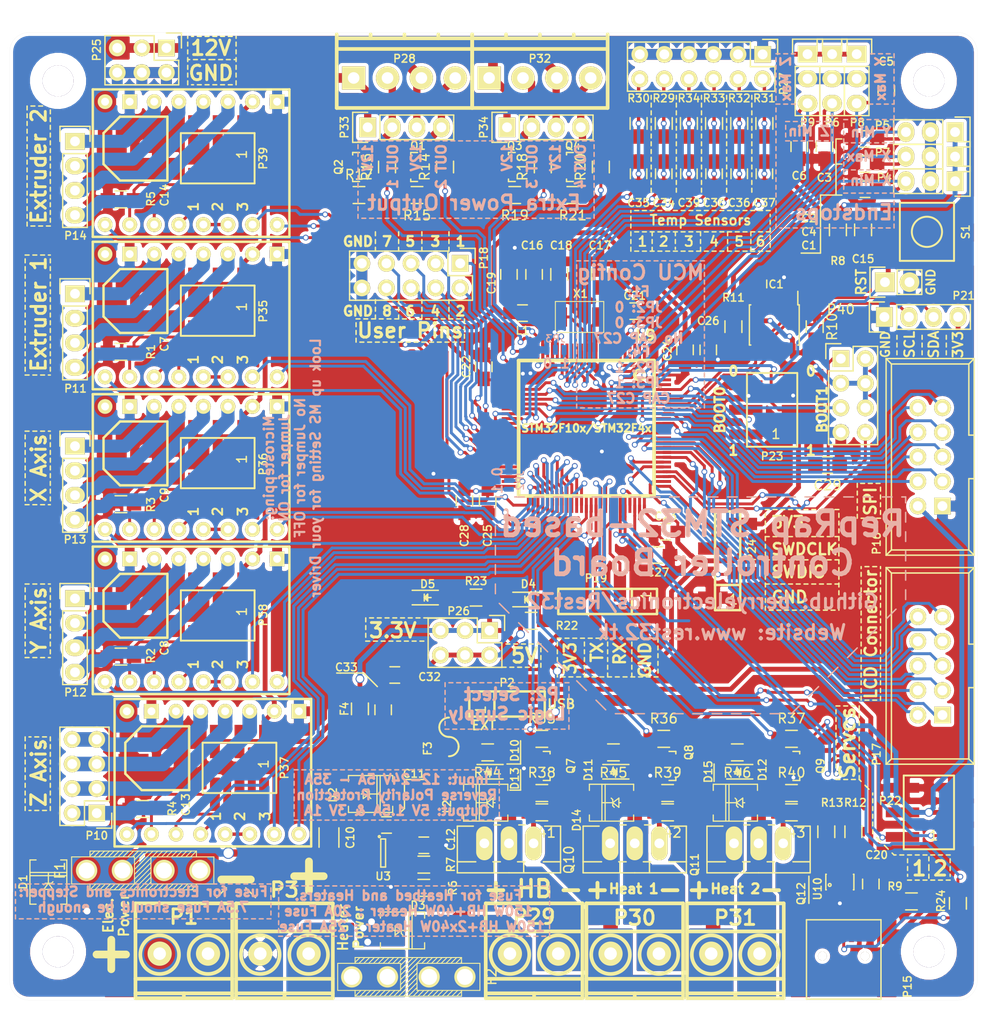
<source format=kicad_pcb>
(kicad_pcb (version 20171130) (host pcbnew "(5.1.12)-1")
  (title_block (title "ReST32 Main") (date 2016-02-27) (rev "Rev. A") (company "Matthias Nowak"))
  (layers (0 F.Cu signal) (31 B.Cu signal) (34 B.Paste user) (35 F.Paste user) (36 B.SilkS user) (37 F.SilkS user) (38 B.Mask user) (39 F.Mask user) (44 Edge.Cuts user))
  (net 0 "")
  (net 1 VCC)
  (net 2 GND)
  (net 3 +3V3)
  (net 4 +12V)
  (net 5 +5V)
  (net 6 VEE)
  (net 7 ENDSTOP_X_MIN)
  (net 8 RESET)
  (net 9 ENDSTOP_Y_MIN)
  (net 10 ENDSTOP_Z_MIN)
  (net 11 ENDSTOP_X_MAX)
  (net 12 ENDSTOP_Y_MAX)
  (net 13 ENDSTOP_Z_MAX)
  (net 14 "Net-(C11-Pad1)")
  (net 15 "Net-(C11-Pad2)")
  (net 16 "Net-(C16-Pad1)")
  (net 17 "Net-(C17-Pad2)")
  (net 18 "Net-(C18-Pad1)")
  (net 19 P_VCAP_2)
  (net 20 "Net-(C28-Pad1)")
  (net 21 TEMP_4)
  (net 22 TEMP_5)
  (net 23 TEMP_0)
  (net 24 TEMP_1)
  (net 25 TEMP_2)
  (net 26 TEMP_3)
  (net 27 +12VA)
  (net 28 "Net-(D10-Pad2)")
  (net 29 /Heater/HEATER_0_OUT)
  (net 30 "Net-(D11-Pad2)")
  (net 31 /Heater/HEATER_1_OUT)
  (net 32 "Net-(D12-Pad2)")
  (net 33 /Heater/HEATER_2_OUT)
  (net 34 "/Power Input/12V-R")
  (net 35 "/Power Input/12VA-R")
  (net 36 I2C_SCL)
  (net 37 "Net-(P15-Pad6)")
  (net 38 SPI_SCK)
  (net 39 DISPLAY_EXTRA_0)
  (net 40 SPI_MISO)
  (net 41 SPI_CS1)
  (net 42 SPI_MOSI)
  (net 43 SPI_CS2)
  (net 44 DISPLAY_WR)
  (net 45 DISPLAY_RD)
  (net 46 DISPLAY_D1)
  (net 47 DISPLAY_D0)
  (net 48 DISPLAY_D3)
  (net 49 DISPLAY_D2)
  (net 50 DISPLAY_D5)
  (net 51 DISPLAY_D4)
  (net 52 DISPLAY_D7)
  (net 53 DISPLAY_D6)
  (net 54 DISPLAY_CD)
  (net 55 DISPLAY_CS)
  (net 56 UART_1_RX)
  (net 57 UART_1_TX)
  (net 58 I2C_SDA)
  (net 59 SERVO_1)
  (net 60 SERVO_0)
  (net 61 BOOT_0)
  (net 62 BOOT_1)
  (net 63 SWD_IO)
  (net 64 SWD_CLK)
  (net 65 "/Extra Power Output/EXTRA_0_OUT")
  (net 66 "/Extra Power Output/EXTRA_1_OUT")
  (net 67 "/Extra Power Output/EXTRA_2_OUT")
  (net 68 "/Extra Power Output/EXTRA_3_OUT")
  (net 69 "Net-(Q1-Pad1)")
  (net 70 "Net-(Q2-Pad1)")
  (net 71 "Net-(Q3-Pad1)")
  (net 72 "Net-(Q4-Pad1)")
  (net 73 HEATER_0)
  (net 74 /Heater/HEATER_0_5VL)
  (net 75 HEATER_1)
  (net 76 /Heater/HEATER_1_5VL)
  (net 77 HEATER_2)
  (net 78 /Heater/HEATER_2_5VL)
  (net 79 "/Stepper and Endstop/E0M1")
  (net 80 "/Stepper and Endstop/YM1")
  (net 81 "/Stepper and Endstop/XM1")
  (net 82 "/Stepper and Endstop/ZM1")
  (net 83 "/Stepper and Endstop/E1M1")
  (net 84 "Net-(R6-Pad2)")
  (net 85 /Logic/USBR+)
  (net 86 /Logic/USBR-)
  (net 87 EXTRA_1)
  (net 88 EXTRA_0)
  (net 89 EXTRA_2)
  (net 90 EXTRA_3)
  (net 91 "/Stepper and Endstop/XM3")
  (net 92 "/Stepper and Endstop/XM2")
  (net 93 "/Stepper and Endstop/YM3")
  (net 94 "/Stepper and Endstop/YM2")
  (net 95 "/Stepper and Endstop/ZM3")
  (net 96 "/Stepper and Endstop/ZM2")
  (net 97 "/Stepper and Endstop/E0M3")
  (net 98 "/Stepper and Endstop/E0M2")
  (net 99 "/Stepper and Endstop/E1M3")
  (net 100 "/Stepper and Endstop/E1M2")
  (net 101 STEPPER_E_0_EN)
  (net 102 "Net-(U2-Pad13)")
  (net 103 STEPPER_E_0_STEP)
  (net 104 STEPPER_E_0_DIR)
  (net 105 STEPPER_Y_EN)
  (net 106 "Net-(U5-Pad13)")
  (net 107 STEPPER_Y_STEP)
  (net 108 STEPPER_Y_DIR)
  (net 109 STEPPER_X_EN)
  (net 110 "Net-(U6-Pad13)")
  (net 111 STEPPER_X_STEP)
  (net 112 STEPPER_X_DIR)
  (net 113 STEPPER_Z_EN)
  (net 114 "Net-(U7-Pad13)")
  (net 115 STEPPER_Z_STEP)
  (net 116 STEPPER_Z_DIR)
  (net 117 STEPPER_E_1_EN)
  (net 118 "Net-(U8-Pad13)")
  (net 119 STEPPER_E_1_STEP)
  (net 120 STEPPER_E_1_DIR)
  (net 121 P_VSSA)
  (net 122 USER_0)
  (net 123 USER_1)
  (net 124 USER_2)
  (net 125 USER_3)
  (net 126 USER_4)
  (net 127 USER_5)
  (net 128 USER_6)
  (net 129 USER_7)
  (net 130 P_VCAP_1)
  (net 131 "Net-(D4-Pad2)")
  (net 132 "Net-(D5-Pad2)")
  (net 133 "/Stepper and Endstop/Z_1B")
  (net 134 "/Stepper and Endstop/Z_1A")
  (net 135 "/Stepper and Endstop/Z_2A")
  (net 136 "/Stepper and Endstop/Z_2B")
  (net 137 "/Stepper and Endstop/E0_2B")
  (net 138 "/Stepper and Endstop/E0_2A")
  (net 139 "/Stepper and Endstop/E0_1A")
  (net 140 "/Stepper and Endstop/E0_1B")
  (net 141 "/Stepper and Endstop/Y_2B")
  (net 142 "/Stepper and Endstop/Y_2A")
  (net 143 "/Stepper and Endstop/Y_1A")
  (net 144 "/Stepper and Endstop/Y_1B")
  (net 145 "/Stepper and Endstop/X_2B")
  (net 146 "/Stepper and Endstop/X_2A")
  (net 147 "/Stepper and Endstop/X_1A")
  (net 148 "/Stepper and Endstop/E1_2B")
  (net 149 "/Stepper and Endstop/E1_2A")
  (net 150 "/Stepper and Endstop/E1_1A")
  (net 151 "/Stepper and Endstop/E1_1B")
  (net 152 "/Stepper and Endstop/X_1B")
  (net 153 /Heater/H2_GATE)
  (net 154 /Heater/H1_GATE)
  (net 155 /Logic/USBP_D-)
  (net 156 /Logic/USBP_D+)
  (net 157 USB_MCU+)
  (net 158 USB_MCU-)
  (net 159 "Net-(C12-Pad1)")
  (net 160 "Net-(C33-Pad1)")
  (net 161 /Heater/H0_GATE)
  (net 162 UART_4_RX)
  (net 163 DISPLAY_EXTRA_1)
  (net 164 UART_4_TX)
  (net 165 "Net-(P15-Pad4)")
  (net 166 "/Extra Power Output/EXTRA_0_5V")
  (net 167 "/Extra Power Output/EXTRA_2_5V")
  (net 168 "/Extra Power Output/EXTRA_1_5V")
  (net 169 "/Extra Power Output/EXTRA_3_5V")
  (net 170 "Net-(S1-Pad1)")
  (net 171 "Net-(U9-Pad6)")
  (net 172 "Net-(U9-Pad7)")
  (net 173 "Net-(U9-Pad8)")
  (net 174 "Net-(U9-Pad9)")
  (net 175 SPI_CS0)
  (net 176 "Net-(U9-Pad90)")
  (net 177 "Net-(U9-Pad97)")
  (module ReST-Library:LQFP100-14x14 (layer F.Cu) (at 79.05 106.35 180)
    (fp_text reference U9 (at -6.1 9.6 180) (layer F.SilkS) (effects (font (size 1.016 1.016) (thickness 0.254))))
    (fp_text value STM32F10x/STM32F4x (at 0 0 180) (layer F.SilkS) (effects (font (size 0.8 0.8) (thickness 0.2))))
    (pad 1 smd rect (at -5.99948 7.95 180) (size 0.29972 1.6) (layers F.Cu F.Paste F.Mask) (net 11 ENDSTOP_X_MAX) (clearance 0.14986))
    (pad 2 smd rect (at -5.4991 7.95 180) (size 0.29972 1.6) (layers F.Cu F.Paste F.Mask) (net 9 ENDSTOP_Y_MIN) (clearance 0.14986))
    (pad 3 smd rect (at -5.00126 7.95 180) (size 0.29972 1.6) (layers F.Cu F.Paste F.Mask) (net 12 ENDSTOP_Y_MAX) (clearance 0.14986))
    (pad 4 smd rect (at -4.50088 7.95 180) (size 0.29972 1.6) (layers F.Cu F.Paste F.Mask) (net 10 ENDSTOP_Z_MIN) (clearance 0.14986))
    (pad 5 smd rect (at -4.0005 7.95 180) (size 0.29972 1.6) (layers F.Cu F.Paste F.Mask) (net 13 ENDSTOP_Z_MAX) (clearance 0.14986))
    (pad 6 smd rect (at -3.50012 7.95 180) (size 0.29972 1.6) (layers F.Cu F.Paste F.Mask) (net 171 "Net-(U9-Pad6)") (clearance 0.14986))
    (pad 7 smd rect (at -2.99974 7.95 180) (size 0.29972 1.6) (layers F.Cu F.Paste F.Mask) (net 172 "Net-(U9-Pad7)") (clearance 0.14986))
    (pad 8 smd rect (at -2.49936 7.95 180) (size 0.29972 1.6) (layers F.Cu F.Paste F.Mask) (net 173 "Net-(U9-Pad8)") (clearance 0.14986))
    (pad 9 smd rect (at -1.99898 7.95 180) (size 0.29972 1.6) (layers F.Cu F.Paste F.Mask) (net 174 "Net-(U9-Pad9)") (clearance 0.14986))
    (pad 10 smd rect (at -1.50114 7.95 180) (size 0.29972 1.6) (layers F.Cu F.Paste F.Mask) (net 2 GND) (clearance 0.14986))
    (pad 11 smd rect (at -1.00076 7.95 180) (size 0.29972 1.6) (layers F.Cu F.Paste F.Mask) (net 3 +3V3) (clearance 0.14986))
    (pad 12 smd rect (at -0.50038 7.95 180) (size 0.29972 1.6) (layers F.Cu F.Paste F.Mask) (net 17 "Net-(C17-Pad2)") (clearance 0.14986))
    (pad 13 smd rect (at 0 7.95 180) (size 0.29972 1.6) (layers F.Cu F.Paste F.Mask) (net 18 "Net-(C18-Pad1)") (clearance 0.14986))
    (pad 14 smd rect (at 0.50038 7.95 180) (size 0.29972 1.6) (layers F.Cu F.Paste F.Mask) (net 8 RESET) (clearance 0.14986))
    (pad 15 smd rect (at 1.00076 7.95 180) (size 0.29972 1.6) (layers F.Cu F.Paste F.Mask) (net 23 TEMP_0) (clearance 0.14986))
    (pad 16 smd rect (at 1.50114 7.95 180) (size 0.29972 1.6) (layers F.Cu F.Paste F.Mask) (net 24 TEMP_1) (clearance 0.14986))
    (pad 17 smd rect (at 1.99898 7.95 180) (size 0.29972 1.6) (layers F.Cu F.Paste F.Mask) (net 25 TEMP_2) (clearance 0.14986))
    (pad 18 smd rect (at 2.49936 7.95 180) (size 0.29972 1.6) (layers F.Cu F.Paste F.Mask) (net 26 TEMP_3) (clearance 0.14986))
    (pad 19 smd rect (at 2.99974 7.95 180) (size 0.29972 1.6) (layers F.Cu F.Paste F.Mask) (net 121 P_VSSA) (clearance 0.14986))
    (pad 20 smd rect (at 3.50012 7.95 180) (size 0.29972 1.6) (layers F.Cu F.Paste F.Mask) (net 2 GND) (clearance 0.14986))
    (pad 21 smd rect (at 4.0005 7.95 180) (size 0.29972 1.6) (layers F.Cu F.Paste F.Mask) (net 16 "Net-(C16-Pad1)") (clearance 0.14986))
    (pad 22 smd rect (at 4.50088 7.95 180) (size 0.29972 1.6) (layers F.Cu F.Paste F.Mask) (net 3 +3V3) (clearance 0.14986))
    (pad 23 smd rect (at 5.00126 7.95 180) (size 0.29972 1.63) (layers F.Cu F.Paste F.Mask) (net 90 EXTRA_3) (clearance 0.14986))
    (pad 24 smd rect (at 5.4991 7.95 180) (size 0.29972 1.6) (layers F.Cu F.Paste F.Mask) (net 89 EXTRA_2) (clearance 0.14986))
    (pad 25 smd rect (at 5.99948 7.95 180) (size 0.29972 1.6) (layers F.Cu F.Paste F.Mask) (net 87 EXTRA_1) (clearance 0.14986))
    (pad 26 smd rect (at 7.95 5.99948 180) (size 1.6 0.29972) (layers F.Cu F.Paste F.Mask) (net 88 EXTRA_0) (clearance 0.14986))
    (pad 27 smd rect (at 7.95 5.4991 180) (size 1.6 0.29972) (layers F.Cu F.Paste F.Mask) (net 2 GND) (clearance 0.14986))
    (pad 28 smd rect (at 7.95 5.00126 180) (size 1.6 0.29972) (layers F.Cu F.Paste F.Mask) (net 3 +3V3) (clearance 0.14986))
    (pad 29 smd rect (at 7.95 4.50088 180) (size 1.6 0.29972) (layers F.Cu F.Paste F.Mask) (net 175 SPI_CS0) (clearance 0.14986))
    (pad 30 smd rect (at 7.95 4.0005 180) (size 1.6 0.29972) (layers F.Cu F.Paste F.Mask) (net 38 SPI_SCK) (clearance 0.14986))
    (pad 31 smd rect (at 7.95 3.50012 180) (size 1.6 0.29972) (layers F.Cu F.Paste F.Mask) (net 40 SPI_MISO) (clearance 0.14986))
    (pad 32 smd rect (at 7.95 2.99974 180) (size 1.6 0.29972) (layers F.Cu F.Paste F.Mask) (net 42 SPI_MOSI) (clearance 0.14986))
    (pad 33 smd rect (at 7.95 2.49936 180) (size 1.6 0.29972) (layers F.Cu F.Paste F.Mask) (net 41 SPI_CS1) (clearance 0.14986))
    (pad 34 smd rect (at 7.95 1.99898 180) (size 1.6 0.29972) (layers F.Cu F.Paste F.Mask) (net 43 SPI_CS2) (clearance 0.14986))
    (pad 35 smd rect (at 7.95 1.50114 180) (size 1.6 0.29972) (layers F.Cu F.Paste F.Mask) (net 21 TEMP_4) (clearance 0.14986))
    (pad 36 smd rect (at 7.95 1.00076 180) (size 1.6 0.29972) (layers F.Cu F.Paste F.Mask) (net 22 TEMP_5) (clearance 0.14986))
    (pad 37 smd rect (at 7.95 0.50038 180) (size 1.6 0.29972) (layers F.Cu F.Paste F.Mask) (net 62 BOOT_1) (clearance 0.14986))
    (pad 38 smd rect (at 7.95 0 180) (size 1.6 0.29972) (layers F.Cu F.Paste F.Mask) (net 122 USER_0) (clearance 0.14986))
    (pad 39 smd rect (at 7.95 -0.50038 180) (size 1.6 0.29972) (layers F.Cu F.Paste F.Mask) (net 123 USER_1) (clearance 0.14986))
    (pad 40 smd rect (at 7.95 -1.00076 180) (size 1.6 0.29972) (layers F.Cu F.Paste F.Mask) (net 124 USER_2) (clearance 0.14986))
    (pad 41 smd rect (at 7.95 -1.50114 180) (size 1.6 0.29972) (layers F.Cu F.Paste F.Mask) (net 125 USER_3) (clearance 0.14986))
    (pad 42 smd rect (at 7.95 -1.99898 180) (size 1.6 0.29972) (layers F.Cu F.Paste F.Mask) (net 126 USER_4) (clearance 0.14986))
    (pad 43 smd rect (at 7.95 -2.49936 180) (size 1.6 0.29972) (layers F.Cu F.Paste F.Mask) (net 127 USER_5) (clearance 0.14986))
    (pad 44 smd rect (at 7.95 -2.99974 180) (size 1.6 0.29972) (layers F.Cu F.Paste F.Mask) (net 128 USER_6) (clearance 0.14986))
    (pad 45 smd rect (at 7.95 -3.50012 180) (size 1.6 0.29972) (layers F.Cu F.Paste F.Mask) (net 129 USER_7) (clearance 0.14986))
    (pad 46 smd rect (at 7.95 -4.0005 180) (size 1.6 0.29972) (layers F.Cu F.Paste F.Mask) (net 119 STEPPER_E_1_STEP) (clearance 0.14986))
    (pad 47 smd rect (at 7.95 -4.50088 180) (size 1.6 0.29972) (layers F.Cu F.Paste F.Mask) (net 120 STEPPER_E_1_DIR) (clearance 0.14986))
    (pad 48 smd rect (at 7.95 -5.00126 180) (size 1.6 0.29972) (layers F.Cu F.Paste F.Mask) (net 117 STEPPER_E_1_EN) (clearance 0.14986))
    (pad 49 smd rect (at 7.95 -5.4991 180) (size 1.6 0.29972) (layers F.Cu F.Paste F.Mask) (net 130 P_VCAP_1) (clearance 0.14986))
    (pad 50 smd rect (at 7.95 -5.99948 180) (size 1.6 0.29972) (layers F.Cu F.Paste F.Mask) (net 3 +3V3) (clearance 0.14986))
    (pad 51 smd rect (at 5.99948 -7.95 180) (size 0.29972 1.6) (layers F.Cu F.Paste F.Mask) (net 103 STEPPER_E_0_STEP) (clearance 0.14986))
    (pad 52 smd rect (at 5.4991 -7.95 180) (size 0.29972 1.6) (layers F.Cu F.Paste F.Mask) (net 104 STEPPER_E_0_DIR) (clearance 0.14986))
    (pad 53 smd rect (at 5.00126 -7.95 180) (size 0.29972 1.6) (layers F.Cu F.Paste F.Mask) (net 101 STEPPER_E_0_EN) (clearance 0.14986))
    (pad 54 smd rect (at 4.50088 -7.95 180) (size 0.29972 1.6) (layers F.Cu F.Paste F.Mask) (net 111 STEPPER_X_STEP) (clearance 0.14986))
    (pad 55 smd rect (at 4.0005 -7.95 180) (size 0.29972 1.6) (layers F.Cu F.Paste F.Mask) (net 112 STEPPER_X_DIR) (clearance 0.14986))
    (pad 56 smd rect (at 3.50012 -7.95 180) (size 0.29972 1.6) (layers F.Cu F.Paste F.Mask) (net 109 STEPPER_X_EN) (clearance 0.14986))
    (pad 57 smd rect (at 2.99974 -7.95 180) (size 0.29972 1.6) (layers F.Cu F.Paste F.Mask) (net 107 STEPPER_Y_STEP) (clearance 0.14986))
    (pad 58 smd rect (at 2.49936 -7.95 180) (size 0.29972 1.6) (layers F.Cu F.Paste F.Mask) (net 108 STEPPER_Y_DIR) (clearance 0.14986))
    (pad 59 smd rect (at 1.99898 -7.95 180) (size 0.29972 1.6) (layers F.Cu F.Paste F.Mask) (net 105 STEPPER_Y_EN) (clearance 0.14986))
    (pad 60 smd rect (at 1.50114 -7.95 180) (size 0.29972 1.6) (layers F.Cu F.Paste F.Mask) (net 113 STEPPER_Z_EN) (clearance 0.14986))
    (pad 61 smd rect (at 1.00076 -7.95 180) (size 0.29972 1.6) (layers F.Cu F.Paste F.Mask) (net 115 STEPPER_Z_STEP) (clearance 0.14986))
    (pad 62 smd rect (at 0.50038 -7.95 180) (size 0.29972 1.6) (layers F.Cu F.Paste F.Mask) (net 116 STEPPER_Z_DIR) (clearance 0.14986))
    (pad 63 smd rect (at 0 -7.95 180) (size 0.29972 1.6) (layers F.Cu F.Paste F.Mask) (net 73 HEATER_0) (clearance 0.14986))
    (pad 64 smd rect (at -0.50038 -7.95 180) (size 0.29972 1.6) (layers F.Cu F.Paste F.Mask) (net 75 HEATER_1) (clearance 0.14986))
    (pad 65 smd rect (at -1.00076 -7.95 180) (size 0.29972 1.6) (layers F.Cu F.Paste F.Mask) (net 77 HEATER_2) (clearance 0.14986))
    (pad 66 smd rect (at -1.50114 -7.95 180) (size 0.29972 1.6) (layers F.Cu F.Paste F.Mask) (net 60 SERVO_0) (clearance 0.14986))
    (pad 67 smd rect (at -1.99898 -7.95 180) (size 0.29972 1.6) (layers F.Cu F.Paste F.Mask) (net 59 SERVO_1) (clearance 0.14986))
    (pad 68 smd rect (at -2.49936 -7.95 180) (size 0.29972 1.6) (layers F.Cu F.Paste F.Mask) (net 57 UART_1_TX) (clearance 0.14986))
    (pad 69 smd rect (at -2.99974 -7.95 180) (size 0.29972 1.6) (layers F.Cu F.Paste F.Mask) (net 56 UART_1_RX) (clearance 0.14986))
    (pad 70 smd rect (at -3.50012 -7.95 180) (size 0.29972 1.6) (layers F.Cu F.Paste F.Mask) (net 158 USB_MCU-) (clearance 0.14986))
    (pad 71 smd rect (at -4.0005 -7.95 180) (size 0.29972 1.6) (layers F.Cu F.Paste F.Mask) (net 157 USB_MCU+) (clearance 0.14986))
    (pad 72 smd rect (at -4.50088 -7.95 180) (size 0.29972 1.6) (layers F.Cu F.Paste F.Mask) (net 63 SWD_IO) (clearance 0.14986))
    (pad 73 smd rect (at -5.00126 -7.95 180) (size 0.29972 1.6) (layers F.Cu F.Paste F.Mask) (net 19 P_VCAP_2) (clearance 0.14986))
    (pad 74 smd rect (at -5.4991 -7.95 180) (size 0.29972 1.6) (layers F.Cu F.Paste F.Mask) (net 2 GND) (clearance 0.14986))
    (pad 75 smd rect (at -5.99948 -7.95 180) (size 0.29972 1.6) (layers F.Cu F.Paste F.Mask) (net 3 +3V3) (clearance 0.14986))
    (pad 76 smd rect (at -7.95 -5.99948 180) (size 1.6 0.29972) (layers F.Cu F.Paste F.Mask) (net 64 SWD_CLK) (clearance 0.14986))
    (pad 77 smd rect (at -7.95 -5.4991 180) (size 1.6 0.29972) (layers F.Cu F.Paste F.Mask) (net 54 DISPLAY_CD) (clearance 0.14986))
    (pad 78 smd rect (at -7.95 -5.00126 180) (size 1.6 0.29972) (layers F.Cu F.Paste F.Mask) (net 164 UART_4_TX) (clearance 0.14986))
    (pad 79 smd rect (at -7.95 -4.50088 180) (size 1.6 0.29972) (layers F.Cu F.Paste F.Mask) (net 162 UART_4_RX) (clearance 0.14986))
    (pad 80 smd rect (at -7.95 -4.0005 180) (size 1.6 0.29972) (layers F.Cu F.Paste F.Mask) (net 55 DISPLAY_CS) (clearance 0.14986))
    (pad 81 smd rect (at -7.95 -3.50012 180) (size 1.6 0.29972) (layers F.Cu F.Paste F.Mask) (net 47 DISPLAY_D0) (clearance 0.14986))
    (pad 82 smd rect (at -7.95 -2.99974 180) (size 1.6 0.29972) (layers F.Cu F.Paste F.Mask) (net 46 DISPLAY_D1) (clearance 0.14986))
    (pad 83 smd rect (at -7.95 -2.49936 180) (size 1.6 0.29972) (layers F.Cu F.Paste F.Mask) (net 49 DISPLAY_D2) (clearance 0.14986))
    (pad 84 smd rect (at -7.95 -1.99898 180) (size 1.6 0.29972) (layers F.Cu F.Paste F.Mask) (net 48 DISPLAY_D3) (clearance 0.14986))
    (pad 85 smd rect (at -7.95 -1.50114 180) (size 1.6 0.29972) (layers F.Cu F.Paste F.Mask) (net 51 DISPLAY_D4) (clearance 0.14986))
    (pad 86 smd rect (at -7.95 -1.00076 180) (size 1.6 0.29972) (layers F.Cu F.Paste F.Mask) (net 50 DISPLAY_D5) (clearance 0.14986))
    (pad 87 smd rect (at -7.95 -0.50038 180) (size 1.6 0.29972) (layers F.Cu F.Paste F.Mask) (net 53 DISPLAY_D6) (clearance 0.14986))
    (pad 88 smd rect (at -7.95 0 180) (size 1.6 0.29972) (layers F.Cu F.Paste F.Mask) (net 52 DISPLAY_D7) (clearance 0.14986))
    (pad 89 smd rect (at -7.95 0.50038 180) (size 1.6 0.29972) (layers F.Cu F.Paste F.Mask) (net 44 DISPLAY_WR) (clearance 0.14986))
    (pad 90 smd rect (at -7.95 1.00076 180) (size 1.6 0.29972) (layers F.Cu F.Paste F.Mask) (net 176 "Net-(U9-Pad90)") (clearance 0.14986))
    (pad 91 smd rect (at -7.95 1.50114 180) (size 1.6 0.29972) (layers F.Cu F.Paste F.Mask) (net 45 DISPLAY_RD) (clearance 0.14986))
    (pad 92 smd rect (at -7.95 1.99898 180) (size 1.6 0.29972) (layers F.Cu F.Paste F.Mask) (net 36 I2C_SCL) (clearance 0.14986))
    (pad 93 smd rect (at -7.95 2.49936 180) (size 1.6 0.29972) (layers F.Cu F.Paste F.Mask) (net 58 I2C_SDA) (clearance 0.14986))
    (pad 94 smd rect (at -7.95 2.99974 180) (size 1.6 0.29972) (layers F.Cu F.Paste F.Mask) (net 61 BOOT_0) (clearance 0.14986))
    (pad 95 smd rect (at -7.95 3.50012 180) (size 1.6 0.29972) (layers F.Cu F.Paste F.Mask) (net 39 DISPLAY_EXTRA_0) (clearance 0.14986))
    (pad 96 smd rect (at -7.95 4.0005 180) (size 1.6 0.29972) (layers F.Cu F.Paste F.Mask) (net 163 DISPLAY_EXTRA_1) (clearance 0.14986))
    (pad 97 smd rect (at -7.95 4.50088 180) (size 1.6 0.29972) (layers F.Cu F.Paste F.Mask) (net 177 "Net-(U9-Pad97)") (clearance 0.14986))
    (pad 98 smd rect (at -7.95 5.00126 180) (size 1.6 0.29972) (layers F.Cu F.Paste F.Mask) (net 7 ENDSTOP_X_MIN) (clearance 0.14986))
    (pad 99 smd rect (at -7.95 5.4991 180) (size 1.6 0.29972) (layers F.Cu F.Paste F.Mask) (net 2 GND) (clearance 0.14986))
    (pad 100 smd rect (at -7.95 5.99948 180) (size 1.6 0.29972) (layers F.Cu F.Paste F.Mask) (net 3 +3V3) (clearance 0.14986))
  )
  (module ReST-Library:1pin (layer F.Cu) (at 114.45 70.45)
    (fp_text reference REF**)
    (fp_text value 1pin)
    (pad "" thru_hole circle (at 0 0) (size 3.2 3.2) (drill 3.2) (layers *.Cu *.Mask))
  )
  (module ReST-Library:1pin (layer F.Cu) (at 114.45 160.45)
    (fp_text reference REF**)
    (fp_text value 1pin)
    (pad "" thru_hole circle (at 0 0) (size 3.2 3.2) (drill 3.2) (layers *.Cu *.Mask))
  )
  (module ReST-Library:1pin (layer F.Cu) (at 24.45 160.45)
    (fp_text reference REF**)
    (fp_text value 1pin)
    (pad "" thru_hole circle (at 0 0) (size 3.2 3.2) (drill 3.2) (layers *.Cu *.Mask))
  )
  (module ReST-Library:DO-214AC.SMA (layer F.Cu) (at 56.75 144.15)
    (fp_text reference D2 (at -3.9 0.1 90) (layer F.SilkS) (effects (font (size 0.8 0.8))))
    (fp_text value B240A)
    (pad 2 smd rect (at -2.3 0) (size 1.6002 2.19964) (layers F.Cu F.Paste F.Mask) (net 2 GND))
    (pad 1 smd rect (at 2.3 0) (size 1.6002 2.19964) (layers F.Cu F.Paste F.Mask) (net 14 "Net-(C11-Pad1)"))
  )
  (module ReST-Library:1pin (layer F.Cu) (at 24.45 70.45)
    (fp_text reference REF**)
    (fp_text value 1pin)
    (pad "" thru_hole circle (at 0 0) (size 3.2 3.2) (drill 3.2) (layers *.Cu *.Mask))
  )
  (module Capacitors_SMD:C_0805_HandSoldering (layer F.Cu) (at 107.85 81.65 180)
    (fp_text reference C1 (at 5.8 -5.8 180) (layer F.SilkS) (effects (font (size 0.8 0.8))))
    (fp_text value 10nF)
    (pad 1 smd rect (at -1.25 0 180) (size 1.5 1.25) (layers F.Cu F.Paste F.Mask) (net 7 ENDSTOP_X_MIN))
    (pad 2 smd rect (at 1.25 0 180) (size 1.5 1.25) (layers F.Cu F.Paste F.Mask) (net 2 GND))
  )
  (module Capacitors_SMD:C_0805_HandSoldering (layer F.Cu) (at 107.85 76.45 180)
    (fp_text reference C2 (at 5.8 -8.2 180) (layer F.SilkS) (effects (font (size 0.8 0.8))))
    (fp_text value 10nF)
    (pad 1 smd rect (at -1.25 0 180) (size 1.5 1.25) (layers F.Cu F.Paste F.Mask) (net 9 ENDSTOP_Y_MIN))
    (pad 2 smd rect (at 1.25 0 180) (size 1.5 1.25) (layers F.Cu F.Paste F.Mask) (net 2 GND))
  )
  (module Capacitors_SMD:C_0805_HandSoldering (layer F.Cu) (at 103.65 77.25 270)
    (fp_text reference C3 (at 3.2 0) (layer F.SilkS) (effects (font (size 0.8 0.8))))
    (fp_text value 10nF)
    (pad 1 smd rect (at -1.25 0 270) (size 1.5 1.25) (layers F.Cu F.Paste F.Mask) (net 10 ENDSTOP_Z_MIN))
    (pad 2 smd rect (at 1.25 0 270) (size 1.5 1.25) (layers F.Cu F.Paste F.Mask) (net 2 GND))
  )
  (module Capacitors_SMD:C_0805_HandSoldering (layer F.Cu) (at 107.85 79.05 180)
    (fp_text reference C4 (at 5.8 -7 180) (layer F.SilkS) (effects (font (size 0.8 0.8))))
    (fp_text value 10nF)
    (pad 1 smd rect (at -1.25 0 180) (size 1.5 1.25) (layers F.Cu F.Paste F.Mask) (net 11 ENDSTOP_X_MAX))
    (pad 2 smd rect (at 1.25 0 180) (size 1.5 1.25) (layers F.Cu F.Paste F.Mask) (net 2 GND))
  )
  (module Capacitors_SMD:C_0805_HandSoldering (layer F.Cu) (at 110.05 71.45 90)
    (fp_text reference C5 (at 3 0 180) (layer F.SilkS) (effects (font (size 0.8 0.8))))
    (fp_text value 10nF)
    (pad 1 smd rect (at -1.25 0 90) (size 1.5 1.25) (layers F.Cu F.Paste F.Mask) (net 12 ENDSTOP_Y_MAX))
    (pad 2 smd rect (at 1.25 0 90) (size 1.5 1.25) (layers F.Cu F.Paste F.Mask) (net 2 GND))
  )
  (module Capacitors_SMD:C_0805_HandSoldering (layer F.Cu) (at 101.05 77.25 270)
    (fp_text reference C6 (at 3 0) (layer F.SilkS) (effects (font (size 0.8 0.8))))
    (fp_text value 10nF)
    (pad 1 smd rect (at -1.25 0 270) (size 1.5 1.25) (layers F.Cu F.Paste F.Mask) (net 13 ENDSTOP_Z_MAX))
    (pad 2 smd rect (at 1.25 0 270) (size 1.5 1.25) (layers F.Cu F.Paste F.Mask) (net 2 GND))
  )
  (module ReST-Library:CP-PANASONIC-SMT_D8 (layer F.Cu) (at 32.45 93.2)
    (fp_text reference C7 (at 3 4.45 90) (layer F.SilkS) (effects (font (size 0.8 0.8))))
    (fp_text value 100uF hide)
    (pad 1 smd rect (at -2.4511 0) (size 3.0988 0.89916) (layers F.Cu F.Paste F.Mask) (net 4 +12V))
    (pad 2 smd rect (at 2.4511 0) (size 3.0988 0.89916) (layers F.Cu F.Paste F.Mask) (net 2 GND))
  )
  (module ReST-Library:CP-PANASONIC-SMT_D8 (layer F.Cu) (at 32.45 124.7)
    (fp_text reference C8 (at 3 4.35 90) (layer F.SilkS) (effects (font (size 0.8 0.8))))
    (fp_text value 100uF hide)
    (pad 1 smd rect (at -2.4511 0) (size 3.0988 0.89916) (layers F.Cu F.Paste F.Mask) (net 4 +12V))
    (pad 2 smd rect (at 2.4511 0) (size 3.0988 0.89916) (layers F.Cu F.Paste F.Mask) (net 2 GND))
  )
  (module ReST-Library:CP-PANASONIC-SMT_D8 (layer F.Cu) (at 32.45 108.95)
    (fp_text reference C9 (at 3 4.3 270) (layer F.SilkS) (effects (font (size 0.8 0.8))))
    (fp_text value 100uF hide)
    (pad 1 smd rect (at -2.4511 0) (size 3.0988 0.89916) (layers F.Cu F.Paste F.Mask) (net 4 +12V))
    (pad 2 smd rect (at 2.4511 0) (size 3.0988 0.89916) (layers F.Cu F.Paste F.Mask) (net 2 GND))
  )
  (module Capacitors_SMD:C_1206_HandSoldering (layer F.Cu) (at 52.45 148.65 90)
    (fp_text reference C10 (at 0 2.2 90) (layer F.SilkS) (effects (font (size 0.8 0.8))))
    (fp_text value 10uF)
    (pad 1 smd rect (at -2 0 90) (size 2 1.6) (layers F.Cu F.Paste F.Mask) (net 4 +12V))
    (pad 2 smd rect (at 2 0 90) (size 2 1.6) (layers F.Cu F.Paste F.Mask) (net 2 GND))
  )
  (module Capacitors_SMD:C_0805_HandSoldering (layer F.Cu) (at 58.4 147.35)
    (fp_text reference C11 (at 2.85 -5.3) (layer F.SilkS) (effects (font (size 0.8 0.8))))
    (fp_text value 22nF)
    (pad 1 smd rect (at -1.25 0) (size 1.5 1.25) (layers F.Cu F.Paste F.Mask) (net 14 "Net-(C11-Pad1)"))
    (pad 2 smd rect (at 1.25 0) (size 1.5 1.25) (layers F.Cu F.Paste F.Mask) (net 15 "Net-(C11-Pad2)"))
  )
  (module Capacitors_SMD:C_0805_HandSoldering (layer F.Cu) (at 62.25 149.45)
    (fp_text reference C12 (at 2.8 -0.6 90) (layer F.SilkS) (effects (font (size 0.8 0.8))))
    (fp_text value 4.7uF)
    (pad 1 smd rect (at -1.25 0) (size 1.5 1.25) (layers F.Cu F.Paste F.Mask) (net 159 "Net-(C12-Pad1)"))
    (pad 2 smd rect (at 1.25 0) (size 1.5 1.25) (layers F.Cu F.Paste F.Mask) (net 2 GND))
  )
  (module ReST-Library:CP-PANASONIC-SMT_D8 (layer F.Cu) (at 34.7 140.45)
    (fp_text reference C13 (at 2.95 4.8 90) (layer F.SilkS) (effects (font (size 0.8 0.8))))
    (fp_text value 100uF hide)
    (pad 1 smd rect (at -2.4511 0) (size 3.0988 0.89916) (layers F.Cu F.Paste F.Mask) (net 4 +12V))
    (pad 2 smd rect (at 2.4511 0) (size 3.0988 0.89916) (layers F.Cu F.Paste F.Mask) (net 2 GND))
  )
  (module ReST-Library:CP-PANASONIC-SMT_D8 (layer F.Cu) (at 32.45 77.45)
    (fp_text reference C14 (at 3 4.8 90) (layer F.SilkS) (effects (font (size 0.8 0.8))))
    (fp_text value 100uF hide)
    (pad 1 smd rect (at -2.4511 0) (size 3.0988 0.89916) (layers F.Cu F.Paste F.Mask) (net 4 +12V))
    (pad 2 smd rect (at 2.4511 0) (size 3.0988 0.89916) (layers F.Cu F.Paste F.Mask) (net 2 GND))
  )
  (module Resistors_SMD:R_0805_HandSoldering (layer F.Cu) (at 107.65 85.85 270)
    (fp_text reference C15 (at 3 0) (layer F.SilkS) (effects (font (size 0.8 0.8))))
    (fp_text value 100nF)
    (pad 1 smd rect (at -1.35 0 270) (size 1.5 1.3) (layers F.Cu F.Paste F.Mask) (net 2 GND))
    (pad 2 smd rect (at 1.35 0 270) (size 1.5 1.3) (layers F.Cu F.Paste F.Mask) (net 8 RESET))
  )
  (module Capacitors_SMD:C_0805_HandSoldering (layer F.Cu) (at 73.65 90.45 90)
    (fp_text reference C16 (at 3 -0.2 180) (layer F.SilkS) (effects (font (size 0.8 0.8))))
    (fp_text value 10uF)
    (pad 1 smd rect (at -1.25 0 90) (size 1.5 1.25) (layers F.Cu F.Paste F.Mask) (net 16 "Net-(C16-Pad1)"))
    (pad 2 smd rect (at 1.25 0 90) (size 1.5 1.25) (layers F.Cu F.Paste F.Mask) (net 2 GND))
  )
  (module Resistors_SMD:R_0805_HandSoldering (layer F.Cu) (at 80.45 90.45 270)
    (fp_text reference C17 (at -3 0) (layer F.SilkS) (effects (font (size 0.8 0.8))))
    (fp_text value 10pF)
    (pad 1 smd rect (at -1.35 0 270) (size 1.5 1.3) (layers F.Cu F.Paste F.Mask) (net 2 GND))
    (pad 2 smd rect (at 1.35 0 270) (size 1.5 1.3) (layers F.Cu F.Paste F.Mask) (net 17 "Net-(C17-Pad2)"))
  )
  (module Resistors_SMD:R_0805_HandSoldering (layer F.Cu) (at 76.25 90.45 90)
    (fp_text reference C18 (at 3 0.2 180) (layer F.SilkS) (effects (font (size 0.8 0.8))))
    (fp_text value 10pF)
    (pad 1 smd rect (at -1.35 0 90) (size 1.5 1.3) (layers F.Cu F.Paste F.Mask) (net 18 "Net-(C18-Pad1)"))
    (pad 2 smd rect (at 1.35 0 90) (size 1.5 1.3) (layers F.Cu F.Paste F.Mask) (net 2 GND))
  )
  (module Capacitors_SMD:C_0805_HandSoldering (layer F.Cu) (at 71.05 90.45 90)
    (fp_text reference C19 (at -0.9 -1.8 90) (layer F.SilkS) (effects (font (size 0.8 0.8))))
    (fp_text value 100nF)
    (pad 1 smd rect (at -1.25 0 90) (size 1.5 1.25) (layers F.Cu F.Paste F.Mask) (net 16 "Net-(C16-Pad1)"))
    (pad 2 smd rect (at 1.25 0 90) (size 1.5 1.25) (layers F.Cu F.Paste F.Mask) (net 2 GND))
  )
  (module Capacitors_SMD:C_0805_HandSoldering (layer F.Cu) (at 108.45 153.45 270)
    (fp_text reference C20 (at -3 -0.6 180) (layer F.SilkS) (effects (font (size 0.8 0.8))))
    (fp_text value 100nF)
    (pad 1 smd rect (at -1.25 0 270) (size 1.5 1.25) (layers F.Cu F.Paste F.Mask) (net 1 VCC))
    (pad 2 smd rect (at 1.25 0 270) (size 1.5 1.25) (layers F.Cu F.Paste F.Mask) (net 2 GND))
  )
  (module Capacitors_SMD:C_0805_HandSoldering (layer F.Cu) (at 84.05 94.25)
    (fp_text reference C21 (at 0 -1.6) (layer F.SilkS) (effects (font (size 0.8 0.8))))
    (fp_text value 100nF)
    (pad 1 smd rect (at -1.25 0) (size 1.5 1.25) (layers F.Cu F.Paste F.Mask) (net 3 +3V3))
    (pad 2 smd rect (at 1.25 0) (size 1.5 1.25) (layers F.Cu F.Paste F.Mask) (net 2 GND))
  )
  (module Capacitors_SMD:C_0805_HandSoldering (layer F.Cu) (at 68.45 100 90)
    (fp_text reference C22 (at 0 -1.8 90) (layer F.SilkS) (effects (font (size 0.8 0.8))))
    (fp_text value 100nF)
    (pad 1 smd rect (at -1.25 0 90) (size 1.5 1.25) (layers F.Cu F.Paste F.Mask) (net 3 +3V3))
    (pad 2 smd rect (at 1.25 0 90) (size 1.5 1.25) (layers F.Cu F.Paste F.Mask) (net 2 GND))
  )
  (module Capacitors_SMD:C_0805_HandSoldering (layer F.Cu) (at 87.25 117.05 180)
    (fp_text reference C23 (at 0 1.6 180) (layer F.SilkS) (effects (font (size 0.8 0.8))))
    (fp_text value 100nF)
    (pad 1 smd rect (at -1.25 0 180) (size 1.5 1.25) (layers F.Cu F.Paste F.Mask) (net 3 +3V3))
    (pad 2 smd rect (at 1.25 0 180) (size 1.5 1.25) (layers F.Cu F.Paste F.Mask) (net 2 GND))
  )
  (module Capacitors_SMD:C_0805_HandSoldering (layer F.Cu) (at 89.25 98.25 270)
    (fp_text reference C24 (at 0 1.8 270) (layer F.SilkS) (effects (font (size 0.8 0.8))))
    (fp_text value 100nF)
    (pad 1 smd rect (at -1.25 0 270) (size 1.5 1.25) (layers F.Cu F.Paste F.Mask) (net 3 +3V3))
    (pad 2 smd rect (at 1.25 0 270) (size 1.5 1.25) (layers F.Cu F.Paste F.Mask) (net 2 GND))
  )
  (module Capacitors_SMD:C_0805_HandSoldering (layer F.Cu) (at 68.85 113.85 270)
    (fp_text reference C25 (at 3.6 0 270) (layer F.SilkS) (effects (font (size 0.8 0.8))))
    (fp_text value 100nF)
    (pad 1 smd rect (at -1.25 0 270) (size 1.5 1.25) (layers F.Cu F.Paste F.Mask) (net 3 +3V3))
    (pad 2 smd rect (at 1.25 0 270) (size 1.5 1.25) (layers F.Cu F.Paste F.Mask) (net 2 GND))
  )
  (module Capacitors_SMD:C_0805_HandSoldering (layer F.Cu) (at 91.65 98.25 270)
    (fp_text reference C26 (at -3 0) (layer F.SilkS) (effects (font (size 0.8 0.8))))
    (fp_text value 4.7uF)
    (pad 1 smd rect (at -1.25 0 270) (size 1.5 1.25) (layers F.Cu F.Paste F.Mask) (net 3 +3V3))
    (pad 2 smd rect (at 1.25 0 270) (size 1.5 1.25) (layers F.Cu F.Paste F.Mask) (net 2 GND))
  )
  (module Capacitors_SMD:C_0805_HandSoldering (layer F.Cu) (at 86.45 119.45)
    (fp_text reference C27 (at 0 1.8) (layer F.SilkS) (effects (font (size 0.8 0.8))))
    (fp_text value 2u2)
    (pad 1 smd rect (at -1.25 0) (size 1.5 1.25) (layers F.Cu F.Paste F.Mask) (net 19 P_VCAP_2))
    (pad 2 smd rect (at 1.25 0) (size 1.5 1.25) (layers F.Cu F.Paste F.Mask) (net 2 GND))
  )
  (module Capacitors_SMD:C_0805_HandSoldering (layer F.Cu) (at 66.45 113.85 270)
    (fp_text reference C28 (at 3.6 0 270) (layer F.SilkS) (effects (font (size 0.8 0.8))))
    (fp_text value 2u2)
    (pad 1 smd rect (at -1.25 0 270) (size 1.5 1.25) (layers F.Cu F.Paste F.Mask) (net 20 "Net-(C28-Pad1)"))
    (pad 2 smd rect (at 1.25 0 270) (size 1.5 1.25) (layers F.Cu F.Paste F.Mask) (net 2 GND))
  )
  (module Capacitors_SMD:C_0805_HandSoldering (layer F.Cu) (at 59.25 131.85 180)
    (fp_text reference C32 (at -3.6 -0.2) (layer F.SilkS) (effects (font (size 0.8 0.8))))
    (fp_text value 10uF)
    (pad 1 smd rect (at -1.25 0 180) (size 1.5 1.25) (layers F.Cu F.Paste F.Mask) (net 2 GND))
    (pad 2 smd rect (at 1.25 0 180) (size 1.5 1.25) (layers F.Cu F.Paste F.Mask) (net 5 +5V))
  )
  (module Capacitors_SMD:C_0805_HandSoldering (layer F.Cu) (at 58.05 135.45 90)
    (fp_text reference C33 (at 4.4 -3.8 180) (layer F.SilkS) (effects (font (size 0.8 0.8))))
    (fp_text value 10uF)
    (pad 1 smd rect (at -1.25 0 90) (size 1.5 1.25) (layers F.Cu F.Paste F.Mask) (net 160 "Net-(C33-Pad1)"))
    (pad 2 smd rect (at 1.25 0 90) (size 1.5 1.25) (layers F.Cu F.Paste F.Mask) (net 2 GND))
  )
  (module Capacitors_SMD:C_0805_HandSoldering (layer F.Cu) (at 87.05 80.05 90)
    (fp_text reference C34 (at -3 0 180) (layer F.SilkS) (effects (font (size 0.8 0.8))))
    (fp_text value 10uF)
    (pad 1 smd rect (at -1.25 0 90) (size 1.5 1.25) (layers F.Cu F.Paste F.Mask) (net 21 TEMP_4))
    (pad 2 smd rect (at 1.25 0 90) (size 1.5 1.25) (layers F.Cu F.Paste F.Mask) (net 2 GND))
  )
  (module Capacitors_SMD:C_0805_HandSoldering (layer F.Cu) (at 84.45 80.05 90)
    (fp_text reference C35 (at -3 0 180) (layer F.SilkS) (effects (font (size 0.8 0.8))))
    (fp_text value 10uF)
    (pad 1 smd rect (at -1.25 0 90) (size 1.5 1.25) (layers F.Cu F.Paste F.Mask) (net 22 TEMP_5))
    (pad 2 smd rect (at 1.25 0 90) (size 1.5 1.25) (layers F.Cu F.Paste F.Mask) (net 2 GND))
  )
  (module Capacitors_SMD:C_0805_HandSoldering (layer F.Cu) (at 94.85 80.05 90)
    (fp_text reference C36 (at -3 0 180) (layer F.SilkS) (effects (font (size 0.8 0.8))))
    (fp_text value 10uF)
    (pad 1 smd rect (at -1.25 0 90) (size 1.5 1.25) (layers F.Cu F.Paste F.Mask) (net 24 TEMP_1))
    (pad 2 smd rect (at 1.25 0 90) (size 1.5 1.25) (layers F.Cu F.Paste F.Mask) (net 2 GND))
  )
  (module Capacitors_SMD:C_0805_HandSoldering (layer F.Cu) (at 97.45 80.05 90)
    (fp_text reference C37 (at -3 0 180) (layer F.SilkS) (effects (font (size 0.8 0.8))))
    (fp_text value 10uF)
    (pad 1 smd rect (at -1.25 0 90) (size 1.5 1.25) (layers F.Cu F.Paste F.Mask) (net 23 TEMP_0))
    (pad 2 smd rect (at 1.25 0 90) (size 1.5 1.25) (layers F.Cu F.Paste F.Mask) (net 2 GND))
  )
  (module Capacitors_SMD:C_0805_HandSoldering (layer F.Cu) (at 92.25 80.05 90)
    (fp_text reference C38 (at -3 0 180) (layer F.SilkS) (effects (font (size 0.8 0.8))))
    (fp_text value 10uF)
    (pad 1 smd rect (at -1.25 0 90) (size 1.5 1.25) (layers F.Cu F.Paste F.Mask) (net 25 TEMP_2))
    (pad 2 smd rect (at 1.25 0 90) (size 1.5 1.25) (layers F.Cu F.Paste F.Mask) (net 2 GND))
  )
  (module Capacitors_SMD:C_0805_HandSoldering (layer F.Cu) (at 89.65 80.05 90)
    (fp_text reference C39 (at -3 0 180) (layer F.SilkS) (effects (font (size 0.8 0.8))))
    (fp_text value 10uF)
    (pad 1 smd rect (at -1.25 0 90) (size 1.5 1.25) (layers F.Cu F.Paste F.Mask) (net 26 TEMP_3))
    (pad 2 smd rect (at 1.25 0 90) (size 1.5 1.25) (layers F.Cu F.Paste F.Mask) (net 2 GND))
  )
  (module ReST-Library:DO-214AC.SMA (layer F.Cu) (at 23.45 153.25 90)
    (fp_text reference D1 (at 0 -2.60096 90) (layer F.SilkS) (effects (font (size 0.8 0.8))))
    (fp_text value 1N400x)
    (pad 2 smd rect (at -2.3 0 90) (size 1.6002 2.19964) (layers F.Cu F.Paste F.Mask) (net 2 GND))
    (pad 1 smd rect (at 2.3 0 90) (size 1.6002 2.19964) (layers F.Cu F.Paste F.Mask) (net 4 +12V))
  )
  (module ReST-Library:DO-214AC.SMA (layer F.Cu) (at 60.05 158.25)
    (fp_text reference D3 (at 1.6 -2.6) (layer F.SilkS) (effects (font (size 0.8 0.8))))
    (fp_text value 1N400x)
    (pad 2 smd rect (at -2.3 0) (size 1.6002 2.19964) (layers F.Cu F.Paste F.Mask) (net 2 GND))
    (pad 1 smd rect (at 2.3 0) (size 1.6002 2.19964) (layers F.Cu F.Paste F.Mask) (net 27 +12VA))
  )
  (module LEDs:LED_0805 (layer F.Cu) (at 73.05 124.05)
    (fp_text reference D4 (at 0 -1.6) (layer F.SilkS) (effects (font (size 0.8 0.8))))
    (fp_text value LED)
    (pad 2 smd rect (at 1.04902 0 180) (size 1.19888 1.19888) (layers F.Cu F.Paste F.Mask) (net 131 "Net-(D4-Pad2)"))
    (pad 1 smd rect (at -1.04902 0 180) (size 1.19888 1.19888) (layers F.Cu F.Paste F.Mask) (net 2 GND))
  )
  (module LEDs:LED_0805 (layer F.Cu) (at 62.65 123.85)
    (fp_text reference D5 (at 0 -1.4 180) (layer F.SilkS) (effects (font (size 0.8 0.8))))
    (fp_text value LED)
    (pad 2 smd rect (at 1.04902 0 180) (size 1.19888 1.19888) (layers F.Cu F.Paste F.Mask) (net 132 "Net-(D5-Pad2)"))
    (pad 1 smd rect (at -1.04902 0 180) (size 1.19888 1.19888) (layers F.Cu F.Paste F.Mask) (net 2 GND))
  )
  (module LEDs:LED_0805 (layer F.Cu) (at 68.85 141.85 180)
    (fp_text reference D10 (at -2.8 2.2 270) (layer F.SilkS) (effects (font (size 0.8 0.8))))
    (fp_text value LED)
    (pad 2 smd rect (at 1.04902 0) (size 1.19888 1.19888) (layers F.Cu F.Paste F.Mask) (net 28 "Net-(D10-Pad2)"))
    (pad 1 smd rect (at -1.04902 0) (size 1.19888 1.19888) (layers F.Cu F.Paste F.Mask) (net 29 /Heater/HEATER_0_OUT))
  )
  (module LEDs:LED_0805 (layer F.Cu) (at 81.85 141.85 180)
    (fp_text reference D11 (at 2.6 0.2 270) (layer F.SilkS) (effects (font (size 0.8 0.8))))
    (fp_text value LED)
    (pad 2 smd rect (at 1.04902 0) (size 1.19888 1.19888) (layers F.Cu F.Paste F.Mask) (net 30 "Net-(D11-Pad2)"))
    (pad 1 smd rect (at -1.04902 0) (size 1.19888 1.19888) (layers F.Cu F.Paste F.Mask) (net 31 /Heater/HEATER_1_OUT))
  )
  (module LEDs:LED_0805 (layer F.Cu) (at 94.65 141.85 180)
    (fp_text reference D12 (at -2.6 0.2 270) (layer F.SilkS) (effects (font (size 0.8 0.8))))
    (fp_text value LED)
    (pad 2 smd rect (at 1.04902 0) (size 1.19888 1.19888) (layers F.Cu F.Paste F.Mask) (net 32 "Net-(D12-Pad2)"))
    (pad 1 smd rect (at -1.04902 0) (size 1.19888 1.19888) (layers F.Cu F.Paste F.Mask) (net 33 /Heater/HEATER_2_OUT))
  )
  (module ReST-Library:DO-214AC.SMA (layer F.Cu) (at 68.65 145.05 180)
    (fp_text reference D13 (at -3 2.5 270) (layer F.SilkS) (effects (font (size 0.8 0.8))))
    (fp_text value D_1N400x-SMD)
    (pad 2 smd rect (at -2.3 0 180) (size 1.6002 2.19964) (layers F.Cu F.Paste F.Mask) (net 29 /Heater/HEATER_0_OUT))
    (pad 1 smd rect (at 2.3 0 180) (size 1.6002 2.19964) (layers F.Cu F.Paste F.Mask) (net 27 +12VA))
  )
  (module ReST-Library:DO-214AC.SMA (layer F.Cu) (at 81.65 145.05 180)
    (fp_text reference D14 (at 3.6 -1.8 90) (layer F.SilkS) (effects (font (size 0.8 0.8))))
    (fp_text value D_1N400x-SMD)
    (pad 2 smd rect (at -2.3 0 180) (size 1.6002 2.19964) (layers F.Cu F.Paste F.Mask) (net 31 /Heater/HEATER_1_OUT))
    (pad 1 smd rect (at 2.3 0 180) (size 1.6002 2.19964) (layers F.Cu F.Paste F.Mask) (net 27 +12VA))
  )
  (module ReST-Library:DO-214AC.SMA (layer F.Cu) (at 94.45 145.05 180)
    (fp_text reference D15 (at 2.8 3.2 270) (layer F.SilkS) (effects (font (size 0.8 0.8))))
    (fp_text value D_1N400x-SMD)
    (pad 2 smd rect (at -2.3 0 180) (size 1.6002 2.19964) (layers F.Cu F.Paste F.Mask) (net 33 /Heater/HEATER_2_OUT))
    (pad 1 smd rect (at 2.3 0 180) (size 1.6002 2.19964) (layers F.Cu F.Paste F.Mask) (net 27 +12VA))
  )
  (module Housings_SOIC:SOIC-8_3.9x4.9mm_Pitch1.27mm (layer F.Cu) (at 98.475 95.675 270)
    (fp_text reference IC1 (at -4.2 0) (layer F.SilkS) (effects (font (size 0.8 0.8))))
    (fp_text value AT24C256)
    (pad 1 smd rect (at -2.7 -1.905 270) (size 1.55 0.6) (layers F.Cu F.Paste F.Mask) (net 2 GND))
    (pad 2 smd rect (at -2.7 -0.635 270) (size 1.55 0.6) (layers F.Cu F.Paste F.Mask) (net 2 GND))
    (pad 3 smd rect (at -2.7 0.635 270) (size 1.55 0.6) (layers F.Cu F.Paste F.Mask))
    (pad 4 smd rect (at -2.7 1.905 270) (size 1.55 0.6) (layers F.Cu F.Paste F.Mask) (net 2 GND))
    (pad 5 smd rect (at 2.7 1.905 270) (size 1.55 0.6) (layers F.Cu F.Paste F.Mask) (net 58 I2C_SDA))
    (pad 6 smd rect (at 2.7 0.635 270) (size 1.55 0.6) (layers F.Cu F.Paste F.Mask) (net 36 I2C_SCL))
    (pad 7 smd rect (at 2.7 -0.635 270) (size 1.55 0.6) (layers F.Cu F.Paste F.Mask) (net 2 GND))
    (pad 8 smd rect (at 2.7 -1.905 270) (size 1.55 0.6) (layers F.Cu F.Paste F.Mask) (net 3 +3V3))
  )
  (module Capacitors_SMD:C_0805_HandSoldering (layer F.Cu) (at 72.45 94.45)
    (fp_text reference L1 (at 0 1.8) (layer F.SilkS) (effects (font (size 0.8 0.8))))
    (fp_text value BEAD)
    (pad 1 smd rect (at -1.25 0) (size 1.5 1.25) (layers F.Cu F.Paste F.Mask) (net 3 +3V3))
    (pad 2 smd rect (at 1.25 0) (size 1.5 1.25) (layers F.Cu F.Paste F.Mask) (net 16 "Net-(C16-Pad1)"))
  )
  (module ReST-Library:CD32 (layer F.Cu) (at 62.35 145.45)
    (fp_text reference L2 (at 2.3 0 90) (layer F.SilkS) (effects (font (size 0.8 0.8))))
    (fp_text value 4.7uH)
    (pad 2 smd rect (at 0 1.5) (size 3.2 2) (layers F.Cu F.Paste F.Mask) (net 159 "Net-(C12-Pad1)"))
    (pad 1 smd rect (at 0 -1.5) (size 3.2 2) (layers F.Cu F.Paste F.Mask) (net 14 "Net-(C11-Pad1)"))
  )
  (module ReST-Library:screw-5-2P (layer F.Cu) (at 37.45 160.65)
    (fp_text reference P1 (at 0 -3.8) (layer F.SilkS) (effects (font (size 1.5 1.5) (thickness 0.3))))
    (fp_text value CONN_01X02)
    (pad 1 thru_hole circle (at -2.5 0) (size 2.5 2.5) (drill 1.3) (layers *.Cu *.Mask F.SilkS) (net 34 "/Power Input/12V-R"))
    (pad 2 thru_hole circle (at 2.5 0) (size 2.5 2.5) (drill 1.3) (layers *.Cu *.Mask F.SilkS) (net 2 GND))
  )
  (module ReST-Library:bb02-hy03a (layer F.Cu) (at 70.85 134.85 180)
    (fp_text reference P2 (at 0 2.2) (layer F.SilkS) (effects (font (size 0.8 0.8))))
    (fp_text value CONN_01X03)
    (fp_text user 1 (at 2.7 -0.6 270) (layer F.SilkS))
    (pad 2 smd rect (at 0 -1.525 180) (size 1.27 3.05) (layers F.Cu F.Paste F.Mask) (net 5 +5V))
    (pad 1 smd rect (at 2.54 1.525 180) (size 1.27 3.05) (layers F.Cu F.Paste F.Mask) (net 6 VEE))
    (pad 3 smd rect (at -2.54 1.525 180) (size 1.27 3.05) (layers F.Cu F.Paste F.Mask) (net 1 VCC))
  )
  (module Pin_Headers:Pin_Header_Straight_1x03 (layer F.Cu) (at 117.156923 80.818721 270)
    (fp_text reference P4 (at -0.368721 7.306923) (layer F.SilkS) (effects (font (size 0.8 0.8))))
    (fp_text value CONN_01X03)
    (pad 1 thru_hole rect (at 0 0 270) (size 2.032 1.7272) (drill 1.016) (layers *.Cu *.Mask F.SilkS) (net 3 +3V3))
    (pad 2 thru_hole oval (at 0 2.54 270) (size 2.032 1.7272) (drill 1.016) (layers *.Cu *.Mask F.SilkS) (net 2 GND))
    (pad 3 thru_hole oval (at 0 5.08 270) (size 2.032 1.7272) (drill 1.016) (layers *.Cu *.Mask F.SilkS) (net 7 ENDSTOP_X_MIN))
  )
  (module Pin_Headers:Pin_Header_Straight_1x03 (layer F.Cu) (at 117.156923 75.738721 270)
    (fp_text reference P5 (at -0.688721 7.506923) (layer F.SilkS) (effects (font (size 0.8 0.8))))
    (fp_text value CONN_01X03)
    (pad 1 thru_hole rect (at 0 0 270) (size 2.032 1.7272) (drill 1.016) (layers *.Cu *.Mask F.SilkS) (net 3 +3V3))
    (pad 2 thru_hole oval (at 0 2.54 270) (size 2.032 1.7272) (drill 1.016) (layers *.Cu *.Mask F.SilkS) (net 2 GND))
    (pad 3 thru_hole oval (at 0 5.08 270) (size 2.032 1.7272) (drill 1.016) (layers *.Cu *.Mask F.SilkS) (net 9 ENDSTOP_Y_MIN))
  )
  (module Pin_Headers:Pin_Header_Straight_1x03 (layer F.Cu) (at 104.45 67.69)
    (fp_text reference P6 (at 0 7.06) (layer F.SilkS) (effects (font (size 0.8 0.8))))
    (fp_text value CONN_01X03)
    (pad 1 thru_hole rect (at 0 0) (size 2.032 1.7272) (drill 1.016) (layers *.Cu *.Mask F.SilkS) (net 3 +3V3))
    (pad 2 thru_hole oval (at 0 2.54) (size 2.032 1.7272) (drill 1.016) (layers *.Cu *.Mask F.SilkS) (net 2 GND))
    (pad 3 thru_hole oval (at 0 5.08) (size 2.032 1.7272) (drill 1.016) (layers *.Cu *.Mask F.SilkS) (net 10 ENDSTOP_Z_MIN))
  )
  (module Pin_Headers:Pin_Header_Straight_1x03 (layer F.Cu) (at 117.156923 78.278721 270)
    (fp_text reference P7 (at -0.428721 7.506923) (layer F.SilkS) (effects (font (size 0.8 0.8))))
    (fp_text value CONN_01X03)
    (pad 1 thru_hole rect (at 0 0 270) (size 2.032 1.7272) (drill 1.016) (layers *.Cu *.Mask F.SilkS) (net 3 +3V3))
    (pad 2 thru_hole oval (at 0 2.54 270) (size 2.032 1.7272) (drill 1.016) (layers *.Cu *.Mask F.SilkS) (net 2 GND))
    (pad 3 thru_hole oval (at 0 5.08 270) (size 2.032 1.7272) (drill 1.016) (layers *.Cu *.Mask F.SilkS) (net 11 ENDSTOP_X_MAX))
  )
  (module Pin_Headers:Pin_Header_Straight_1x03 (layer F.Cu) (at 106.99 67.69)
    (fp_text reference P8 (at 0.06 7.06) (layer F.SilkS) (effects (font (size 0.8 0.8))))
    (fp_text value CONN_01X03)
    (pad 1 thru_hole rect (at 0 0) (size 2.032 1.7272) (drill 1.016) (layers *.Cu *.Mask F.SilkS) (net 3 +3V3))
    (pad 2 thru_hole oval (at 0 2.54) (size 2.032 1.7272) (drill 1.016) (layers *.Cu *.Mask F.SilkS) (net 2 GND))
    (pad 3 thru_hole oval (at 0 5.08) (size 2.032 1.7272) (drill 1.016) (layers *.Cu *.Mask F.SilkS) (net 12 ENDSTOP_Y_MAX))
  )
  (module Pin_Headers:Pin_Header_Straight_1x03 (layer F.Cu) (at 101.91 67.69)
    (fp_text reference P9 (at 0 7.06) (layer F.SilkS) (effects (font (size 0.8 0.8))))
    (fp_text value CONN_01X03)
    (pad 1 thru_hole rect (at 0 0) (size 2.032 1.7272) (drill 1.016) (layers *.Cu *.Mask F.SilkS) (net 3 +3V3))
    (pad 2 thru_hole oval (at 0 2.54) (size 2.032 1.7272) (drill 1.016) (layers *.Cu *.Mask F.SilkS) (net 2 GND))
    (pad 3 thru_hole oval (at 0 5.08) (size 2.032 1.7272) (drill 1.016) (layers *.Cu *.Mask F.SilkS) (net 13 ENDSTOP_Z_MAX))
  )
  (module Pin_Headers:Pin_Header_Straight_2x04 (layer F.Cu) (at 28.45 146.13 180)
    (fp_text reference P10 (at 0 -2.32 180) (layer F.SilkS) (effects (font (size 0.8 0.8))))
    (fp_text value CONN_02X04)
    (pad 1 thru_hole rect (at 0 0 180) (size 1.7272 1.7272) (drill 1.016) (layers *.Cu *.Mask F.SilkS) (net 133 "/Stepper and Endstop/Z_1B"))
    (pad 2 thru_hole oval (at 2.54 0 180) (size 1.7272 1.7272) (drill 1.016) (layers *.Cu *.Mask F.SilkS) (net 133 "/Stepper and Endstop/Z_1B"))
    (pad 3 thru_hole oval (at 0 2.54 180) (size 1.7272 1.7272) (drill 1.016) (layers *.Cu *.Mask F.SilkS) (net 134 "/Stepper and Endstop/Z_1A"))
    (pad 4 thru_hole oval (at 2.54 2.54 180) (size 1.7272 1.7272) (drill 1.016) (layers *.Cu *.Mask F.SilkS) (net 134 "/Stepper and Endstop/Z_1A"))
    (pad 5 thru_hole oval (at 0 5.08 180) (size 1.7272 1.7272) (drill 1.016) (layers *.Cu *.Mask F.SilkS) (net 135 "/Stepper and Endstop/Z_2A"))
    (pad 6 thru_hole oval (at 2.54 5.08 180) (size 1.7272 1.7272) (drill 1.016) (layers *.Cu *.Mask F.SilkS) (net 135 "/Stepper and Endstop/Z_2A"))
    (pad 7 thru_hole oval (at 0 7.62 180) (size 1.7272 1.7272) (drill 1.016) (layers *.Cu *.Mask F.SilkS) (net 136 "/Stepper and Endstop/Z_2B"))
    (pad 8 thru_hole oval (at 2.54 7.62 180) (size 1.7272 1.7272) (drill 1.016) (layers *.Cu *.Mask F.SilkS) (net 136 "/Stepper and Endstop/Z_2B"))
  )
  (module Pin_Headers:Pin_Header_Straight_1x04 (layer F.Cu) (at 26.2 92.45)
    (fp_text reference P11 (at 0.05 9.8) (layer F.SilkS) (effects (font (size 0.8 0.8))))
    (fp_text value CONN_01X04)
    (pad 1 thru_hole rect (at 0 0) (size 2.032 1.7272) (drill 1.016) (layers *.Cu *.Mask F.SilkS) (net 137 "/Stepper and Endstop/E0_2B"))
    (pad 2 thru_hole oval (at 0 2.54) (size 2.032 1.7272) (drill 1.016) (layers *.Cu *.Mask F.SilkS) (net 138 "/Stepper and Endstop/E0_2A"))
    (pad 3 thru_hole oval (at 0 5.08) (size 2.032 1.7272) (drill 1.016) (layers *.Cu *.Mask F.SilkS) (net 139 "/Stepper and Endstop/E0_1A"))
    (pad 4 thru_hole oval (at 0 7.62) (size 2.032 1.7272) (drill 1.016) (layers *.Cu *.Mask F.SilkS) (net 140 "/Stepper and Endstop/E0_1B"))
  )
  (module Pin_Headers:Pin_Header_Straight_1x04 (layer F.Cu) (at 26.2 123.95)
    (fp_text reference P12 (at 0.05 9.7) (layer F.SilkS) (effects (font (size 0.8 0.8))))
    (fp_text value CONN_01X04)
    (pad 1 thru_hole rect (at 0 0) (size 2.032 1.7272) (drill 1.016) (layers *.Cu *.Mask F.SilkS) (net 141 "/Stepper and Endstop/Y_2B"))
    (pad 2 thru_hole oval (at 0 2.54) (size 2.032 1.7272) (drill 1.016) (layers *.Cu *.Mask F.SilkS) (net 142 "/Stepper and Endstop/Y_2A"))
    (pad 3 thru_hole oval (at 0 5.08) (size 2.032 1.7272) (drill 1.016) (layers *.Cu *.Mask F.SilkS) (net 143 "/Stepper and Endstop/Y_1A"))
    (pad 4 thru_hole oval (at 0 7.62) (size 2.032 1.7272) (drill 1.016) (layers *.Cu *.Mask F.SilkS) (net 144 "/Stepper and Endstop/Y_1B"))
  )
  (module Pin_Headers:Pin_Header_Straight_1x04 (layer F.Cu) (at 26.2 108.2)
    (fp_text reference P13 (at 0 9.65) (layer F.SilkS) (effects (font (size 0.8 0.8))))
    (fp_text value CONN_01X04)
    (pad 1 thru_hole rect (at 0 0) (size 2.032 1.7272) (drill 1.016) (layers *.Cu *.Mask F.SilkS) (net 145 "/Stepper and Endstop/X_2B"))
    (pad 2 thru_hole oval (at 0 2.54) (size 2.032 1.7272) (drill 1.016) (layers *.Cu *.Mask F.SilkS) (net 146 "/Stepper and Endstop/X_2A"))
    (pad 3 thru_hole oval (at 0 5.08) (size 2.032 1.7272) (drill 1.016) (layers *.Cu *.Mask F.SilkS) (net 147 "/Stepper and Endstop/X_1A"))
    (pad 4 thru_hole oval (at 0 7.62) (size 2.032 1.7272) (drill 1.016) (layers *.Cu *.Mask F.SilkS) (net 152 "/Stepper and Endstop/X_1B"))
  )
  (module Pin_Headers:Pin_Header_Straight_1x04 (layer F.Cu) (at 26.2 76.7)
    (fp_text reference P14 (at 0.05 9.75) (layer F.SilkS) (effects (font (size 0.8 0.8))))
    (fp_text value CONN_01X04)
    (pad 1 thru_hole rect (at 0 0) (size 2.032 1.7272) (drill 1.016) (layers *.Cu *.Mask F.SilkS) (net 148 "/Stepper and Endstop/E1_2B"))
    (pad 2 thru_hole oval (at 0 2.54) (size 2.032 1.7272) (drill 1.016) (layers *.Cu *.Mask F.SilkS) (net 149 "/Stepper and Endstop/E1_2A"))
    (pad 3 thru_hole oval (at 0 5.08) (size 2.032 1.7272) (drill 1.016) (layers *.Cu *.Mask F.SilkS) (net 150 "/Stepper and Endstop/E1_1A"))
    (pad 4 thru_hole oval (at 0 7.62) (size 2.032 1.7272) (drill 1.016) (layers *.Cu *.Mask F.SilkS) (net 151 "/Stepper and Endstop/E1_1B"))
  )
  (module Connect:IDC_Header_Straight_10pins (layer F.Cu) (at 115.85 114.39 90)
    (fp_text reference P16 (at -3.86 -6.8 90) (layer F.SilkS) (effects (font (size 0.8 0.8))))
    (fp_text value CONN_02X05)
    (pad 1 thru_hole rect (at 0 0 90) (size 1.7272 1.7272) (drill 1.016) (layers *.Cu *.Mask F.SilkS) (net 2 GND))
    (pad 2 thru_hole oval (at 0 -2.54 90) (size 1.7272 1.7272) (drill 1.016) (layers *.Cu *.Mask F.SilkS) (net 5 +5V))
    (pad 3 thru_hole oval (at 2.54 0 90) (size 1.7272 1.7272) (drill 1.016) (layers *.Cu *.Mask F.SilkS) (net 45 DISPLAY_RD))
    (pad 4 thru_hole oval (at 2.54 -2.54 90) (size 1.7272 1.7272) (drill 1.016) (layers *.Cu *.Mask F.SilkS) (net 44 DISPLAY_WR))
    (pad 5 thru_hole oval (at 5.08 0 90) (size 1.7272 1.7272) (drill 1.016) (layers *.Cu *.Mask F.SilkS) (net 43 SPI_CS2))
    (pad 6 thru_hole oval (at 5.08 -2.54 90) (size 1.7272 1.7272) (drill 1.016) (layers *.Cu *.Mask F.SilkS) (net 39 DISPLAY_EXTRA_0))
    (pad 7 thru_hole oval (at 7.62 0 90) (size 1.7272 1.7272) (drill 1.016) (layers *.Cu *.Mask F.SilkS) (net 42 SPI_MOSI))
    (pad 8 thru_hole oval (at 7.62 -2.54 90) (size 1.7272 1.7272) (drill 1.016) (layers *.Cu *.Mask F.SilkS) (net 41 SPI_CS1))
    (pad 9 thru_hole oval (at 10.16 0 90) (size 1.7272 1.7272) (drill 1.016) (layers *.Cu *.Mask F.SilkS) (net 38 SPI_SCK))
    (pad 10 thru_hole oval (at 10.16 -2.54 90) (size 1.7272 1.7272) (drill 1.016) (layers *.Cu *.Mask F.SilkS) (net 40 SPI_MISO))
  )
  (module Connect:IDC_Header_Straight_10pins (layer F.Cu) (at 115.85 135.99 90)
    (fp_text reference P17 (at -4.06 -6.8 90) (layer F.SilkS) (effects (font (size 0.8 0.8))))
    (fp_text value CONN_02X05)
    (pad 1 thru_hole rect (at 0 0 90) (size 1.7272 1.7272) (drill 1.016) (layers *.Cu *.Mask F.SilkS) (net 55 DISPLAY_CS))
    (pad 2 thru_hole oval (at 0 -2.54 90) (size 1.7272 1.7272) (drill 1.016) (layers *.Cu *.Mask F.SilkS) (net 54 DISPLAY_CD))
    (pad 3 thru_hole oval (at 2.54 0 90) (size 1.7272 1.7272) (drill 1.016) (layers *.Cu *.Mask F.SilkS) (net 46 DISPLAY_D1))
    (pad 4 thru_hole oval (at 2.54 -2.54 90) (size 1.7272 1.7272) (drill 1.016) (layers *.Cu *.Mask F.SilkS) (net 47 DISPLAY_D0))
    (pad 5 thru_hole oval (at 5.08 0 90) (size 1.7272 1.7272) (drill 1.016) (layers *.Cu *.Mask F.SilkS) (net 48 DISPLAY_D3))
    (pad 6 thru_hole oval (at 5.08 -2.54 90) (size 1.7272 1.7272) (drill 1.016) (layers *.Cu *.Mask F.SilkS) (net 49 DISPLAY_D2))
    (pad 7 thru_hole oval (at 7.62 0 90) (size 1.7272 1.7272) (drill 1.016) (layers *.Cu *.Mask F.SilkS) (net 50 DISPLAY_D5))
    (pad 8 thru_hole oval (at 7.62 -2.54 90) (size 1.7272 1.7272) (drill 1.016) (layers *.Cu *.Mask F.SilkS) (net 51 DISPLAY_D4))
    (pad 9 thru_hole oval (at 10.16 0 90) (size 1.7272 1.7272) (drill 1.016) (layers *.Cu *.Mask F.SilkS) (net 52 DISPLAY_D7))
    (pad 10 thru_hole oval (at 10.16 -2.54 90) (size 1.7272 1.7272) (drill 1.016) (layers *.Cu *.Mask F.SilkS) (net 53 DISPLAY_D6))
  )
  (module Pin_Headers:Pin_Header_Straight_2x05 (layer F.Cu) (at 66.01 89.31 270)
    (fp_text reference P18 (at -0.56 -2.44 270) (layer F.SilkS) (effects (font (size 0.8 0.8))))
    (fp_text value CONN_02X05)
    (pad 1 thru_hole rect (at 0 0 270) (size 1.7272 1.7272) (drill 1.016) (layers *.Cu *.Mask F.SilkS) (net 122 USER_0))
    (pad 2 thru_hole oval (at 2.54 0 270) (size 1.7272 1.7272) (drill 1.016) (layers *.Cu *.Mask F.SilkS) (net 123 USER_1))
    (pad 3 thru_hole oval (at 0 2.54 270) (size 1.7272 1.7272) (drill 1.016) (layers *.Cu *.Mask F.SilkS) (net 124 USER_2))
    (pad 4 thru_hole oval (at 2.54 2.54 270) (size 1.7272 1.7272) (drill 1.016) (layers *.Cu *.Mask F.SilkS) (net 125 USER_3))
    (pad 5 thru_hole oval (at 0 5.08 270) (size 1.7272 1.7272) (drill 1.016) (layers *.Cu *.Mask F.SilkS) (net 126 USER_4))
    (pad 6 thru_hole oval (at 2.54 5.08 270) (size 1.7272 1.7272) (drill 1.016) (layers *.Cu *.Mask F.SilkS) (net 127 USER_5))
    (pad 7 thru_hole oval (at 0 7.62 270) (size 1.7272 1.7272) (drill 1.016) (layers *.Cu *.Mask F.SilkS) (net 128 USER_6))
    (pad 8 thru_hole oval (at 2.54 7.62 270) (size 1.7272 1.7272) (drill 1.016) (layers *.Cu *.Mask F.SilkS) (net 129 USER_7))
    (pad 9 thru_hole oval (at 0 10.16 270) (size 1.7272 1.7272) (drill 1.016) (layers *.Cu *.Mask F.SilkS) (net 2 GND))
    (pad 10 thru_hole oval (at 2.54 10.16 270) (size 1.7272 1.7272) (drill 1.016) (layers *.Cu *.Mask F.SilkS) (net 2 GND))
  )
  (module Pin_Headers:Pin_Header_Straight_1x02 (layer F.Cu) (at 109.91 91.25 90)
    (fp_text reference P20 hide)
    (fp_text value CONN_01X02)
    (pad 1 thru_hole rect (at 0 0 90) (size 2.032 2.032) (drill 1.016) (layers *.Cu *.Mask F.SilkS) (net 8 RESET))
    (pad 2 thru_hole oval (at 0 2.54 90) (size 2.032 2.032) (drill 1.016) (layers *.Cu *.Mask F.SilkS) (net 2 GND))
  )
  (module ReST-Library:bb02-hp06 (layer F.Cu) (at 114.45 146.05 90)
    (fp_text reference P22 (at 1.2 -4) (layer F.SilkS) (effects (font (size 0.8 0.8))))
    (fp_text value CONN_02X03)
    (fp_text user 1 (at -2.4 0.5) (layer F.SilkS))
    (pad 6 smd rect (at 2.54 -2.725 90) (size 1.02 3.45) (layers F.Cu F.Paste F.Mask) (net 2 GND))
    (pad 5 smd rect (at 2.54 2.725 90) (size 1.02 3.45) (layers F.Cu F.Paste F.Mask) (net 2 GND))
    (pad 1 smd rect (at -2.54 2.725 90) (size 1.02 3.45) (layers F.Cu F.Paste F.Mask) (net 59 SERVO_1))
    (pad 2 smd rect (at -2.54 -2.725 90) (size 1.02 3.45) (layers F.Cu F.Paste F.Mask) (net 60 SERVO_0))
    (pad 3 smd rect (at 0 2.725 90) (size 1.02 3.45) (layers F.Cu F.Paste F.Mask) (net 5 +5V))
    (pad 4 smd rect (at 0 -2.725 90) (size 1.02 3.45) (layers F.Cu F.Paste F.Mask) (net 5 +5V))
  )
  (module ReST-Library:bb02-hp06 (layer F.Cu) (at 98.25 104.45 90)
    (fp_text reference P23 (at -4.8 0) (layer F.SilkS) (effects (font (size 0.8 0.8))))
    (fp_text value CONN_02X03)
    (fp_text user 1 (at -2.5 0.4 180) (layer F.SilkS))
    (pad 6 smd rect (at 2.54 -2.725 90) (size 1.02 3.45) (layers F.Cu F.Paste F.Mask) (net 2 GND))
    (pad 5 smd rect (at 2.54 2.725 90) (size 1.02 3.45) (layers F.Cu F.Paste F.Mask) (net 2 GND))
    (pad 1 smd rect (at -2.54 2.725 90) (size 1.02 3.45) (layers F.Cu F.Paste F.Mask) (net 3 +3V3))
    (pad 2 smd rect (at -2.54 -2.725 90) (size 1.02 3.45) (layers F.Cu F.Paste F.Mask) (net 3 +3V3))
    (pad 3 smd rect (at 0 2.725 90) (size 1.02 3.45) (layers F.Cu F.Paste F.Mask) (net 62 BOOT_1))
    (pad 4 smd rect (at 0 -2.725 90) (size 1.02 3.45) (layers F.Cu F.Paste F.Mask) (net 61 BOOT_0))
  )
  (module Pin_Headers:Pin_Header_Straight_2x03 (layer F.Cu) (at 35.65 67.05 270)
    (fp_text reference P25 (at 0.2 7.2 270) (layer F.SilkS) (effects (font (size 0.8 0.8))))
    (fp_text value CONN_02X03)
    (pad 1 thru_hole rect (at 0 0 270) (size 1.7272 1.7272) (drill 1.016) (layers *.Cu *.Mask F.SilkS) (net 4 +12V))
    (pad 2 thru_hole oval (at 2.54 0 270) (size 1.7272 1.7272) (drill 1.016) (layers *.Cu *.Mask F.SilkS) (net 2 GND))
    (pad 3 thru_hole oval (at 0 2.54 270) (size 1.7272 1.7272) (drill 1.016) (layers *.Cu *.Mask F.SilkS) (net 4 +12V))
    (pad 4 thru_hole oval (at 2.54 2.54 270) (size 1.7272 1.7272) (drill 1.016) (layers *.Cu *.Mask F.SilkS) (net 2 GND))
    (pad 5 thru_hole oval (at 0 5.08 270) (size 1.7272 1.7272) (drill 1.016) (layers *.Cu *.Mask F.SilkS) (net 4 +12V))
    (pad 6 thru_hole oval (at 2.54 5.08 270) (size 1.7272 1.7272) (drill 1.016) (layers *.Cu *.Mask F.SilkS) (net 2 GND))
  )
  (module Pin_Headers:Pin_Header_Straight_2x03 (layer F.Cu) (at 69.05 127.25 270)
    (fp_text reference P26 (at -2 3.2) (layer F.SilkS) (effects (font (size 0.8 0.8))))
    (fp_text value CONN_02X03)
    (pad 1 thru_hole rect (at 0 0 270) (size 1.7272 1.7272) (drill 1.016) (layers *.Cu *.Mask F.SilkS) (net 3 +3V3))
    (pad 2 thru_hole oval (at 2.54 0 270) (size 1.7272 1.7272) (drill 1.016) (layers *.Cu *.Mask F.SilkS) (net 5 +5V))
    (pad 3 thru_hole oval (at 0 2.54 270) (size 1.7272 1.7272) (drill 1.016) (layers *.Cu *.Mask F.SilkS) (net 3 +3V3))
    (pad 4 thru_hole oval (at 2.54 2.54 270) (size 1.7272 1.7272) (drill 1.016) (layers *.Cu *.Mask F.SilkS) (net 5 +5V))
    (pad 5 thru_hole oval (at 0 5.08 270) (size 1.7272 1.7272) (drill 1.016) (layers *.Cu *.Mask F.SilkS) (net 3 +3V3))
    (pad 6 thru_hole oval (at 2.54 5.08 270) (size 1.7272 1.7272) (drill 1.016) (layers *.Cu *.Mask F.SilkS) (net 5 +5V))
  )
  (module Pin_Headers:Pin_Header_Straight_2x06 (layer F.Cu) (at 97.27 67.71 270)
    (fp_text reference P27 (at 3.04 -2.18 270) (layer F.SilkS) (effects (font (size 0.8 0.8))))
    (fp_text value CONN_02X06)
    (pad 1 thru_hole rect (at 0 0 270) (size 1.7272 1.7272) (drill 1.016) (layers *.Cu *.Mask F.SilkS) (net 2 GND))
    (pad 2 thru_hole oval (at 2.54 0 270) (size 1.7272 1.7272) (drill 1.016) (layers *.Cu *.Mask F.SilkS) (net 23 TEMP_0))
    (pad 3 thru_hole oval (at 0 2.54 270) (size 1.7272 1.7272) (drill 1.016) (layers *.Cu *.Mask F.SilkS) (net 2 GND))
    (pad 4 thru_hole oval (at 2.54 2.54 270) (size 1.7272 1.7272) (drill 1.016) (layers *.Cu *.Mask F.SilkS) (net 24 TEMP_1))
    (pad 5 thru_hole oval (at 0 5.08 270) (size 1.7272 1.7272) (drill 1.016) (layers *.Cu *.Mask F.SilkS) (net 2 GND))
    (pad 6 thru_hole oval (at 2.54 5.08 270) (size 1.7272 1.7272) (drill 1.016) (layers *.Cu *.Mask F.SilkS) (net 25 TEMP_2))
    (pad 7 thru_hole oval (at 0 7.62 270) (size 1.7272 1.7272) (drill 1.016) (layers *.Cu *.Mask F.SilkS) (net 2 GND))
    (pad 8 thru_hole oval (at 2.54 7.62 270) (size 1.7272 1.7272) (drill 1.016) (layers *.Cu *.Mask F.SilkS) (net 26 TEMP_3))
    (pad 9 thru_hole oval (at 0 10.16 270) (size 1.7272 1.7272) (drill 1.016) (layers *.Cu *.Mask F.SilkS) (net 2 GND))
    (pad 10 thru_hole oval (at 2.54 10.16 270) (size 1.7272 1.7272) (drill 1.016) (layers *.Cu *.Mask F.SilkS) (net 21 TEMP_4))
    (pad 11 thru_hole oval (at 0 12.7 270) (size 1.7272 1.7272) (drill 1.016) (layers *.Cu *.Mask F.SilkS) (net 2 GND))
    (pad 12 thru_hole oval (at 2.54 12.7 270) (size 1.7272 1.7272) (drill 1.016) (layers *.Cu *.Mask F.SilkS) (net 22 TEMP_5))
  )
  (module ReST-Library:pt_1,5-4-3,5-h (layer F.Cu) (at 60.25 69.45 180)
    (fp_text reference P28 (at 0 1.3 180) (layer F.SilkS) (effects (font (size 0.8 0.8))))
    (fp_text value CONN_02X02)
    (pad 2 thru_hole circle (at 1.75 -0.7 180) (size 2.4 2.4) (drill 1.2) (layers *.Cu *.Mask F.SilkS) (net 65 "/Extra Power Output/EXTRA_0_OUT"))
    (pad 1 thru_hole rect (at 5.25 -0.7 180) (size 2.4 2.4) (drill 1.2) (layers *.Cu *.Mask F.SilkS) (net 4 +12V))
    (pad 3 thru_hole circle (at -1.75 -0.7 180) (size 2.4 2.4) (drill 1.2) (layers *.Cu *.Mask F.SilkS) (net 4 +12V))
    (pad 4 thru_hole circle (at -5.25 -0.7 180) (size 2.4 2.4) (drill 1.2) (layers *.Cu *.Mask F.SilkS) (net 66 "/Extra Power Output/EXTRA_1_OUT"))
  )
  (module ReST-Library:screw-5-2P (layer F.Cu) (at 73.65 160.65)
    (fp_text reference P29 (at 0 -3.8) (layer F.SilkS) (effects (font (size 1.5 1.5) (thickness 0.3))))
    (fp_text value CONN_01X02)
    (pad 1 thru_hole circle (at -2.5 0) (size 2.5 2.5) (drill 1.3) (layers *.Cu *.Mask F.SilkS) (net 27 +12VA))
    (pad 2 thru_hole circle (at 2.5 0) (size 2.5 2.5) (drill 1.3) (layers *.Cu *.Mask F.SilkS) (net 29 /Heater/HEATER_0_OUT))
  )
  (module ReST-Library:screw-5-2P (layer F.Cu) (at 84.05 160.65)
    (fp_text reference P30 (at 0 -3.7) (layer F.SilkS) (effects (font (size 1.5 1.5) (thickness 0.3))))
    (fp_text value CONN_01X02)
    (pad 1 thru_hole circle (at -2.5 0) (size 2.5 2.5) (drill 1.3) (layers *.Cu *.Mask F.SilkS) (net 27 +12VA))
    (pad 2 thru_hole circle (at 2.5 0) (size 2.5 2.5) (drill 1.3) (layers *.Cu *.Mask F.SilkS) (net 31 /Heater/HEATER_1_OUT))
  )
  (module ReST-Library:screw-5-2P (layer F.Cu) (at 94.45 160.65)
    (fp_text reference P31 (at 0 -3.7) (layer F.SilkS) (effects (font (size 1.5 1.5) (thickness 0.3))))
    (fp_text value CONN_01X02)
    (pad 1 thru_hole circle (at -2.5 0) (size 2.5 2.5) (drill 1.3) (layers *.Cu *.Mask F.SilkS) (net 27 +12VA))
    (pad 2 thru_hole circle (at 2.5 0) (size 2.5 2.5) (drill 1.3) (layers *.Cu *.Mask F.SilkS) (net 33 /Heater/HEATER_2_OUT))
  )
  (module ReST-Library:pt_1,5-4-3,5-h (layer F.Cu) (at 74.25 69.45 180)
    (fp_text reference P32 (at 0 1.3 180) (layer F.SilkS) (effects (font (size 0.8 0.8))))
    (fp_text value CONN_02X02)
    (pad 2 thru_hole circle (at 1.75 -0.7 180) (size 2.4 2.4) (drill 1.2) (layers *.Cu *.Mask F.SilkS) (net 67 "/Extra Power Output/EXTRA_2_OUT"))
    (pad 1 thru_hole rect (at 5.25 -0.7 180) (size 2.4 2.4) (drill 1.2) (layers *.Cu *.Mask F.SilkS) (net 4 +12V))
    (pad 3 thru_hole circle (at -1.75 -0.7 180) (size 2.4 2.4) (drill 1.2) (layers *.Cu *.Mask F.SilkS) (net 4 +12V))
    (pad 4 thru_hole circle (at -5.25 -0.7 180) (size 2.4 2.4) (drill 1.2) (layers *.Cu *.Mask F.SilkS) (net 68 "/Extra Power Output/EXTRA_3_OUT"))
  )
  (module Pin_Headers:Pin_Header_Straight_1x04 (layer F.Cu) (at 56.45 75.25 90)
    (fp_text reference P33 (at 0 -2.4 90) (layer F.SilkS) (effects (font (size 0.8 0.8))))
    (fp_text value CONN_02X02)
    (pad 1 thru_hole rect (at 0 0 90) (size 2.032 1.7272) (drill 1.016) (layers *.Cu *.Mask F.SilkS) (net 4 +12V))
    (pad 2 thru_hole oval (at 0 2.54 90) (size 2.032 1.7272) (drill 1.016) (layers *.Cu *.Mask F.SilkS) (net 65 "/Extra Power Output/EXTRA_0_OUT"))
    (pad 3 thru_hole oval (at 0 5.08 90) (size 2.032 1.7272) (drill 1.016) (layers *.Cu *.Mask F.SilkS) (net 4 +12V))
    (pad 4 thru_hole oval (at 0 7.62 90) (size 2.032 1.7272) (drill 1.016) (layers *.Cu *.Mask F.SilkS) (net 66 "/Extra Power Output/EXTRA_1_OUT"))
  )
  (module Pin_Headers:Pin_Header_Straight_1x04 (layer F.Cu) (at 70.85 75.25 90)
    (fp_text reference P34 (at 0 -2.4 90) (layer F.SilkS) (effects (font (size 0.8 0.8))))
    (fp_text value CONN_02X02)
    (pad 1 thru_hole rect (at 0 0 90) (size 2.032 1.7272) (drill 1.016) (layers *.Cu *.Mask F.SilkS) (net 4 +12V))
    (pad 2 thru_hole oval (at 0 2.54 90) (size 2.032 1.7272) (drill 1.016) (layers *.Cu *.Mask F.SilkS) (net 67 "/Extra Power Output/EXTRA_2_OUT"))
    (pad 3 thru_hole oval (at 0 5.08 90) (size 2.032 1.7272) (drill 1.016) (layers *.Cu *.Mask F.SilkS) (net 4 +12V))
    (pad 4 thru_hole oval (at 0 7.62 90) (size 2.032 1.7272) (drill 1.016) (layers *.Cu *.Mask F.SilkS) (net 68 "/Extra Power Output/EXTRA_3_OUT"))
  )
  (module ReST-Library:bb02-hp06 (layer F.Cu) (at 40.95 94.2 180)
    (fp_text reference P35 (at -4.7 -0.05 270) (layer F.SilkS) (effects (font (size 0.8 0.8))))
    (fp_text value CONN_02X03)
    (fp_text user 1 (at -2.5 0.4 270) (layer F.SilkS))
    (pad 6 smd rect (at 2.54 -2.725 180) (size 1.02 3.45) (layers F.Cu F.Paste F.Mask) (net 79 "/Stepper and Endstop/E0M1"))
    (pad 5 smd rect (at 2.54 2.725 180) (size 1.02 3.45) (layers F.Cu F.Paste F.Mask) (net 3 +3V3))
    (pad 1 smd rect (at -2.54 2.725 180) (size 1.02 3.45) (layers F.Cu F.Paste F.Mask) (net 3 +3V3))
    (pad 2 smd rect (at -2.54 -2.725 180) (size 1.02 3.45) (layers F.Cu F.Paste F.Mask) (net 97 "/Stepper and Endstop/E0M3"))
    (pad 3 smd rect (at 0 2.725 180) (size 1.02 3.45) (layers F.Cu F.Paste F.Mask) (net 3 +3V3))
    (pad 4 smd rect (at 0 -2.725 180) (size 1.02 3.45) (layers F.Cu F.Paste F.Mask) (net 98 "/Stepper and Endstop/E0M2"))
  )
  (module ReST-Library:bb02-hp06 (layer F.Cu) (at 40.95 109.95 180)
    (fp_text reference P36 (at -4.7 -0.1 270) (layer F.SilkS) (effects (font (size 0.8 0.8))))
    (fp_text value CONN_02X03)
    (fp_text user 1 (at -2.5 0.4 270) (layer F.SilkS))
    (pad 6 smd rect (at 2.54 -2.725 180) (size 1.02 3.45) (layers F.Cu F.Paste F.Mask) (net 81 "/Stepper and Endstop/XM1"))
    (pad 5 smd rect (at 2.54 2.725 180) (size 1.02 3.45) (layers F.Cu F.Paste F.Mask) (net 3 +3V3))
    (pad 1 smd rect (at -2.54 2.725 180) (size 1.02 3.45) (layers F.Cu F.Paste F.Mask) (net 3 +3V3))
    (pad 2 smd rect (at -2.54 -2.725 180) (size 1.02 3.45) (layers F.Cu F.Paste F.Mask) (net 91 "/Stepper and Endstop/XM3"))
    (pad 3 smd rect (at 0 2.725 180) (size 1.02 3.45) (layers F.Cu F.Paste F.Mask) (net 3 +3V3))
    (pad 4 smd rect (at 0 -2.725 180) (size 1.02 3.45) (layers F.Cu F.Paste F.Mask) (net 92 "/Stepper and Endstop/XM2"))
  )
  (module ReST-Library:bb02-hp06 (layer F.Cu) (at 43.2 141.45 180)
    (fp_text reference P37 (at -4.65 0 270) (layer F.SilkS) (effects (font (size 0.8 0.8))))
    (fp_text value CONN_02X03)
    (fp_text user 1 (at -2.5 0.4 270) (layer F.SilkS))
    (pad 6 smd rect (at 2.54 -2.725 180) (size 1.02 3.45) (layers F.Cu F.Paste F.Mask) (net 82 "/Stepper and Endstop/ZM1"))
    (pad 5 smd rect (at 2.54 2.725 180) (size 1.02 3.45) (layers F.Cu F.Paste F.Mask) (net 3 +3V3))
    (pad 1 smd rect (at -2.54 2.725 180) (size 1.02 3.45) (layers F.Cu F.Paste F.Mask) (net 3 +3V3))
    (pad 2 smd rect (at -2.54 -2.725 180) (size 1.02 3.45) (layers F.Cu F.Paste F.Mask) (net 95 "/Stepper and Endstop/ZM3"))
    (pad 3 smd rect (at 0 2.725 180) (size 1.02 3.45) (layers F.Cu F.Paste F.Mask) (net 3 +3V3))
    (pad 4 smd rect (at 0 -2.725 180) (size 1.02 3.45) (layers F.Cu F.Paste F.Mask) (net 96 "/Stepper and Endstop/ZM2"))
  )
  (module ReST-Library:bb02-hp06 (layer F.Cu) (at 40.95 125.7 180)
    (fp_text reference P38 (at -4.7 0.05 90) (layer F.SilkS) (effects (font (size 0.8 0.8))))
    (fp_text value CONN_02X03)
    (fp_text user 1 (at -2.5 0.4 270) (layer F.SilkS))
    (pad 6 smd rect (at 2.54 -2.725 180) (size 1.02 3.45) (layers F.Cu F.Paste F.Mask) (net 80 "/Stepper and Endstop/YM1"))
    (pad 5 smd rect (at 2.54 2.725 180) (size 1.02 3.45) (layers F.Cu F.Paste F.Mask) (net 3 +3V3))
    (pad 1 smd rect (at -2.54 2.725 180) (size 1.02 3.45) (layers F.Cu F.Paste F.Mask) (net 3 +3V3))
    (pad 2 smd rect (at -2.54 -2.725 180) (size 1.02 3.45) (layers F.Cu F.Paste F.Mask) (net 93 "/Stepper and Endstop/YM3"))
    (pad 3 smd rect (at 0 2.725 180) (size 1.02 3.45) (layers F.Cu F.Paste F.Mask) (net 3 +3V3))
    (pad 4 smd rect (at 0 -2.725 180) (size 1.02 3.45) (layers F.Cu F.Paste F.Mask) (net 94 "/Stepper and Endstop/YM2"))
  )
  (module ReST-Library:bb02-hp06 (layer F.Cu) (at 40.95 78.45 180)
    (fp_text reference P39 (at -4.7 0 270) (layer F.SilkS) (effects (font (size 0.8 0.8))))
    (fp_text value CONN_02X03)
    (fp_text user 1 (at -2.5 0.4 270) (layer F.SilkS))
    (pad 6 smd rect (at 2.54 -2.725 180) (size 1.02 3.45) (layers F.Cu F.Paste F.Mask) (net 83 "/Stepper and Endstop/E1M1"))
    (pad 5 smd rect (at 2.54 2.725 180) (size 1.02 3.45) (layers F.Cu F.Paste F.Mask) (net 3 +3V3))
    (pad 1 smd rect (at -2.54 2.725 180) (size 1.02 3.45) (layers F.Cu F.Paste F.Mask) (net 3 +3V3))
    (pad 2 smd rect (at -2.54 -2.725 180) (size 1.02 3.45) (layers F.Cu F.Paste F.Mask) (net 99 "/Stepper and Endstop/E1M3"))
    (pad 3 smd rect (at 0 2.725 180) (size 1.02 3.45) (layers F.Cu F.Paste F.Mask) (net 3 +3V3))
    (pad 4 smd rect (at 0 -2.725 180) (size 1.02 3.45) (layers F.Cu F.Paste F.Mask) (net 100 "/Stepper and Endstop/E1M2"))
  )
  (module TO_SOT_Packages_SMD:SOT-23 (layer F.Cu) (at 61.55 79.35 90)
    (fp_text reference Q1 (at 2.2 0.1 180) (layer F.SilkS) (effects (font (size 0.8 0.8))))
    (fp_text value BSS138)
    (pad 1 smd rect (at -0.95 1.00076 90) (size 0.8001 0.8001) (layers F.Cu F.Paste F.Mask) (net 69 "Net-(Q1-Pad1)"))
    (pad 2 smd rect (at 0.95 1.00076 90) (size 0.8001 0.8001) (layers F.Cu F.Paste F.Mask) (net 2 GND))
    (pad 3 smd rect (at 0 -0.99822 90) (size 0.8001 0.8001) (layers F.Cu F.Paste F.Mask) (net 166 "/Extra Power Output/EXTRA_0_5V"))
  )
  (module TO_SOT_Packages_SMD:SOT-23 (layer F.Cu) (at 55.55 79.35 90)
    (fp_text reference Q2 (at 0 -2.1 270) (layer F.SilkS) (effects (font (size 0.8 0.8))))
    (fp_text value BSS138)
    (pad 1 smd rect (at -0.95 1.00076 90) (size 0.8001 0.8001) (layers F.Cu F.Paste F.Mask) (net 70 "Net-(Q2-Pad1)"))
    (pad 2 smd rect (at 0.95 1.00076 90) (size 0.8001 0.8001) (layers F.Cu F.Paste F.Mask) (net 2 GND))
    (pad 3 smd rect (at 0 -0.99822 90) (size 0.8001 0.8001) (layers F.Cu F.Paste F.Mask) (net 167 "/Extra Power Output/EXTRA_2_5V"))
  )
  (module TO_SOT_Packages_SMD:SOT-23 (layer F.Cu) (at 71.65 79.35 90)
    (fp_text reference Q3 (at 2.2 0 180) (layer F.SilkS) (effects (font (size 0.8 0.8))))
    (fp_text value BSS138)
    (pad 1 smd rect (at -0.95 1.00076 90) (size 0.8001 0.8001) (layers F.Cu F.Paste F.Mask) (net 71 "Net-(Q3-Pad1)"))
    (pad 2 smd rect (at 0.95 1.00076 90) (size 0.8001 0.8001) (layers F.Cu F.Paste F.Mask) (net 2 GND))
    (pad 3 smd rect (at 0 -0.99822 90) (size 0.8001 0.8001) (layers F.Cu F.Paste F.Mask) (net 168 "/Extra Power Output/EXTRA_1_5V"))
  )
  (module TO_SOT_Packages_SMD:SOT-23 (layer F.Cu) (at 77.65 79.35 90)
    (fp_text reference Q4 (at 2.2 0 180) (layer F.SilkS) (effects (font (size 0.8 0.8))))
    (fp_text value BSS138)
    (pad 1 smd rect (at -0.95 1.00076 90) (size 0.8001 0.8001) (layers F.Cu F.Paste F.Mask) (net 72 "Net-(Q4-Pad1)"))
    (pad 2 smd rect (at 0.95 1.00076 90) (size 0.8001 0.8001) (layers F.Cu F.Paste F.Mask) (net 2 GND))
    (pad 3 smd rect (at 0 -0.99822 90) (size 0.8001 0.8001) (layers F.Cu F.Paste F.Mask) (net 169 "/Extra Power Output/EXTRA_3_5V"))
  )
  (module ReST-Library:SOT-23 (layer F.Cu) (at 74.65 141.25 270)
    (fp_text reference Q7 (at 0 -2.8 270) (layer F.SilkS) (effects (font (size 0.8 0.8))))
    (fp_text value BSS138)
    (pad 1 smd rect (at -0.95 1.3 270) (size 0.8001 1.4) (layers F.Cu F.Paste F.Mask) (net 161 /Heater/H0_GATE))
    (pad 2 smd rect (at 0.95 1.3 270) (size 0.8001 1.4) (layers F.Cu F.Paste F.Mask) (net 2 GND))
    (pad 3 smd rect (at 0 -1.3 270) (size 0.8001 1.4) (layers F.Cu F.Paste F.Mask) (net 74 /Heater/HEATER_0_5VL))
  )
  (module ReST-Library:SOT-23 (layer F.Cu) (at 87.65 141.25 270)
    (fp_text reference Q8 (at -1.4 -2 270) (layer F.SilkS) (effects (font (size 0.8 0.8))))
    (fp_text value BSS138)
    (pad 1 smd rect (at -0.95 1.3 270) (size 0.8001 1.4) (layers F.Cu F.Paste F.Mask) (net 154 /Heater/H1_GATE))
    (pad 2 smd rect (at 0.95 1.3 270) (size 0.8001 1.4) (layers F.Cu F.Paste F.Mask) (net 2 GND))
    (pad 3 smd rect (at 0 -1.3 270) (size 0.8001 1.4) (layers F.Cu F.Paste F.Mask) (net 76 /Heater/HEATER_1_5VL))
  )
  (module ReST-Library:SOT-23 (layer F.Cu) (at 100.45 141.25 270)
    (fp_text reference Q9 (at 0 -2.8 270) (layer F.SilkS) (effects (font (size 0.8 0.8))))
    (fp_text value BSS138)
    (pad 1 smd rect (at -0.95 1.3 270) (size 0.8001 1.4) (layers F.Cu F.Paste F.Mask) (net 153 /Heater/H2_GATE))
    (pad 2 smd rect (at 0.95 1.3 270) (size 0.8001 1.4) (layers F.Cu F.Paste F.Mask) (net 2 GND))
    (pad 3 smd rect (at 0 -1.3 270) (size 0.8001 1.4) (layers F.Cu F.Paste F.Mask) (net 78 /Heater/HEATER_2_5VL))
  )
  (module TO_SOT_Packages_THT:TO-220_Neutral123_Vertical_LargePads (layer F.Cu) (at 71.05 149.25 180)
    (fp_text reference Q10 (at -6.2 -1.7 90) (layer F.SilkS))
    (fp_text value Q_AOT240L)
    (pad 2 thru_hole oval (at 0 0 270) (size 3.50012 1.69926) (drill 1.00076) (layers *.Cu *.Mask F.SilkS) (net 29 /Heater/HEATER_0_OUT))
    (pad 1 thru_hole oval (at -2.54 0 270) (size 3.50012 1.69926) (drill 1.00076) (layers *.Cu *.Mask F.SilkS) (net 74 /Heater/HEATER_0_5VL))
    (pad 3 thru_hole oval (at 2.54 0 270) (size 3.50012 1.69926) (drill 1.00076) (layers *.Cu *.Mask F.SilkS) (net 2 GND))
  )
  (module TO_SOT_Packages_THT:TO-220_Neutral123_Vertical_LargePads (layer F.Cu) (at 84.05 149.25 180)
    (fp_text reference Q11 (at -6.2 -2.2 270) (layer F.SilkS) (effects (font (size 0.8 0.8))))
    (fp_text value Q_AOT240L)
    (pad 2 thru_hole oval (at 0 0 270) (size 3.50012 1.69926) (drill 1.00076) (layers *.Cu *.Mask F.SilkS) (net 31 /Heater/HEATER_1_OUT))
    (pad 1 thru_hole oval (at -2.54 0 270) (size 3.50012 1.69926) (drill 1.00076) (layers *.Cu *.Mask F.SilkS) (net 76 /Heater/HEATER_1_5VL))
    (pad 3 thru_hole oval (at 2.54 0 270) (size 3.50012 1.69926) (drill 1.00076) (layers *.Cu *.Mask F.SilkS) (net 2 GND))
  )
  (module TO_SOT_Packages_THT:TO-220_Neutral123_Vertical_LargePads (layer F.Cu) (at 96.85 149.25 180)
    (fp_text reference Q12 (at -4.4 -5.2 270) (layer F.SilkS) (effects (font (size 0.8 0.8))))
    (fp_text value Q_AOT240L)
    (pad 2 thru_hole oval (at 0 0 270) (size 3.50012 1.69926) (drill 1.00076) (layers *.Cu *.Mask F.SilkS) (net 33 /Heater/HEATER_2_OUT))
    (pad 1 thru_hole oval (at -2.54 0 270) (size 3.50012 1.69926) (drill 1.00076) (layers *.Cu *.Mask F.SilkS) (net 78 /Heater/HEATER_2_5VL))
    (pad 3 thru_hole oval (at 2.54 0 270) (size 3.50012 1.69926) (drill 1.00076) (layers *.Cu *.Mask F.SilkS) (net 2 GND))
  )
  (module Resistors_SMD:R_0805_HandSoldering (layer F.Cu) (at 30.95 98.45 180)
    (fp_text reference R1 (at -3.1 0 270) (layer F.SilkS) (effects (font (size 0.8 0.8))))
    (fp_text value 100K)
    (pad 1 smd rect (at -1.35 0 180) (size 1.5 1.3) (layers F.Cu F.Paste F.Mask) (net 79 "/Stepper and Endstop/E0M1"))
    (pad 2 smd rect (at 1.35 0 180) (size 1.5 1.3) (layers F.Cu F.Paste F.Mask) (net 2 GND))
  )
  (module Resistors_SMD:R_0805_HandSoldering (layer F.Cu) (at 30.95 129.95 180)
    (fp_text reference R2 (at -3.1 0.1 270) (layer F.SilkS) (effects (font (size 0.8 0.8))))
    (fp_text value 100K)
    (pad 1 smd rect (at -1.35 0 180) (size 1.5 1.3) (layers F.Cu F.Paste F.Mask) (net 80 "/Stepper and Endstop/YM1"))
    (pad 2 smd rect (at 1.35 0 180) (size 1.5 1.3) (layers F.Cu F.Paste F.Mask) (net 2 GND))
  )
  (module Resistors_SMD:R_0805_HandSoldering (layer F.Cu) (at 30.95 114.2 180)
    (fp_text reference R3 (at -3.1 -0.05 270) (layer F.SilkS) (effects (font (size 0.8 0.8))))
    (fp_text value 100K)
    (pad 1 smd rect (at -1.35 0 180) (size 1.5 1.3) (layers F.Cu F.Paste F.Mask) (net 81 "/Stepper and Endstop/XM1"))
    (pad 2 smd rect (at 1.35 0 180) (size 1.5 1.3) (layers F.Cu F.Paste F.Mask) (net 2 GND))
  )
  (module Resistors_SMD:R_0805_HandSoldering (layer F.Cu) (at 33.2 145.7 180)
    (fp_text reference R4 (at -3.05 0.05 270) (layer F.SilkS) (effects (font (size 0.8 0.8))))
    (fp_text value 100K)
    (pad 1 smd rect (at -1.35 0 180) (size 1.5 1.3) (layers F.Cu F.Paste F.Mask) (net 82 "/Stepper and Endstop/ZM1"))
    (pad 2 smd rect (at 1.35 0 180) (size 1.5 1.3) (layers F.Cu F.Paste F.Mask) (net 2 GND))
  )
  (module Resistors_SMD:R_0805_HandSoldering (layer F.Cu) (at 30.95 82.7 180)
    (fp_text reference R5 (at -3.1 0.05 270) (layer F.SilkS) (effects (font (size 0.8 0.8))))
    (fp_text value 100K)
    (pad 1 smd rect (at -1.35 0 180) (size 1.5 1.3) (layers F.Cu F.Paste F.Mask) (net 83 "/Stepper and Endstop/E1M1"))
    (pad 2 smd rect (at 1.35 0 180) (size 1.5 1.3) (layers F.Cu F.Paste F.Mask) (net 2 GND))
  )
  (module Resistors_SMD:R_0805_HandSoldering (layer F.Cu) (at 62.25 153.85 180)
    (fp_text reference R6 (at -3 0 270) (layer F.SilkS) (effects (font (size 0.8 0.8))))
    (fp_text value 28.7k)
    (pad 1 smd rect (at -1.35 0 180) (size 1.5 1.3) (layers F.Cu F.Paste F.Mask) (net 2 GND))
    (pad 2 smd rect (at 1.35 0 180) (size 1.5 1.3) (layers F.Cu F.Paste F.Mask) (net 84 "Net-(R6-Pad2)"))
  )
  (module Resistors_SMD:R_0805_HandSoldering (layer F.Cu) (at 62.25 151.45 180)
    (fp_text reference R7 (at -2.8 0 270) (layer F.SilkS) (effects (font (size 0.8 0.8))))
    (fp_text value 150K)
    (pad 1 smd rect (at -1.35 0 180) (size 1.5 1.3) (layers F.Cu F.Paste F.Mask) (net 84 "Net-(R6-Pad2)"))
    (pad 2 smd rect (at 1.35 0 180) (size 1.5 1.3) (layers F.Cu F.Paste F.Mask) (net 159 "Net-(C12-Pad1)"))
  )
  (module Resistors_SMD:R_0805_HandSoldering (layer F.Cu) (at 105.05 85.85 90)
    (fp_text reference R8 (at -3.2 0 180) (layer F.SilkS) (effects (font (size 0.8 0.8))))
    (fp_text value 10K)
    (pad 1 smd rect (at -1.35 0 90) (size 1.5 1.3) (layers F.Cu F.Paste F.Mask) (net 8 RESET))
    (pad 2 smd rect (at 1.35 0 90) (size 1.5 1.3) (layers F.Cu F.Paste F.Mask) (net 3 +3V3))
  )
  (module Resistors_SMD:R_0805_HandSoldering (layer F.Cu) (at 112.65 155.25)
    (fp_text reference R9 (at -1.7 -1.55 180) (layer F.SilkS) (effects (font (size 0.8 0.8))))
    (fp_text value 1M)
    (pad 1 smd rect (at -1.35 0) (size 1.5 1.3) (layers F.Cu F.Paste F.Mask) (net 2 GND))
    (pad 2 smd rect (at 1.35 0) (size 1.5 1.3) (layers F.Cu F.Paste F.Mask) (net 37 "Net-(P15-Pad6)"))
  )
  (module Resistors_SMD:R_0805_HandSoldering (layer F.Cu) (at 102.65 95.85 270)
    (fp_text reference R10 (at 0 -1.8 270) (layer F.SilkS))
    (fp_text value 4K7)
    (pad 1 smd rect (at -1.35 0 270) (size 1.5 1.3) (layers F.Cu F.Paste F.Mask) (net 36 I2C_SCL))
    (pad 2 smd rect (at 1.35 0 270) (size 1.5 1.3) (layers F.Cu F.Paste F.Mask) (net 3 +3V3))
  )
  (module Resistors_SMD:R_0805_HandSoldering (layer F.Cu) (at 94.25 95.85 90)
    (fp_text reference R11 (at 3 0 180) (layer F.SilkS) (effects (font (size 0.8 0.8))))
    (fp_text value 4K7)
    (pad 1 smd rect (at -1.35 0 90) (size 1.5 1.3) (layers F.Cu F.Paste F.Mask) (net 58 I2C_SDA))
    (pad 2 smd rect (at 1.35 0 90) (size 1.5 1.3) (layers F.Cu F.Paste F.Mask) (net 3 +3V3))
  )
  (module Resistors_SMD:R_0805_HandSoldering (layer F.Cu) (at 106.65 148.05 90)
    (fp_text reference R12 (at 3 0.2 180) (layer F.SilkS) (effects (font (size 0.8 0.8))))
    (fp_text value 22R)
    (pad 1 smd rect (at -1.35 0 90) (size 1.5 1.3) (layers F.Cu F.Paste F.Mask) (net 85 /Logic/USBR+))
    (pad 2 smd rect (at 1.35 0 90) (size 1.5 1.3) (layers F.Cu F.Paste F.Mask) (net 157 USB_MCU+))
  )
  (module Resistors_SMD:R_0805_HandSoldering (layer F.Cu) (at 103.85 148.05 270)
    (fp_text reference R13 (at -3 -0.6) (layer F.SilkS) (effects (font (size 0.8 0.8))))
    (fp_text value 22R)
    (pad 1 smd rect (at -1.35 0 270) (size 1.5 1.3) (layers F.Cu F.Paste F.Mask) (net 158 USB_MCU-))
    (pad 2 smd rect (at 1.35 0 270) (size 1.5 1.3) (layers F.Cu F.Paste F.Mask) (net 86 /Logic/USBR-))
  )
  (module Resistors_SMD:R_0805_HandSoldering (layer F.Cu) (at 87.05 74.85 270)
    (fp_text reference R29 (at -2.6 0) (layer F.SilkS) (effects (font (size 0.8 0.8))))
    (fp_text value 4K7)
    (pad 1 smd rect (at -1.35 0 270) (size 1.5 1.3) (layers F.Cu F.Paste F.Mask) (net 21 TEMP_4))
    (pad 2 smd rect (at 1.35 0 270) (size 1.5 1.3) (layers F.Cu F.Paste F.Mask) (net 3 +3V3))
  )
  (module Resistors_SMD:R_0805_HandSoldering (layer F.Cu) (at 84.45 74.85 270)
    (fp_text reference R30 (at -2.6 0) (layer F.SilkS) (effects (font (size 0.8 0.8))))
    (fp_text value 4K7)
    (pad 1 smd rect (at -1.35 0 270) (size 1.5 1.3) (layers F.Cu F.Paste F.Mask) (net 22 TEMP_5))
    (pad 2 smd rect (at 1.35 0 270) (size 1.5 1.3) (layers F.Cu F.Paste F.Mask) (net 3 +3V3))
  )
  (module Resistors_SMD:R_0805_HandSoldering (layer F.Cu) (at 97.45 74.85 270)
    (fp_text reference R31 (at -2.6 0) (layer F.SilkS) (effects (font (size 0.8 0.8))))
    (fp_text value 4K7)
    (pad 1 smd rect (at -1.35 0 270) (size 1.5 1.3) (layers F.Cu F.Paste F.Mask) (net 23 TEMP_0))
    (pad 2 smd rect (at 1.35 0 270) (size 1.5 1.3) (layers F.Cu F.Paste F.Mask) (net 3 +3V3))
  )
  (module Resistors_SMD:R_0805_HandSoldering (layer F.Cu) (at 94.85 74.85 270)
    (fp_text reference R32 (at -2.6 0) (layer F.SilkS) (effects (font (size 0.8 0.8))))
    (fp_text value 4K7)
    (pad 1 smd rect (at -1.35 0 270) (size 1.5 1.3) (layers F.Cu F.Paste F.Mask) (net 24 TEMP_1))
    (pad 2 smd rect (at 1.35 0 270) (size 1.5 1.3) (layers F.Cu F.Paste F.Mask) (net 3 +3V3))
  )
  (module Resistors_SMD:R_0805_HandSoldering (layer F.Cu) (at 92.25 74.85 270)
    (fp_text reference R33 (at -2.6 0) (layer F.SilkS) (effects (font (size 0.8 0.8))))
    (fp_text value 4K7)
    (pad 1 smd rect (at -1.35 0 270) (size 1.5 1.3) (layers F.Cu F.Paste F.Mask) (net 25 TEMP_2))
    (pad 2 smd rect (at 1.35 0 270) (size 1.5 1.3) (layers F.Cu F.Paste F.Mask) (net 3 +3V3))
  )
  (module Resistors_SMD:R_0805_HandSoldering (layer F.Cu) (at 89.65 74.85 270)
    (fp_text reference R34 (at -2.6 0) (layer F.SilkS) (effects (font (size 0.8 0.8))))
    (fp_text value 4K7)
    (pad 1 smd rect (at -1.35 0 270) (size 1.5 1.3) (layers F.Cu F.Paste F.Mask) (net 26 TEMP_3))
    (pad 2 smd rect (at 1.35 0 270) (size 1.5 1.3) (layers F.Cu F.Paste F.Mask) (net 3 +3V3))
  )
  (module ReST-Library:SMD-BUTTON-6MM (layer F.Cu) (at 114.25 86.05 180)
    (fp_text reference S1 (at -4 0 270) (layer F.SilkS) (effects (font (size 0.8 0.8))))
    (fp_text value SW_DIP_x2)
    (pad 4 smd rect (at -4 2.25 180) (size 1.6 1.6) (layers F.Cu F.Paste F.Mask) (net 2 GND))
    (pad 1 smd rect (at -4 -2.25 180) (size 1.6 1.6) (layers F.Cu F.Paste F.Mask) (net 170 "Net-(S1-Pad1)"))
    (pad 3 smd rect (at 4 2.25 180) (size 1.6 1.6) (layers F.Cu F.Paste F.Mask) (net 2 GND))
    (pad 2 smd rect (at 4 -2.25 180) (size 1.6 1.6) (layers F.Cu F.Paste F.Mask) (net 8 RESET))
    (pad 5 smd rect (at 4 0 180) (size 1.6 1.6) (layers F.Cu F.Paste F.Mask))
  )
  (module TO_SOT_Packages_SMD:SOT-23-6 (layer F.Cu) (at 58.05 150.25)
    (fp_text reference U3 (at 0 2.4) (layer F.SilkS) (effects (font (size 0.8 0.8))))
    (fp_text value ACT4088)
    (pad 1 smd rect (at -1.1 -0.95) (size 1.06 0.65) (layers F.Cu F.Paste F.Mask) (net 14 "Net-(C11-Pad1)"))
    (pad 2 smd rect (at -1.1 0) (size 1.06 0.65) (layers F.Cu F.Paste F.Mask) (net 4 +12V))
    (pad 3 smd rect (at -1.1 0.95) (size 1.06 0.65) (layers F.Cu F.Paste F.Mask) (net 4 +12V))
    (pad 4 smd rect (at 1.1 0.95) (size 1.06 0.65) (layers F.Cu F.Paste F.Mask) (net 84 "Net-(R6-Pad2)"))
    (pad 6 smd rect (at 1.1 -0.95) (size 1.06 0.65) (layers F.Cu F.Paste F.Mask) (net 15 "Net-(C11-Pad2)"))
    (pad 5 smd rect (at 1.1 0) (size 1.06 0.65) (layers F.Cu F.Paste F.Mask) (net 2 GND))
  )
  (module ReST-Library:SOT32-6L (layer F.Cu) (at 105.25 153.25)
    (fp_text reference U10 (at -2.3 0.7 90) (layer F.SilkS) (effects (font (size 0.8 0.8))))
    (fp_text value USBLC6-2)
    (pad 5 smd rect (at 0 -1.35) (size 0.65 1.6) (layers F.Cu F.Paste F.Mask) (net 1 VCC))
    (pad 6 smd rect (at -0.95 -1.35) (size 0.65 1.6) (layers F.Cu F.Paste F.Mask) (net 86 /Logic/USBR-))
    (pad 4 smd rect (at 0.95 -1.35) (size 0.65 1.6) (layers F.Cu F.Paste F.Mask) (net 85 /Logic/USBR+))
    (pad 2 smd rect (at 0 1.35) (size 0.65 1.6) (layers F.Cu F.Paste F.Mask) (net 2 GND))
    (pad 1 smd rect (at -0.95 1.35) (size 0.65 1.6) (layers F.Cu F.Paste F.Mask) (net 155 /Logic/USBP_D-))
    (pad 3 smd rect (at 0.95 1.35) (size 0.65 1.6) (layers F.Cu F.Paste F.Mask) (net 156 /Logic/USBP_D+))
  )
  (module ReST-Library:2P-5032 (layer F.Cu) (at 78.45 94.85)
    (fp_text reference X1 (at 0 -2.4) (layer F.SilkS) (effects (font (size 0.8 0.8))))
    (fp_text value Crystal_Small)
    (pad 1 smd rect (at -2.3 0) (size 1.8 2) (layers F.Cu F.Paste F.Mask) (net 18 "Net-(C18-Pad1)"))
    (pad 2 smd rect (at 2.1 0) (size 1.8 2) (layers F.Cu F.Paste F.Mask) (net 17 "Net-(C17-Pad2)"))
  )
  (module ReST-Library:bb02-hy04a (layer F.Cu) (at 81.25 124.25)
    (fp_text reference P19 (at -1.2 -2.4) (layer F.SilkS) (effects (font (size 0.8 0.8))))
    (fp_text value CONN_01X04)
    (fp_text user 1 (at 4 -0.6 90) (layer F.SilkS))
    (pad 2 smd rect (at 1.27 -1.525) (size 1.27 3.05) (layers F.Cu F.Paste F.Mask) (net 56 UART_1_RX))
    (pad 1 smd rect (at 3.81 1.525) (size 1.27 3.05) (layers F.Cu F.Paste F.Mask) (net 2 GND))
    (pad 3 smd rect (at -1.27 1.525) (size 1.27 3.05) (layers F.Cu F.Paste F.Mask) (net 57 UART_1_TX))
    (pad 4 smd rect (at -3.81 -1.525) (size 1.27 3.05) (layers F.Cu F.Paste F.Mask) (net 3 +3V3))
  )
  (module ReST-Library:bb02-hy04a (layer F.Cu) (at 93.65 120.05 270)
    (fp_text reference P24 (at -1.1 -2.5 270) (layer F.SilkS) (effects (font (size 0.8 0.8))))
    (fp_text value CONN_01X04)
    (fp_text user 1 (at 4 -0.6) (layer F.SilkS))
    (pad 2 smd rect (at 1.27 -1.525 270) (size 1.27 3.05) (layers F.Cu F.Paste F.Mask) (net 63 SWD_IO))
    (pad 1 smd rect (at 3.81 1.525 270) (size 1.27 3.05) (layers F.Cu F.Paste F.Mask) (net 2 GND))
    (pad 3 smd rect (at -1.27 1.525 270) (size 1.27 3.05) (layers F.Cu F.Paste F.Mask) (net 64 SWD_CLK))
    (pad 4 smd rect (at -3.81 -1.525 270) (size 1.27 3.05) (layers F.Cu F.Paste F.Mask) (net 3 +3V3))
  )
  (module Pin_Headers:Pin_Header_Straight_1x04 (layer F.Cu) (at 109.85 94.85 90)
    (fp_text reference P21 (at 2.2 8.2 180) (layer F.SilkS) (effects (font (size 0.8 0.8))))
    (fp_text value CONN_01X04)
    (pad 1 thru_hole rect (at 0 0 90) (size 2.032 1.7272) (drill 1.016) (layers *.Cu *.Mask F.SilkS) (net 2 GND))
    (pad 2 thru_hole oval (at 0 2.54 90) (size 2.032 1.7272) (drill 1.016) (layers *.Cu *.Mask F.SilkS) (net 36 I2C_SCL))
    (pad 3 thru_hole oval (at 0 5.08 90) (size 2.032 1.7272) (drill 1.016) (layers *.Cu *.Mask F.SilkS) (net 58 I2C_SDA))
    (pad 4 thru_hole oval (at 0 7.62 90) (size 2.032 1.7272) (drill 1.016) (layers *.Cu *.Mask F.SilkS) (net 3 +3V3))
  )
  (module ReST-Library:FUSE-1812 (layer F.Cu) (at 64.85 138.25 270)
    (fp_text reference F3 (at 1.2 2.2 270) (layer F.SilkS) (effects (font (size 0.8 0.8))))
    (fp_text value F_Small)
    (pad 1 smd rect (at -3.4 0 270) (size 2 3.2) (layers F.Cu F.Paste F.Mask) (net 6 VEE))
    (pad 2 smd rect (at 3.4 0 270) (size 2 3.2) (layers F.Cu F.Paste F.Mask) (net 159 "Net-(C12-Pad1)"))
  )
  (module Resistors_SMD:R_0805_HandSoldering (layer F.Cu) (at 55.65 135.35 270)
    (fp_text reference F4 (at 0 1.6 270) (layer F.SilkS) (effects (font (size 0.8 0.8))))
    (fp_text value F_Small)
    (pad 1 smd rect (at -1.35 0 270) (size 1.5 1.3) (layers F.Cu F.Paste F.Mask) (net 3 +3V3))
    (pad 2 smd rect (at 1.35 0 270) (size 1.5 1.3) (layers F.Cu F.Paste F.Mask) (net 160 "Net-(C33-Pad1)"))
  )
  (module ReST-Library:USB_Mini-B (layer F.Cu) (at 105.65 161.75 90)
    (fp_text reference P15 (at -2.3 6.6 90) (layer F.SilkS) (effects (font (size 0.8 0.8))))
    (fp_text value USB_OTG)
    (pad 1 smd rect (at 3.44932 -1.6002 90) (size 2.30124 0.50038) (layers F.Cu F.Paste F.Mask) (net 1 VCC))
    (pad 2 smd rect (at 3.44932 -0.8001 90) (size 2.30124 0.50038) (layers F.Cu F.Paste F.Mask) (net 155 /Logic/USBP_D-))
    (pad 3 smd rect (at 3.44932 0 90) (size 2.30124 0.50038) (layers F.Cu F.Paste F.Mask) (net 156 /Logic/USBP_D+))
    (pad 4 smd rect (at 3.44932 0.8001 90) (size 2.30124 0.50038) (layers F.Cu F.Paste F.Mask) (net 165 "Net-(P15-Pad4)"))
    (pad 5 smd rect (at 3.44932 1.6002 90) (size 2.30124 0.50038) (layers F.Cu F.Paste F.Mask) (net 2 GND))
    (pad 6 smd rect (at 3.35026 -4.45008 90) (size 2.49936 1.99898) (layers F.Cu F.Paste F.Mask) (net 37 "Net-(P15-Pad6)"))
    (pad 6 smd rect (at -2.14884 -4.45008 90) (size 2.49936 1.99898) (layers F.Cu F.Paste F.Mask) (net 37 "Net-(P15-Pad6)"))
    (pad 6 smd rect (at 3.35026 4.45008 90) (size 2.49936 1.99898) (layers F.Cu F.Paste F.Mask) (net 37 "Net-(P15-Pad6)"))
    (pad 6 smd rect (at -2.14884 4.45008 90) (size 2.49936 1.99898) (layers F.Cu F.Paste F.Mask) (net 37 "Net-(P15-Pad6)"))
    (pad "" thru_hole circle (at 0.8509 -2.19964 90) (size 0.89916 0.89916) (drill 0.89916) (layers *.Cu *.Mask F.SilkS))
    (pad "" thru_hole circle (at 0.8509 2.19964 90) (size 0.89916 0.89916) (drill 0.89916) (layers *.Cu *.Mask F.SilkS))
  )
  (module ReST-Library:S_JUMPER_3 (layer B.Cu) (at 71.05 111.75 90)
    (fp_text reference JP2 (at 0 1.15 90) (layer B.SilkS) (effects (font (size 0.762 0.762) (thickness 0.127)) (justify mirror)))
    (fp_text value JUMPER3 hide)
    (pad 2 smd rect (at 0 0 90) (size 0.5 1) (layers B.Cu B.Paste B.Mask) (net 130 P_VCAP_1) (clearance 0.2032))
    (pad 1 smd rect (at -0.9 0 90) (size 0.5 1) (layers B.Cu B.Paste B.Mask) (net 20 "Net-(C28-Pad1)") (clearance 0.2032))
    (pad 3 smd rect (at 0.9 0 90) (size 0.5 1) (layers B.Cu B.Paste B.Mask) (net 2 GND) (clearance 0.2032))
  )
  (module ReST-Library:S_JUMPER_3 (layer B.Cu) (at 75.85 98.25 180)
    (fp_text reference JP3 (at 0 1.15 180) (layer B.SilkS) (effects (font (size 0.762 0.762) (thickness 0.127)) (justify mirror)))
    (fp_text value JUMPER3 hide)
    (pad 2 smd rect (at 0 0 180) (size 0.5 1) (layers B.Cu B.Paste B.Mask) (net 121 P_VSSA) (clearance 0.2032))
    (pad 1 smd rect (at -0.9 0 180) (size 0.5 1) (layers B.Cu B.Paste B.Mask) (net 3 +3V3) (clearance 0.2032))
    (pad 3 smd rect (at 0.9 0 180) (size 0.5 1) (layers B.Cu B.Paste B.Mask) (net 2 GND) (clearance 0.2032))
  )
  (module Capacitors_SMD:C_0805_HandSoldering (layer F.Cu) (at 103.975 110.15 180)
    (fp_text reference C29 (at 0 -2.1 180) (layer F.SilkS))
    (fp_text value 100nF)
    (pad 1 smd rect (at -1.25 0 180) (size 1.5 1.25) (layers F.Cu F.Paste F.Mask) (net 2 GND))
    (pad 2 smd rect (at 1.25 0 180) (size 1.5 1.25) (layers F.Cu F.Paste F.Mask) (net 3 +3V3))
  )
  (module Pin_Headers:Pin_Header_Straight_2x04 (layer F.Cu) (at 105.35 99.16)
    (fp_text reference P40 (at 0 -5.1) (layer F.SilkS))
    (fp_text value CONN_02X04)
    (pad 1 thru_hole rect (at 0 0) (size 1.7272 1.7272) (drill 1.016) (layers *.Cu *.Mask F.SilkS) (net 164 UART_4_TX))
    (pad 2 thru_hole oval (at 2.54 0) (size 1.7272 1.7272) (drill 1.016) (layers *.Cu *.Mask F.SilkS) (net 3 +3V3))
    (pad 3 thru_hole oval (at 0 2.54) (size 1.7272 1.7272) (drill 1.016) (layers *.Cu *.Mask F.SilkS) (net 3 +3V3))
    (pad 4 thru_hole oval (at 2.54 2.54) (size 1.7272 1.7272) (drill 1.016) (layers *.Cu *.Mask F.SilkS) (net 3 +3V3))
    (pad 5 thru_hole oval (at 0 5.08) (size 1.7272 1.7272) (drill 1.016) (layers *.Cu *.Mask F.SilkS) (net 163 DISPLAY_EXTRA_1))
    (pad 6 thru_hole oval (at 2.54 5.08) (size 1.7272 1.7272) (drill 1.016) (layers *.Cu *.Mask F.SilkS) (net 3 +3V3))
    (pad 7 thru_hole oval (at 0 7.62) (size 1.7272 1.7272) (drill 1.016) (layers *.Cu *.Mask F.SilkS) (net 2 GND))
    (pad 8 thru_hole oval (at 2.54 7.62) (size 1.7272 1.7272) (drill 1.016) (layers *.Cu *.Mask F.SilkS) (net 162 UART_4_RX))
  )
  (module ReST-Library:SWDIP8_.6W (layer F.Cu) (at 38.2 94.7 180)
    (fp_text reference U2 hide)
    (fp_text value POLOLU_A4988 hide)
    (pad 1 thru_hole rect (at -8.89 6.35 180) (size 1.524 1.524) (drill 0.8128) (layers *.Cu *.Mask F.SilkS) (net 2 GND))
    (pad 2 thru_hole circle (at -6.35 6.35 180) (size 1.524 1.524) (drill 0.8128) (layers *.Cu *.Mask F.SilkS) (net 3 +3V3))
    (pad 3 thru_hole circle (at -3.81 6.35 180) (size 1.524 1.524) (drill 0.8128) (layers *.Cu *.Mask F.SilkS) (net 140 "/Stepper and Endstop/E0_1B"))
    (pad 4 thru_hole circle (at -1.27 6.35 180) (size 1.524 1.524) (drill 0.8128) (layers *.Cu *.Mask F.SilkS) (net 139 "/Stepper and Endstop/E0_1A"))
    (pad 5 thru_hole circle (at 1.27 6.35 180) (size 1.524 1.524) (drill 0.8128) (layers *.Cu *.Mask F.SilkS) (net 138 "/Stepper and Endstop/E0_2A"))
    (pad 6 thru_hole circle (at 3.81 6.35 180) (size 1.524 1.524) (drill 0.8128) (layers *.Cu *.Mask F.SilkS) (net 137 "/Stepper and Endstop/E0_2B"))
    (pad 7 thru_hole rect (at 6.35 6.35 180) (size 1.524 1.524) (drill 0.8128) (layers *.Cu *.Mask F.SilkS) (net 2 GND))
    (pad 8 thru_hole circle (at 8.89 6.35 180) (size 1.524 1.524) (drill 0.8128) (layers *.Cu *.Mask F.SilkS) (net 4 +12V))
    (pad 9 thru_hole circle (at 8.89 -6.35 180) (size 1.524 1.524) (drill 0.8128) (layers *.Cu *.Mask F.SilkS) (net 101 STEPPER_E_0_EN))
    (pad 10 thru_hole circle (at 6.35 -6.35 180) (size 1.524 1.524) (drill 0.8128) (layers *.Cu *.Mask F.SilkS) (net 79 "/Stepper and Endstop/E0M1"))
    (pad 11 thru_hole circle (at 3.81 -6.35 180) (size 1.524 1.524) (drill 0.8128) (layers *.Cu *.Mask F.SilkS) (net 98 "/Stepper and Endstop/E0M2"))
    (pad 12 thru_hole circle (at 1.27 -6.35 180) (size 1.524 1.524) (drill 0.8128) (layers *.Cu *.Mask F.SilkS) (net 97 "/Stepper and Endstop/E0M3"))
    (pad 13 thru_hole circle (at -1.27 -6.35 180) (size 1.524 1.524) (drill 0.8128) (layers *.Cu *.Mask F.SilkS) (net 102 "Net-(U2-Pad13)"))
    (pad 14 thru_hole circle (at -3.81 -6.35 180) (size 1.524 1.524) (drill 0.8128) (layers *.Cu *.Mask F.SilkS) (net 102 "Net-(U2-Pad13)"))
    (pad 15 thru_hole circle (at -6.35 -6.35 180) (size 1.524 1.524) (drill 0.8128) (layers *.Cu *.Mask F.SilkS) (net 103 STEPPER_E_0_STEP))
    (pad 16 thru_hole circle (at -8.89 -6.35 180) (size 1.524 1.524) (drill 0.8128) (layers *.Cu *.Mask F.SilkS) (net 104 STEPPER_E_0_DIR))
  )
  (module ReST-Library:SWDIP8_.6W (layer F.Cu) (at 38.2 126.2 180)
    (fp_text reference U5 hide)
    (fp_text value POLOLU_A4988 hide)
    (pad 1 thru_hole rect (at -8.89 6.35 180) (size 1.524 1.524) (drill 0.8128) (layers *.Cu *.Mask F.SilkS) (net 2 GND))
    (pad 2 thru_hole circle (at -6.35 6.35 180) (size 1.524 1.524) (drill 0.8128) (layers *.Cu *.Mask F.SilkS) (net 3 +3V3))
    (pad 3 thru_hole circle (at -3.81 6.35 180) (size 1.524 1.524) (drill 0.8128) (layers *.Cu *.Mask F.SilkS) (net 144 "/Stepper and Endstop/Y_1B"))
    (pad 4 thru_hole circle (at -1.27 6.35 180) (size 1.524 1.524) (drill 0.8128) (layers *.Cu *.Mask F.SilkS) (net 143 "/Stepper and Endstop/Y_1A"))
    (pad 5 thru_hole circle (at 1.27 6.35 180) (size 1.524 1.524) (drill 0.8128) (layers *.Cu *.Mask F.SilkS) (net 142 "/Stepper and Endstop/Y_2A"))
    (pad 6 thru_hole circle (at 3.81 6.35 180) (size 1.524 1.524) (drill 0.8128) (layers *.Cu *.Mask F.SilkS) (net 141 "/Stepper and Endstop/Y_2B"))
    (pad 7 thru_hole rect (at 6.35 6.35 180) (size 1.524 1.524) (drill 0.8128) (layers *.Cu *.Mask F.SilkS) (net 2 GND))
    (pad 8 thru_hole circle (at 8.89 6.35 180) (size 1.524 1.524) (drill 0.8128) (layers *.Cu *.Mask F.SilkS) (net 4 +12V))
    (pad 9 thru_hole circle (at 8.89 -6.35 180) (size 1.524 1.524) (drill 0.8128) (layers *.Cu *.Mask F.SilkS) (net 105 STEPPER_Y_EN))
    (pad 10 thru_hole circle (at 6.35 -6.35 180) (size 1.524 1.524) (drill 0.8128) (layers *.Cu *.Mask F.SilkS) (net 80 "/Stepper and Endstop/YM1"))
    (pad 11 thru_hole circle (at 3.81 -6.35 180) (size 1.524 1.524) (drill 0.8128) (layers *.Cu *.Mask F.SilkS) (net 94 "/Stepper and Endstop/YM2"))
    (pad 12 thru_hole circle (at 1.27 -6.35 180) (size 1.524 1.524) (drill 0.8128) (layers *.Cu *.Mask F.SilkS) (net 93 "/Stepper and Endstop/YM3"))
    (pad 13 thru_hole circle (at -1.27 -6.35 180) (size 1.524 1.524) (drill 0.8128) (layers *.Cu *.Mask F.SilkS) (net 106 "Net-(U5-Pad13)"))
    (pad 14 thru_hole circle (at -3.81 -6.35 180) (size 1.524 1.524) (drill 0.8128) (layers *.Cu *.Mask F.SilkS) (net 106 "Net-(U5-Pad13)"))
    (pad 15 thru_hole circle (at -6.35 -6.35 180) (size 1.524 1.524) (drill 0.8128) (layers *.Cu *.Mask F.SilkS) (net 107 STEPPER_Y_STEP))
    (pad 16 thru_hole circle (at -8.89 -6.35 180) (size 1.524 1.524) (drill 0.8128) (layers *.Cu *.Mask F.SilkS) (net 108 STEPPER_Y_DIR))
  )
  (module ReST-Library:SWDIP8_.6W (layer F.Cu) (at 38.2 110.45 180)
    (fp_text reference U6 hide)
    (fp_text value POLOLU_A4988 hide)
    (pad 1 thru_hole rect (at -8.89 6.35 180) (size 1.524 1.524) (drill 0.8128) (layers *.Cu *.Mask F.SilkS) (net 2 GND))
    (pad 2 thru_hole circle (at -6.35 6.35 180) (size 1.524 1.524) (drill 0.8128) (layers *.Cu *.Mask F.SilkS) (net 3 +3V3))
    (pad 3 thru_hole circle (at -3.81 6.35 180) (size 1.524 1.524) (drill 0.8128) (layers *.Cu *.Mask F.SilkS) (net 152 "/Stepper and Endstop/X_1B"))
    (pad 4 thru_hole circle (at -1.27 6.35 180) (size 1.524 1.524) (drill 0.8128) (layers *.Cu *.Mask F.SilkS) (net 147 "/Stepper and Endstop/X_1A"))
    (pad 5 thru_hole circle (at 1.27 6.35 180) (size 1.524 1.524) (drill 0.8128) (layers *.Cu *.Mask F.SilkS) (net 146 "/Stepper and Endstop/X_2A"))
    (pad 6 thru_hole circle (at 3.81 6.35 180) (size 1.524 1.524) (drill 0.8128) (layers *.Cu *.Mask F.SilkS) (net 145 "/Stepper and Endstop/X_2B"))
    (pad 7 thru_hole rect (at 6.35 6.35 180) (size 1.524 1.524) (drill 0.8128) (layers *.Cu *.Mask F.SilkS) (net 2 GND))
    (pad 8 thru_hole circle (at 8.89 6.35 180) (size 1.524 1.524) (drill 0.8128) (layers *.Cu *.Mask F.SilkS) (net 4 +12V))
    (pad 9 thru_hole circle (at 8.89 -6.35 180) (size 1.524 1.524) (drill 0.8128) (layers *.Cu *.Mask F.SilkS) (net 109 STEPPER_X_EN))
    (pad 10 thru_hole circle (at 6.35 -6.35 180) (size 1.524 1.524) (drill 0.8128) (layers *.Cu *.Mask F.SilkS) (net 81 "/Stepper and Endstop/XM1"))
    (pad 11 thru_hole circle (at 3.81 -6.35 180) (size 1.524 1.524) (drill 0.8128) (layers *.Cu *.Mask F.SilkS) (net 92 "/Stepper and Endstop/XM2"))
    (pad 12 thru_hole circle (at 1.27 -6.35 180) (size 1.524 1.524) (drill 0.8128) (layers *.Cu *.Mask F.SilkS) (net 91 "/Stepper and Endstop/XM3"))
    (pad 13 thru_hole circle (at -1.27 -6.35 180) (size 1.524 1.524) (drill 0.8128) (layers *.Cu *.Mask F.SilkS) (net 110 "Net-(U6-Pad13)"))
    (pad 14 thru_hole circle (at -3.81 -6.35 180) (size 1.524 1.524) (drill 0.8128) (layers *.Cu *.Mask F.SilkS) (net 110 "Net-(U6-Pad13)"))
    (pad 15 thru_hole circle (at -6.35 -6.35 180) (size 1.524 1.524) (drill 0.8128) (layers *.Cu *.Mask F.SilkS) (net 111 STEPPER_X_STEP))
    (pad 16 thru_hole circle (at -8.89 -6.35 180) (size 1.524 1.524) (drill 0.8128) (layers *.Cu *.Mask F.SilkS) (net 112 STEPPER_X_DIR))
  )
  (module ReST-Library:SWDIP8_.6W (layer F.Cu) (at 40.45 141.95 180)
    (fp_text reference U7 hide)
    (fp_text value POLOLU_A4988 hide)
    (pad 1 thru_hole rect (at -8.89 6.35 180) (size 1.524 1.524) (drill 0.8128) (layers *.Cu *.Mask F.SilkS) (net 2 GND))
    (pad 2 thru_hole circle (at -6.35 6.35 180) (size 1.524 1.524) (drill 0.8128) (layers *.Cu *.Mask F.SilkS) (net 3 +3V3))
    (pad 3 thru_hole circle (at -3.81 6.35 180) (size 1.524 1.524) (drill 0.8128) (layers *.Cu *.Mask F.SilkS) (net 133 "/Stepper and Endstop/Z_1B"))
    (pad 4 thru_hole circle (at -1.27 6.35 180) (size 1.524 1.524) (drill 0.8128) (layers *.Cu *.Mask F.SilkS) (net 134 "/Stepper and Endstop/Z_1A"))
    (pad 5 thru_hole circle (at 1.27 6.35 180) (size 1.524 1.524) (drill 0.8128) (layers *.Cu *.Mask F.SilkS) (net 135 "/Stepper and Endstop/Z_2A"))
    (pad 6 thru_hole circle (at 3.81 6.35 180) (size 1.524 1.524) (drill 0.8128) (layers *.Cu *.Mask F.SilkS) (net 136 "/Stepper and Endstop/Z_2B"))
    (pad 7 thru_hole rect (at 6.35 6.35 180) (size 1.524 1.524) (drill 0.8128) (layers *.Cu *.Mask F.SilkS) (net 2 GND))
    (pad 8 thru_hole circle (at 8.89 6.35 180) (size 1.524 1.524) (drill 0.8128) (layers *.Cu *.Mask F.SilkS) (net 4 +12V))
    (pad 9 thru_hole circle (at 8.89 -6.35 180) (size 1.524 1.524) (drill 0.8128) (layers *.Cu *.Mask F.SilkS) (net 113 STEPPER_Z_EN))
    (pad 10 thru_hole circle (at 6.35 -6.35 180) (size 1.524 1.524) (drill 0.8128) (layers *.Cu *.Mask F.SilkS) (net 82 "/Stepper and Endstop/ZM1"))
    (pad 11 thru_hole circle (at 3.81 -6.35 180) (size 1.524 1.524) (drill 0.8128) (layers *.Cu *.Mask F.SilkS) (net 96 "/Stepper and Endstop/ZM2"))
    (pad 12 thru_hole circle (at 1.27 -6.35 180) (size 1.524 1.524) (drill 0.8128) (layers *.Cu *.Mask F.SilkS) (net 95 "/Stepper and Endstop/ZM3"))
    (pad 13 thru_hole circle (at -1.27 -6.35 180) (size 1.524 1.524) (drill 0.8128) (layers *.Cu *.Mask F.SilkS) (net 114 "Net-(U7-Pad13)"))
    (pad 14 thru_hole circle (at -3.81 -6.35 180) (size 1.524 1.524) (drill 0.8128) (layers *.Cu *.Mask F.SilkS) (net 114 "Net-(U7-Pad13)"))
    (pad 15 thru_hole circle (at -6.35 -6.35 180) (size 1.524 1.524) (drill 0.8128) (layers *.Cu *.Mask F.SilkS) (net 115 STEPPER_Z_STEP))
    (pad 16 thru_hole circle (at -8.89 -6.35 180) (size 1.524 1.524) (drill 0.8128) (layers *.Cu *.Mask F.SilkS) (net 116 STEPPER_Z_DIR))
  )
  (module ReST-Library:SWDIP8_.6W (layer F.Cu) (at 38.2 78.95 180)
    (fp_text reference U8 hide)
    (fp_text value POLOLU_A4988 hide)
    (pad 1 thru_hole rect (at -8.89 6.35 180) (size 1.524 1.524) (drill 0.8128) (layers *.Cu *.Mask F.SilkS) (net 2 GND))
    (pad 2 thru_hole circle (at -6.35 6.35 180) (size 1.524 1.524) (drill 0.8128) (layers *.Cu *.Mask F.SilkS) (net 3 +3V3))
    (pad 3 thru_hole circle (at -3.81 6.35 180) (size 1.524 1.524) (drill 0.8128) (layers *.Cu *.Mask F.SilkS) (net 151 "/Stepper and Endstop/E1_1B"))
    (pad 4 thru_hole circle (at -1.27 6.35 180) (size 1.524 1.524) (drill 0.8128) (layers *.Cu *.Mask F.SilkS) (net 150 "/Stepper and Endstop/E1_1A"))
    (pad 5 thru_hole circle (at 1.27 6.35 180) (size 1.524 1.524) (drill 0.8128) (layers *.Cu *.Mask F.SilkS) (net 149 "/Stepper and Endstop/E1_2A"))
    (pad 6 thru_hole circle (at 3.81 6.35 180) (size 1.524 1.524) (drill 0.8128) (layers *.Cu *.Mask F.SilkS) (net 148 "/Stepper and Endstop/E1_2B"))
    (pad 7 thru_hole rect (at 6.35 6.35 180) (size 1.524 1.524) (drill 0.8128) (layers *.Cu *.Mask F.SilkS) (net 2 GND))
    (pad 8 thru_hole circle (at 8.89 6.35 180) (size 1.524 1.524) (drill 0.8128) (layers *.Cu *.Mask F.SilkS) (net 4 +12V))
    (pad 9 thru_hole circle (at 8.89 -6.35 180) (size 1.524 1.524) (drill 0.8128) (layers *.Cu *.Mask F.SilkS) (net 117 STEPPER_E_1_EN))
    (pad 10 thru_hole circle (at 6.35 -6.35 180) (size 1.524 1.524) (drill 0.8128) (layers *.Cu *.Mask F.SilkS) (net 83 "/Stepper and Endstop/E1M1"))
    (pad 11 thru_hole circle (at 3.81 -6.35 180) (size 1.524 1.524) (drill 0.8128) (layers *.Cu *.Mask F.SilkS) (net 100 "/Stepper and Endstop/E1M2"))
    (pad 12 thru_hole circle (at 1.27 -6.35 180) (size 1.524 1.524) (drill 0.8128) (layers *.Cu *.Mask F.SilkS) (net 99 "/Stepper and Endstop/E1M3"))
    (pad 13 thru_hole circle (at -1.27 -6.35 180) (size 1.524 1.524) (drill 0.8128) (layers *.Cu *.Mask F.SilkS) (net 118 "Net-(U8-Pad13)"))
    (pad 14 thru_hole circle (at -3.81 -6.35 180) (size 1.524 1.524) (drill 0.8128) (layers *.Cu *.Mask F.SilkS) (net 118 "Net-(U8-Pad13)"))
    (pad 15 thru_hole circle (at -6.35 -6.35 180) (size 1.524 1.524) (drill 0.8128) (layers *.Cu *.Mask F.SilkS) (net 119 STEPPER_E_1_STEP))
    (pad 16 thru_hole circle (at -8.89 -6.35 180) (size 1.524 1.524) (drill 0.8128) (layers *.Cu *.Mask F.SilkS) (net 120 STEPPER_E_1_DIR))
  )
  (module Resistors_SMD:R_0805_HandSoldering (layer F.Cu) (at 117.45 155.45 90)
    (fp_text reference R24 (at 0.25 -1.75 90) (layer F.SilkS) (effects (font (size 0.8 0.8))))
    (fp_text value 1K5)
    (pad 1 smd rect (at -1.35 0 90) (size 1.5 1.3) (layers F.Cu F.Paste F.Mask) (net 156 /Logic/USBP_D+))
    (pad 2 smd rect (at 1.35 0 90) (size 1.5 1.3) (layers F.Cu F.Paste F.Mask) (net 3 +3V3))
  )
  (module Resistors_SMD:R_0805_HandSoldering (layer F.Cu) (at 73.35 126.25)
    (fp_text reference R22 (at 3.7 0.5) (layer F.SilkS) (effects (font (size 0.8 0.8))))
    (fp_text value 1K)
    (pad 1 smd rect (at -1.35 0) (size 1.5 1.3) (layers F.Cu F.Paste F.Mask) (net 5 +5V))
    (pad 2 smd rect (at 1.35 0) (size 1.5 1.3) (layers F.Cu F.Paste F.Mask) (net 131 "Net-(D4-Pad2)"))
  )
  (module Resistors_SMD:R_0805_HandSoldering (layer F.Cu) (at 67.65 123.85 180)
    (fp_text reference R23 (at 0 1.7 180) (layer F.SilkS) (effects (font (size 0.8 0.8))))
    (fp_text value 1K)
    (pad 1 smd rect (at -1.35 0 180) (size 1.5 1.3) (layers F.Cu F.Paste F.Mask) (net 3 +3V3))
    (pad 2 smd rect (at 1.35 0 180) (size 1.5 1.3) (layers F.Cu F.Paste F.Mask) (net 132 "Net-(D5-Pad2)"))
  )
  (module ReST-Library:screw-5-2P (layer F.Cu) (at 47.85 160.65)
    (fp_text reference P3 (at 0 -6.6) (layer F.SilkS) (effects (font (size 1.5 1.5) (thickness 0.3))))
    (fp_text value CONN_01X02 hide)
    (pad 1 thru_hole circle (at -2.5 0) (size 2.5 2.5) (drill 1.3) (layers *.Cu *.Mask F.SilkS) (net 2 GND))
    (pad 2 thru_hole circle (at 2.5 0) (size 2.5 2.5) (drill 1.3) (layers *.Cu *.Mask F.SilkS) (net 35 "/Power Input/12VA-R"))
  )
  (module ReST-Library:MINI-FUSE (layer F.Cu) (at 33.25 152.05 180)
    (fp_text reference F1 (at 8.6 0 270) (layer F.SilkS))
    (fp_text value F_Small)
    (pad 1 thru_hole circle (at -2.15 0 180) (size 2.2 2.2) (drill 1.65) (layers *.Cu *.Mask F.SilkS) (net 34 "/Power Input/12V-R"))
    (pad 1 thru_hole circle (at -5.85 0 180) (size 2.2 2.2) (drill 1.65) (layers *.Cu *.Mask F.SilkS) (net 34 "/Power Input/12V-R"))
    (pad 2 thru_hole circle (at 2.15 0 180) (size 2.2 2.2) (drill 1.65) (layers *.Cu *.Mask F.SilkS) (net 4 +12V))
    (pad 2 thru_hole circle (at 5.85 0 180) (size 2.2 2.2) (drill 1.65) (layers *.Cu *.Mask F.SilkS) (net 4 +12V))
  )
  (module ReST-Library:MINI-FUSE (layer F.Cu) (at 60.65 163.05)
    (fp_text reference F2 (at 8.6 0 90) (layer F.SilkS))
    (fp_text value F_Small)
    (pad 1 thru_hole circle (at -2.15 0) (size 2.2 2.2) (drill 1.65) (layers *.Cu *.Mask F.SilkS) (net 35 "/Power Input/12VA-R"))
    (pad 1 thru_hole circle (at -5.85 0) (size 2.2 2.2) (drill 1.65) (layers *.Cu *.Mask F.SilkS) (net 35 "/Power Input/12VA-R"))
    (pad 2 thru_hole circle (at 2.15 0) (size 2.2 2.2) (drill 1.65) (layers *.Cu *.Mask F.SilkS) (net 27 +12VA))
    (pad 2 thru_hole circle (at 5.85 0) (size 2.2 2.2) (drill 1.65) (layers *.Cu *.Mask F.SilkS) (net 27 +12VA))
  )
  (module Resistors_SMD:R_0805 (layer F.Cu) (at 64.45 79.35 90)
    (fp_text reference R14 (at 0 -2.1 90) (layer F.SilkS))
    (fp_text value 22R)
    (pad 1 smd rect (at -0.95 0 90) (size 0.7 1.3) (layers F.Cu F.Paste F.Mask) (net 87 EXTRA_1))
    (pad 2 smd rect (at 0.95 0 90) (size 0.7 1.3) (layers F.Cu F.Paste F.Mask) (net 71 "Net-(Q3-Pad1)"))
  )
  (module Resistors_SMD:R_0805 (layer F.Cu) (at 61.55 82.25 180)
    (fp_text reference R15 (at 0 -2.1 180) (layer F.SilkS))
    (fp_text value 100K)
    (pad 1 smd rect (at -0.95 0 180) (size 0.7 1.3) (layers F.Cu F.Paste F.Mask) (net 3 +3V3))
    (pad 2 smd rect (at 0.95 0 180) (size 0.7 1.3) (layers F.Cu F.Paste F.Mask) (net 71 "Net-(Q3-Pad1)"))
  )
  (module Resistors_SMD:R_0805 (layer F.Cu) (at 58.45 79.35 90)
    (fp_text reference R16 (at 0 -2.1 90) (layer F.SilkS))
    (fp_text value 22R)
    (pad 1 smd rect (at -0.95 0 90) (size 0.7 1.3) (layers F.Cu F.Paste F.Mask) (net 88 EXTRA_0))
    (pad 2 smd rect (at 0.95 0 90) (size 0.7 1.3) (layers F.Cu F.Paste F.Mask) (net 69 "Net-(Q1-Pad1)"))
  )
  (module Resistors_SMD:R_0805 (layer F.Cu) (at 55.55 82.25)
    (fp_text reference R17 (at 0 -2.1) (layer F.SilkS))
    (fp_text value 100K)
    (pad 1 smd rect (at -0.95 0) (size 0.7 1.3) (layers F.Cu F.Paste F.Mask) (net 69 "Net-(Q1-Pad1)"))
    (pad 2 smd rect (at 0.95 0) (size 0.7 1.3) (layers F.Cu F.Paste F.Mask) (net 3 +3V3))
  )
  (module Resistors_SMD:R_0805 (layer F.Cu) (at 74.55 79.35 90)
    (fp_text reference R18 (at 0 -2.1 90) (layer F.SilkS))
    (fp_text value 22R)
    (pad 1 smd rect (at -0.95 0 90) (size 0.7 1.3) (layers F.Cu F.Paste F.Mask) (net 89 EXTRA_2))
    (pad 2 smd rect (at 0.95 0 90) (size 0.7 1.3) (layers F.Cu F.Paste F.Mask) (net 70 "Net-(Q2-Pad1)"))
  )
  (module Resistors_SMD:R_0805 (layer F.Cu) (at 71.65 82.25 180)
    (fp_text reference R19 (at 0 -2.1 180) (layer F.SilkS))
    (fp_text value 100K)
    (pad 1 smd rect (at -0.95 0 180) (size 0.7 1.3) (layers F.Cu F.Paste F.Mask) (net 3 +3V3))
    (pad 2 smd rect (at 0.95 0 180) (size 0.7 1.3) (layers F.Cu F.Paste F.Mask) (net 70 "Net-(Q2-Pad1)"))
  )
  (module Resistors_SMD:R_0805 (layer F.Cu) (at 80.55 79.35 90)
    (fp_text reference R20 (at 0 -2.1 90) (layer F.SilkS))
    (fp_text value 22R)
    (pad 1 smd rect (at -0.95 0 90) (size 0.7 1.3) (layers F.Cu F.Paste F.Mask) (net 90 EXTRA_3))
    (pad 2 smd rect (at 0.95 0 90) (size 0.7 1.3) (layers F.Cu F.Paste F.Mask) (net 72 "Net-(Q4-Pad1)"))
  )
  (module Resistors_SMD:R_0805 (layer F.Cu) (at 77.65 82.25 180)
    (fp_text reference R21 (at 0 -2.1 180) (layer F.SilkS))
    (fp_text value 100K)
    (pad 1 smd rect (at -0.95 0 180) (size 0.7 1.3) (layers F.Cu F.Paste F.Mask) (net 3 +3V3))
    (pad 2 smd rect (at 0.95 0 180) (size 0.7 1.3) (layers F.Cu F.Paste F.Mask) (net 72 "Net-(Q4-Pad1)"))
  )
  (module Resistors_SMD:R_0805_HandSoldering (layer F.Cu) (at 74.45 138.45)
    (fp_text reference R35 (at 0 -2.1) (layer F.SilkS))
    (fp_text value 100K)
    (pad 1 smd rect (at -1.35 0) (size 1.5 1.3) (layers F.Cu F.Paste F.Mask) (net 73 HEATER_0))
    (pad 2 smd rect (at 1.35 0) (size 1.5 1.3) (layers F.Cu F.Paste F.Mask) (net 3 +3V3))
  )
  (module Resistors_SMD:R_0805_HandSoldering (layer F.Cu) (at 87.05 138.45)
    (fp_text reference R36 (at 0 -2.1) (layer F.SilkS))
    (fp_text value 100K)
    (pad 1 smd rect (at -1.35 0) (size 1.5 1.3) (layers F.Cu F.Paste F.Mask) (net 75 HEATER_1))
    (pad 2 smd rect (at 1.35 0) (size 1.5 1.3) (layers F.Cu F.Paste F.Mask) (net 3 +3V3))
  )
  (module Resistors_SMD:R_0805_HandSoldering (layer F.Cu) (at 100.25 138.45)
    (fp_text reference R37 (at 0 -2.1) (layer F.SilkS))
    (fp_text value 100K)
    (pad 1 smd rect (at -1.35 0) (size 1.5 1.3) (layers F.Cu F.Paste F.Mask) (net 77 HEATER_2))
    (pad 2 smd rect (at 1.35 0) (size 1.5 1.3) (layers F.Cu F.Paste F.Mask) (net 3 +3V3))
  )
  (module Resistors_SMD:R_0805_HandSoldering (layer F.Cu) (at 74.45 144.05)
    (fp_text reference R38 (at 0 -2.1) (layer F.SilkS))
    (fp_text value 100K)
    (pad 1 smd rect (at -1.35 0) (size 1.5 1.3) (layers F.Cu F.Paste F.Mask) (net 5 +5V))
    (pad 2 smd rect (at 1.35 0) (size 1.5 1.3) (layers F.Cu F.Paste F.Mask) (net 74 /Heater/HEATER_0_5VL))
  )
  (module Resistors_SMD:R_0805_HandSoldering (layer F.Cu) (at 87.45 144.05)
    (fp_text reference R39 (at 0 -2.1) (layer F.SilkS))
    (fp_text value 100K)
    (pad 1 smd rect (at -1.35 0) (size 1.5 1.3) (layers F.Cu F.Paste F.Mask) (net 5 +5V))
    (pad 2 smd rect (at 1.35 0) (size 1.5 1.3) (layers F.Cu F.Paste F.Mask) (net 76 /Heater/HEATER_1_5VL))
  )
  (module Resistors_SMD:R_0805_HandSoldering (layer F.Cu) (at 100.25 144.05)
    (fp_text reference R40 (at 0 -2.1) (layer F.SilkS))
    (fp_text value 100K)
    (pad 1 smd rect (at -1.35 0) (size 1.5 1.3) (layers F.Cu F.Paste F.Mask) (net 5 +5V))
    (pad 2 smd rect (at 1.35 0) (size 1.5 1.3) (layers F.Cu F.Paste F.Mask) (net 78 /Heater/HEATER_2_5VL))
  )
  (module Resistors_SMD:R_0805_HandSoldering (layer F.Cu) (at 74.45 146.05 180)
    (fp_text reference R41 (at 0 -2.1 180) (layer F.SilkS))
    (fp_text value 22R)
    (pad 1 smd rect (at -1.35 0 180) (size 1.5 1.3) (layers F.Cu F.Paste F.Mask) (net 73 HEATER_0))
    (pad 2 smd rect (at 1.35 0 180) (size 1.5 1.3) (layers F.Cu F.Paste F.Mask) (net 161 /Heater/H0_GATE))
  )
  (module Resistors_SMD:R_0805_HandSoldering (layer F.Cu) (at 87.45 146.05 180)
    (fp_text reference R42 (at 0 -2.1 180) (layer F.SilkS))
    (fp_text value 22R)
    (pad 1 smd rect (at -1.35 0 180) (size 1.5 1.3) (layers F.Cu F.Paste F.Mask) (net 75 HEATER_1))
    (pad 2 smd rect (at 1.35 0 180) (size 1.5 1.3) (layers F.Cu F.Paste F.Mask) (net 154 /Heater/H1_GATE))
  )
  (module Resistors_SMD:R_0805_HandSoldering (layer F.Cu) (at 100.25 146.05 180)
    (fp_text reference R43 (at 0 -2.1 180) (layer F.SilkS))
    (fp_text value 22R)
    (pad 1 smd rect (at -1.35 0 180) (size 1.5 1.3) (layers F.Cu F.Paste F.Mask) (net 77 HEATER_2))
    (pad 2 smd rect (at 1.35 0 180) (size 1.5 1.3) (layers F.Cu F.Paste F.Mask) (net 153 /Heater/H2_GATE))
  )
  (module Resistors_SMD:R_0805_HandSoldering (layer F.Cu) (at 68.85 139.85 180)
    (fp_text reference R44 (at 0 -2.1 180) (layer F.SilkS))
    (fp_text value 1K)
    (pad 1 smd rect (at -1.35 0 180) (size 1.5 1.3) (layers F.Cu F.Paste F.Mask) (net 5 +5V))
    (pad 2 smd rect (at 1.35 0 180) (size 1.5 1.3) (layers F.Cu F.Paste F.Mask) (net 28 "Net-(D10-Pad2)"))
  )
  (module Resistors_SMD:R_0805_HandSoldering (layer F.Cu) (at 81.85 139.85 180)
    (fp_text reference R45 (at 0 -2.1 180) (layer F.SilkS))
    (fp_text value 1K)
    (pad 1 smd rect (at -1.35 0 180) (size 1.5 1.3) (layers F.Cu F.Paste F.Mask) (net 5 +5V))
    (pad 2 smd rect (at 1.35 0 180) (size 1.5 1.3) (layers F.Cu F.Paste F.Mask) (net 30 "Net-(D11-Pad2)"))
  )
  (module Resistors_SMD:R_0805_HandSoldering (layer F.Cu) (at 94.65 139.85 180)
    (fp_text reference R46 (at 0 -2.1 180) (layer F.SilkS))
    (fp_text value 1K)
    (pad 1 smd rect (at -1.35 0 180) (size 1.5 1.3) (layers F.Cu F.Paste F.Mask) (net 5 +5V))
    (pad 2 smd rect (at 1.35 0 180) (size 1.5 1.3) (layers F.Cu F.Paste F.Mask) (net 32 "Net-(D12-Pad2)"))
  )
  (gr_line (start 119.45 163.45) (end 119.45 67.45) (layer Edge.Cuts) (width 0.01))
  (gr_line (start 21.45 165.45) (end 117.45 165.45) (layer Edge.Cuts) (width 0.01))
  (gr_line (start 19.45 67.45) (end 19.45 163.45) (layer Edge.Cuts) (width 0.01))
  (gr_line (start 117.45 65.45) (end 21.45 65.45) (layer Edge.Cuts) (width 0.01))
  (gr_arc (start 117.45 67.45) (end 117.45 65.45) (angle 90) (layer Edge.Cuts) (width 0.01))
  (gr_arc (start 21.45 67.45) (end 19.45 67.45) (angle 90) (layer Edge.Cuts) (width 0.01))
  (gr_arc (start 21.45 163.45) (end 21.45 165.45) (angle 90) (layer Edge.Cuts) (width 0.01))
  (gr_arc (start 117.45 163.45) (end 119.45 163.45) (angle 90) (layer Edge.Cuts) (width 0.01))
  (gr_line (start 69.65 115.45) (end 69.65 114.45) (layer B.SilkS) (width 0.15))
  (gr_line (start 69.65 117.45) (end 69.65 116.45) (layer B.SilkS) (width 0.15))
  (gr_line (start 69.65 119.45) (end 69.65 118.45) (layer B.SilkS) (width 0.15))
  (gr_line (start 69.65 121.45) (end 69.65 120.45) (layer B.SilkS) (width 0.15))
  (gr_line (start 69.65 123.45) (end 69.65 122.45) (layer B.SilkS) (width 0.15))
  (gr_line (start 71.05 125.45) (end 70.05 124.45) (layer B.SilkS) (width 0.15))
  (gr_line (start 73.05 127.45) (end 72.05 126.45) (layer B.SilkS) (width 0.15))
  (gr_line (start 75.05 129.45) (end 74.05 128.45) (layer B.SilkS) (width 0.15))
  (gr_line (start 77.05 131.45) (end 76.05 130.45) (layer B.SilkS) (width 0.15))
  (gr_line (start 79.05 133.45) (end 78.05 132.45) (layer B.SilkS) (width 0.15))
  (gr_line (start 81.05 135.45) (end 80.05 134.45) (layer B.SilkS) (width 0.15))
  (gr_line (start 88.05 135.85) (end 89.05 135.85) (layer B.SilkS) (width 0.15))
  (gr_line (start 86.05 135.85) (end 87.05 135.85) (layer B.SilkS) (width 0.15))
  (gr_line (start 84.05 135.85) (end 85.05 135.85) (layer B.SilkS) (width 0.15))
  (gr_line (start 82.05 135.85) (end 83.05 135.85) (layer B.SilkS) (width 0.15))
  (gr_line (start 98.05 135.85) (end 99.05 135.85) (layer B.SilkS) (width 0.15))
  (gr_line (start 96.05 135.85) (end 97.05 135.85) (layer B.SilkS) (width 0.15))
  (gr_line (start 94.05 135.85) (end 95.05 135.85) (layer B.SilkS) (width 0.15))
  (gr_line (start 92.05 135.85) (end 93.05 135.85) (layer B.SilkS) (width 0.15))
  (gr_line (start 90.05 135.85) (end 91.05 135.85) (layer B.SilkS) (width 0.15))
  (gr_line (start 100.25 135.85) (end 100.05 135.85) (layer B.SilkS) (width 0.15))
  (gr_line (start 101.05 135.05) (end 100.25 135.85) (layer B.SilkS) (width 0.15))
  (gr_line (start 103.05 133.05) (end 102.05 134.05) (layer B.SilkS) (width 0.15))
  (gr_line (start 105.05 131.05) (end 104.05 132.05) (layer B.SilkS) (width 0.15))
  (gr_line (start 107.05 129.05) (end 106.05 130.05) (layer B.SilkS) (width 0.15))
  (gr_line (start 109.05 127.05) (end 108.05 128.05) (layer B.SilkS) (width 0.15))
  (gr_line (start 111.05 125.05) (end 110.05 126.05) (layer B.SilkS) (width 0.15))
  (gr_line (start 112.05 123.05) (end 112.05 124.05) (layer B.SilkS) (width 0.15))
  (gr_line (start 112.05 121.05) (end 112.05 122.05) (layer B.SilkS) (width 0.15))
  (gr_line (start 112.05 119.05) (end 112.05 120.05) (layer B.SilkS) (width 0.15))
  (gr_line (start 112.05 117.05) (end 112.05 118.05) (layer B.SilkS) (width 0.15))
  (gr_line (start 112.05 115.05) (end 112.05 116.05) (layer B.SilkS) (width 0.15))
  (gr_line (start 112.05 113.45) (end 112.05 114.05) (layer B.SilkS) (width 0.15))
  (gr_line (start 111.65 113.45) (end 112.05 113.45) (layer B.SilkS) (width 0.15))
  (gr_line (start 101.65 113.45) (end 102.65 113.45) (layer B.SilkS) (width 0.15))
  (gr_line (start 103.65 113.45) (end 104.65 113.45) (layer B.SilkS) (width 0.15))
  (gr_line (start 105.65 113.45) (end 106.65 113.45) (layer B.SilkS) (width 0.15))
  (gr_line (start 107.65 113.45) (end 108.65 113.45) (layer B.SilkS) (width 0.15))
  (gr_line (start 109.65 113.45) (end 110.65 113.45) (layer B.SilkS) (width 0.15))
  (gr_line (start 85.65 113.45) (end 86.65 113.45) (layer B.SilkS) (width 0.15))
  (gr_line (start 87.65 113.45) (end 88.65 113.45) (layer B.SilkS) (width 0.15))
  (gr_line (start 89.65 113.45) (end 90.65 113.45) (layer B.SilkS) (width 0.15))
  (gr_line (start 91.65 113.45) (end 92.65 113.45) (layer B.SilkS) (width 0.15))
  (gr_line (start 93.65 113.45) (end 94.65 113.45) (layer B.SilkS) (width 0.15))
  (gr_line (start 95.65 113.45) (end 96.65 113.45) (layer B.SilkS) (width 0.15))
  (gr_line (start 97.65 113.45) (end 98.65 113.45) (layer B.SilkS) (width 0.15))
  (gr_line (start 99.65 113.45) (end 100.65 113.45) (layer B.SilkS) (width 0.15))
  (gr_line (start 81.65 113.45) (end 82.65 113.45) (layer B.SilkS) (width 0.15))
  (gr_line (start 83.65 113.45) (end 84.65 113.45) (layer B.SilkS) (width 0.15))
  (gr_line (start 77.65 113.45) (end 78.65 113.45) (layer B.SilkS) (width 0.15))
  (gr_line (start 79.65 113.45) (end 80.65 113.45) (layer B.SilkS) (width 0.15))
  (gr_line (start 73.65 113.45) (end 74.65 113.45) (layer B.SilkS) (width 0.15))
  (gr_line (start 75.65 113.45) (end 76.65 113.45) (layer B.SilkS) (width 0.15))
  (gr_line (start 71.65 113.45) (end 72.65 113.45) (layer B.SilkS) (width 0.15))
  (gr_line (start 69.65 113.45) (end 70.65 113.45) (layer B.SilkS) (width 0.15))
  (gr_text "Website: www.rest32.tk" (at 93.05 127.45) (layer B.SilkS) (effects (font (size 1.5 1.5) (thickness 0.3)) (justify mirror)))
  (gr_line (start 77.25 132.65) (end 76.85 132.65) (layer B.SilkS) (width 0.15))
  (gr_line (start 77.25 133.45) (end 77.25 133.05) (layer B.SilkS) (width 0.15))
  (gr_line (start 77.25 134.25) (end 77.25 133.85) (layer B.SilkS) (width 0.15))
  (gr_line (start 77.25 135.05) (end 77.25 134.65) (layer B.SilkS) (width 0.15))
  (gr_line (start 77.25 135.85) (end 77.25 135.45) (layer B.SilkS) (width 0.15))
  (gr_line (start 77.25 136.65) (end 77.25 136.25) (layer B.SilkS) (width 0.15))
  (gr_line (start 72.85 132.65) (end 73.25 132.65) (layer B.SilkS) (width 0.15))
  (gr_line (start 73.65 132.65) (end 74.05 132.65) (layer B.SilkS) (width 0.15))
  (gr_line (start 74.45 132.65) (end 74.85 132.65) (layer B.SilkS) (width 0.15))
  (gr_line (start 75.25 132.65) (end 75.65 132.65) (layer B.SilkS) (width 0.15))
  (gr_line (start 76.05 132.65) (end 76.45 132.65) (layer B.SilkS) (width 0.15))
  (gr_line (start 68.85 132.65) (end 69.25 132.65) (layer B.SilkS) (width 0.15))
  (gr_line (start 69.65 132.65) (end 70.05 132.65) (layer B.SilkS) (width 0.15))
  (gr_line (start 70.45 132.65) (end 70.85 132.65) (layer B.SilkS) (width 0.15))
  (gr_line (start 71.25 132.65) (end 71.65 132.65) (layer B.SilkS) (width 0.15))
  (gr_line (start 72.05 132.65) (end 72.45 132.65) (layer B.SilkS) (width 0.15))
  (gr_line (start 68.05 132.65) (end 68.45 132.65) (layer B.SilkS) (width 0.15))
  (gr_line (start 67.25 132.65) (end 67.65 132.65) (layer B.SilkS) (width 0.15))
  (gr_line (start 66.45 132.65) (end 66.85 132.65) (layer B.SilkS) (width 0.15))
  (gr_line (start 65.65 132.65) (end 66.05 132.65) (layer B.SilkS) (width 0.15))
  (gr_line (start 64.85 132.65) (end 65.25 132.65) (layer B.SilkS) (width 0.15))
  (gr_line (start 64.45 133.05) (end 64.45 132.65) (layer B.SilkS) (width 0.15))
  (gr_line (start 64.45 133.85) (end 64.45 133.45) (layer B.SilkS) (width 0.15))
  (gr_line (start 64.45 134.65) (end 64.45 134.25) (layer B.SilkS) (width 0.15))
  (gr_line (start 64.45 135.45) (end 64.45 135.05) (layer B.SilkS) (width 0.15))
  (gr_line (start 64.45 136.25) (end 64.45 135.85) (layer B.SilkS) (width 0.15))
  (gr_line (start 64.45 137.05) (end 64.45 136.65) (layer B.SilkS) (width 0.15))
  (gr_line (start 77.25 137.45) (end 77.25 137.05) (layer B.SilkS) (width 0.15))
  (gr_line (start 76.45 137.45) (end 76.85 137.45) (layer B.SilkS) (width 0.15))
  (gr_line (start 75.65 137.45) (end 76.05 137.45) (layer B.SilkS) (width 0.15))
  (gr_line (start 74.85 137.45) (end 75.25 137.45) (layer B.SilkS) (width 0.15))
  (gr_line (start 74.05 137.45) (end 74.45 137.45) (layer B.SilkS) (width 0.15))
  (gr_line (start 73.25 137.45) (end 73.65 137.45) (layer B.SilkS) (width 0.15))
  (gr_line (start 72.45 137.45) (end 72.85 137.45) (layer B.SilkS) (width 0.15))
  (gr_line (start 71.65 137.45) (end 72.05 137.45) (layer B.SilkS) (width 0.15))
  (gr_line (start 70.85 137.45) (end 71.25 137.45) (layer B.SilkS) (width 0.15))
  (gr_line (start 70.05 137.45) (end 70.45 137.45) (layer B.SilkS) (width 0.15))
  (gr_line (start 69.25 137.45) (end 69.65 137.45) (layer B.SilkS) (width 0.15))
  (gr_line (start 68.45 137.45) (end 68.85 137.45) (layer B.SilkS) (width 0.15))
  (gr_line (start 67.65 137.45) (end 68.05 137.45) (layer B.SilkS) (width 0.15))
  (gr_line (start 66.85 137.45) (end 67.25 137.45) (layer B.SilkS) (width 0.15))
  (gr_line (start 66.05 137.45) (end 66.45 137.45) (layer B.SilkS) (width 0.15))
  (gr_line (start 65.25 137.45) (end 65.65 137.45) (layer B.SilkS) (width 0.15))
  (gr_line (start 64.45 137.45) (end 64.85 137.45) (layer B.SilkS) (width 0.15))
  (gr_line (start 70.05 146.05) (end 70.05 146.45) (layer B.SilkS) (width 0.15))
  (gr_line (start 70.05 145.25) (end 70.05 145.65) (layer B.SilkS) (width 0.15))
  (gr_line (start 70.05 144.45) (end 70.05 144.85) (layer B.SilkS) (width 0.15))
  (gr_line (start 70.05 143.65) (end 70.05 144.05) (layer B.SilkS) (width 0.15))
  (gr_line (start 70.05 142.85) (end 70.05 143.25) (layer B.SilkS) (width 0.15))
  (gr_line (start 70.05 142.05) (end 70.05 142.45) (layer B.SilkS) (width 0.15))
  (gr_line (start 70.05 141.65) (end 69.65 141.65) (layer B.SilkS) (width 0.15))
  (gr_line (start 69.25 141.65) (end 68.85 141.65) (layer B.SilkS) (width 0.15))
  (gr_line (start 68.45 141.65) (end 68.05 141.65) (layer B.SilkS) (width 0.15))
  (gr_line (start 67.65 141.65) (end 67.25 141.65) (layer B.SilkS) (width 0.15))
  (gr_line (start 66.85 141.65) (end 66.45 141.65) (layer B.SilkS) (width 0.15))
  (gr_line (start 66.05 141.65) (end 65.65 141.65) (layer B.SilkS) (width 0.15))
  (gr_line (start 65.25 141.65) (end 64.85 141.65) (layer B.SilkS) (width 0.15))
  (gr_line (start 64.45 141.65) (end 64.05 141.65) (layer B.SilkS) (width 0.15))
  (gr_line (start 63.65 141.65) (end 63.25 141.65) (layer B.SilkS) (width 0.15))
  (gr_line (start 62.85 141.65) (end 62.45 141.65) (layer B.SilkS) (width 0.15))
  (gr_line (start 62.05 141.65) (end 61.65 141.65) (layer B.SilkS) (width 0.15))
  (gr_line (start 61.25 141.65) (end 60.85 141.65) (layer B.SilkS) (width 0.15))
  (gr_line (start 60.45 141.65) (end 60.05 141.65) (layer B.SilkS) (width 0.15))
  (gr_line (start 59.65 141.65) (end 59.25 141.65) (layer B.SilkS) (width 0.15))
  (gr_line (start 58.85 141.65) (end 58.45 141.65) (layer B.SilkS) (width 0.15))
  (gr_line (start 58.05 141.65) (end 57.65 141.65) (layer B.SilkS) (width 0.15))
  (gr_line (start 57.25 141.65) (end 56.85 141.65) (layer B.SilkS) (width 0.15))
  (gr_line (start 56.45 141.65) (end 56.05 141.65) (layer B.SilkS) (width 0.15))
  (gr_line (start 55.65 141.65) (end 55.25 141.65) (layer B.SilkS) (width 0.15))
  (gr_line (start 54.85 141.65) (end 54.45 141.65) (layer B.SilkS) (width 0.15))
  (gr_line (start 54.05 141.65) (end 53.65 141.65) (layer B.SilkS) (width 0.15))
  (gr_line (start 53.25 141.65) (end 52.85 141.65) (layer B.SilkS) (width 0.15))
  (gr_line (start 52.45 141.65) (end 52.05 141.65) (layer B.SilkS) (width 0.15))
  (gr_line (start 51.65 141.65) (end 51.25 141.65) (layer B.SilkS) (width 0.15))
  (gr_line (start 50.85 141.65) (end 50.45 141.65) (layer B.SilkS) (width 0.15))
  (gr_line (start 50.05 141.65) (end 49.65 141.65) (layer B.SilkS) (width 0.15))
  (gr_line (start 49.25 141.65) (end 48.85 141.65) (layer B.SilkS) (width 0.15))
  (gr_line (start 48.85 142.45) (end 48.85 142.05) (layer B.SilkS) (width 0.15))
  (gr_line (start 48.85 143.25) (end 48.85 142.85) (layer B.SilkS) (width 0.15))
  (gr_line (start 48.85 144.05) (end 48.85 143.65) (layer B.SilkS) (width 0.15))
  (gr_line (start 48.85 144.85) (end 48.85 144.45) (layer B.SilkS) (width 0.15))
  (gr_line (start 48.85 145.65) (end 48.85 145.25) (layer B.SilkS) (width 0.15))
  (gr_line (start 48.85 146.45) (end 48.85 146.05) (layer B.SilkS) (width 0.15))
  (gr_line (start 69.65 146.85) (end 70.05 146.85) (layer B.SilkS) (width 0.15))
  (gr_line (start 68.85 146.85) (end 69.25 146.85) (layer B.SilkS) (width 0.15))
  (gr_line (start 68.05 146.85) (end 68.45 146.85) (layer B.SilkS) (width 0.15))
  (gr_line (start 67.25 146.85) (end 67.65 146.85) (layer B.SilkS) (width 0.15))
  (gr_line (start 66.45 146.85) (end 66.85 146.85) (layer B.SilkS) (width 0.15))
  (gr_line (start 65.65 146.85) (end 66.05 146.85) (layer B.SilkS) (width 0.15))
  (gr_line (start 64.85 146.85) (end 65.25 146.85) (layer B.SilkS) (width 0.15))
  (gr_line (start 64.05 146.85) (end 64.45 146.85) (layer B.SilkS) (width 0.15))
  (gr_line (start 63.25 146.85) (end 63.65 146.85) (layer B.SilkS) (width 0.15))
  (gr_line (start 62.45 146.85) (end 62.85 146.85) (layer B.SilkS) (width 0.15))
  (gr_line (start 61.65 146.85) (end 62.05 146.85) (layer B.SilkS) (width 0.15))
  (gr_line (start 60.85 146.85) (end 61.25 146.85) (layer B.SilkS) (width 0.15))
  (gr_line (start 60.05 146.85) (end 60.45 146.85) (layer B.SilkS) (width 0.15))
  (gr_line (start 59.25 146.85) (end 59.65 146.85) (layer B.SilkS) (width 0.15))
  (gr_line (start 58.45 146.85) (end 58.85 146.85) (layer B.SilkS) (width 0.15))
  (gr_line (start 57.65 146.85) (end 58.05 146.85) (layer B.SilkS) (width 0.15))
  (gr_line (start 56.85 146.85) (end 57.25 146.85) (layer B.SilkS) (width 0.15))
  (gr_line (start 56.05 146.85) (end 56.45 146.85) (layer B.SilkS) (width 0.15))
  (gr_line (start 55.25 146.85) (end 55.65 146.85) (layer B.SilkS) (width 0.15))
  (gr_line (start 54.45 146.85) (end 54.85 146.85) (layer B.SilkS) (width 0.15))
  (gr_line (start 53.65 146.85) (end 54.05 146.85) (layer B.SilkS) (width 0.15))
  (gr_line (start 52.85 146.85) (end 53.25 146.85) (layer B.SilkS) (width 0.15))
  (gr_line (start 52.05 146.85) (end 52.45 146.85) (layer B.SilkS) (width 0.15))
  (gr_line (start 51.25 146.85) (end 51.65 146.85) (layer B.SilkS) (width 0.15))
  (gr_line (start 50.45 146.85) (end 50.85 146.85) (layer B.SilkS) (width 0.15))
  (gr_line (start 49.65 146.85) (end 50.05 146.85) (layer B.SilkS) (width 0.15))
  (gr_line (start 48.85 146.85) (end 49.25 146.85) (layer B.SilkS) (width 0.15))
  (gr_line (start 46.45 156.25) (end 46.45 156.65) (layer B.SilkS) (width 0.15))
  (gr_line (start 46.45 155.45) (end 46.45 155.85) (layer B.SilkS) (width 0.15))
  (gr_line (start 46.45 154.65) (end 46.45 155.05) (layer B.SilkS) (width 0.15))
  (gr_line (start 46.45 153.85) (end 46.45 154.25) (layer B.SilkS) (width 0.15))
  (gr_line (start 46.45 153.45) (end 46.05 153.45) (layer B.SilkS) (width 0.15))
  (gr_line (start 21.65 153.45) (end 21.25 153.45) (layer B.SilkS) (width 0.15))
  (gr_line (start 27.25 153.45) (end 26.85 153.45) (layer B.SilkS) (width 0.15))
  (gr_line (start 20.85 153.45) (end 20.45 153.45) (layer B.SilkS) (width 0.15))
  (gr_line (start 22.45 153.45) (end 22.05 153.45) (layer B.SilkS) (width 0.15))
  (gr_line (start 37.65 153.45) (end 37.25 153.45) (layer B.SilkS) (width 0.15))
  (gr_line (start 36.85 153.45) (end 36.45 153.45) (layer B.SilkS) (width 0.15))
  (gr_line (start 36.05 153.45) (end 35.65 153.45) (layer B.SilkS) (width 0.15))
  (gr_line (start 38.45 153.45) (end 38.05 153.45) (layer B.SilkS) (width 0.15))
  (gr_line (start 23.25 153.45) (end 22.85 153.45) (layer B.SilkS) (width 0.15))
  (gr_line (start 24.05 153.45) (end 23.65 153.45) (layer B.SilkS) (width 0.15))
  (gr_line (start 25.65 153.45) (end 25.25 153.45) (layer B.SilkS) (width 0.15))
  (gr_line (start 24.85 153.45) (end 24.45 153.45) (layer B.SilkS) (width 0.15))
  (gr_line (start 26.45 153.45) (end 26.05 153.45) (layer B.SilkS) (width 0.15))
  (gr_line (start 44.05 153.45) (end 43.65 153.45) (layer B.SilkS) (width 0.15))
  (gr_line (start 44.85 153.45) (end 44.45 153.45) (layer B.SilkS) (width 0.15))
  (gr_line (start 43.25 153.45) (end 42.85 153.45) (layer B.SilkS) (width 0.15))
  (gr_line (start 45.65 153.45) (end 45.25 153.45) (layer B.SilkS) (width 0.15))
  (gr_line (start 39.25 153.45) (end 38.85 153.45) (layer B.SilkS) (width 0.15))
  (gr_line (start 40.85 153.45) (end 40.45 153.45) (layer B.SilkS) (width 0.15))
  (gr_line (start 40.05 153.45) (end 39.65 153.45) (layer B.SilkS) (width 0.15))
  (gr_line (start 41.65 153.45) (end 41.25 153.45) (layer B.SilkS) (width 0.15))
  (gr_line (start 42.45 153.45) (end 42.05 153.45) (layer B.SilkS) (width 0.15))
  (gr_line (start 30.45 153.45) (end 30.05 153.45) (layer B.SilkS) (width 0.15))
  (gr_line (start 28.85 153.45) (end 28.45 153.45) (layer B.SilkS) (width 0.15))
  (gr_line (start 29.65 153.45) (end 29.25 153.45) (layer B.SilkS) (width 0.15))
  (gr_line (start 28.05 153.45) (end 27.65 153.45) (layer B.SilkS) (width 0.15))
  (gr_line (start 31.25 153.45) (end 30.85 153.45) (layer B.SilkS) (width 0.15))
  (gr_line (start 34.45 153.45) (end 34.05 153.45) (layer B.SilkS) (width 0.15))
  (gr_line (start 33.65 153.45) (end 33.25 153.45) (layer B.SilkS) (width 0.15))
  (gr_line (start 35.25 153.45) (end 34.85 153.45) (layer B.SilkS) (width 0.15))
  (gr_line (start 32.85 153.45) (end 32.45 153.45) (layer B.SilkS) (width 0.15))
  (gr_line (start 32.05 153.45) (end 31.65 153.45) (layer B.SilkS) (width 0.15))
  (gr_line (start 20.05 153.85) (end 20.05 153.45) (layer B.SilkS) (width 0.15))
  (gr_line (start 20.05 154.65) (end 20.05 154.25) (layer B.SilkS) (width 0.15))
  (gr_line (start 20.05 155.45) (end 20.05 155.05) (layer B.SilkS) (width 0.15))
  (gr_line (start 20.05 156.25) (end 20.05 155.85) (layer B.SilkS) (width 0.15))
  (gr_line (start 20.05 157.05) (end 20.05 156.65) (layer B.SilkS) (width 0.15))
  (gr_line (start 20.85 157.05) (end 20.45 157.05) (layer B.SilkS) (width 0.15))
  (gr_line (start 24.05 157.05) (end 23.65 157.05) (layer B.SilkS) (width 0.15))
  (gr_line (start 23.25 157.05) (end 22.85 157.05) (layer B.SilkS) (width 0.15))
  (gr_line (start 22.45 157.05) (end 22.05 157.05) (layer B.SilkS) (width 0.15))
  (gr_line (start 21.65 157.05) (end 21.25 157.05) (layer B.SilkS) (width 0.15))
  (gr_line (start 27.25 157.05) (end 26.85 157.05) (layer B.SilkS) (width 0.15))
  (gr_line (start 26.45 157.05) (end 26.05 157.05) (layer B.SilkS) (width 0.15))
  (gr_line (start 25.65 157.05) (end 25.25 157.05) (layer B.SilkS) (width 0.15))
  (gr_line (start 24.85 157.05) (end 24.45 157.05) (layer B.SilkS) (width 0.15))
  (gr_line (start 30.45 157.05) (end 30.05 157.05) (layer B.SilkS) (width 0.15))
  (gr_line (start 29.65 157.05) (end 29.25 157.05) (layer B.SilkS) (width 0.15))
  (gr_line (start 28.85 157.05) (end 28.45 157.05) (layer B.SilkS) (width 0.15))
  (gr_line (start 28.05 157.05) (end 27.65 157.05) (layer B.SilkS) (width 0.15))
  (gr_line (start 33.65 157.05) (end 33.25 157.05) (layer B.SilkS) (width 0.15))
  (gr_line (start 32.85 157.05) (end 32.45 157.05) (layer B.SilkS) (width 0.15))
  (gr_line (start 32.05 157.05) (end 31.65 157.05) (layer B.SilkS) (width 0.15))
  (gr_line (start 31.25 157.05) (end 30.85 157.05) (layer B.SilkS) (width 0.15))
  (gr_line (start 36.85 157.05) (end 36.45 157.05) (layer B.SilkS) (width 0.15))
  (gr_line (start 36.05 157.05) (end 35.65 157.05) (layer B.SilkS) (width 0.15))
  (gr_line (start 35.25 157.05) (end 34.85 157.05) (layer B.SilkS) (width 0.15))
  (gr_line (start 34.45 157.05) (end 34.05 157.05) (layer B.SilkS) (width 0.15))
  (gr_line (start 40.05 157.05) (end 39.65 157.05) (layer B.SilkS) (width 0.15))
  (gr_line (start 39.25 157.05) (end 38.85 157.05) (layer B.SilkS) (width 0.15))
  (gr_line (start 38.45 157.05) (end 38.05 157.05) (layer B.SilkS) (width 0.15))
  (gr_line (start 37.65 157.05) (end 37.25 157.05) (layer B.SilkS) (width 0.15))
  (gr_line (start 43.25 157.05) (end 42.85 157.05) (layer B.SilkS) (width 0.15))
  (gr_line (start 42.45 157.05) (end 42.05 157.05) (layer B.SilkS) (width 0.15))
  (gr_line (start 41.65 157.05) (end 41.25 157.05) (layer B.SilkS) (width 0.15))
  (gr_line (start 40.85 157.05) (end 40.45 157.05) (layer B.SilkS) (width 0.15))
  (gr_line (start 44.05 157.05) (end 43.65 157.05) (layer B.SilkS) (width 0.15))
  (gr_line (start 44.85 157.05) (end 44.45 157.05) (layer B.SilkS) (width 0.15))
  (gr_line (start 45.65 157.05) (end 45.25 157.05) (layer B.SilkS) (width 0.15))
  (gr_line (start 46.45 157.05) (end 46.05 157.05) (layer B.SilkS) (width 0.15))
  (gr_line (start 75.25 154.05) (end 75.25 153.65) (layer B.SilkS) (width 0.15))
  (gr_line (start 71.25 153.65) (end 71.65 153.65) (layer B.SilkS) (width 0.15))
  (gr_line (start 72.05 153.65) (end 72.45 153.65) (layer B.SilkS) (width 0.15))
  (gr_line (start 72.85 153.65) (end 73.25 153.65) (layer B.SilkS) (width 0.15))
  (gr_line (start 73.65 153.65) (end 74.05 153.65) (layer B.SilkS) (width 0.15))
  (gr_line (start 74.45 153.65) (end 74.85 153.65) (layer B.SilkS) (width 0.15))
  (gr_line (start 67.25 153.65) (end 67.65 153.65) (layer B.SilkS) (width 0.15))
  (gr_line (start 68.05 153.65) (end 68.45 153.65) (layer B.SilkS) (width 0.15))
  (gr_line (start 68.85 153.65) (end 69.25 153.65) (layer B.SilkS) (width 0.15))
  (gr_line (start 69.65 153.65) (end 70.05 153.65) (layer B.SilkS) (width 0.15))
  (gr_line (start 70.45 153.65) (end 70.85 153.65) (layer B.SilkS) (width 0.15))
  (gr_line (start 63.25 153.65) (end 63.65 153.65) (layer B.SilkS) (width 0.15))
  (gr_line (start 64.05 153.65) (end 64.45 153.65) (layer B.SilkS) (width 0.15))
  (gr_line (start 64.85 153.65) (end 65.25 153.65) (layer B.SilkS) (width 0.15))
  (gr_line (start 65.65 153.65) (end 66.05 153.65) (layer B.SilkS) (width 0.15))
  (gr_line (start 66.45 153.65) (end 66.85 153.65) (layer B.SilkS) (width 0.15))
  (gr_line (start 59.25 153.65) (end 59.65 153.65) (layer B.SilkS) (width 0.15))
  (gr_line (start 60.05 153.65) (end 60.45 153.65) (layer B.SilkS) (width 0.15))
  (gr_line (start 60.85 153.65) (end 61.25 153.65) (layer B.SilkS) (width 0.15))
  (gr_line (start 61.65 153.65) (end 62.05 153.65) (layer B.SilkS) (width 0.15))
  (gr_line (start 62.45 153.65) (end 62.85 153.65) (layer B.SilkS) (width 0.15))
  (gr_line (start 55.25 153.65) (end 55.65 153.65) (layer B.SilkS) (width 0.15))
  (gr_line (start 56.05 153.65) (end 56.45 153.65) (layer B.SilkS) (width 0.15))
  (gr_line (start 56.85 153.65) (end 57.25 153.65) (layer B.SilkS) (width 0.15))
  (gr_line (start 57.65 153.65) (end 58.05 153.65) (layer B.SilkS) (width 0.15))
  (gr_line (start 58.45 153.65) (end 58.85 153.65) (layer B.SilkS) (width 0.15))
  (gr_line (start 51.25 153.65) (end 51.65 153.65) (layer B.SilkS) (width 0.15))
  (gr_line (start 52.05 153.65) (end 52.45 153.65) (layer B.SilkS) (width 0.15))
  (gr_line (start 52.85 153.65) (end 53.25 153.65) (layer B.SilkS) (width 0.15))
  (gr_line (start 53.65 153.65) (end 54.05 153.65) (layer B.SilkS) (width 0.15))
  (gr_line (start 54.45 153.65) (end 54.85 153.65) (layer B.SilkS) (width 0.15))
  (gr_line (start 50.45 153.65) (end 50.85 153.65) (layer B.SilkS) (width 0.15))
  (gr_line (start 49.65 153.65) (end 50.05 153.65) (layer B.SilkS) (width 0.15))
  (gr_line (start 48.85 153.65) (end 49.25 153.65) (layer B.SilkS) (width 0.15))
  (gr_line (start 48.05 153.65) (end 48.45 153.65) (layer B.SilkS) (width 0.15))
  (gr_line (start 47.25 153.65) (end 47.65 153.65) (layer B.SilkS) (width 0.15))
  (gr_line (start 75.25 156.45) (end 75.25 156.05) (layer B.SilkS) (width 0.15))
  (gr_line (start 75.25 154.85) (end 75.25 154.45) (layer B.SilkS) (width 0.15))
  (gr_line (start 75.25 155.65) (end 75.25 155.25) (layer B.SilkS) (width 0.15))
  (gr_line (start 75.25 158.85) (end 75.25 158.45) (layer B.SilkS) (width 0.15))
  (gr_line (start 75.25 157.25) (end 75.25 156.85) (layer B.SilkS) (width 0.15))
  (gr_line (start 75.25 158.05) (end 75.25 157.65) (layer B.SilkS) (width 0.15))
  (gr_line (start 47.25 156.05) (end 47.25 155.65) (layer B.SilkS) (width 0.15))
  (gr_line (start 47.25 154.45) (end 47.25 154.05) (layer B.SilkS) (width 0.15))
  (gr_line (start 47.25 155.25) (end 47.25 154.85) (layer B.SilkS) (width 0.15))
  (gr_line (start 47.25 156.85) (end 47.25 156.45) (layer B.SilkS) (width 0.15))
  (gr_line (start 47.25 157.65) (end 47.25 157.25) (layer B.SilkS) (width 0.15))
  (gr_line (start 47.25 158.45) (end 47.25 158.05) (layer B.SilkS) (width 0.15))
  (gr_line (start 50.85 158.85) (end 50.45 158.85) (layer B.SilkS) (width 0.15))
  (gr_line (start 50.05 158.85) (end 49.65 158.85) (layer B.SilkS) (width 0.15))
  (gr_line (start 49.25 158.85) (end 48.85 158.85) (layer B.SilkS) (width 0.15))
  (gr_line (start 48.45 158.85) (end 48.05 158.85) (layer B.SilkS) (width 0.15))
  (gr_line (start 47.65 158.85) (end 47.25 158.85) (layer B.SilkS) (width 0.15))
  (gr_line (start 54.85 158.85) (end 54.45 158.85) (layer B.SilkS) (width 0.15))
  (gr_line (start 54.05 158.85) (end 53.65 158.85) (layer B.SilkS) (width 0.15))
  (gr_line (start 53.25 158.85) (end 52.85 158.85) (layer B.SilkS) (width 0.15))
  (gr_line (start 52.45 158.85) (end 52.05 158.85) (layer B.SilkS) (width 0.15))
  (gr_line (start 51.65 158.85) (end 51.25 158.85) (layer B.SilkS) (width 0.15))
  (gr_line (start 58.85 158.85) (end 58.45 158.85) (layer B.SilkS) (width 0.15))
  (gr_line (start 58.05 158.85) (end 57.65 158.85) (layer B.SilkS) (width 0.15))
  (gr_line (start 57.25 158.85) (end 56.85 158.85) (layer B.SilkS) (width 0.15))
  (gr_line (start 56.45 158.85) (end 56.05 158.85) (layer B.SilkS) (width 0.15))
  (gr_line (start 55.65 158.85) (end 55.25 158.85) (layer B.SilkS) (width 0.15))
  (gr_line (start 62.85 158.85) (end 62.45 158.85) (layer B.SilkS) (width 0.15))
  (gr_line (start 62.05 158.85) (end 61.65 158.85) (layer B.SilkS) (width 0.15))
  (gr_line (start 61.25 158.85) (end 60.85 158.85) (layer B.SilkS) (width 0.15))
  (gr_line (start 60.45 158.85) (end 60.05 158.85) (layer B.SilkS) (width 0.15))
  (gr_line (start 59.65 158.85) (end 59.25 158.85) (layer B.SilkS) (width 0.15))
  (gr_line (start 66.85 158.85) (end 66.45 158.85) (layer B.SilkS) (width 0.15))
  (gr_line (start 66.05 158.85) (end 65.65 158.85) (layer B.SilkS) (width 0.15))
  (gr_line (start 65.25 158.85) (end 64.85 158.85) (layer B.SilkS) (width 0.15))
  (gr_line (start 64.45 158.85) (end 64.05 158.85) (layer B.SilkS) (width 0.15))
  (gr_line (start 63.65 158.85) (end 63.25 158.85) (layer B.SilkS) (width 0.15))
  (gr_line (start 70.85 158.85) (end 70.45 158.85) (layer B.SilkS) (width 0.15))
  (gr_line (start 70.05 158.85) (end 69.65 158.85) (layer B.SilkS) (width 0.15))
  (gr_line (start 69.25 158.85) (end 68.85 158.85) (layer B.SilkS) (width 0.15))
  (gr_line (start 68.45 158.85) (end 68.05 158.85) (layer B.SilkS) (width 0.15))
  (gr_line (start 67.65 158.85) (end 67.25 158.85) (layer B.SilkS) (width 0.15))
  (gr_line (start 71.65 158.85) (end 71.25 158.85) (layer B.SilkS) (width 0.15))
  (gr_line (start 72.45 158.85) (end 72.05 158.85) (layer B.SilkS) (width 0.15))
  (gr_line (start 73.25 158.85) (end 72.85 158.85) (layer B.SilkS) (width 0.15))
  (gr_line (start 74.05 158.85) (end 73.65 158.85) (layer B.SilkS) (width 0.15))
  (gr_line (start 74.85 158.85) (end 74.45 158.85) (layer B.SilkS) (width 0.15))
  (gr_line (start 79.85 84.65) (end 79.85 84.25) (layer B.SilkS) (width 0.15))
  (gr_line (start 79.05 84.65) (end 79.45 84.65) (layer B.SilkS) (width 0.15))
  (gr_line (start 78.25 84.65) (end 78.65 84.65) (layer B.SilkS) (width 0.15))
  (gr_line (start 77.45 84.65) (end 77.85 84.65) (layer B.SilkS) (width 0.15))
  (gr_line (start 76.65 84.65) (end 77.05 84.65) (layer B.SilkS) (width 0.15))
  (gr_line (start 75.85 84.65) (end 76.25 84.65) (layer B.SilkS) (width 0.15))
  (gr_line (start 75.05 84.65) (end 75.45 84.65) (layer B.SilkS) (width 0.15))
  (gr_line (start 74.25 84.65) (end 74.65 84.65) (layer B.SilkS) (width 0.15))
  (gr_line (start 73.45 84.65) (end 73.85 84.65) (layer B.SilkS) (width 0.15))
  (gr_line (start 72.65 84.65) (end 73.05 84.65) (layer B.SilkS) (width 0.15))
  (gr_line (start 71.85 84.65) (end 72.25 84.65) (layer B.SilkS) (width 0.15))
  (gr_line (start 71.05 84.65) (end 71.45 84.65) (layer B.SilkS) (width 0.15))
  (gr_line (start 70.25 84.65) (end 70.65 84.65) (layer B.SilkS) (width 0.15))
  (gr_line (start 69.45 84.65) (end 69.85 84.65) (layer B.SilkS) (width 0.15))
  (gr_line (start 68.65 84.65) (end 69.05 84.65) (layer B.SilkS) (width 0.15))
  (gr_line (start 67.85 84.65) (end 68.25 84.65) (layer B.SilkS) (width 0.15))
  (gr_line (start 67.05 84.65) (end 67.45 84.65) (layer B.SilkS) (width 0.15))
  (gr_line (start 66.25 84.65) (end 66.65 84.65) (layer B.SilkS) (width 0.15))
  (gr_line (start 65.45 84.65) (end 65.85 84.65) (layer B.SilkS) (width 0.15))
  (gr_line (start 64.65 84.65) (end 65.05 84.65) (layer B.SilkS) (width 0.15))
  (gr_line (start 63.85 84.65) (end 64.25 84.65) (layer B.SilkS) (width 0.15))
  (gr_line (start 63.05 84.65) (end 63.45 84.65) (layer B.SilkS) (width 0.15))
  (gr_line (start 62.25 84.65) (end 62.65 84.65) (layer B.SilkS) (width 0.15))
  (gr_line (start 61.45 84.65) (end 61.85 84.65) (layer B.SilkS) (width 0.15))
  (gr_line (start 60.65 84.65) (end 61.05 84.65) (layer B.SilkS) (width 0.15))
  (gr_line (start 59.85 84.65) (end 60.25 84.65) (layer B.SilkS) (width 0.15))
  (gr_line (start 59.05 84.65) (end 59.45 84.65) (layer B.SilkS) (width 0.15))
  (gr_line (start 58.25 84.65) (end 58.65 84.65) (layer B.SilkS) (width 0.15))
  (gr_line (start 57.45 84.65) (end 57.85 84.65) (layer B.SilkS) (width 0.15))
  (gr_line (start 56.65 84.65) (end 57.05 84.65) (layer B.SilkS) (width 0.15))
  (gr_line (start 55.85 84.65) (end 56.25 84.65) (layer B.SilkS) (width 0.15))
  (gr_line (start 79.85 81.85) (end 79.85 82.25) (layer B.SilkS) (width 0.15))
  (gr_line (start 79.85 82.65) (end 79.85 83.05) (layer B.SilkS) (width 0.15))
  (gr_line (start 79.85 83.45) (end 79.85 83.85) (layer B.SilkS) (width 0.15))
  (gr_line (start 79.85 79.45) (end 79.85 79.85) (layer B.SilkS) (width 0.15))
  (gr_line (start 79.85 80.25) (end 79.85 80.65) (layer B.SilkS) (width 0.15))
  (gr_line (start 79.85 81.05) (end 79.85 81.45) (layer B.SilkS) (width 0.15))
  (gr_line (start 79.85 78.65) (end 79.85 79.05) (layer B.SilkS) (width 0.15))
  (gr_line (start 79.85 77.85) (end 79.85 78.25) (layer B.SilkS) (width 0.15))
  (gr_line (start 79.85 77.05) (end 79.85 77.45) (layer B.SilkS) (width 0.15))
  (gr_line (start 79.45 76.65) (end 79.85 76.65) (layer B.SilkS) (width 0.15))
  (gr_line (start 78.65 76.65) (end 79.05 76.65) (layer B.SilkS) (width 0.15))
  (gr_line (start 77.85 76.65) (end 78.25 76.65) (layer B.SilkS) (width 0.15))
  (gr_line (start 77.05 76.65) (end 77.45 76.65) (layer B.SilkS) (width 0.15))
  (gr_line (start 76.25 76.65) (end 76.65 76.65) (layer B.SilkS) (width 0.15))
  (gr_line (start 75.45 76.65) (end 75.85 76.65) (layer B.SilkS) (width 0.15))
  (gr_line (start 74.65 76.65) (end 75.05 76.65) (layer B.SilkS) (width 0.15))
  (gr_line (start 73.85 76.65) (end 74.25 76.65) (layer B.SilkS) (width 0.15))
  (gr_line (start 73.05 76.65) (end 73.45 76.65) (layer B.SilkS) (width 0.15))
  (gr_line (start 72.25 76.65) (end 72.65 76.65) (layer B.SilkS) (width 0.15))
  (gr_line (start 71.45 76.65) (end 71.85 76.65) (layer B.SilkS) (width 0.15))
  (gr_line (start 70.65 76.65) (end 71.05 76.65) (layer B.SilkS) (width 0.15))
  (gr_line (start 69.85 76.65) (end 70.25 76.65) (layer B.SilkS) (width 0.15))
  (gr_line (start 69.05 76.65) (end 69.45 76.65) (layer B.SilkS) (width 0.15))
  (gr_line (start 68.25 76.65) (end 68.65 76.65) (layer B.SilkS) (width 0.15))
  (gr_line (start 67.45 76.65) (end 67.85 76.65) (layer B.SilkS) (width 0.15))
  (gr_line (start 66.65 76.65) (end 67.05 76.65) (layer B.SilkS) (width 0.15))
  (gr_line (start 65.85 76.65) (end 66.25 76.65) (layer B.SilkS) (width 0.15))
  (gr_line (start 65.05 76.65) (end 65.45 76.65) (layer B.SilkS) (width 0.15))
  (gr_line (start 64.25 76.65) (end 64.65 76.65) (layer B.SilkS) (width 0.15))
  (gr_line (start 63.45 76.65) (end 63.85 76.65) (layer B.SilkS) (width 0.15))
  (gr_line (start 62.65 76.65) (end 63.05 76.65) (layer B.SilkS) (width 0.15))
  (gr_line (start 61.85 76.65) (end 62.25 76.65) (layer B.SilkS) (width 0.15))
  (gr_line (start 61.05 76.65) (end 61.45 76.65) (layer B.SilkS) (width 0.15))
  (gr_line (start 60.25 76.65) (end 60.65 76.65) (layer B.SilkS) (width 0.15))
  (gr_line (start 59.45 76.65) (end 59.85 76.65) (layer B.SilkS) (width 0.15))
  (gr_line (start 58.65 76.65) (end 59.05 76.65) (layer B.SilkS) (width 0.15))
  (gr_line (start 57.85 76.65) (end 58.25 76.65) (layer B.SilkS) (width 0.15))
  (gr_line (start 57.05 76.65) (end 57.45 76.65) (layer B.SilkS) (width 0.15))
  (gr_line (start 56.25 76.65) (end 56.65 76.65) (layer B.SilkS) (width 0.15))
  (gr_line (start 55.45 76.65) (end 55.85 76.65) (layer B.SilkS) (width 0.15))
  (gr_line (start 55.45 77.45) (end 55.45 77.05) (layer B.SilkS) (width 0.15))
  (gr_line (start 55.45 78.25) (end 55.45 77.85) (layer B.SilkS) (width 0.15))
  (gr_line (start 55.45 79.05) (end 55.45 78.65) (layer B.SilkS) (width 0.15))
  (gr_line (start 55.45 79.85) (end 55.45 79.45) (layer B.SilkS) (width 0.15))
  (gr_line (start 55.45 80.65) (end 55.45 80.25) (layer B.SilkS) (width 0.15))
  (gr_line (start 55.45 81.45) (end 55.45 81.05) (layer B.SilkS) (width 0.15))
  (gr_line (start 55.45 81.85) (end 55.45 82.25) (layer B.SilkS) (width 0.15))
  (gr_line (start 55.45 83.05) (end 55.45 82.65) (layer B.SilkS) (width 0.15))
  (gr_line (start 55.45 83.85) (end 55.45 83.45) (layer B.SilkS) (width 0.15))
  (gr_line (start 55.45 84.65) (end 55.45 84.25) (layer B.SilkS) (width 0.15))
  (gr_line (start 110.65 72.85) (end 110.85 72.85) (layer B.SilkS) (width 0.15))
  (gr_line (start 110.85 68.05) (end 110.85 67.65) (layer B.SilkS) (width 0.15))
  (gr_line (start 110.85 68.85) (end 110.85 68.45) (layer B.SilkS) (width 0.15))
  (gr_line (start 110.85 69.65) (end 110.85 69.25) (layer B.SilkS) (width 0.15))
  (gr_line (start 110.85 70.45) (end 110.85 70.05) (layer B.SilkS) (width 0.15))
  (gr_line (start 110.85 71.25) (end 110.85 70.85) (layer B.SilkS) (width 0.15))
  (gr_line (start 110.85 72.05) (end 110.85 71.65) (layer B.SilkS) (width 0.15))
  (gr_line (start 110.85 72.85) (end 110.85 72.45) (layer B.SilkS) (width 0.15))
  (gr_line (start 110.85 73.65) (end 110.85 73.25) (layer B.SilkS) (width 0.15))
  (gr_line (start 110.85 74.45) (end 110.85 74.05) (layer B.SilkS) (width 0.15))
  (gr_line (start 110.85 75.25) (end 110.85 74.85) (layer B.SilkS) (width 0.15))
  (gr_line (start 110.85 76.05) (end 110.85 75.65) (layer B.SilkS) (width 0.15))
  (gr_line (start 110.85 76.85) (end 110.85 76.45) (layer B.SilkS) (width 0.15))
  (gr_line (start 110.85 77.65) (end 110.85 77.25) (layer B.SilkS) (width 0.15))
  (gr_line (start 110.85 78.45) (end 110.85 78.05) (layer B.SilkS) (width 0.15))
  (gr_line (start 110.85 79.25) (end 110.85 78.85) (layer B.SilkS) (width 0.15))
  (gr_line (start 110.85 80.05) (end 110.85 79.65) (layer B.SilkS) (width 0.15))
  (gr_line (start 110.85 80.85) (end 110.85 80.45) (layer B.SilkS) (width 0.15))
  (gr_line (start 110.85 81.65) (end 110.85 81.25) (layer B.SilkS) (width 0.15))
  (gr_line (start 99.25 85.65) (end 99.05 85.65) (layer B.SilkS) (width 0.15))
  (gr_line (start 98.65 82.05) (end 98.65 82.45) (layer B.SilkS) (width 0.15))
  (gr_line (start 98.65 82.85) (end 98.65 83.25) (layer B.SilkS) (width 0.15))
  (gr_line (start 98.65 83.65) (end 98.65 84.05) (layer B.SilkS) (width 0.15))
  (gr_line (start 98.65 84.45) (end 98.65 84.85) (layer B.SilkS) (width 0.15))
  (gr_line (start 98.65 85.25) (end 98.65 85.65) (layer B.SilkS) (width 0.15))
  (gr_line (start 98.65 78.05) (end 98.65 78.45) (layer B.SilkS) (width 0.15))
  (gr_line (start 98.65 78.85) (end 98.65 79.25) (layer B.SilkS) (width 0.15))
  (gr_line (start 98.65 79.65) (end 98.65 80.05) (layer B.SilkS) (width 0.15))
  (gr_line (start 98.65 80.45) (end 98.65 80.85) (layer B.SilkS) (width 0.15))
  (gr_line (start 98.65 81.25) (end 98.65 81.65) (layer B.SilkS) (width 0.15))
  (gr_line (start 100.85 85.65) (end 100.45 85.65) (layer B.SilkS) (width 0.15))
  (gr_line (start 100.05 85.65) (end 99.65 85.65) (layer B.SilkS) (width 0.15))
  (gr_line (start 104.05 85.65) (end 103.65 85.65) (layer B.SilkS) (width 0.15))
  (gr_line (start 103.25 85.65) (end 102.85 85.65) (layer B.SilkS) (width 0.15))
  (gr_line (start 102.45 85.65) (end 102.05 85.65) (layer B.SilkS) (width 0.15))
  (gr_line (start 101.65 85.65) (end 101.25 85.65) (layer B.SilkS) (width 0.15))
  (gr_line (start 107.25 85.65) (end 106.85 85.65) (layer B.SilkS) (width 0.15))
  (gr_line (start 106.45 85.65) (end 106.05 85.65) (layer B.SilkS) (width 0.15))
  (gr_line (start 105.65 85.65) (end 105.25 85.65) (layer B.SilkS) (width 0.15))
  (gr_line (start 104.85 85.65) (end 104.45 85.65) (layer B.SilkS) (width 0.15))
  (gr_line (start 108.05 85.65) (end 107.65 85.65) (layer B.SilkS) (width 0.15))
  (gr_line (start 108.85 85.65) (end 108.45 85.65) (layer B.SilkS) (width 0.15))
  (gr_line (start 109.65 85.65) (end 109.25 85.65) (layer B.SilkS) (width 0.15))
  (gr_line (start 110.45 85.65) (end 110.05 85.65) (layer B.SilkS) (width 0.15))
  (gr_line (start 110.85 85.25) (end 110.85 85.65) (layer B.SilkS) (width 0.15))
  (gr_line (start 110.85 84.45) (end 110.85 84.85) (layer B.SilkS) (width 0.15))
  (gr_line (start 110.85 83.65) (end 110.85 84.05) (layer B.SilkS) (width 0.15))
  (gr_line (start 110.85 82.85) (end 110.85 83.25) (layer B.SilkS) (width 0.15))
  (gr_line (start 110.85 82.05) (end 110.85 82.45) (layer B.SilkS) (width 0.15))
  (gr_line (start 98.65 77.25) (end 98.65 77.65) (layer B.SilkS) (width 0.15))
  (gr_line (start 98.65 76.45) (end 98.65 76.85) (layer B.SilkS) (width 0.15))
  (gr_line (start 98.65 75.65) (end 98.65 76.05) (layer B.SilkS) (width 0.15))
  (gr_line (start 98.65 74.85) (end 98.65 75.25) (layer B.SilkS) (width 0.15))
  (gr_line (start 98.65 74.05) (end 98.65 74.45) (layer B.SilkS) (width 0.15))
  (gr_line (start 98.65 73.25) (end 98.65 73.65) (layer B.SilkS) (width 0.15))
  (gr_line (start 78.85 104.25) (end 78.45 104.25) (layer B.SilkS) (width 0.15))
  (gr_line (start 82.85 104.25) (end 82.45 104.25) (layer B.SilkS) (width 0.15))
  (gr_line (start 82.05 104.25) (end 81.65 104.25) (layer B.SilkS) (width 0.15))
  (gr_line (start 81.25 104.25) (end 80.85 104.25) (layer B.SilkS) (width 0.15))
  (gr_line (start 80.45 104.25) (end 80.05 104.25) (layer B.SilkS) (width 0.15))
  (gr_line (start 79.65 104.25) (end 79.25 104.25) (layer B.SilkS) (width 0.15))
  (gr_line (start 86.85 104.25) (end 86.45 104.25) (layer B.SilkS) (width 0.15))
  (gr_line (start 86.05 104.25) (end 85.65 104.25) (layer B.SilkS) (width 0.15))
  (gr_line (start 85.25 104.25) (end 84.85 104.25) (layer B.SilkS) (width 0.15))
  (gr_line (start 84.45 104.25) (end 84.05 104.25) (layer B.SilkS) (width 0.15))
  (gr_line (start 83.65 104.25) (end 83.25 104.25) (layer B.SilkS) (width 0.15))
  (gr_line (start 87.65 104.25) (end 87.25 104.25) (layer B.SilkS) (width 0.15))
  (gr_line (start 88.45 104.25) (end 88.05 104.25) (layer B.SilkS) (width 0.15))
  (gr_line (start 89.25 104.25) (end 88.85 104.25) (layer B.SilkS) (width 0.15))
  (gr_line (start 90.05 104.25) (end 89.65 104.25) (layer B.SilkS) (width 0.15))
  (gr_line (start 90.85 104.25) (end 90.45 104.25) (layer B.SilkS) (width 0.15))
  (gr_line (start 91.25 102.25) (end 91.25 102.65) (layer B.SilkS) (width 0.15))
  (gr_line (start 91.25 103.05) (end 91.25 103.45) (layer B.SilkS) (width 0.15))
  (gr_line (start 91.25 103.85) (end 91.25 104.25) (layer B.SilkS) (width 0.15))
  (gr_line (start 91.25 101.45) (end 91.25 101.85) (layer B.SilkS) (width 0.15))
  (gr_line (start 91.25 100.65) (end 91.25 101.05) (layer B.SilkS) (width 0.15))
  (gr_line (start 91.25 99.05) (end 91.25 99.45) (layer B.SilkS) (width 0.15))
  (gr_line (start 91.25 99.85) (end 91.25 100.25) (layer B.SilkS) (width 0.15))
  (gr_line (start 91.25 96.65) (end 91.25 97.05) (layer B.SilkS) (width 0.15))
  (gr_line (start 91.25 97.45) (end 91.25 97.85) (layer B.SilkS) (width 0.15))
  (gr_line (start 91.25 98.25) (end 91.25 98.65) (layer B.SilkS) (width 0.15))
  (gr_line (start 91.25 95.85) (end 91.25 96.25) (layer B.SilkS) (width 0.15))
  (gr_line (start 91.25 95.05) (end 91.25 95.45) (layer B.SilkS) (width 0.15))
  (gr_line (start 91.25 94.25) (end 91.25 94.65) (layer B.SilkS) (width 0.15))
  (gr_line (start 91.25 93.45) (end 91.25 93.85) (layer B.SilkS) (width 0.15))
  (gr_line (start 91.25 92.65) (end 91.25 93.05) (layer B.SilkS) (width 0.15))
  (gr_line (start 91.25 91.85) (end 91.25 92.25) (layer B.SilkS) (width 0.15))
  (gr_line (start 91.25 91.05) (end 91.25 91.45) (layer B.SilkS) (width 0.15))
  (gr_line (start 91.25 90.25) (end 91.25 90.65) (layer B.SilkS) (width 0.15))
  (gr_line (start 91.25 89.45) (end 91.25 89.85) (layer B.SilkS) (width 0.15))
  (gr_line (start 78.05 103.85) (end 78.05 104.25) (layer B.SilkS) (width 0.15))
  (gr_line (start 78.05 103.05) (end 78.05 103.45) (layer B.SilkS) (width 0.15))
  (gr_line (start 78.05 102.25) (end 78.05 102.65) (layer B.SilkS) (width 0.15))
  (gr_line (start 78.05 101.45) (end 78.05 101.85) (layer B.SilkS) (width 0.15))
  (gr_line (start 78.05 100.65) (end 78.05 101.05) (layer B.SilkS) (width 0.15))
  (gr_line (start 78.05 99.85) (end 78.05 100.25) (layer B.SilkS) (width 0.15))
  (gr_line (start 78.05 99.05) (end 78.05 99.45) (layer B.SilkS) (width 0.15))
  (gr_line (start 78.05 98.25) (end 78.05 98.65) (layer B.SilkS) (width 0.15))
  (gr_line (start 78.05 97.45) (end 78.05 97.85) (layer B.SilkS) (width 0.15))
  (gr_line (start 78.05 96.65) (end 78.05 97.05) (layer B.SilkS) (width 0.15))
  (gr_line (start 78.05 95.85) (end 78.05 96.25) (layer B.SilkS) (width 0.15))
  (gr_line (start 78.05 95.05) (end 78.05 95.45) (layer B.SilkS) (width 0.15))
  (gr_line (start 78.05 94.25) (end 78.05 94.65) (layer B.SilkS) (width 0.15))
  (gr_line (start 78.05 93.45) (end 78.05 93.85) (layer B.SilkS) (width 0.15))
  (gr_line (start 78.05 92.65) (end 78.05 93.05) (layer B.SilkS) (width 0.15))
  (gr_line (start 78.05 91.85) (end 78.05 92.25) (layer B.SilkS) (width 0.15))
  (gr_line (start 78.05 91.05) (end 78.05 91.45) (layer B.SilkS) (width 0.15))
  (gr_line (start 78.05 90.25) (end 78.05 90.65) (layer B.SilkS) (width 0.15))
  (gr_line (start 78.05 89.45) (end 78.05 89.85) (layer B.SilkS) (width 0.15))
  (gr_line (start 87.65 89.05) (end 88.05 89.05) (layer B.SilkS) (width 0.15))
  (gr_line (start 88.45 89.05) (end 88.85 89.05) (layer B.SilkS) (width 0.15))
  (gr_line (start 89.25 89.05) (end 89.65 89.05) (layer B.SilkS) (width 0.15))
  (gr_line (start 90.05 89.05) (end 90.45 89.05) (layer B.SilkS) (width 0.15))
  (gr_line (start 90.85 89.05) (end 91.25 89.05) (layer B.SilkS) (width 0.15))
  (gr_line (start 82.85 89.05) (end 83.25 89.05) (layer B.SilkS) (width 0.15))
  (gr_line (start 83.65 89.05) (end 84.05 89.05) (layer B.SilkS) (width 0.15))
  (gr_line (start 84.45 89.05) (end 84.85 89.05) (layer B.SilkS) (width 0.15))
  (gr_line (start 85.25 89.05) (end 85.65 89.05) (layer B.SilkS) (width 0.15))
  (gr_line (start 86.05 89.05) (end 86.45 89.05) (layer B.SilkS) (width 0.15))
  (gr_line (start 86.85 89.05) (end 87.25 89.05) (layer B.SilkS) (width 0.15))
  (gr_line (start 82.05 89.05) (end 82.45 89.05) (layer B.SilkS) (width 0.15))
  (gr_line (start 81.25 89.05) (end 81.65 89.05) (layer B.SilkS) (width 0.15))
  (gr_line (start 80.45 89.05) (end 80.85 89.05) (layer B.SilkS) (width 0.15))
  (gr_line (start 79.65 89.05) (end 80.05 89.05) (layer B.SilkS) (width 0.15))
  (gr_line (start 78.85 89.05) (end 79.25 89.05) (layer B.SilkS) (width 0.15))
  (gr_line (start 78.05 89.05) (end 78.45 89.05) (layer B.SilkS) (width 0.15))
  (gr_text "Github: berryelectronics/Rest32" (at 91.05 124.25) (layer B.SilkS) (effects (font (size 1.5 1.5) (thickness 0.3)) (justify mirror)))
  (gr_text "RepRap STM32-based\nController Board" (at 91.05 118.25) (layer B.SilkS) (effects (font (size 2.5 2.5) (thickness 0.5)) (justify mirror)))
  (gr_text "MCU Config" (at 84.65 90.25) (layer B.SilkS) (effects (font (size 1.5 1.5) (thickness 0.3)) (justify mirror)))
  (gr_text "Input: 12-24V 5A - 35A\nReverse Polarity Protection\nOutput: 5V 1.5A & 3V 1A" (at 59.45 144.25) (layer B.SilkS) (effects (font (size 1 1) (thickness 0.25)) (justify mirror)))
  (gr_text "Fuse for Electronics and Stepper:\n7.5A Fuse should be enough" (at 33.25 155.05) (layer B.SilkS) (effects (font (size 1 1) (thickness 0.25)) (justify mirror)))
  (gr_text "Fuse for Heatbed and Heaters.\n150W HB+40W Heater : 20A Fuse\n150W HB+2x40W Heater : 25A Fuse \n" (at 60.65 156.25) (layer B.SilkS) (effects (font (size 1 1) (thickness 0.25)) (justify mirror)))
  (gr_line (start 57.25 95.05) (end 57.25 94.65) (layer F.SilkS) (width 0.15))
  (gr_line (start 57.25 94.25) (end 57.25 93.85) (layer F.SilkS) (width 0.15))
  (gr_line (start 57.25 93.05) (end 57.25 93.45) (layer F.SilkS) (width 0.15))
  (gr_line (start 59.65 95.05) (end 59.65 94.65) (layer F.SilkS) (width 0.15))
  (gr_line (start 59.65 94.25) (end 59.65 93.85) (layer F.SilkS) (width 0.15))
  (gr_line (start 59.65 93.05) (end 59.65 93.45) (layer F.SilkS) (width 0.15))
  (gr_line (start 62.05 95.05) (end 62.05 94.65) (layer F.SilkS) (width 0.15))
  (gr_line (start 62.05 94.25) (end 62.05 93.85) (layer F.SilkS) (width 0.15))
  (gr_line (start 62.05 93.05) (end 62.05 93.45) (layer F.SilkS) (width 0.15))
  (gr_line (start 64.85 95.05) (end 64.85 94.65) (layer F.SilkS) (width 0.15))
  (gr_line (start 64.85 94.25) (end 64.85 93.85) (layer F.SilkS) (width 0.15))
  (gr_line (start 64.85 93.05) (end 64.85 93.45) (layer F.SilkS) (width 0.15))
  (gr_line (start 64.85 88.05) (end 64.85 87.65) (layer F.SilkS) (width 0.15))
  (gr_line (start 64.85 87.25) (end 64.85 86.85) (layer F.SilkS) (width 0.15))
  (gr_line (start 64.85 86.05) (end 64.85 86.45) (layer F.SilkS) (width 0.15))
  (gr_line (start 62.05 88.05) (end 62.05 87.65) (layer F.SilkS) (width 0.15))
  (gr_line (start 62.05 87.25) (end 62.05 86.85) (layer F.SilkS) (width 0.15))
  (gr_line (start 62.05 86.05) (end 62.05 86.45) (layer F.SilkS) (width 0.15))
  (gr_line (start 59.65 88.05) (end 59.65 87.65) (layer F.SilkS) (width 0.15))
  (gr_line (start 59.65 87.25) (end 59.65 86.85) (layer F.SilkS) (width 0.15))
  (gr_line (start 59.65 86.05) (end 59.65 86.45) (layer F.SilkS) (width 0.15))
  (gr_line (start 57.25 86.05) (end 57.25 86.45) (layer F.SilkS) (width 0.15))
  (gr_line (start 57.25 87.25) (end 57.25 86.85) (layer F.SilkS) (width 0.15))
  (gr_line (start 57.25 88.05) (end 57.25 87.65) (layer F.SilkS) (width 0.15))
  (gr_text GND (at 55.45 87.05) (layer F.SilkS) (effects (font (size 1 1) (thickness 0.25))))
  (gr_text GND (at 55.45 94.25) (layer F.SilkS) (effects (font (size 1 1) (thickness 0.25))))
  (gr_text 1 (at 66.05 87.05) (layer F.SilkS) (effects (font (size 1 1) (thickness 0.25))))
  (gr_text 3 (at 63.45 87.05) (layer F.SilkS) (effects (font (size 1 1) (thickness 0.25))))
  (gr_text 5 (at 60.85 87.05) (layer F.SilkS) (effects (font (size 1 1) (thickness 0.25))))
  (gr_text 7 (at 58.45 87.05) (layer F.SilkS) (effects (font (size 1 1) (thickness 0.25))))
  (gr_text 2 (at 66.05 94.25) (layer F.SilkS) (effects (font (size 1 1) (thickness 0.25))))
  (gr_text 4 (at 63.45 94.25) (layer F.SilkS) (effects (font (size 1 1) (thickness 0.25))))
  (gr_text 6 (at 60.85 94.25) (layer F.SilkS) (effects (font (size 1 1) (thickness 0.25))))
  (gr_text 8 (at 58.45 94.25) (layer F.SilkS) (effects (font (size 1 1) (thickness 0.25))))
  (gr_text BOOT1 (at 103.425 104.4 90) (layer F.SilkS) (effects (font (size 1 1) (thickness 0.25))))
  (gr_text BOOT0 (at 92.85 104.45 90) (layer F.SilkS) (effects (font (size 1 1) (thickness 0.25))))
  (gr_text 1 (at 94.25 108.65) (layer F.SilkS) (effects (font (size 1 1) (thickness 0.25))))
  (gr_text 1 (at 102.25 108.65) (layer F.SilkS) (effects (font (size 1 1) (thickness 0.25))))
  (gr_text 0 (at 102.25 100.45) (layer F.SilkS) (effects (font (size 1 1) (thickness 0.25))))
  (gr_text 0 (at 94.25 100.45) (layer F.SilkS) (effects (font (size 1 1) (thickness 0.25))))
  (gr_text 12V (at 70.85 76.85 90) (layer B.SilkS) (effects (font (size 1 1) (thickness 0.25)) (justify left mirror)))
  (gr_text "OUT 3" (at 73.45 76.85 90) (layer B.SilkS) (effects (font (size 1 1) (thickness 0.25)) (justify left mirror)))
  (gr_text 12V (at 75.85 76.85 90) (layer B.SilkS) (effects (font (size 1 1) (thickness 0.25)) (justify left mirror)))
  (gr_text "OUT 4" (at 78.45 76.85 90) (layer B.SilkS) (effects (font (size 1 1) (thickness 0.25)) (justify left mirror)))
  (gr_text "OUT 2" (at 64.05 76.85 90) (layer B.SilkS) (effects (font (size 1 1) (thickness 0.25)) (justify left mirror)))
  (gr_text 12V (at 61.45 76.85 90) (layer B.SilkS) (effects (font (size 1 1) (thickness 0.25)) (justify left mirror)))
  (gr_text "OUT 1" (at 59.05 76.85 90) (layer B.SilkS) (effects (font (size 1 1) (thickness 0.25)) (justify left mirror)))
  (gr_text 12V (at 56.45 76.85 90) (layer B.SilkS) (effects (font (size 1 1) (thickness 0.25)) (justify left mirror)))
  (gr_text "Extra Power Output" (at 67.45 83.05) (layer B.SilkS) (effects (font (size 1.5 1.5) (thickness 0.3)) (justify mirror)))
  (gr_line (start 106.05 79.65) (end 105.65 79.65) (layer B.SilkS) (width 0.15))
  (gr_line (start 106.85 79.65) (end 106.45 79.65) (layer B.SilkS) (width 0.15))
  (gr_line (start 107.65 79.65) (end 107.25 79.65) (layer B.SilkS) (width 0.15))
  (gr_line (start 108.45 79.65) (end 108.05 79.65) (layer B.SilkS) (width 0.15))
  (gr_line (start 108.85 79.65) (end 109.25 79.65) (layer B.SilkS) (width 0.15))
  (gr_line (start 110.05 79.65) (end 109.65 79.65) (layer B.SilkS) (width 0.15))
  (gr_line (start 110.85 79.65) (end 110.45 79.65) (layer B.SilkS) (width 0.15))
  (gr_line (start 106.05 76.85) (end 105.65 76.85) (layer B.SilkS) (width 0.15))
  (gr_line (start 106.85 76.85) (end 106.45 76.85) (layer B.SilkS) (width 0.15))
  (gr_line (start 107.65 76.85) (end 107.25 76.85) (layer B.SilkS) (width 0.15))
  (gr_line (start 108.45 76.85) (end 108.05 76.85) (layer B.SilkS) (width 0.15))
  (gr_line (start 108.85 76.85) (end 109.25 76.85) (layer B.SilkS) (width 0.15))
  (gr_line (start 110.05 76.85) (end 109.65 76.85) (layer B.SilkS) (width 0.15))
  (gr_line (start 110.85 76.85) (end 110.45 76.85) (layer B.SilkS) (width 0.15))
  (gr_line (start 105.65 74.45) (end 106.05 74.45) (layer B.SilkS) (width 0.15))
  (gr_line (start 105.65 75.25) (end 105.65 74.85) (layer B.SilkS) (width 0.15))
  (gr_line (start 105.65 76.05) (end 105.65 75.65) (layer B.SilkS) (width 0.15))
  (gr_line (start 105.65 76.85) (end 105.65 76.45) (layer B.SilkS) (width 0.15))
  (gr_line (start 105.65 77.65) (end 105.65 77.25) (layer B.SilkS) (width 0.15))
  (gr_line (start 105.65 78.45) (end 105.65 78.05) (layer B.SilkS) (width 0.15))
  (gr_line (start 105.65 79.25) (end 105.65 78.85) (layer B.SilkS) (width 0.15))
  (gr_line (start 105.65 80.05) (end 105.65 79.65) (layer B.SilkS) (width 0.15))
  (gr_line (start 105.65 80.85) (end 105.65 80.45) (layer B.SilkS) (width 0.15))
  (gr_line (start 105.65 81.65) (end 105.65 81.25) (layer B.SilkS) (width 0.15))
  (gr_line (start 106.05 82.05) (end 105.65 82.05) (layer B.SilkS) (width 0.15))
  (gr_line (start 106.85 82.05) (end 106.45 82.05) (layer B.SilkS) (width 0.15))
  (gr_line (start 107.65 82.05) (end 107.25 82.05) (layer B.SilkS) (width 0.15))
  (gr_line (start 108.45 82.05) (end 108.05 82.05) (layer B.SilkS) (width 0.15))
  (gr_line (start 109.25 82.05) (end 108.85 82.05) (layer B.SilkS) (width 0.15))
  (gr_line (start 110.05 82.05) (end 109.65 82.05) (layer B.SilkS) (width 0.15))
  (gr_line (start 110.85 82.05) (end 110.45 82.05) (layer B.SilkS) (width 0.15))
  (gr_line (start 106.85 74.45) (end 106.45 74.45) (layer B.SilkS) (width 0.15))
  (gr_line (start 107.65 74.45) (end 107.25 74.45) (layer B.SilkS) (width 0.15))
  (gr_line (start 108.05 74.45) (end 108.45 74.45) (layer B.SilkS) (width 0.15))
  (gr_line (start 109.25 74.45) (end 108.85 74.45) (layer B.SilkS) (width 0.15))
  (gr_line (start 110.05 74.45) (end 109.65 74.45) (layer B.SilkS) (width 0.15))
  (gr_line (start 110.85 74.45) (end 110.45 74.45) (layer B.SilkS) (width 0.15))
  (gr_line (start 108.85 67.65) (end 108.45 67.65) (layer B.SilkS) (width 0.15))
  (gr_line (start 109.65 67.65) (end 109.25 67.65) (layer B.SilkS) (width 0.15))
  (gr_line (start 110.45 67.65) (end 110.05 67.65) (layer B.SilkS) (width 0.15))
  (gr_line (start 110.25 72.85) (end 109.85 72.85) (layer B.SilkS) (width 0.15))
  (gr_line (start 109.05 72.85) (end 109.45 72.85) (layer B.SilkS) (width 0.15))
  (gr_line (start 108.25 72.85) (end 108.65 72.85) (layer B.SilkS) (width 0.15))
  (gr_line (start 104.45 74.25) (end 104.45 73.85) (layer B.SilkS) (width 0.15))
  (gr_line (start 100.45 74.65) (end 100.85 74.65) (layer B.SilkS) (width 0.15))
  (gr_line (start 99.65 74.65) (end 100.05 74.65) (layer B.SilkS) (width 0.15))
  (gr_line (start 99.65 75.45) (end 99.65 75.05) (layer B.SilkS) (width 0.15))
  (gr_line (start 99.65 76.25) (end 99.65 75.85) (layer B.SilkS) (width 0.15))
  (gr_line (start 100.05 76.65) (end 99.65 76.65) (layer B.SilkS) (width 0.15))
  (gr_line (start 100.85 76.65) (end 100.45 76.65) (layer B.SilkS) (width 0.15))
  (gr_line (start 101.25 76.65) (end 101.65 76.65) (layer B.SilkS) (width 0.15))
  (gr_line (start 102.45 76.65) (end 102.05 76.65) (layer B.SilkS) (width 0.15))
  (gr_line (start 103.25 76.65) (end 102.85 76.65) (layer B.SilkS) (width 0.15))
  (gr_line (start 104.05 76.65) (end 103.65 76.65) (layer B.SilkS) (width 0.15))
  (gr_line (start 104.45 76.25) (end 104.45 76.65) (layer B.SilkS) (width 0.15))
  (gr_line (start 104.45 75.45) (end 104.45 75.85) (layer B.SilkS) (width 0.15))
  (gr_line (start 104.45 74.65) (end 104.45 75.05) (layer B.SilkS) (width 0.15))
  (gr_line (start 103.65 74.65) (end 104.05 74.65) (layer B.SilkS) (width 0.15))
  (gr_line (start 101.65 74.65) (end 101.25 74.65) (layer B.SilkS) (width 0.15))
  (gr_line (start 102.45 74.65) (end 102.05 74.65) (layer B.SilkS) (width 0.15))
  (gr_line (start 103.25 74.65) (end 102.85 74.65) (layer B.SilkS) (width 0.15))
  (gr_line (start 100.25 67.65) (end 100.65 67.65) (layer B.SilkS) (width 0.15))
  (gr_line (start 99.45 67.65) (end 99.85 67.65) (layer B.SilkS) (width 0.15))
  (gr_line (start 98.65 67.65) (end 99.05 67.65) (layer B.SilkS) (width 0.15))
  (gr_line (start 98.65 68.45) (end 98.65 68.05) (layer B.SilkS) (width 0.15))
  (gr_line (start 98.65 69.25) (end 98.65 68.85) (layer B.SilkS) (width 0.15))
  (gr_line (start 98.65 70.05) (end 98.65 69.65) (layer B.SilkS) (width 0.15))
  (gr_line (start 98.65 70.85) (end 98.65 70.45) (layer B.SilkS) (width 0.15))
  (gr_line (start 98.65 71.65) (end 98.65 71.25) (layer B.SilkS) (width 0.15))
  (gr_line (start 98.65 72.45) (end 98.65 72.05) (layer B.SilkS) (width 0.15))
  (gr_line (start 99.05 72.85) (end 98.65 72.85) (layer B.SilkS) (width 0.15))
  (gr_line (start 99.85 72.85) (end 99.45 72.85) (layer B.SilkS) (width 0.15))
  (gr_line (start 100.65 72.85) (end 100.25 72.85) (layer B.SilkS) (width 0.15))
  (gr_text "X Max" (at 108.25 78.25) (layer B.SilkS) (effects (font (size 1 1) (thickness 0.25)) (justify mirror)))
  (gr_text "Y Min" (at 108.45 75.75) (layer B.SilkS) (effects (font (size 1 1) (thickness 0.25)) (justify mirror)))
  (gr_text "X Min" (at 108.45 80.75) (layer B.SilkS) (effects (font (size 1 1) (thickness 0.25)) (justify mirror)))
  (gr_text "Z Min\n" (at 102.05 75.65) (layer B.SilkS) (effects (font (size 1 1) (thickness 0.25)) (justify mirror)))
  (gr_text "Y Max" (at 109.45 70.25 90) (layer B.SilkS) (effects (font (size 1 1) (thickness 0.25)) (justify mirror)))
  (gr_text "Z Max" (at 99.65 70.25 90) (layer B.SilkS) (effects (font (size 1 1) (thickness 0.25)) (justify mirror)))
  (gr_text Endstops (at 105.65 84.05) (layer B.SilkS) (effects (font (size 1.5 1.5) (thickness 0.3)) (justify mirror)))
  (gr_text GND (at 114.65 91.25 90) (layer F.SilkS) (effects (font (size 0.9 0.9) (thickness 0.18))))
  (gr_text "Microstepping:\nJumper for ON\nNo Jumper for OFF\nLook up MS Setting for your Driver" (at 48.65 110.45 90) (layer B.SilkS) (effects (font (size 1 1) (thickness 0.225)) (justify mirror)))
  (gr_text "F4:\nJP2: 1\nJP3: 1\nCAP C27" (at 84.45 100.85) (layer B.SilkS) (effects (font (size 1 1) (thickness 0.25)) (justify mirror)))
  (gr_text "F1:\nJP2: 0\nJP3: 0\nNo CAP C27" (at 84.45 94.65) (layer B.SilkS) (effects (font (size 1 1) (thickness 0.25)) (justify mirror)))
  (gr_text 0 (at 75.05 99.65) (layer B.SilkS) (effects (font (size 1 1) (thickness 0.2)) (justify mirror)))
  (gr_text 1 (at 76.85 99.65) (layer B.SilkS) (effects (font (size 1 1) (thickness 0.2)) (justify mirror)))
  (gr_text 0 (at 69.85 110.85 90) (layer B.SilkS) (effects (font (size 1 1) (thickness 0.2)) (justify mirror)))
  (gr_text 1 (at 69.85 112.65 90) (layer B.SilkS) (effects (font (size 1 1) (thickness 0.2)) (justify mirror)))
  (gr_text "P2: Select \nLogic Supply" (at 70.85 134.85) (layer B.SilkS) (effects (font (size 1.25 1.25) (thickness 0.3125)) (justify mirror)))
  (gr_text USB (at 76.45 134.85) (layer F.SilkS) (effects (font (size 0.95 0.95) (thickness 0.19))))
  (gr_text EXT (at 68.45 137.05) (layer F.SilkS) (effects (font (size 0.95 0.95) (thickness 0.19))))
  (gr_line (start 43.85 153.85) (end 44.85 154.85) (layer F.SilkS) (width 0.15))
  (gr_line (start 41.85 153.85) (end 40.85 154.85) (layer F.SilkS) (width 0.15))
  (gr_line (start 66.45 97.45) (end 66.05 97.45) (layer F.SilkS) (width 0.15))
  (gr_line (start 66.45 96.65) (end 66.45 97.05) (layer F.SilkS) (width 0.15))
  (gr_line (start 66.45 95.85) (end 66.45 96.25) (layer F.SilkS) (width 0.15))
  (gr_line (start 66.45 95.05) (end 66.45 95.45) (layer F.SilkS) (width 0.15))
  (gr_line (start 65.25 97.45) (end 65.65 97.45) (layer F.SilkS) (width 0.15))
  (gr_line (start 64.45 97.45) (end 64.85 97.45) (layer F.SilkS) (width 0.15))
  (gr_line (start 63.65 97.45) (end 64.05 97.45) (layer F.SilkS) (width 0.15))
  (gr_line (start 62.85 97.45) (end 63.25 97.45) (layer F.SilkS) (width 0.15))
  (gr_line (start 62.05 97.45) (end 62.45 97.45) (layer F.SilkS) (width 0.15))
  (gr_line (start 61.25 97.45) (end 61.65 97.45) (layer F.SilkS) (width 0.15))
  (gr_line (start 60.45 97.45) (end 60.85 97.45) (layer F.SilkS) (width 0.15))
  (gr_line (start 59.65 97.45) (end 60.05 97.45) (layer F.SilkS) (width 0.15))
  (gr_line (start 58.85 97.45) (end 59.25 97.45) (layer F.SilkS) (width 0.15))
  (gr_line (start 58.05 97.45) (end 58.45 97.45) (layer F.SilkS) (width 0.15))
  (gr_line (start 57.25 97.45) (end 57.65 97.45) (layer F.SilkS) (width 0.15))
  (gr_line (start 56.45 97.45) (end 56.85 97.45) (layer F.SilkS) (width 0.15))
  (gr_line (start 55.65 97.45) (end 56.05 97.45) (layer F.SilkS) (width 0.15))
  (gr_line (start 55.25 97.05) (end 55.25 97.45) (layer F.SilkS) (width 0.15))
  (gr_line (start 55.25 96.25) (end 55.25 96.65) (layer F.SilkS) (width 0.15))
  (gr_line (start 55.25 95.45) (end 55.25 95.85) (layer F.SilkS) (width 0.15))
  (gr_line (start 65.65 95.05) (end 66.05 95.05) (layer F.SilkS) (width 0.15))
  (gr_line (start 64.85 95.05) (end 65.25 95.05) (layer F.SilkS) (width 0.15))
  (gr_line (start 64.05 95.05) (end 64.45 95.05) (layer F.SilkS) (width 0.15))
  (gr_line (start 63.25 95.05) (end 63.65 95.05) (layer F.SilkS) (width 0.15))
  (gr_line (start 62.45 95.05) (end 62.85 95.05) (layer F.SilkS) (width 0.15))
  (gr_line (start 61.65 95.05) (end 62.05 95.05) (layer F.SilkS) (width 0.15))
  (gr_line (start 60.85 95.05) (end 61.25 95.05) (layer F.SilkS) (width 0.15))
  (gr_line (start 60.05 95.05) (end 60.45 95.05) (layer F.SilkS) (width 0.15))
  (gr_line (start 59.25 95.05) (end 59.65 95.05) (layer F.SilkS) (width 0.15))
  (gr_line (start 58.45 95.05) (end 58.85 95.05) (layer F.SilkS) (width 0.15))
  (gr_line (start 57.65 95.05) (end 58.05 95.05) (layer F.SilkS) (width 0.15))
  (gr_line (start 56.85 95.05) (end 57.25 95.05) (layer F.SilkS) (width 0.15))
  (gr_line (start 56.05 95.05) (end 56.45 95.05) (layer F.SilkS) (width 0.15))
  (gr_line (start 55.25 95.05) (end 55.65 95.05) (layer F.SilkS) (width 0.15))
  (gr_text "User Pins" (at 60.85 96.25) (layer F.SilkS) (effects (font (size 1.5 1.5) (thickness 0.3))))
  (gr_text 3 (at 45.85 146.45 90) (layer F.SilkS) (effects (font (size 1 1) (thickness 0.2))))
  (gr_text 2 (at 43.25 146.45 90) (layer F.SilkS) (effects (font (size 1 1) (thickness 0.2))))
  (gr_text 1 (at 40.75 146.45 90) (layer F.SilkS) (effects (font (size 1 1) (thickness 0.2))))
  (gr_text 3 (at 43.55 130.75 90) (layer F.SilkS) (effects (font (size 1 1) (thickness 0.2))))
  (gr_text 2 (at 40.95 130.75 90) (layer F.SilkS) (effects (font (size 1 1) (thickness 0.2))))
  (gr_text 1 (at 38.45 130.75 90) (layer F.SilkS) (effects (font (size 1 1) (thickness 0.2))))
  (gr_text 3 (at 43.55 114.95 90) (layer F.SilkS) (effects (font (size 1 1) (thickness 0.2))))
  (gr_text 2 (at 40.95 114.95 90) (layer F.SilkS) (effects (font (size 1 1) (thickness 0.2))))
  (gr_text 1 (at 38.45 114.95 90) (layer F.SilkS) (effects (font (size 1 1) (thickness 0.2))))
  (gr_text 3 (at 43.55 99.25 90) (layer F.SilkS) (effects (font (size 1 1) (thickness 0.2))))
  (gr_text 2 (at 40.95 99.25 90) (layer F.SilkS) (effects (font (size 1 1) (thickness 0.2))))
  (gr_text 1 (at 38.45 99.25 90) (layer F.SilkS) (effects (font (size 1 1) (thickness 0.2))))
  (gr_text 3 (at 43.55 83.45 90) (layer F.SilkS) (effects (font (size 1 1) (thickness 0.2))))
  (gr_text 2 (at 40.95 83.45 90) (layer F.SilkS) (effects (font (size 1 1) (thickness 0.2))))
  (gr_text 1 (at 38.45 83.45 90) (layer F.SilkS) (effects (font (size 1 1) (thickness 0.2))))
  (gr_text RST (at 107.45 91.25 90) (layer F.SilkS) (effects (font (size 1 1) (thickness 0.2))))
  (gr_line (start 116.25 97.15) (end 116.25 96.75) (layer F.SilkS) (width 0.15))
  (gr_line (start 116.25 97.95) (end 116.25 97.55) (layer F.SilkS) (width 0.15))
  (gr_line (start 116.25 98.75) (end 116.25 98.35) (layer F.SilkS) (width 0.15))
  (gr_line (start 113.75 97.15) (end 113.75 96.75) (layer F.SilkS) (width 0.15))
  (gr_line (start 113.75 97.95) (end 113.75 97.55) (layer F.SilkS) (width 0.15))
  (gr_line (start 113.75 98.75) (end 113.75 98.35) (layer F.SilkS) (width 0.15))
  (gr_line (start 111.15 97.15) (end 111.15 96.75) (layer F.SilkS) (width 0.15))
  (gr_line (start 111.15 97.95) (end 111.15 97.55) (layer F.SilkS) (width 0.15))
  (gr_line (start 111.15 98.75) (end 111.15 98.35) (layer F.SilkS) (width 0.15))
  (gr_text 3V3 (at 117.45 97.7 90) (layer F.SilkS) (effects (font (size 1 1) (thickness 0.2))))
  (gr_text SDA (at 114.95 97.7 90) (layer F.SilkS) (effects (font (size 1 1) (thickness 0.2))))
  (gr_text SCL (at 112.45 97.7 90) (layer F.SilkS) (effects (font (size 1 1) (thickness 0.2))))
  (gr_text GND (at 109.95 97.7 90) (layer F.SilkS) (effects (font (size 0.9 0.9) (thickness 0.18))))
  (gr_line (start 105.15 115.55) (end 105.15 115.15) (layer F.SilkS) (width 0.15))
  (gr_line (start 105.15 116.35) (end 105.15 115.95) (layer F.SilkS) (width 0.15))
  (gr_line (start 105.15 117.15) (end 105.15 116.75) (layer F.SilkS) (width 0.15))
  (gr_line (start 105.15 117.95) (end 105.15 117.55) (layer F.SilkS) (width 0.15))
  (gr_line (start 105.15 118.75) (end 105.15 118.35) (layer F.SilkS) (width 0.15))
  (gr_line (start 105.15 119.55) (end 105.15 119.15) (layer F.SilkS) (width 0.15))
  (gr_line (start 105.15 120.35) (end 105.15 119.95) (layer F.SilkS) (width 0.15))
  (gr_line (start 105.15 121.15) (end 105.15 120.75) (layer F.SilkS) (width 0.15))
  (gr_line (start 105.15 121.95) (end 105.15 121.55) (layer F.SilkS) (width 0.15))
  (gr_line (start 105.15 122.75) (end 105.15 122.35) (layer F.SilkS) (width 0.15))
  (gr_line (start 105.15 123.55) (end 105.15 123.15) (layer F.SilkS) (width 0.15))
  (gr_line (start 105.15 124.35) (end 105.15 123.95) (layer F.SilkS) (width 0.15))
  (gr_line (start 105.15 125.15) (end 105.15 124.75) (layer F.SilkS) (width 0.15))
  (gr_line (start 101.95 125.15) (end 102.35 125.15) (layer F.SilkS) (width 0.15))
  (gr_line (start 102.75 125.15) (end 103.15 125.15) (layer F.SilkS) (width 0.15))
  (gr_line (start 103.55 125.15) (end 103.95 125.15) (layer F.SilkS) (width 0.15))
  (gr_line (start 104.35 125.15) (end 104.75 125.15) (layer F.SilkS) (width 0.15))
  (gr_line (start 101.55 122.45) (end 101.95 122.45) (layer F.SilkS) (width 0.15))
  (gr_line (start 102.35 122.45) (end 102.75 122.45) (layer F.SilkS) (width 0.15))
  (gr_line (start 103.15 122.45) (end 103.55 122.45) (layer F.SilkS) (width 0.15))
  (gr_line (start 103.95 122.45) (end 104.35 122.45) (layer F.SilkS) (width 0.15))
  (gr_line (start 104.75 122.45) (end 105.15 122.45) (layer F.SilkS) (width 0.15))
  (gr_line (start 101.55 119.95) (end 101.95 119.95) (layer F.SilkS) (width 0.15))
  (gr_line (start 102.35 119.95) (end 102.75 119.95) (layer F.SilkS) (width 0.15))
  (gr_line (start 103.15 119.95) (end 103.55 119.95) (layer F.SilkS) (width 0.15))
  (gr_line (start 103.95 119.95) (end 104.35 119.95) (layer F.SilkS) (width 0.15))
  (gr_line (start 104.75 119.95) (end 105.15 119.95) (layer F.SilkS) (width 0.15))
  (gr_line (start 101.55 114.75) (end 101.95 114.75) (layer F.SilkS) (width 0.15))
  (gr_line (start 102.35 114.75) (end 102.75 114.75) (layer F.SilkS) (width 0.15))
  (gr_line (start 103.15 114.75) (end 103.55 114.75) (layer F.SilkS) (width 0.15))
  (gr_line (start 103.95 114.75) (end 104.35 114.75) (layer F.SilkS) (width 0.15))
  (gr_line (start 104.75 114.75) (end 105.15 114.75) (layer F.SilkS) (width 0.15))
  (gr_line (start 104.75 117.55) (end 105.15 117.55) (layer F.SilkS) (width 0.15))
  (gr_line (start 103.95 117.55) (end 104.35 117.55) (layer F.SilkS) (width 0.15))
  (gr_line (start 101.55 117.55) (end 101.95 117.55) (layer F.SilkS) (width 0.15))
  (gr_line (start 102.35 117.55) (end 102.75 117.55) (layer F.SilkS) (width 0.15))
  (gr_line (start 103.15 117.55) (end 103.55 117.55) (layer F.SilkS) (width 0.15))
  (gr_line (start 98.35 117.55) (end 98.75 117.55) (layer F.SilkS) (width 0.15))
  (gr_line (start 97.55 117.55) (end 97.55 117.95) (layer F.SilkS) (width 0.15))
  (gr_line (start 97.55 116.75) (end 97.55 117.15) (layer F.SilkS) (width 0.15))
  (gr_line (start 97.55 117.55) (end 97.95 117.55) (layer F.SilkS) (width 0.15))
  (gr_line (start 97.55 118.35) (end 97.55 118.75) (layer F.SilkS) (width 0.15))
  (gr_line (start 97.55 120.75) (end 97.55 121.15) (layer F.SilkS) (width 0.15))
  (gr_line (start 98.35 119.95) (end 98.75 119.95) (layer F.SilkS) (width 0.15))
  (gr_line (start 97.55 119.95) (end 97.95 119.95) (layer F.SilkS) (width 0.15))
  (gr_line (start 97.55 119.95) (end 97.55 120.35) (layer F.SilkS) (width 0.15))
  (gr_line (start 97.55 119.15) (end 97.55 119.55) (layer F.SilkS) (width 0.15))
  (gr_text SWDIO (at 98.05 121.2) (layer F.SilkS) (effects (font (size 1.2 1.2) (thickness 0.25)) (justify left)))
  (gr_line (start 99.95 119.95) (end 100.35 119.95) (layer F.SilkS) (width 0.15))
  (gr_line (start 100.75 119.95) (end 101.15 119.95) (layer F.SilkS) (width 0.15))
  (gr_line (start 101.55 125.15) (end 101.15 125.15) (layer F.SilkS) (width 0.15))
  (gr_line (start 100.75 125.15) (end 100.35 125.15) (layer F.SilkS) (width 0.15))
  (gr_line (start 99.95 125.15) (end 99.55 125.15) (layer F.SilkS) (width 0.15))
  (gr_line (start 99.15 125.15) (end 98.75 125.15) (layer F.SilkS) (width 0.15))
  (gr_text GND (at 98.05 123.8) (layer F.SilkS) (effects (font (size 1.2 1.2) (thickness 0.25)) (justify left)))
  (gr_line (start 98.35 125.15) (end 97.95 125.15) (layer F.SilkS) (width 0.15))
  (gr_line (start 97.55 124.75) (end 97.55 125.15) (layer F.SilkS) (width 0.15))
  (gr_line (start 97.55 123.15) (end 97.55 123.55) (layer F.SilkS) (width 0.15))
  (gr_line (start 98.35 122.45) (end 98.75 122.45) (layer F.SilkS) (width 0.15))
  (gr_line (start 99.95 122.45) (end 100.35 122.45) (layer F.SilkS) (width 0.15))
  (gr_line (start 99.55 122.45) (end 99.15 122.45) (layer F.SilkS) (width 0.15))
  (gr_line (start 97.55 122.35) (end 97.55 122.75) (layer F.SilkS) (width 0.15))
  (gr_line (start 97.55 123.95) (end 97.55 124.35) (layer F.SilkS) (width 0.15))
  (gr_line (start 99.15 119.95) (end 99.55 119.95) (layer F.SilkS) (width 0.15))
  (gr_line (start 97.55 121.95) (end 97.55 121.55) (layer F.SilkS) (width 0.15))
  (gr_line (start 100.75 122.45) (end 101.15 122.45) (layer F.SilkS) (width 0.15))
  (gr_line (start 97.55 122.45) (end 97.95 122.45) (layer F.SilkS) (width 0.15))
  (gr_text SWDCLK (at 98.05 118.85) (layer F.SilkS) (effects (font (size 1.15 1.15) (thickness 0.25)) (justify left)))
  (gr_text 3V3 (at 98.05 116.075) (layer F.SilkS) (effects (font (size 1.2 1.2) (thickness 0.25)) (justify left)))
  (gr_line (start 100.75 117.55) (end 101.15 117.55) (layer F.SilkS) (width 0.15))
  (gr_line (start 99.95 117.55) (end 100.35 117.55) (layer F.SilkS) (width 0.15))
  (gr_line (start 99.15 117.55) (end 99.55 117.55) (layer F.SilkS) (width 0.15))
  (gr_line (start 101.15 114.75) (end 100.75 114.75) (layer F.SilkS) (width 0.15))
  (gr_line (start 97.95 114.75) (end 97.55 114.75) (layer F.SilkS) (width 0.15))
  (gr_line (start 100.35 114.75) (end 99.95 114.75) (layer F.SilkS) (width 0.15))
  (gr_line (start 97.55 115.15) (end 97.55 115.55) (layer F.SilkS) (width 0.15))
  (gr_line (start 99.55 114.75) (end 99.15 114.75) (layer F.SilkS) (width 0.15))
  (gr_line (start 98.35 114.75) (end 98.75 114.75) (layer F.SilkS) (width 0.15))
  (gr_line (start 97.55 115.95) (end 97.55 116.35) (layer F.SilkS) (width 0.15))
  (gr_line (start 78.85 128.85) (end 78.85 128.45) (layer F.SilkS) (width 0.15))
  (gr_line (start 78.85 129.65) (end 78.85 129.25) (layer F.SilkS) (width 0.15))
  (gr_line (start 78.85 130.45) (end 78.85 130.05) (layer F.SilkS) (width 0.15))
  (gr_line (start 78.85 131.25) (end 78.85 130.85) (layer F.SilkS) (width 0.15))
  (gr_line (start 78.85 132.05) (end 78.85 131.65) (layer F.SilkS) (width 0.15))
  (gr_line (start 81.25 128.85) (end 81.25 128.45) (layer F.SilkS) (width 0.15))
  (gr_line (start 81.25 129.65) (end 81.25 129.25) (layer F.SilkS) (width 0.15))
  (gr_line (start 81.25 130.45) (end 81.25 130.05) (layer F.SilkS) (width 0.15))
  (gr_line (start 81.25 131.25) (end 81.25 130.85) (layer F.SilkS) (width 0.15))
  (gr_line (start 81.25 132.05) (end 81.25 131.65) (layer F.SilkS) (width 0.15))
  (gr_line (start 83.75 128.85) (end 83.75 128.45) (layer F.SilkS) (width 0.15))
  (gr_line (start 83.75 129.65) (end 83.75 129.25) (layer F.SilkS) (width 0.15))
  (gr_line (start 83.75 130.05) (end 83.75 130.45) (layer F.SilkS) (width 0.15))
  (gr_line (start 83.75 131.25) (end 83.75 130.85) (layer F.SilkS) (width 0.15))
  (gr_line (start 83.75 132.05) (end 83.75 131.65) (layer F.SilkS) (width 0.15))
  (gr_line (start 86.05 132.05) (end 86.45 132.05) (layer F.SilkS) (width 0.15))
  (gr_line (start 86.45 131.25) (end 86.45 131.65) (layer F.SilkS) (width 0.15))
  (gr_line (start 86.45 130.45) (end 86.45 130.85) (layer F.SilkS) (width 0.15))
  (gr_line (start 86.45 129.65) (end 86.45 130.05) (layer F.SilkS) (width 0.15))
  (gr_line (start 86.45 128.85) (end 86.45 129.25) (layer F.SilkS) (width 0.15))
  (gr_line (start 85.25 132.05) (end 85.65 132.05) (layer F.SilkS) (width 0.15))
  (gr_line (start 84.45 132.05) (end 84.85 132.05) (layer F.SilkS) (width 0.15))
  (gr_line (start 83.65 132.05) (end 84.05 132.05) (layer F.SilkS) (width 0.15))
  (gr_line (start 83.25 132.05) (end 82.85 132.05) (layer F.SilkS) (width 0.15))
  (gr_line (start 82.05 132.05) (end 82.45 132.05) (layer F.SilkS) (width 0.15))
  (gr_line (start 81.25 132.05) (end 81.65 132.05) (layer F.SilkS) (width 0.15))
  (gr_line (start 80.45 132.05) (end 80.85 132.05) (layer F.SilkS) (width 0.15))
  (gr_line (start 79.65 132.05) (end 80.05 132.05) (layer F.SilkS) (width 0.15))
  (gr_line (start 78.85 132.05) (end 79.25 132.05) (layer F.SilkS) (width 0.15))
  (gr_line (start 78.05 132.05) (end 78.45 132.05) (layer F.SilkS) (width 0.15))
  (gr_line (start 77.25 132.05) (end 77.65 132.05) (layer F.SilkS) (width 0.15))
  (gr_line (start 76.45 132.05) (end 76.85 132.05) (layer F.SilkS) (width 0.15))
  (gr_line (start 76.05 131.65) (end 76.05 132.05) (layer F.SilkS) (width 0.15))
  (gr_line (start 76.05 131.25) (end 76.05 130.85) (layer F.SilkS) (width 0.15))
  (gr_line (start 76.05 130.05) (end 76.05 130.45) (layer F.SilkS) (width 0.15))
  (gr_line (start 76.05 129.25) (end 76.05 129.65) (layer F.SilkS) (width 0.15))
  (gr_line (start 76.05 128.45) (end 76.05 128.85) (layer F.SilkS) (width 0.15))
  (gr_line (start 86.45 128.05) (end 86.45 128.45) (layer F.SilkS) (width 0.15))
  (gr_line (start 86.05 128.05) (end 85.65 128.05) (layer F.SilkS) (width 0.15))
  (gr_line (start 84.85 128.05) (end 85.25 128.05) (layer F.SilkS) (width 0.15))
  (gr_line (start 84.05 128.05) (end 84.45 128.05) (layer F.SilkS) (width 0.15))
  (gr_line (start 83.25 128.05) (end 83.65 128.05) (layer F.SilkS) (width 0.15))
  (gr_line (start 82.85 128.05) (end 82.45 128.05) (layer F.SilkS) (width 0.15))
  (gr_line (start 81.65 128.05) (end 82.05 128.05) (layer F.SilkS) (width 0.15))
  (gr_line (start 80.85 128.05) (end 81.25 128.05) (layer F.SilkS) (width 0.15))
  (gr_line (start 80.05 128.05) (end 80.45 128.05) (layer F.SilkS) (width 0.15))
  (gr_line (start 79.25 128.05) (end 79.65 128.05) (layer F.SilkS) (width 0.15))
  (gr_line (start 78.45 128.05) (end 78.85 128.05) (layer F.SilkS) (width 0.15))
  (gr_line (start 77.65 128.05) (end 78.05 128.05) (layer F.SilkS) (width 0.15))
  (gr_line (start 76.85 128.05) (end 77.25 128.05) (layer F.SilkS) (width 0.15))
  (gr_line (start 76.05 128.05) (end 76.45 128.05) (layer F.SilkS) (width 0.15))
  (gr_text GND (at 85.1 128.3 90) (layer F.SilkS) (effects (font (size 1.2 1.2) (thickness 0.25)) (justify right)))
  (gr_text RX (at 82.5 128.3 90) (layer F.SilkS) (effects (font (size 1.2 1.2) (thickness 0.25)) (justify right)))
  (gr_text TX (at 80.15 128.3 90) (layer F.SilkS) (effects (font (size 1.2 1.2) (thickness 0.25)) (justify right)))
  (gr_text 3V3 (at 77.375 128.3 90) (layer F.SilkS) (effects (font (size 1.2 1.2) (thickness 0.25)) (justify right)))
  (gr_line (start 71.15 128.65) (end 70.75 128.65) (layer F.SilkS) (width 0.15))
  (gr_line (start 71.95 128.65) (end 71.55 128.65) (layer F.SilkS) (width 0.15))
  (gr_line (start 72.75 128.65) (end 72.35 128.65) (layer F.SilkS) (width 0.15))
  (gr_line (start 73.55 128.65) (end 73.15 128.65) (layer F.SilkS) (width 0.15))
  (gr_line (start 74.35 128.65) (end 73.95 128.65) (layer F.SilkS) (width 0.15))
  (gr_line (start 74.35 129.45) (end 74.35 129.05) (layer F.SilkS) (width 0.15))
  (gr_line (start 74.35 130.25) (end 74.35 129.85) (layer F.SilkS) (width 0.15))
  (gr_line (start 74.35 131.05) (end 74.35 130.65) (layer F.SilkS) (width 0.15))
  (gr_line (start 73.55 131.05) (end 73.95 131.05) (layer F.SilkS) (width 0.15))
  (gr_line (start 72.75 131.05) (end 73.15 131.05) (layer F.SilkS) (width 0.15))
  (gr_line (start 71.95 131.05) (end 72.35 131.05) (layer F.SilkS) (width 0.15))
  (gr_line (start 71.15 131.05) (end 71.55 131.05) (layer F.SilkS) (width 0.15))
  (gr_line (start 70.35 131.05) (end 70.75 131.05) (layer F.SilkS) (width 0.15))
  (gr_line (start 67.775 125.95) (end 67.775 126) (layer F.SilkS) (width 0.15))
  (gr_line (start 62.65 125.95) (end 67.775 125.95) (layer F.SilkS) (width 0.15))
  (gr_line (start 61.85 128.35) (end 62.25 128.35) (layer F.SilkS) (width 0.15))
  (gr_line (start 61.05 128.35) (end 61.45 128.35) (layer F.SilkS) (width 0.15))
  (gr_line (start 60.25 128.35) (end 60.65 128.35) (layer F.SilkS) (width 0.15))
  (gr_line (start 59.45 128.35) (end 59.85 128.35) (layer F.SilkS) (width 0.15))
  (gr_line (start 58.65 128.35) (end 59.05 128.35) (layer F.SilkS) (width 0.15))
  (gr_line (start 57.85 128.35) (end 58.25 128.35) (layer F.SilkS) (width 0.15))
  (gr_line (start 57.05 128.35) (end 57.45 128.35) (layer F.SilkS) (width 0.15))
  (gr_line (start 56.25 128.35) (end 56.65 128.35) (layer F.SilkS) (width 0.15))
  (gr_line (start 56.25 127.55) (end 56.25 127.95) (layer F.SilkS) (width 0.15))
  (gr_line (start 56.25 126.75) (end 56.25 127.15) (layer F.SilkS) (width 0.15))
  (gr_line (start 56.25 125.95) (end 56.25 126.35) (layer F.SilkS) (width 0.15))
  (gr_line (start 57.05 125.95) (end 56.65 125.95) (layer F.SilkS) (width 0.15))
  (gr_line (start 57.85 125.95) (end 57.45 125.95) (layer F.SilkS) (width 0.15))
  (gr_line (start 58.65 125.95) (end 58.25 125.95) (layer F.SilkS) (width 0.15))
  (gr_line (start 59.45 125.95) (end 59.05 125.95) (layer F.SilkS) (width 0.15))
  (gr_line (start 60.25 125.95) (end 59.85 125.95) (layer F.SilkS) (width 0.15))
  (gr_line (start 61.05 125.95) (end 60.65 125.95) (layer F.SilkS) (width 0.15))
  (gr_line (start 61.85 125.95) (end 61.45 125.95) (layer F.SilkS) (width 0.15))
  (gr_line (start 62.65 125.95) (end 62.25 125.95) (layer F.SilkS) (width 0.15))
  (gr_text 5V (at 72.65 129.85) (layer F.SilkS) (effects (font (size 1.5 1.5) (thickness 0.3))))
  (gr_text 3.3V (at 59.05 127.25) (layer F.SilkS) (effects (font (size 1.5 1.5) (thickness 0.3))))
  (gr_line (start 107.8 112.05) (end 107.4 112.05) (layer F.SilkS) (width 0.15))
  (gr_line (start 108.6 112.05) (end 108.2 112.05) (layer F.SilkS) (width 0.15))
  (gr_line (start 107.05 112.45) (end 107.05 112.05) (layer F.SilkS) (width 0.15))
  (gr_line (start 107.05 113.25) (end 107.05 112.85) (layer F.SilkS) (width 0.15))
  (gr_line (start 107.05 114.05) (end 107.05 113.65) (layer F.SilkS) (width 0.15))
  (gr_line (start 107.05 114.85) (end 107.05 114.45) (layer F.SilkS) (width 0.15))
  (gr_line (start 107.05 115.65) (end 107.05 115.25) (layer F.SilkS) (width 0.15))
  (gr_line (start 107.85 115.65) (end 107.45 115.65) (layer F.SilkS) (width 0.15))
  (gr_line (start 108.65 115.65) (end 108.25 115.65) (layer F.SilkS) (width 0.15))
  (gr_line (start 109.45 115.65) (end 109.05 115.65) (layer F.SilkS) (width 0.15))
  (gr_line (start 109.4 112.05) (end 109 112.05) (layer F.SilkS) (width 0.15))
  (gr_line (start 109.45 112.85) (end 109.45 112.45) (layer F.SilkS) (width 0.15))
  (gr_line (start 109.45 113.65) (end 109.45 113.25) (layer F.SilkS) (width 0.15))
  (gr_line (start 109.45 114.45) (end 109.45 114.05) (layer F.SilkS) (width 0.15))
  (gr_line (start 109.45 115.25) (end 109.45 114.85) (layer F.SilkS) (width 0.15))
  (gr_line (start 107.85 143.25) (end 108.25 143.65) (layer F.SilkS) (width 0.15))
  (gr_line (start 107.25 142.65) (end 107.45 142.85) (layer F.SilkS) (width 0.15))
  (gr_line (start 108.65 144.25) (end 108.65 144.05) (layer F.SilkS) (width 0.15))
  (gr_text SPI (at 108.4 113.9 90) (layer F.SilkS) (effects (font (size 1.2 1.2) (thickness 0.25))))
  (gr_line (start 107.45 120.85) (end 107.45 120.65) (layer F.SilkS) (width 0.15))
  (gr_line (start 107.45 121.65) (end 107.45 121.25) (layer F.SilkS) (width 0.15))
  (gr_line (start 107.45 122.45) (end 107.45 122.05) (layer F.SilkS) (width 0.15))
  (gr_line (start 107.45 123.25) (end 107.45 122.85) (layer F.SilkS) (width 0.15))
  (gr_line (start 107.45 124.05) (end 107.45 123.65) (layer F.SilkS) (width 0.15))
  (gr_line (start 107.45 124.85) (end 107.45 124.45) (layer F.SilkS) (width 0.15))
  (gr_line (start 107.45 125.65) (end 107.45 125.25) (layer F.SilkS) (width 0.15))
  (gr_line (start 107.45 126.45) (end 107.45 126.05) (layer F.SilkS) (width 0.15))
  (gr_line (start 107.45 127.25) (end 107.45 126.85) (layer F.SilkS) (width 0.15))
  (gr_line (start 107.45 128.05) (end 107.45 127.65) (layer F.SilkS) (width 0.15))
  (gr_line (start 107.45 128.85) (end 107.45 128.45) (layer F.SilkS) (width 0.15))
  (gr_line (start 107.45 129.65) (end 107.45 129.25) (layer F.SilkS) (width 0.15))
  (gr_line (start 107.45 130.45) (end 107.45 130.05) (layer F.SilkS) (width 0.15))
  (gr_line (start 107.45 131.25) (end 107.45 130.85) (layer F.SilkS) (width 0.15))
  (gr_line (start 107.45 132.05) (end 107.45 131.65) (layer F.SilkS) (width 0.15))
  (gr_line (start 107.45 132.85) (end 107.45 132.45) (layer F.SilkS) (width 0.15))
  (gr_line (start 107.45 133.65) (end 107.45 133.25) (layer F.SilkS) (width 0.15))
  (gr_line (start 107.45 134.45) (end 107.45 134.05) (layer F.SilkS) (width 0.15))
  (gr_line (start 108.25 134.45) (end 107.85 134.45) (layer F.SilkS) (width 0.15))
  (gr_line (start 109.05 134.45) (end 108.65 134.45) (layer F.SilkS) (width 0.15))
  (gr_line (start 108.25 120.65) (end 107.85 120.65) (layer F.SilkS) (width 0.15))
  (gr_line (start 109.05 120.65) (end 108.65 120.65) (layer F.SilkS) (width 0.15))
  (gr_line (start 109.45 120.85) (end 109.45 120.65) (layer F.SilkS) (width 0.15))
  (gr_line (start 109.45 121.65) (end 109.45 121.25) (layer F.SilkS) (width 0.15))
  (gr_line (start 109.45 122.45) (end 109.45 122.05) (layer F.SilkS) (width 0.15))
  (gr_line (start 109.45 123.25) (end 109.45 122.85) (layer F.SilkS) (width 0.15))
  (gr_line (start 109.45 124.05) (end 109.45 123.65) (layer F.SilkS) (width 0.15))
  (gr_line (start 109.45 124.85) (end 109.45 124.45) (layer F.SilkS) (width 0.15))
  (gr_line (start 109.45 125.65) (end 109.45 125.25) (layer F.SilkS) (width 0.15))
  (gr_line (start 109.45 126.45) (end 109.45 126.05) (layer F.SilkS) (width 0.15))
  (gr_line (start 109.45 127.25) (end 109.45 126.85) (layer F.SilkS) (width 0.15))
  (gr_line (start 109.45 128.05) (end 109.45 127.65) (layer F.SilkS) (width 0.15))
  (gr_line (start 109.45 128.85) (end 109.45 128.45) (layer F.SilkS) (width 0.15))
  (gr_line (start 109.45 129.25) (end 109.45 129.65) (layer F.SilkS) (width 0.15))
  (gr_line (start 109.45 130.45) (end 109.45 130.05) (layer F.SilkS) (width 0.15))
  (gr_line (start 109.45 131.25) (end 109.45 130.85) (layer F.SilkS) (width 0.15))
  (gr_line (start 109.45 132.05) (end 109.45 131.65) (layer F.SilkS) (width 0.15))
  (gr_line (start 109.45 132.85) (end 109.45 132.45) (layer F.SilkS) (width 0.15))
  (gr_line (start 109.45 133.65) (end 109.45 133.25) (layer F.SilkS) (width 0.15))
  (gr_line (start 109.45 134.45) (end 109.45 134.05) (layer F.SilkS) (width 0.15))
  (gr_text "LCD Connector" (at 108.45 127.65 90) (layer F.SilkS) (effects (font (size 1.2 1.2) (thickness 0.25))))
  (gr_line (start 108.65 144.65) (end 108.65 145.05) (layer F.SilkS) (width 0.15))
  (gr_line (start 108.65 145.85) (end 108.65 145.45) (layer F.SilkS) (width 0.15))
  (gr_line (start 108.65 146.65) (end 108.65 146.25) (layer F.SilkS) (width 0.15))
  (gr_line (start 108.65 147.45) (end 108.65 147.05) (layer F.SilkS) (width 0.15))
  (gr_line (start 108.65 148.25) (end 108.65 147.85) (layer F.SilkS) (width 0.15))
  (gr_line (start 109.45 149.05) (end 109.05 148.65) (layer F.SilkS) (width 0.15))
  (gr_line (start 110.25 149.85) (end 109.85 149.45) (layer F.SilkS) (width 0.15))
  (gr_line (start 110.85 150.45) (end 110.65 150.25) (layer F.SilkS) (width 0.15))
  (gr_line (start 111.05 150.45) (end 110.85 150.45) (layer F.SilkS) (width 0.15))
  (gr_line (start 111.85 150.45) (end 111.45 150.45) (layer F.SilkS) (width 0.15))
  (gr_line (start 104.85 135.85) (end 104.85 135.45) (layer F.SilkS) (width 0.15))
  (gr_line (start 104.85 136.65) (end 104.85 136.25) (layer F.SilkS) (width 0.15))
  (gr_line (start 104.85 137.45) (end 104.85 137.05) (layer F.SilkS) (width 0.15))
  (gr_line (start 104.85 138.25) (end 104.85 137.85) (layer F.SilkS) (width 0.15))
  (gr_line (start 104.85 139.05) (end 104.85 138.65) (layer F.SilkS) (width 0.15))
  (gr_line (start 104.85 139.85) (end 104.85 139.45) (layer F.SilkS) (width 0.15))
  (gr_line (start 104.85 140.65) (end 104.85 140.25) (layer F.SilkS) (width 0.15))
  (gr_line (start 104.85 141.45) (end 104.85 141.05) (layer F.SilkS) (width 0.15))
  (gr_line (start 104.85 142.25) (end 104.85 141.85) (layer F.SilkS) (width 0.15))
  (gr_line (start 105.25 135.05) (end 104.85 135.05) (layer F.SilkS) (width 0.15))
  (gr_line (start 106.05 135.05) (end 105.65 135.05) (layer F.SilkS) (width 0.15))
  (gr_line (start 106.85 135.05) (end 106.45 135.05) (layer F.SilkS) (width 0.15))
  (gr_line (start 105.25 142.65) (end 104.85 142.65) (layer F.SilkS) (width 0.15))
  (gr_line (start 106.05 142.65) (end 105.65 142.65) (layer F.SilkS) (width 0.15))
  (gr_line (start 106.85 142.65) (end 106.45 142.65) (layer F.SilkS) (width 0.15))
  (gr_line (start 107.25 135.45) (end 107.25 135.05) (layer F.SilkS) (width 0.15))
  (gr_line (start 107.25 135.85) (end 107.25 136.25) (layer F.SilkS) (width 0.15))
  (gr_line (start 107.25 137.05) (end 107.25 136.65) (layer F.SilkS) (width 0.15))
  (gr_line (start 107.25 137.85) (end 107.25 137.45) (layer F.SilkS) (width 0.15))
  (gr_line (start 107.25 138.65) (end 107.25 138.25) (layer F.SilkS) (width 0.15))
  (gr_line (start 107.25 139.45) (end 107.25 139.05) (layer F.SilkS) (width 0.15))
  (gr_line (start 107.25 140.25) (end 107.25 139.85) (layer F.SilkS) (width 0.15))
  (gr_line (start 107.25 141.05) (end 107.25 140.65) (layer F.SilkS) (width 0.15))
  (gr_line (start 107.25 141.85) (end 107.25 141.45) (layer F.SilkS) (width 0.15))
  (gr_line (start 107.25 142.65) (end 107.25 142.25) (layer F.SilkS) (width 0.15))
  (gr_text Servos (at 106.05 138.85 90) (layer F.SilkS) (effects (font (size 1.5 1.5) (thickness 0.3))))
  (gr_line (start 114.45 150.65) (end 114.45 151.05) (layer F.SilkS) (width 0.15))
  (gr_line (start 114.45 152.05) (end 114.45 151.45) (layer F.SilkS) (width 0.15))
  (gr_line (start 114.45 152.85) (end 114.45 152.45) (layer F.SilkS) (width 0.15))
  (gr_line (start 116.25 153.05) (end 116.65 153.05) (layer F.SilkS) (width 0.15))
  (gr_line (start 115.45 153.05) (end 115.85 153.05) (layer F.SilkS) (width 0.15))
  (gr_line (start 114.65 153.05) (end 115.05 153.05) (layer F.SilkS) (width 0.15))
  (gr_line (start 113.85 153.05) (end 114.25 153.05) (layer F.SilkS) (width 0.15))
  (gr_line (start 113.05 153.05) (end 113.45 153.05) (layer F.SilkS) (width 0.15))
  (gr_line (start 112.25 153.05) (end 112.65 153.05) (layer F.SilkS) (width 0.15))
  (gr_line (start 112.25 152.45) (end 112.25 152.65) (layer F.SilkS) (width 0.15))
  (gr_line (start 116.65 152.45) (end 116.65 152.65) (layer F.SilkS) (width 0.15))
  (gr_line (start 112.25 151.65) (end 112.25 152.05) (layer F.SilkS) (width 0.15))
  (gr_line (start 112.25 150.85) (end 112.25 151.25) (layer F.SilkS) (width 0.15))
  (gr_line (start 116.65 151.65) (end 116.65 152.05) (layer F.SilkS) (width 0.15))
  (gr_line (start 116.65 150.85) (end 116.65 151.25) (layer F.SilkS) (width 0.15))
  (gr_line (start 116.25 150.45) (end 116.65 150.45) (layer F.SilkS) (width 0.15))
  (gr_line (start 115.45 150.45) (end 115.85 150.45) (layer F.SilkS) (width 0.15))
  (gr_line (start 114.65 150.45) (end 115.05 150.45) (layer F.SilkS) (width 0.15))
  (gr_line (start 113.85 150.45) (end 114.25 150.45) (layer F.SilkS) (width 0.15))
  (gr_line (start 113.05 150.45) (end 113.45 150.45) (layer F.SilkS) (width 0.15))
  (gr_line (start 112.25 150.45) (end 112.65 150.45) (layer F.SilkS) (width 0.15))
  (gr_text 2 (at 115.65 151.85) (layer F.SilkS) (effects (font (size 1.5 1.5) (thickness 0.3))))
  (gr_text 1 (at 113.45 151.85) (layer F.SilkS) (effects (font (size 1.5 1.5) (thickness 0.3))))
  (gr_line (start 96.05 86.05) (end 96.05 86.45) (layer F.SilkS) (width 0.15))
  (gr_line (start 96.05 86.85) (end 96.05 87.25) (layer F.SilkS) (width 0.15))
  (gr_line (start 103.25 88.25) (end 103.25 82.25) (layer F.SilkS) (width 0.15))
  (gr_line (start 103.25 88.25) (end 101.25 88.25) (layer F.SilkS) (width 0.15))
  (gr_line (start 96.15 81.95) (end 96.15 81.55) (layer F.SilkS) (width 0.15))
  (gr_line (start 96.15 81.15) (end 96.15 80.75) (layer F.SilkS) (width 0.15))
  (gr_line (start 96.15 80.35) (end 96.15 79.95) (layer F.SilkS) (width 0.15))
  (gr_line (start 96.15 79.55) (end 96.15 79.15) (layer F.SilkS) (width 0.15))
  (gr_line (start 96.15 78.75) (end 96.15 78.35) (layer F.SilkS) (width 0.15))
  (gr_line (start 96.15 77.95) (end 96.15 77.55) (layer F.SilkS) (width 0.15))
  (gr_line (start 96.15 77.15) (end 96.15 76.75) (layer F.SilkS) (width 0.15))
  (gr_line (start 96.15 76.35) (end 96.15 75.95) (layer F.SilkS) (width 0.15))
  (gr_line (start 96.15 75.55) (end 96.15 75.15) (layer F.SilkS) (width 0.15))
  (gr_line (start 96.15 74.75) (end 96.15 74.35) (layer F.SilkS) (width 0.15))
  (gr_line (start 96.15 73.95) (end 96.15 73.55) (layer F.SilkS) (width 0.15))
  (gr_line (start 96.15 73.15) (end 96.15 72.75) (layer F.SilkS) (width 0.15))
  (gr_line (start 96.15 72.35) (end 96.15 71.95) (layer F.SilkS) (width 0.15))
  (gr_line (start 93.55 81.95) (end 93.55 81.55) (layer F.SilkS) (width 0.15))
  (gr_line (start 93.55 81.15) (end 93.55 80.75) (layer F.SilkS) (width 0.15))
  (gr_line (start 93.55 80.35) (end 93.55 79.95) (layer F.SilkS) (width 0.15))
  (gr_line (start 93.55 79.55) (end 93.55 79.15) (layer F.SilkS) (width 0.15))
  (gr_line (start 93.55 78.75) (end 93.55 78.35) (layer F.SilkS) (width 0.15))
  (gr_line (start 93.55 77.95) (end 93.55 77.55) (layer F.SilkS) (width 0.15))
  (gr_line (start 93.55 77.15) (end 93.55 76.75) (layer F.SilkS) (width 0.15))
  (gr_line (start 93.55 76.35) (end 93.55 75.95) (layer F.SilkS) (width 0.15))
  (gr_line (start 93.55 75.55) (end 93.55 75.15) (layer F.SilkS) (width 0.15))
  (gr_line (start 93.55 74.75) (end 93.55 74.35) (layer F.SilkS) (width 0.15))
  (gr_line (start 93.55 73.95) (end 93.55 73.55) (layer F.SilkS) (width 0.15))
  (gr_line (start 93.55 73.15) (end 93.55 72.75) (layer F.SilkS) (width 0.15))
  (gr_line (start 93.55 72.35) (end 93.55 71.95) (layer F.SilkS) (width 0.15))
  (gr_line (start 90.95 81.95) (end 90.95 81.55) (layer F.SilkS) (width 0.15))
  (gr_line (start 90.95 81.15) (end 90.95 80.75) (layer F.SilkS) (width 0.15))
  (gr_line (start 90.95 80.35) (end 90.95 79.95) (layer F.SilkS) (width 0.15))
  (gr_line (start 90.95 79.55) (end 90.95 79.15) (layer F.SilkS) (width 0.15))
  (gr_line (start 90.95 78.75) (end 90.95 78.35) (layer F.SilkS) (width 0.15))
  (gr_line (start 90.95 77.95) (end 90.95 77.55) (layer F.SilkS) (width 0.15))
  (gr_line (start 90.95 77.15) (end 90.95 76.75) (layer F.SilkS) (width 0.15))
  (gr_line (start 90.95 76.35) (end 90.95 75.95) (layer F.SilkS) (width 0.15))
  (gr_line (start 90.95 75.55) (end 90.95 75.15) (layer F.SilkS) (width 0.15))
  (gr_line (start 90.95 74.75) (end 90.95 74.35) (layer F.SilkS) (width 0.15))
  (gr_line (start 90.95 73.95) (end 90.95 73.55) (layer F.SilkS) (width 0.15))
  (gr_line (start 90.95 73.15) (end 90.95 72.75) (layer F.SilkS) (width 0.15))
  (gr_line (start 90.95 72.35) (end 90.95 71.95) (layer F.SilkS) (width 0.15))
  (gr_line (start 88.35 81.95) (end 88.35 81.55) (layer F.SilkS) (width 0.15))
  (gr_line (start 88.35 81.15) (end 88.35 80.75) (layer F.SilkS) (width 0.15))
  (gr_line (start 88.35 80.35) (end 88.35 79.95) (layer F.SilkS) (width 0.15))
  (gr_line (start 88.35 79.55) (end 88.35 79.15) (layer F.SilkS) (width 0.15))
  (gr_line (start 88.35 78.75) (end 88.35 78.35) (layer F.SilkS) (width 0.15))
  (gr_line (start 88.35 77.95) (end 88.35 77.55) (layer F.SilkS) (width 0.15))
  (gr_line (start 88.35 77.15) (end 88.35 76.75) (layer F.SilkS) (width 0.15))
  (gr_line (start 88.35 76.35) (end 88.35 75.95) (layer F.SilkS) (width 0.15))
  (gr_line (start 88.35 75.55) (end 88.35 75.15) (layer F.SilkS) (width 0.15))
  (gr_line (start 88.35 74.75) (end 88.35 74.35) (layer F.SilkS) (width 0.15))
  (gr_line (start 88.35 73.95) (end 88.35 73.55) (layer F.SilkS) (width 0.15))
  (gr_line (start 88.35 73.15) (end 88.35 72.75) (layer F.SilkS) (width 0.15))
  (gr_line (start 88.35 72.35) (end 88.35 71.95) (layer F.SilkS) (width 0.15))
  (gr_line (start 85.75 72.35) (end 85.75 71.95) (layer F.SilkS) (width 0.15))
  (gr_line (start 85.75 73.15) (end 85.75 72.75) (layer F.SilkS) (width 0.15))
  (gr_line (start 85.75 73.95) (end 85.75 73.55) (layer F.SilkS) (width 0.15))
  (gr_line (start 85.75 74.75) (end 85.75 74.35) (layer F.SilkS) (width 0.15))
  (gr_line (start 85.75 75.55) (end 85.75 75.15) (layer F.SilkS) (width 0.15))
  (gr_line (start 85.75 76.35) (end 85.75 75.95) (layer F.SilkS) (width 0.15))
  (gr_line (start 85.75 77.15) (end 85.75 76.75) (layer F.SilkS) (width 0.15))
  (gr_line (start 85.75 77.95) (end 85.75 77.55) (layer F.SilkS) (width 0.15))
  (gr_line (start 85.75 78.75) (end 85.75 78.35) (layer F.SilkS) (width 0.15))
  (gr_line (start 85.75 79.55) (end 85.75 79.15) (layer F.SilkS) (width 0.15))
  (gr_line (start 85.75 80.35) (end 85.75 79.95) (layer F.SilkS) (width 0.15))
  (gr_line (start 85.75 81.15) (end 85.75 80.75) (layer F.SilkS) (width 0.15))
  (gr_line (start 85.75 81.95) (end 85.75 81.55) (layer F.SilkS) (width 0.15))
  (gr_line (start 96.05 87.65) (end 96.05 88.05) (layer F.SilkS) (width 0.15))
  (gr_line (start 93.65 87.65) (end 93.65 88.05) (layer F.SilkS) (width 0.15))
  (gr_line (start 93.65 86.85) (end 93.65 87.25) (layer F.SilkS) (width 0.15))
  (gr_line (start 93.65 86.05) (end 93.65 86.45) (layer F.SilkS) (width 0.15))
  (gr_line (start 90.85 87.65) (end 90.85 88.05) (layer F.SilkS) (width 0.15))
  (gr_line (start 90.85 86.85) (end 90.85 87.25) (layer F.SilkS) (width 0.15))
  (gr_line (start 90.85 86.05) (end 90.85 86.45) (layer F.SilkS) (width 0.15))
  (gr_line (start 88.25 87.65) (end 88.25 87.85) (layer F.SilkS) (width 0.15))
  (gr_line (start 88.25 86.85) (end 88.25 87.25) (layer F.SilkS) (width 0.15))
  (gr_line (start 88.25 86.05) (end 88.25 86.45) (layer F.SilkS) (width 0.15))
  (gr_line (start 85.85 87.65) (end 85.85 88.05) (layer F.SilkS) (width 0.15))
  (gr_line (start 85.85 86.85) (end 85.85 87.25) (layer F.SilkS) (width 0.15))
  (gr_line (start 85.85 86.05) (end 85.85 86.45) (layer F.SilkS) (width 0.15))
  (gr_line (start 97.65 86.05) (end 98.05 86.05) (layer F.SilkS) (width 0.15))
  (gr_line (start 96.85 86.05) (end 97.25 86.05) (layer F.SilkS) (width 0.15))
  (gr_line (start 96.05 86.05) (end 96.45 86.05) (layer F.SilkS) (width 0.15))
  (gr_line (start 95.25 86.05) (end 95.65 86.05) (layer F.SilkS) (width 0.15))
  (gr_line (start 94.45 86.05) (end 94.85 86.05) (layer F.SilkS) (width 0.15))
  (gr_line (start 93.65 86.05) (end 94.05 86.05) (layer F.SilkS) (width 0.15))
  (gr_line (start 92.85 86.05) (end 93.25 86.05) (layer F.SilkS) (width 0.15))
  (gr_line (start 92.05 86.05) (end 92.45 86.05) (layer F.SilkS) (width 0.15))
  (gr_line (start 91.25 86.05) (end 91.65 86.05) (layer F.SilkS) (width 0.15))
  (gr_line (start 90.45 86.05) (end 90.85 86.05) (layer F.SilkS) (width 0.15))
  (gr_line (start 89.65 86.05) (end 90.05 86.05) (layer F.SilkS) (width 0.15))
  (gr_line (start 89.25 86.05) (end 88.85 86.05) (layer F.SilkS) (width 0.15))
  (gr_line (start 88.05 86.05) (end 88.45 86.05) (layer F.SilkS) (width 0.15))
  (gr_line (start 87.25 86.05) (end 87.65 86.05) (layer F.SilkS) (width 0.15))
  (gr_line (start 86.45 86.05) (end 86.85 86.05) (layer F.SilkS) (width 0.15))
  (gr_line (start 85.65 86.05) (end 86.05 86.05) (layer F.SilkS) (width 0.15))
  (gr_line (start 84.85 86.05) (end 85.25 86.05) (layer F.SilkS) (width 0.15))
  (gr_line (start 84.05 86.05) (end 84.45 86.05) (layer F.SilkS) (width 0.15))
  (gr_line (start 97.65 83.85) (end 98.05 83.85) (layer F.SilkS) (width 0.15))
  (gr_line (start 96.85 83.85) (end 97.25 83.85) (layer F.SilkS) (width 0.15))
  (gr_line (start 96.05 83.85) (end 96.45 83.85) (layer F.SilkS) (width 0.15))
  (gr_line (start 95.25 83.85) (end 95.65 83.85) (layer F.SilkS) (width 0.15))
  (gr_line (start 94.45 83.85) (end 94.85 83.85) (layer F.SilkS) (width 0.15))
  (gr_line (start 93.65 83.85) (end 94.05 83.85) (layer F.SilkS) (width 0.15))
  (gr_line (start 92.85 83.85) (end 93.25 83.85) (layer F.SilkS) (width 0.15))
  (gr_line (start 92.05 83.85) (end 92.45 83.85) (layer F.SilkS) (width 0.15))
  (gr_line (start 91.25 83.85) (end 91.65 83.85) (layer F.SilkS) (width 0.15))
  (gr_line (start 90.45 83.85) (end 90.85 83.85) (layer F.SilkS) (width 0.15))
  (gr_line (start 89.65 83.85) (end 90.05 83.85) (layer F.SilkS) (width 0.15))
  (gr_line (start 88.85 83.85) (end 89.25 83.85) (layer F.SilkS) (width 0.15))
  (gr_line (start 88.05 83.85) (end 88.45 83.85) (layer F.SilkS) (width 0.15))
  (gr_line (start 87.25 83.85) (end 87.65 83.85) (layer F.SilkS) (width 0.15))
  (gr_line (start 86.45 83.85) (end 86.85 83.85) (layer F.SilkS) (width 0.15))
  (gr_line (start 85.65 83.85) (end 86.05 83.85) (layer F.SilkS) (width 0.15))
  (gr_line (start 84.85 83.85) (end 85.25 83.85) (layer F.SilkS) (width 0.15))
  (gr_line (start 84.05 83.85) (end 84.45 83.85) (layer F.SilkS) (width 0.15))
  (gr_line (start 83.65 84.05) (end 83.65 83.85) (layer F.SilkS) (width 0.15))
  (gr_line (start 83.65 84.85) (end 83.65 84.45) (layer F.SilkS) (width 0.15))
  (gr_line (start 83.65 85.65) (end 83.65 85.25) (layer F.SilkS) (width 0.15))
  (gr_line (start 83.65 86.45) (end 83.65 86.05) (layer F.SilkS) (width 0.15))
  (gr_line (start 83.65 87.25) (end 83.65 86.85) (layer F.SilkS) (width 0.15))
  (gr_line (start 83.65 88.05) (end 83.65 87.65) (layer F.SilkS) (width 0.15))
  (gr_line (start 98.05 84.45) (end 98.05 84.25) (layer F.SilkS) (width 0.15))
  (gr_line (start 98.05 85.25) (end 98.05 84.85) (layer F.SilkS) (width 0.15))
  (gr_line (start 98.05 86.05) (end 98.05 85.65) (layer F.SilkS) (width 0.15))
  (gr_line (start 98.05 86.85) (end 98.05 86.45) (layer F.SilkS) (width 0.15))
  (gr_line (start 98.05 87.65) (end 98.05 87.25) (layer F.SilkS) (width 0.15))
  (gr_line (start 84.45 88.05) (end 84.05 88.05) (layer F.SilkS) (width 0.15))
  (gr_line (start 85.25 88.05) (end 84.85 88.05) (layer F.SilkS) (width 0.15))
  (gr_line (start 86.05 88.05) (end 85.65 88.05) (layer F.SilkS) (width 0.15))
  (gr_line (start 86.85 88.05) (end 86.45 88.05) (layer F.SilkS) (width 0.15))
  (gr_line (start 87.65 88.05) (end 87.25 88.05) (layer F.SilkS) (width 0.15))
  (gr_line (start 88.05 88.05) (end 88.45 88.05) (layer F.SilkS) (width 0.15))
  (gr_line (start 89.25 88.05) (end 88.85 88.05) (layer F.SilkS) (width 0.15))
  (gr_line (start 90.05 88.05) (end 89.65 88.05) (layer F.SilkS) (width 0.15))
  (gr_line (start 90.85 88.05) (end 90.45 88.05) (layer F.SilkS) (width 0.15))
  (gr_line (start 91.25 88.05) (end 91.65 88.05) (layer F.SilkS) (width 0.15))
  (gr_line (start 92.45 88.05) (end 92.05 88.05) (layer F.SilkS) (width 0.15))
  (gr_line (start 93.25 88.05) (end 92.85 88.05) (layer F.SilkS) (width 0.15))
  (gr_line (start 94.05 88.05) (end 93.65 88.05) (layer F.SilkS) (width 0.15))
  (gr_line (start 94.85 88.05) (end 94.45 88.05) (layer F.SilkS) (width 0.15))
  (gr_line (start 95.65 88.05) (end 95.25 88.05) (layer F.SilkS) (width 0.15))
  (gr_line (start 96.45 88.05) (end 96.05 88.05) (layer F.SilkS) (width 0.15))
  (gr_line (start 97.25 88.05) (end 96.85 88.05) (layer F.SilkS) (width 0.15))
  (gr_line (start 98.05 88.05) (end 97.65 88.05) (layer F.SilkS) (width 0.15))
  (gr_text 6 (at 97.05 87.05) (layer F.SilkS) (effects (font (size 1 1) (thickness 0.2))))
  (gr_text 5 (at 94.85 87.05) (layer F.SilkS) (effects (font (size 1 1) (thickness 0.2))))
  (gr_text 4 (at 92.25 87.05) (layer F.SilkS) (effects (font (size 1 1) (thickness 0.2))))
  (gr_text 3 (at 89.65 87.05) (layer F.SilkS) (effects (font (size 1 1) (thickness 0.2))))
  (gr_text 2 (at 87.05 87.05) (layer F.SilkS) (effects (font (size 1 1) (thickness 0.2))))
  (gr_text 1 (at 84.85 87.05) (layer F.SilkS) (effects (font (size 1 1) (thickness 0.2))))
  (gr_text "Temp Sensors" (at 90.85 84.85) (layer F.SilkS) (effects (font (size 1 1) (thickness 0.2))))
  (gr_line (start 40.65 68.25) (end 40.05 68.25) (layer F.SilkS) (width 0.15))
  (gr_line (start 41.45 68.25) (end 41.05 68.25) (layer F.SilkS) (width 0.15))
  (gr_line (start 39.25 68.25) (end 39.65 68.25) (layer F.SilkS) (width 0.15))
  (gr_line (start 38.45 68.25) (end 38.85 68.25) (layer F.SilkS) (width 0.15))
  (gr_line (start 41.85 68.25) (end 42.25 68.25) (layer F.SilkS) (width 0.15))
  (gr_line (start 42.85 68.25) (end 42.65 68.25) (layer F.SilkS) (width 0.15))
  (gr_line (start 37.85 68.25) (end 38.05 68.25) (layer F.SilkS) (width 0.15))
  (gr_line (start 42.85 65.85) (end 42.85 66.05) (layer F.SilkS) (width 0.15))
  (gr_line (start 42.05 65.85) (end 42.45 65.85) (layer F.SilkS) (width 0.15))
  (gr_line (start 41.25 65.85) (end 41.65 65.85) (layer F.SilkS) (width 0.15))
  (gr_line (start 40.45 65.85) (end 40.85 65.85) (layer F.SilkS) (width 0.15))
  (gr_line (start 39.65 65.85) (end 40.05 65.85) (layer F.SilkS) (width 0.15))
  (gr_line (start 38.85 65.85) (end 39.25 65.85) (layer F.SilkS) (width 0.15))
  (gr_line (start 38.25 65.85) (end 38.45 65.85) (layer F.SilkS) (width 0.15))
  (gr_line (start 42.85 66.85) (end 42.85 66.45) (layer F.SilkS) (width 0.15))
  (gr_line (start 37.85 66.05) (end 37.85 65.85) (layer F.SilkS) (width 0.15))
  (gr_line (start 37.85 66.85) (end 37.85 66.45) (layer F.SilkS) (width 0.15))
  (gr_line (start 37.85 67.65) (end 37.85 67.25) (layer F.SilkS) (width 0.15))
  (gr_line (start 37.85 68.45) (end 37.85 68.05) (layer F.SilkS) (width 0.15))
  (gr_line (start 37.85 69.25) (end 37.85 68.85) (layer F.SilkS) (width 0.15))
  (gr_line (start 37.85 70.05) (end 37.85 69.65) (layer F.SilkS) (width 0.15))
  (gr_line (start 37.85 70.85) (end 37.85 70.45) (layer F.SilkS) (width 0.15))
  (gr_line (start 38.45 70.85) (end 38.25 70.85) (layer F.SilkS) (width 0.15))
  (gr_line (start 42.85 67.65) (end 42.85 67.25) (layer F.SilkS) (width 0.15))
  (gr_line (start 42.85 68.45) (end 42.85 68.05) (layer F.SilkS) (width 0.15))
  (gr_line (start 42.85 69.25) (end 42.85 68.85) (layer F.SilkS) (width 0.15))
  (gr_line (start 42.85 70.05) (end 42.85 69.65) (layer F.SilkS) (width 0.15))
  (gr_line (start 42.85 70.85) (end 42.85 70.45) (layer F.SilkS) (width 0.15))
  (gr_line (start 42.05 70.85) (end 42.45 70.85) (layer F.SilkS) (width 0.15))
  (gr_line (start 41.25 70.85) (end 41.65 70.85) (layer F.SilkS) (width 0.15))
  (gr_line (start 40.45 70.85) (end 40.85 70.85) (layer F.SilkS) (width 0.15))
  (gr_line (start 39.65 70.85) (end 40.05 70.85) (layer F.SilkS) (width 0.15))
  (gr_line (start 38.85 70.85) (end 39.25 70.85) (layer F.SilkS) (width 0.15))
  (gr_text GND (at 40.25 69.65) (layer F.SilkS) (effects (font (size 1.5 1.5) (thickness 0.3))))
  (gr_text 12V (at 40.25 67.05) (layer F.SilkS) (effects (font (size 1.5 1.5) (thickness 0.3))))
  (gr_line (start 22.45 73.05) (end 22.85 73.05) (layer F.SilkS) (width 0.15))
  (gr_line (start 21.65 73.05) (end 22.05 73.05) (layer F.SilkS) (width 0.15))
  (gr_line (start 21.25 73.45) (end 21.25 73.05) (layer F.SilkS) (width 0.15))
  (gr_line (start 21.25 74.25) (end 21.25 73.85) (layer F.SilkS) (width 0.15))
  (gr_line (start 21.25 75.05) (end 21.25 74.65) (layer F.SilkS) (width 0.15))
  (gr_line (start 21.25 75.85) (end 21.25 75.45) (layer F.SilkS) (width 0.15))
  (gr_line (start 21.25 76.65) (end 21.25 76.25) (layer F.SilkS) (width 0.15))
  (gr_line (start 21.25 77.45) (end 21.25 77.05) (layer F.SilkS) (width 0.15))
  (gr_line (start 21.25 78.25) (end 21.25 77.85) (layer F.SilkS) (width 0.15))
  (gr_line (start 21.25 79.05) (end 21.25 78.65) (layer F.SilkS) (width 0.15))
  (gr_line (start 21.25 79.85) (end 21.25 79.45) (layer F.SilkS) (width 0.15))
  (gr_line (start 21.25 80.65) (end 21.25 80.25) (layer F.SilkS) (width 0.15))
  (gr_line (start 21.25 81.45) (end 21.25 81.05) (layer F.SilkS) (width 0.15))
  (gr_line (start 21.25 82.25) (end 21.25 81.85) (layer F.SilkS) (width 0.15))
  (gr_line (start 21.25 83.05) (end 21.25 82.65) (layer F.SilkS) (width 0.15))
  (gr_line (start 21.25 83.85) (end 21.25 83.45) (layer F.SilkS) (width 0.15))
  (gr_line (start 21.25 84.65) (end 21.25 84.25) (layer F.SilkS) (width 0.15))
  (gr_line (start 21.25 85.45) (end 21.25 85.05) (layer F.SilkS) (width 0.15))
  (gr_line (start 22.05 85.45) (end 21.65 85.45) (layer F.SilkS) (width 0.15))
  (gr_line (start 22.85 85.45) (end 22.45 85.45) (layer F.SilkS) (width 0.15))
  (gr_line (start 23.65 85.45) (end 23.25 85.45) (layer F.SilkS) (width 0.15))
  (gr_line (start 23.65 84.65) (end 23.65 85.05) (layer F.SilkS) (width 0.15))
  (gr_line (start 23.65 83.85) (end 23.65 84.25) (layer F.SilkS) (width 0.15))
  (gr_line (start 23.65 83.05) (end 23.65 83.45) (layer F.SilkS) (width 0.15))
  (gr_line (start 23.65 82.25) (end 23.65 82.65) (layer F.SilkS) (width 0.15))
  (gr_line (start 23.65 81.45) (end 23.65 81.85) (layer F.SilkS) (width 0.15))
  (gr_line (start 23.65 80.65) (end 23.65 81.05) (layer F.SilkS) (width 0.15))
  (gr_line (start 23.65 79.85) (end 23.65 80.25) (layer F.SilkS) (width 0.15))
  (gr_line (start 23.65 79.05) (end 23.65 79.45) (layer F.SilkS) (width 0.15))
  (gr_line (start 23.65 78.25) (end 23.65 78.65) (layer F.SilkS) (width 0.15))
  (gr_line (start 23.65 77.45) (end 23.65 77.85) (layer F.SilkS) (width 0.15))
  (gr_line (start 23.65 76.65) (end 23.65 77.05) (layer F.SilkS) (width 0.15))
  (gr_line (start 23.65 75.85) (end 23.65 76.25) (layer F.SilkS) (width 0.15))
  (gr_line (start 23.65 75.05) (end 23.65 75.45) (layer F.SilkS) (width 0.15))
  (gr_line (start 23.65 74.25) (end 23.65 74.65) (layer F.SilkS) (width 0.15))
  (gr_line (start 23.65 73.45) (end 23.65 73.85) (layer F.SilkS) (width 0.15))
  (gr_line (start 21.05 89.25) (end 21.05 88.85) (layer F.SilkS) (width 0.15))
  (gr_line (start 21.45 88.45) (end 21.05 88.45) (layer F.SilkS) (width 0.15))
  (gr_line (start 22.25 88.45) (end 21.85 88.45) (layer F.SilkS) (width 0.15))
  (gr_line (start 23.05 88.45) (end 22.65 88.45) (layer F.SilkS) (width 0.15))
  (gr_line (start 23.65 88.45) (end 23.45 88.45) (layer F.SilkS) (width 0.15))
  (gr_line (start 23.65 89.25) (end 23.65 88.85) (layer F.SilkS) (width 0.15))
  (gr_line (start 23.65 90.05) (end 23.65 89.65) (layer F.SilkS) (width 0.15))
  (gr_line (start 23.65 90.85) (end 23.65 90.45) (layer F.SilkS) (width 0.15))
  (gr_line (start 21.05 90.05) (end 21.05 89.65) (layer F.SilkS) (width 0.15))
  (gr_line (start 21.05 90.85) (end 21.05 90.45) (layer F.SilkS) (width 0.15))
  (gr_line (start 21.05 91.65) (end 21.05 91.25) (layer F.SilkS) (width 0.15))
  (gr_line (start 21.05 92.45) (end 21.05 92.05) (layer F.SilkS) (width 0.15))
  (gr_line (start 21.05 93.25) (end 21.05 92.85) (layer F.SilkS) (width 0.15))
  (gr_line (start 21.05 94.05) (end 21.05 93.65) (layer F.SilkS) (width 0.15))
  (gr_line (start 21.05 94.85) (end 21.05 94.45) (layer F.SilkS) (width 0.15))
  (gr_line (start 21.05 95.65) (end 21.05 95.25) (layer F.SilkS) (width 0.15))
  (gr_line (start 21.05 96.45) (end 21.05 96.05) (layer F.SilkS) (width 0.15))
  (gr_line (start 21.05 97.25) (end 21.05 96.85) (layer F.SilkS) (width 0.15))
  (gr_line (start 21.05 98.05) (end 21.05 97.65) (layer F.SilkS) (width 0.15))
  (gr_line (start 21.05 98.85) (end 21.05 98.45) (layer F.SilkS) (width 0.15))
  (gr_line (start 21.05 99.65) (end 21.05 99.25) (layer F.SilkS) (width 0.15))
  (gr_line (start 23.45 100.85) (end 23.65 100.85) (layer F.SilkS) (width 0.15))
  (gr_line (start 22.65 100.85) (end 23.05 100.85) (layer F.SilkS) (width 0.15))
  (gr_line (start 21.85 100.85) (end 22.25 100.85) (layer F.SilkS) (width 0.15))
  (gr_line (start 21.05 100.85) (end 21.45 100.85) (layer F.SilkS) (width 0.15))
  (gr_line (start 21.05 100.05) (end 21.05 100.45) (layer F.SilkS) (width 0.15))
  (gr_line (start 23.65 91.65) (end 23.65 91.25) (layer F.SilkS) (width 0.15))
  (gr_line (start 23.65 92.45) (end 23.65 92.05) (layer F.SilkS) (width 0.15))
  (gr_line (start 23.65 92.85) (end 23.65 93.25) (layer F.SilkS) (width 0.15))
  (gr_line (start 23.65 94.05) (end 23.65 93.65) (layer F.SilkS) (width 0.15))
  (gr_line (start 23.65 94.45) (end 23.65 94.85) (layer F.SilkS) (width 0.15))
  (gr_line (start 23.65 95.65) (end 23.65 95.25) (layer F.SilkS) (width 0.15))
  (gr_line (start 23.65 96.45) (end 23.65 96.05) (layer F.SilkS) (width 0.15))
  (gr_line (start 23.65 97.25) (end 23.65 96.85) (layer F.SilkS) (width 0.15))
  (gr_line (start 23.65 98.05) (end 23.65 97.65) (layer F.SilkS) (width 0.15))
  (gr_line (start 23.65 98.85) (end 23.65 98.45) (layer F.SilkS) (width 0.15))
  (gr_line (start 23.65 99.65) (end 23.65 99.25) (layer F.SilkS) (width 0.15))
  (gr_line (start 23.65 100.45) (end 23.65 100.05) (layer F.SilkS) (width 0.15))
  (gr_line (start 23.45 106.65) (end 23.65 106.65) (layer F.SilkS) (width 0.15))
  (gr_line (start 22.65 106.65) (end 23.05 106.65) (layer F.SilkS) (width 0.15))
  (gr_line (start 21.85 106.65) (end 22.25 106.65) (layer F.SilkS) (width 0.15))
  (gr_line (start 21.05 106.65) (end 21.45 106.65) (layer F.SilkS) (width 0.15))
  (gr_line (start 21.05 107.45) (end 21.05 107.05) (layer F.SilkS) (width 0.15))
  (gr_line (start 21.05 108.25) (end 21.05 107.85) (layer F.SilkS) (width 0.15))
  (gr_line (start 21.05 109.05) (end 21.05 108.65) (layer F.SilkS) (width 0.15))
  (gr_line (start 21.05 109.85) (end 21.05 109.45) (layer F.SilkS) (width 0.15))
  (gr_line (start 21.05 110.65) (end 21.05 110.25) (layer F.SilkS) (width 0.15))
  (gr_line (start 21.05 111.45) (end 21.05 111.05) (layer F.SilkS) (width 0.15))
  (gr_line (start 21.05 112.25) (end 21.05 111.85) (layer F.SilkS) (width 0.15))
  (gr_line (start 21.05 113.05) (end 21.05 112.65) (layer F.SilkS) (width 0.15))
  (gr_line (start 23.45 114.25) (end 23.65 114.25) (layer F.SilkS) (width 0.15))
  (gr_line (start 22.65 114.25) (end 23.05 114.25) (layer F.SilkS) (width 0.15))
  (gr_line (start 21.85 114.25) (end 22.25 114.25) (layer F.SilkS) (width 0.15))
  (gr_line (start 21.05 114.25) (end 21.45 114.25) (layer F.SilkS) (width 0.15))
  (gr_line (start 21.05 113.85) (end 21.05 113.45) (layer F.SilkS) (width 0.15))
  (gr_line (start 23.65 107.45) (end 23.65 107.05) (layer F.SilkS) (width 0.15))
  (gr_line (start 23.65 108.25) (end 23.65 107.85) (layer F.SilkS) (width 0.15))
  (gr_line (start 23.65 109.05) (end 23.65 108.65) (layer F.SilkS) (width 0.15))
  (gr_line (start 23.65 109.85) (end 23.65 109.45) (layer F.SilkS) (width 0.15))
  (gr_line (start 23.65 110.65) (end 23.65 110.25) (layer F.SilkS) (width 0.15))
  (gr_line (start 23.65 111.05) (end 23.65 111.45) (layer F.SilkS) (width 0.15))
  (gr_line (start 23.65 112.25) (end 23.65 111.85) (layer F.SilkS) (width 0.15))
  (gr_line (start 23.65 113.05) (end 23.65 112.65) (layer F.SilkS) (width 0.15))
  (gr_line (start 23.65 113.85) (end 23.65 113.45) (layer F.SilkS) (width 0.15))
  (gr_line (start 22.85 138.25) (end 23.25 138.25) (layer F.SilkS) (width 0.15))
  (gr_line (start 22.05 138.25) (end 22.45 138.25) (layer F.SilkS) (width 0.15))
  (gr_line (start 21.45 138.25) (end 21.65 138.25) (layer F.SilkS) (width 0.15))
  (gr_line (start 21.05 138.65) (end 21.05 138.25) (layer F.SilkS) (width 0.15))
  (gr_line (start 21.05 139.45) (end 21.05 139.05) (layer F.SilkS) (width 0.15))
  (gr_line (start 21.05 140.25) (end 21.05 139.85) (layer F.SilkS) (width 0.15))
  (gr_line (start 21.05 141.05) (end 21.05 140.65) (layer F.SilkS) (width 0.15))
  (gr_line (start 21.05 141.85) (end 21.05 141.45) (layer F.SilkS) (width 0.15))
  (gr_line (start 21.05 142.65) (end 21.05 142.25) (layer F.SilkS) (width 0.15))
  (gr_line (start 21.05 143.45) (end 21.05 143.05) (layer F.SilkS) (width 0.15))
  (gr_line (start 21.05 144.25) (end 21.05 143.85) (layer F.SilkS) (width 0.15))
  (gr_line (start 21.05 145.05) (end 21.05 144.65) (layer F.SilkS) (width 0.15))
  (gr_line (start 21.05 145.85) (end 21.05 145.45) (layer F.SilkS) (width 0.15))
  (gr_line (start 21.65 145.85) (end 21.45 145.85) (layer F.SilkS) (width 0.15))
  (gr_line (start 22.45 145.85) (end 22.05 145.85) (layer F.SilkS) (width 0.15))
  (gr_line (start 23.25 145.85) (end 22.85 145.85) (layer F.SilkS) (width 0.15))
  (gr_line (start 23.65 145.45) (end 23.65 145.85) (layer F.SilkS) (width 0.15))
  (gr_line (start 23.65 144.65) (end 23.65 145.05) (layer F.SilkS) (width 0.15))
  (gr_line (start 23.65 143.85) (end 23.65 144.25) (layer F.SilkS) (width 0.15))
  (gr_line (start 23.65 143.05) (end 23.65 143.45) (layer F.SilkS) (width 0.15))
  (gr_line (start 23.65 142.25) (end 23.65 142.65) (layer F.SilkS) (width 0.15))
  (gr_line (start 23.65 141.45) (end 23.65 141.85) (layer F.SilkS) (width 0.15))
  (gr_line (start 23.65 140.65) (end 23.65 141.05) (layer F.SilkS) (width 0.15))
  (gr_line (start 23.65 139.85) (end 23.65 140.25) (layer F.SilkS) (width 0.15))
  (gr_line (start 23.65 139.05) (end 23.65 139.45) (layer F.SilkS) (width 0.15))
  (gr_line (start 23.65 138.25) (end 23.65 138.65) (layer F.SilkS) (width 0.15))
  (gr_line (start 23.45 130.05) (end 23.65 130.05) (layer F.SilkS) (width 0.15))
  (gr_line (start 22.65 130.05) (end 23.05 130.05) (layer F.SilkS) (width 0.15))
  (gr_line (start 21.85 130.05) (end 22.25 130.05) (layer F.SilkS) (width 0.15))
  (gr_line (start 21.05 130.05) (end 21.45 130.05) (layer F.SilkS) (width 0.15))
  (gr_line (start 23.45 122.45) (end 23.65 122.45) (layer F.SilkS) (width 0.15))
  (gr_line (start 22.65 122.45) (end 23.05 122.45) (layer F.SilkS) (width 0.15))
  (gr_line (start 21.85 122.45) (end 22.25 122.45) (layer F.SilkS) (width 0.15))
  (gr_line (start 21.05 122.45) (end 21.45 122.45) (layer F.SilkS) (width 0.15))
  (gr_line (start 21.05 123.25) (end 21.05 122.85) (layer F.SilkS) (width 0.15))
  (gr_line (start 21.05 124.05) (end 21.05 123.65) (layer F.SilkS) (width 0.15))
  (gr_line (start 21.05 124.85) (end 21.05 124.45) (layer F.SilkS) (width 0.15))
  (gr_line (start 21.05 125.65) (end 21.05 125.25) (layer F.SilkS) (width 0.15))
  (gr_line (start 21.05 126.45) (end 21.05 126.05) (layer F.SilkS) (width 0.15))
  (gr_line (start 21.05 127.25) (end 21.05 126.85) (layer F.SilkS) (width 0.15))
  (gr_line (start 21.05 128.05) (end 21.05 127.65) (layer F.SilkS) (width 0.15))
  (gr_line (start 21.05 128.85) (end 21.05 128.45) (layer F.SilkS) (width 0.15))
  (gr_line (start 21.05 129.65) (end 21.05 129.25) (layer F.SilkS) (width 0.15))
  (gr_line (start 23.65 123.25) (end 23.65 122.85) (layer F.SilkS) (width 0.15))
  (gr_line (start 23.65 124.05) (end 23.65 123.65) (layer F.SilkS) (width 0.15))
  (gr_line (start 23.65 124.85) (end 23.65 124.45) (layer F.SilkS) (width 0.15))
  (gr_line (start 23.65 125.65) (end 23.65 125.25) (layer F.SilkS) (width 0.15))
  (gr_line (start 23.65 126.45) (end 23.65 126.05) (layer F.SilkS) (width 0.15))
  (gr_line (start 23.65 127.25) (end 23.65 126.85) (layer F.SilkS) (width 0.15))
  (gr_line (start 23.65 128.05) (end 23.65 127.65) (layer F.SilkS) (width 0.15))
  (gr_line (start 23.65 128.85) (end 23.65 128.45) (layer F.SilkS) (width 0.15))
  (gr_line (start 23.65 129.65) (end 23.65 129.25) (layer F.SilkS) (width 0.15))
  (gr_line (start 105.45 79.05) (end 104.85 79.05) (layer F.SilkS) (width 0.15))
  (gr_line (start 104.85 76.45) (end 104.85 82.25) (layer F.SilkS) (width 0.15))
  (gr_line (start 105.45 76.45) (end 104.85 76.45) (layer F.SilkS) (width 0.15))
  (gr_line (start 103.25 82.25) (end 105.45 82.25) (layer F.SilkS) (width 0.15))
  (gr_line (start 92.25 141.05) (end 92.25 142.85) (layer F.SilkS) (width 0.15))
  (gr_line (start 102.05 155.45) (end 102.05 152.65) (layer F.SilkS) (width 0.15))
  (gr_line (start 72.25 143.75) (end 72.25 141.65) (layer F.SilkS) (width 0.15))
  (gr_line (start 71.15 143.75) (end 72.25 143.75) (layer F.SilkS) (width 0.15))
  (gr_line (start 72.25 141.05) (end 70.85 141.05) (layer F.SilkS) (width 0.15))
  (gr_line (start 72.25 138.65) (end 72.25 141.05) (layer F.SilkS) (width 0.15))
  (gr_line (start 60.25 142.65) (end 62.25 142.65) (layer F.SilkS) (width 0.15))
  (gr_line (start 60.25 145.65) (end 59.85 146.05) (layer F.SilkS) (width 0.15))
  (gr_line (start 60.25 142.65) (end 60.25 145.65) (layer F.SilkS) (width 0.15))
  (gr_line (start 53.65 131.65) (end 53.25 131.65) (layer F.SilkS) (width 0.15))
  (gr_line (start 56.05 131.65) (end 53.65 131.65) (layer F.SilkS) (width 0.15))
  (gr_line (start 57.45 133.05) (end 56.05 131.65) (layer F.SilkS) (width 0.15))
  (gr_text "Extruder 2" (at 22.45 79.25 90) (layer F.SilkS) (effects (font (size 1.5 1.5) (thickness 0.3))))
  (gr_text "Extruder 1" (at 22.45 94.55 90) (layer F.SilkS) (effects (font (size 1.5 1.5) (thickness 0.3))))
  (gr_text "X Axis" (at 22.45 110.45 90) (layer F.SilkS) (effects (font (size 1.5 1.5) (thickness 0.3))))
  (gr_text "Y Axis" (at 22.45 126.2 90) (layer F.SilkS) (effects (font (size 1.5 1.5) (thickness 0.3))))
  (gr_text "Z Axis" (at 22.45 141.95 90) (layer F.SilkS) (effects (font (size 1.5 1.5) (thickness 0.3))))
  (gr_text "Heat 2" (at 94.45 153.95) (layer F.SilkS) (effects (font (size 1 1) (thickness 0.25))))
  (gr_text "Heat 1" (at 83.95 153.95) (layer F.SilkS) (effects (font (size 1 1) (thickness 0.25))))
  (gr_text HB (at 73.7 153.95) (layer F.SilkS) (effects (font (size 1.75 1.75) (thickness 0.35))))
  (gr_text - (at 98.2 153.95) (layer F.SilkS) (effects (font (size 2 2) (thickness 0.4))))
  (gr_text - (at 87.7 153.95) (layer F.SilkS) (effects (font (size 2 2) (thickness 0.4))))
  (gr_text - (at 77.45 153.95) (layer F.SilkS) (effects (font (size 2 2) (thickness 0.4))))
  (gr_text + (at 90.7 153.95) (layer F.SilkS) (effects (font (size 2 2) (thickness 0.4))))
  (gr_text + (at 80.2 153.95) (layer F.SilkS) (effects (font (size 2 2) (thickness 0.4))))
  (gr_text + (at 69.7 153.95) (layer F.SilkS) (effects (font (size 2 2) (thickness 0.4))))
  (gr_text "Elec.\nPower" (at 30.45 156.7 90) (layer F.SilkS) (effects (font (size 1 1) (thickness 0.2))))
  (gr_text "Heater\nPower" (at 54.7 157.95 90) (layer F.SilkS) (effects (font (size 1 1) (thickness 0.2))))
  (gr_text - (at 42.85 152.7) (layer F.SilkS) (effects (font (size 4 4) (thickness 0.8))))
  (gr_text + (at 50.38 152.36) (layer F.SilkS) (effects (font (size 4 4) (thickness 0.8))))
  (gr_text + (at 29.95 160.45) (layer F.SilkS) (effects (font (size 4 4) (thickness 0.8))))
  (segment (start 89.65 126.25) (end 87.45 126.25) (width 0.3) (layer B.Cu) (net 0))
  (segment (start 87.45 126.25) (end 86.65 125.45) (width 0.3) (layer B.Cu) (net 0))
  (segment (start 84.85 93.25) (end 81.65 90.05) (width 0.3) (layer B.Cu) (net 0))
  (segment (start 81.65 90.05) (end 81.65 89.45) (width 0.3) (layer B.Cu) (net 0))
  (segment (start 61.15 137.375) (end 61.15 138.85) (width 0.5) (layer F.Cu) (net 0))
  (segment (start 61.15 138.85) (end 60.35 139.65) (width 0.5) (layer F.Cu) (net 0))
  (segment (start 62.2 137.15) (end 61.375 137.15) (width 0.5) (layer F.Cu) (net 0))
  (segment (start 61.375 137.15) (end 61.15 137.375) (width 0.5) (layer F.Cu) (net 0))
  (segment (start 103.45 131.25) (end 108.45 136.25) (width 0.5) (layer F.Cu) (net 1))
  (segment (start 108.45 136.25) (end 108.45 152.2) (width 0.5) (layer F.Cu) (net 1))
  (segment (start 96.05 131.25) (end 103.45 131.25) (width 0.5) (layer F.Cu) (net 1))
  (segment (start 93.975 133.325) (end 96.05 131.25) (width 0.5) (layer F.Cu) (net 1))
  (segment (start 73.39 133.325) (end 93.975 133.325) (width 0.5) (layer F.Cu) (net 1))
  (segment (start 103.05 153.9) (end 103.45 153.5) (width 0.5) (layer F.Cu) (net 1))
  (segment (start 103.45 153.5) (end 103.500998 153.5) (width 0.5) (layer F.Cu) (net 1))
  (segment (start 103.500998 153.5) (end 103.700998 153.3) (width 0.5) (layer F.Cu) (net 1))
  (segment (start 103.700998 153.3) (end 105.65 153.3) (width 0.5) (layer F.Cu) (net 1))
  (segment (start 103.05 155.75026) (end 103.05 153.9) (width 0.5) (layer F.Cu) (net 1))
  (segment (start 104.0498 158.40068) (end 104.0498 156.75006) (width 0.5) (layer F.Cu) (net 1))
  (segment (start 104.0498 156.75006) (end 103.05 155.75026) (width 0.5) (layer F.Cu) (net 1))
  (segment (start 105.65 153.3) (end 107.35 153.3) (width 0.5) (layer F.Cu) (net 1))
  (segment (start 107.35 153.3) (end 108.45 152.2) (width 0.5) (layer F.Cu) (net 1))
  (segment (start 105.25 152.9) (end 105.65 153.3) (width 0.5) (layer F.Cu) (net 1))
  (segment (start 105.25 151.9) (end 105.25 152.9) (width 0.5) (layer F.Cu) (net 1))
  (segment (start 80.55114 98.4) (end 80.55114 100.49114) (width 0.3) (layer F.Cu) (net 2))
  (segment (start 80.55114 100.49114) (end 80.73 100.67) (width 0.3) (layer F.Cu) (net 2))
  (via (at 80.73 100.67) (size 0.6) (drill 0.4) (layers F.Cu B.Cu) (net 2))
  (segment (start 74.71 101) (end 73.6 101) (width 0.3) (layer F.Cu) (net 2))
  (segment (start 73.6 101) (end 73.27 100.67) (width 0.3) (layer F.Cu) (net 2))
  (via (at 73.27 100.67) (size 0.6) (drill 0.4) (layers F.Cu B.Cu) (net 2))
  (segment (start 75.529361 100.180639) (end 74.71 101) (width 0.3) (layer F.Cu) (net 2))
  (segment (start 75.54988 98.4) (end 75.54988 99.19012) (width 0.3) (layer F.Cu) (net 2))
  (segment (start 75.54988 99.19012) (end 75.529361 99.210639) (width 0.3) (layer F.Cu) (net 2))
  (segment (start 75.529361 99.210639) (end 75.529361 100.180639) (width 0.3) (layer F.Cu) (net 2))
  (segment (start 75.54988 98.4) (end 75.54988 96.64012) (width 0.3) (layer F.Cu) (net 2))
  (segment (start 75.54988 96.64012) (end 75.76 96.43) (width 0.3) (layer F.Cu) (net 2))
  (via (at 75.76 96.43) (size 0.6) (drill 0.4) (layers F.Cu B.Cu) (net 2))
  (segment (start 74.95 97.38001) (end 75.68001 96.65) (width 0.3) (layer B.Cu) (net 2))
  (segment (start 95.525 101.91) (end 95.525 102.715) (width 0.3) (layer F.Cu) (net 2))
  (segment (start 95.525 102.715) (end 95.81 103) (width 0.3) (layer F.Cu) (net 2))
  (via (at 95.81 103) (size 0.6) (drill 0.4) (layers F.Cu B.Cu) (net 2))
  (segment (start 100.975 101.91) (end 100.975 102.415) (width 0.3) (layer F.Cu) (net 2))
  (segment (start 100.975 102.415) (end 100.42 102.97) (width 0.3) (layer F.Cu) (net 2))
  (via (at 100.42 102.97) (size 0.6) (drill 0.4) (layers F.Cu B.Cu) (net 2))
  (segment (start 99.11 92.975) (end 99.11 91.12) (width 0.3) (layer F.Cu) (net 2))
  (segment (start 99.11 91.12) (end 99.48 90.75) (width 0.3) (layer F.Cu) (net 2))
  (via (at 99.48 90.75) (size 0.6) (drill 0.4) (layers F.Cu B.Cu) (net 2))
  (segment (start 103.57 106.78) (end 103.15 106.36) (width 0.3) (layer B.Cu) (net 2))
  (segment (start 103.15 106.36) (end 103.15 105.68) (width 0.3) (layer B.Cu) (net 2))
  (via (at 103.15 105.68) (size 0.6) (drill 0.4) (layers F.Cu B.Cu) (net 2))
  (segment (start 105.35 106.78) (end 103.57 106.78) (width 0.3) (layer B.Cu) (net 2))
  (segment (start 73.35 142.2) (end 73.3 142.2) (width 0.3) (layer F.Cu) (net 2))
  (via (at 72.6 141.5) (size 0.6) (drill 0.4) (layers F.Cu B.Cu) (net 2))
  (segment (start 64.55 149.45) (end 68.31 149.45) (width 0.5) (layer B.Cu) (net 2))
  (segment (start 68.31 149.45) (end 68.51 149.25) (width 0.5) (layer B.Cu) (net 2))
  (segment (start 63.5 149.45) (end 64.55 149.45) (width 0.5) (layer F.Cu) (net 2))
  (via (at 64.55 149.45) (size 0.6) (drill 0.4) (layers F.Cu B.Cu) (net 2))
  (segment (start 58.85 153.75) (end 58.85 155.35) (width 0.5) (layer B.Cu) (net 2))
  (segment (start 58.85 155.35) (end 56.85 157.35) (width 0.5) (layer B.Cu) (net 2))
  (segment (start 58.85 154.65) (end 58.85 153.75) (width 0.5) (layer F.Cu) (net 2))
  (via (at 58.85 153.75) (size 0.6) (drill 0.4) (layers F.Cu B.Cu) (net 2))
  (segment (start 56.85 157.25) (end 56.750002 157.25) (width 0.5) (layer B.Cu) (net 2))
  (segment (start 56.750002 157.25) (end 56.000001 158.000001) (width 0.5) (layer B.Cu) (net 2))
  (segment (start 57.75 158.25) (end 57.75 158.15) (width 0.5) (layer F.Cu) (net 2))
  (segment (start 57.75 158.15) (end 56.85 157.25) (width 0.5) (layer F.Cu) (net 2))
  (via (at 56.85 157.35) (size 0.9) (drill 0.7) (layers F.Cu B.Cu) (net 2))
  (segment (start 57.75 158.25) (end 56.25 158.25) (width 0.5) (layer F.Cu) (net 2))
  (segment (start 56.25 158.25) (end 56.000001 158.000001) (width 0.5) (layer F.Cu) (net 2))
  (via (at 56.000001 158.000001) (size 0.9) (drill 0.7) (layers F.Cu B.Cu) (net 2))
  (segment (start 54.45 156.45) (end 49.55 156.45) (width 0.5) (layer B.Cu) (net 2))
  (segment (start 49.55 156.45) (end 45.35 160.65) (width 0.5) (layer B.Cu) (net 2))
  (segment (start 56.000001 158.000001) (end 54.45 156.45) (width 0.5) (layer B.Cu) (net 2))
  (segment (start 56.45 159.45) (end 56.000001 159.000001) (width 0.5) (layer B.Cu) (net 2))
  (segment (start 56.000001 159.000001) (end 56.000001 158.000001) (width 0.5) (layer B.Cu) (net 2))
  (segment (start 57.75 158.25) (end 57.65 158.25) (width 0.5) (layer F.Cu) (net 2))
  (segment (start 57.65 158.25) (end 56.45 159.45) (width 0.5) (layer F.Cu) (net 2))
  (via (at 56.45 159.45) (size 0.9) (drill 0.7) (layers F.Cu B.Cu) (net 2))
  (segment (start 63.25 111.05) (end 63.549999 111.349999) (width 0.3) (layer B.Cu) (net 2))
  (segment (start 63.549999 111.349999) (end 69.438801 111.349999) (width 0.3) (layer B.Cu) (net 2))
  (segment (start 69.438801 111.349999) (end 69.9388 110.85) (width 0.3) (layer B.Cu) (net 2))
  (segment (start 69.9388 110.85) (end 71.05 110.85) (width 0.3) (layer B.Cu) (net 2))
  (segment (start 74.95 98.45) (end 74.95 97.38001) (width 0.3) (layer B.Cu) (net 2))
  (segment (start 102.65 152.425736) (end 102.65 144.65) (width 0.3) (layer B.Cu) (net 2))
  (segment (start 102.65 144.65) (end 100.45 142.45) (width 0.3) (layer B.Cu) (net 2))
  (segment (start 105.25 155.45) (end 105.25 155.025736) (width 0.3) (layer B.Cu) (net 2))
  (segment (start 105.25 155.025736) (end 102.65 152.425736) (width 0.3) (layer B.Cu) (net 2))
  (segment (start 105.25 154.6) (end 105.25 155.45) (width 0.3) (layer F.Cu) (net 2))
  (via (at 105.25 155.45) (size 0.6) (drill 0.4) (layers F.Cu B.Cu) (net 2))
  (segment (start 95.25 145.05) (end 94.31 145.99) (width 0.3) (layer B.Cu) (net 2))
  (segment (start 94.31 145.99) (end 94.31 149.25) (width 0.3) (layer B.Cu) (net 2))
  (segment (start 98.51 145.05) (end 95.25 145.05) (width 0.3) (layer B.Cu) (net 2))
  (segment (start 98.65 144.25) (end 98.65 144.91) (width 0.3) (layer B.Cu) (net 2))
  (segment (start 98.65 144.91) (end 98.51 145.05) (width 0.3) (layer B.Cu) (net 2))
  (segment (start 100.45 142.45) (end 98.65 144.25) (width 0.3) (layer B.Cu) (net 2))
  (segment (start 99.15 142.2) (end 100.2 142.2) (width 0.3) (layer F.Cu) (net 2))
  (segment (start 100.2 142.2) (end 100.45 142.45) (width 0.3) (layer F.Cu) (net 2))
  (via (at 100.45 142.45) (size 0.6) (drill 0.4) (layers F.Cu B.Cu) (net 2))
  (segment (start 27.45 156.25) (end 26.75 155.55) (width 0.3) (layer F.Cu) (net 2))
  (segment (start 26.75 155.55) (end 23.45 155.55) (width 0.3) (layer F.Cu) (net 2))
  (segment (start 37.517766 156.45) (end 27.65 156.45) (width 0.3) (layer B.Cu) (net 2))
  (segment (start 27.65 156.45) (end 27.45 156.25) (width 0.3) (layer B.Cu) (net 2))
  (via (at 27.45 156.25) (size 0.9) (drill 0.7) (layers F.Cu B.Cu) (net 2))
  (segment (start 39.95 160.65) (end 39.95 158.882234) (width 0.3) (layer B.Cu) (net 2))
  (segment (start 39.95 158.882234) (end 37.517766 156.45) (width 0.3) (layer B.Cu) (net 2))
  (segment (start 70.45 108.25) (end 80.15 108.25) (width 0.3) (layer B.Cu) (net 2))
  (segment (start 80.15 108.25) (end 80.65 108.75) (width 0.3) (layer B.Cu) (net 2))
  (via (at 80.65 108.75) (size 0.6) (drill 0.4) (layers F.Cu B.Cu) (net 2))
  (segment (start 67.949999 110.750001) (end 70.45 108.25) (width 0.3) (layer B.Cu) (net 2))
  (segment (start 63.25 111.05) (end 63.549999 110.750001) (width 0.3) (layer B.Cu) (net 2))
  (segment (start 63.549999 110.750001) (end 67.949999 110.750001) (width 0.3) (layer B.Cu) (net 2))
  (segment (start 71.1 100.8509) (end 71.570264 100.8509) (width 0.3) (layer F.Cu) (net 2))
  (segment (start 71.570264 100.8509) (end 71.570412 100.850752) (width 0.3) (layer F.Cu) (net 2))
  (via (at 72.49 100.71) (size 0.6) (drill 0.4) (layers F.Cu B.Cu) (net 2))
  (segment (start 71.570412 100.850752) (end 72.349248 100.850752) (width 0.3) (layer F.Cu) (net 2))
  (segment (start 72.349248 100.850752) (end 72.49 100.71) (width 0.3) (layer F.Cu) (net 2))
  (segment (start 71.05 89.2) (end 71.05 88.3) (width 0.5) (layer F.Cu) (net 2))
  (segment (start 71.05 88.3) (end 71.65 87.7) (width 0.5) (layer F.Cu) (net 2))
  (via (at 71.65 87.7) (size 0.6) (drill 0.4) (layers F.Cu B.Cu) (net 2))
  (segment (start 100.975 101.91) (end 100.975 101.019002) (width 0.5) (layer F.Cu) (net 2))
  (segment (start 100.975 101.019002) (end 99.085 99.129002) (width 0.5) (layer F.Cu) (net 2))
  (segment (start 99.085 99.129002) (end 99.085 98.55) (width 0.5) (layer F.Cu) (net 2))
  (segment (start 73.3 142.2) (end 72.6 141.5) (width 0.3) (layer F.Cu) (net 2))
  (segment (start 86.35 142.2) (end 85.7 142.2) (width 0.3) (layer F.Cu) (net 2))
  (segment (start 85.7 142.2) (end 85.65 142.25) (width 0.3) (layer F.Cu) (net 2))
  (via (at 85.65 142.25) (size 0.6) (drill 0.4) (layers F.Cu B.Cu) (net 2))
  (segment (start 61.60098 123.85) (end 61.60098 119.80098) (width 0.3) (layer F.Cu) (net 2))
  (segment (start 61.60098 119.80098) (end 58.85 117.05) (width 0.3) (layer F.Cu) (net 2))
  (segment (start 94.65 126.05) (end 97.05 126.05) (width 0.3) (layer F.Cu) (net 2))
  (segment (start 97.05 126.05) (end 102.05 121.05) (width 0.3) (layer F.Cu) (net 2))
  (segment (start 92.125 123.86) (end 93.015 123.86) (width 0.3) (layer F.Cu) (net 2))
  (segment (start 93.015 123.86) (end 94.65 125.495) (width 0.3) (layer F.Cu) (net 2))
  (segment (start 94.65 125.495) (end 94.65 126.05) (width 0.3) (layer F.Cu) (net 2))
  (segment (start 86.65 125.45) (end 85.385 125.45) (width 0.3) (layer F.Cu) (net 2))
  (segment (start 85.385 125.45) (end 85.06 125.775) (width 0.3) (layer F.Cu) (net 2))
  (segment (start 92.125 123.86) (end 91.235 123.86) (width 0.3) (layer F.Cu) (net 2))
  (segment (start 91.235 123.86) (end 89.65 125.445) (width 0.3) (layer F.Cu) (net 2))
  (segment (start 89.65 125.445) (end 89.65 126.25) (width 0.3) (layer F.Cu) (net 2))
  (segment (start 86 117.05) (end 86.125 117.05) (width 0.3) (layer F.Cu) (net 2))
  (segment (start 86.125 117.05) (end 87.7 118.625) (width 0.3) (layer F.Cu) (net 2))
  (segment (start 87.7 118.625) (end 87.7 119.45) (width 0.3) (layer F.Cu) (net 2))
  (segment (start 66.45 114.975) (end 66.45 115.1) (width 0.3) (layer F.Cu) (net 2))
  (via (at 63.25 111.05) (size 0.6) (drill 0.4) (layers F.Cu B.Cu) (net 2))
  (segment (start 95.65 93.05) (end 96.445 93.05) (width 0.3) (layer F.Cu) (net 2))
  (segment (start 96.445 93.05) (end 96.545 93.15) (width 0.3) (layer F.Cu) (net 2))
  (segment (start 92.949999 94.550001) (end 94.45 93.05) (width 0.3) (layer B.Cu) (net 2))
  (segment (start 94.45 93.05) (end 95.65 93.05) (width 0.3) (layer B.Cu) (net 2))
  (segment (start 92.65 99.25) (end 92.949999 98.950001) (width 0.3) (layer B.Cu) (net 2))
  (segment (start 92.949999 98.950001) (end 92.949999 94.550001) (width 0.3) (layer B.Cu) (net 2))
  (segment (start 91.65 99.5) (end 92.4 99.5) (width 0.3) (layer F.Cu) (net 2))
  (segment (start 92.4 99.5) (end 92.65 99.25) (width 0.3) (layer F.Cu) (net 2))
  (via (at 92.65 99.25) (size 0.6) (drill 0.4) (layers F.Cu B.Cu) (net 2))
  (segment (start 95.525 101.91) (end 95.525 102.325) (width 0.3) (layer F.Cu) (net 2))
  (segment (start 95.525 102.325) (end 96.25 103.05) (width 0.3) (layer F.Cu) (net 2))
  (segment (start 81.65 89.45) (end 80.8 89.45) (width 0.3) (layer F.Cu) (net 2))
  (segment (start 80.8 89.45) (end 80.45 89.1) (width 0.3) (layer F.Cu) (net 2))
  (segment (start 85.3 94.25) (end 85.3 93.7) (width 0.3) (layer F.Cu) (net 2))
  (segment (start 85.3 93.7) (end 84.85 93.25) (width 0.3) (layer F.Cu) (net 2))
  (segment (start 87 100.8509) (end 88.9491 100.8509) (width 0.3) (layer F.Cu) (net 2))
  (segment (start 88.9491 100.8509) (end 89.25 100.55) (width 0.3) (layer F.Cu) (net 2))
  (segment (start 89.25 100.55) (end 89.25 99.5) (width 0.3) (layer F.Cu) (net 2))
  (segment (start 75.54988 96.78013) (end 75.54988 98.4) (width 0.3) (layer F.Cu) (net 2))
  (segment (start 69.45 100.45) (end 69.45 99.875) (width 0.3) (layer F.Cu) (net 2))
  (segment (start 69.45 99.875) (end 68.45 98.875) (width 0.3) (layer F.Cu) (net 2))
  (segment (start 68.45 98.875) (end 68.45 98.75) (width 0.3) (layer F.Cu) (net 2))
  (segment (start 69.8509 100.8509) (end 69.45 100.45) (width 0.3) (layer F.Cu) (net 2))
  (segment (start 71.1 100.8509) (end 69.8509 100.8509) (width 0.3) (layer F.Cu) (net 2))
  (segment (start 83.280009 95.498827) (end 83.926173 95.498827) (width 0.3) (layer F.Cu) (net 2))
  (segment (start 83.926173 95.498827) (end 85.175 94.25) (width 0.3) (layer F.Cu) (net 2))
  (segment (start 85.175 94.25) (end 85.3 94.25) (width 0.3) (layer F.Cu) (net 2))
  (segment (start 80.76999 96.93001) (end 81.848827 96.930009) (width 0.3) (layer F.Cu) (net 2))
  (segment (start 81.848827 96.930009) (end 83.280009 95.498827) (width 0.3) (layer F.Cu) (net 2))
  (segment (start 80.55114 98.4) (end 80.55114 97.14886) (width 0.3) (layer F.Cu) (net 2))
  (segment (start 80.55114 97.14886) (end 80.76999 96.93001) (width 0.3) (layer F.Cu) (net 2))
  (segment (start 84.5491 114.3) (end 84.5491 115.7241) (width 0.3) (layer F.Cu) (net 2))
  (segment (start 84.5491 115.7241) (end 85.875 117.05) (width 0.3) (layer F.Cu) (net 2))
  (segment (start 85.875 117.05) (end 86 117.05) (width 0.3) (layer F.Cu) (net 2))
  (segment (start 56.55076 78.4) (end 56.55076 78.027842) (width 0.75) (layer F.Cu) (net 2))
  (segment (start 56.55076 78.027842) (end 58.99 75.588602) (width 0.75) (layer F.Cu) (net 2))
  (segment (start 62.55076 78.4) (end 62.55076 76.76924) (width 0.75) (layer F.Cu) (net 2))
  (segment (start 72.65076 78.4) (end 72.65076 75.98924) (width 0.75) (layer F.Cu) (net 2))
  (segment (start 77.44 122.725) (end 77.44 126.36) (width 0.5) (layer F.Cu) (net 3))
  (segment (start 77.44 126.36) (end 75.05 128.75) (width 0.5) (layer F.Cu) (net 3))
  (segment (start 75.05 128.75) (end 75.05 130.45) (width 0.5) (layer F.Cu) (net 3))
  (segment (start 103.95 136.7) (end 102.2 138.45) (width 0.3) (layer F.Cu) (net 3))
  (segment (start 102.2 138.45) (end 101.35 138.45) (width 0.3) (layer F.Cu) (net 3))
  (segment (start 105.180009 138.680009) (end 105.180009 138.458845) (width 0.3) (layer B.Cu) (net 3))
  (segment (start 105.180009 138.458845) (end 103.95 137.228836) (width 0.3) (layer B.Cu) (net 3))
  (segment (start 103.95 137.228836) (end 103.95 136.7) (width 0.3) (layer B.Cu) (net 3))
  (via (at 103.95 136.7) (size 0.6) (drill 0.4) (layers F.Cu B.Cu) (net 3))
  (segment (start 107.95 142.95) (end 107.95 141.45) (width 0.3) (layer B.Cu) (net 3))
  (segment (start 107.95 141.45) (end 105.180009 138.680009) (width 0.3) (layer B.Cu) (net 3))
  (segment (start 105.180009 138.680009) (end 105.180009 138.547621) (width 0.3) (layer B.Cu) (net 3))
  (segment (start 107.95 148.2) (end 107.95 142.95) (width 0.3) (layer B.Cu) (net 3))
  (segment (start 109.2 149.45) (end 107.95 148.2) (width 0.3) (layer B.Cu) (net 3))
  (segment (start 110.45 149.45) (end 109.2 149.45) (width 0.3) (layer B.Cu) (net 3))
  (segment (start 110.619999 149.280001) (end 110.45 149.45) (width 0.3) (layer B.Cu) (net 3))
  (segment (start 117.7 152.7) (end 114.280001 149.280001) (width 0.3) (layer B.Cu) (net 3))
  (segment (start 114.280001 149.280001) (end 110.619999 149.280001) (width 0.3) (layer B.Cu) (net 3))
  (segment (start 117.45 154.1) (end 117.45 152.95) (width 0.3) (layer F.Cu) (net 3))
  (via (at 117.7 152.7) (size 0.6) (drill 0.4) (layers F.Cu B.Cu) (net 3))
  (segment (start 117.45 152.95) (end 117.7 152.7) (width 0.3) (layer F.Cu) (net 3))
  (segment (start 101.65 110.175) (end 100.975 110.175) (width 0.3) (layer F.Cu) (net 3))
  (segment (start 101.65 110.175) (end 101.675 110.15) (width 0.3) (layer F.Cu) (net 3))
  (segment (start 101.675 110.15) (end 102.725 110.15) (width 0.3) (layer F.Cu) (net 3))
  (segment (start 100.975 112.465) (end 100.975 110.175) (width 0.5) (layer F.Cu) (net 3))
  (segment (start 100.975 110.175) (end 100.975 106.99) (width 0.5) (layer F.Cu) (net 3))
  (segment (start 107.89 101.7) (end 107.89 99.16) (width 0.5) (layer B.Cu) (net 3))
  (segment (start 107.89 101.7) (end 107.89 104.24) (width 0.5) (layer B.Cu) (net 3))
  (segment (start 105.35 101.7) (end 104.5 101.7) (width 0.5) (layer B.Cu) (net 3))
  (segment (start 104.5 101.7) (end 102.75 99.95) (width 0.5) (layer B.Cu) (net 3))
  (segment (start 105.7 101.7) (end 108.24 101.7) (width 0.5) (layer B.Cu) (net 3))
  (segment (start 101.3 98.55) (end 101.35 98.55) (width 0.5) (layer F.Cu) (net 3))
  (segment (start 101.35 98.55) (end 102.75 99.95) (width 0.5) (layer F.Cu) (net 3))
  (via (at 102.75 99.95) (size 0.6) (drill 0.4) (layers F.Cu B.Cu) (net 3))
  (segment (start 95.175 116.24) (end 97.2 116.24) (width 0.5) (layer F.Cu) (net 3))
  (segment (start 97.2 116.24) (end 100.975 112.465) (width 0.5) (layer F.Cu) (net 3))
  (segment (start 43.49 75.725) (end 44.5 75.725) (width 0.5) (layer F.Cu) (net 3))
  (segment (start 44.5 75.725) (end 45.742001 76.967001) (width 0.5) (layer F.Cu) (net 3))
  (segment (start 45.742001 76.967001) (end 45.742001 87.157999) (width 0.5) (layer F.Cu) (net 3))
  (segment (start 45.742001 87.157999) (end 45.311999 87.588001) (width 0.5) (layer F.Cu) (net 3))
  (segment (start 45.311999 87.588001) (end 44.55 88.35) (width 0.5) (layer F.Cu) (net 3))
  (segment (start 43.49 75.725) (end 43.49 73.66) (width 0.5) (layer F.Cu) (net 3))
  (segment (start 43.49 73.66) (end 44.55 72.6) (width 0.5) (layer F.Cu) (net 3))
  (segment (start 43.49 75.725) (end 40.95 75.725) (width 0.5) (layer F.Cu) (net 3))
  (segment (start 38.41 75.725) (end 40.95 75.725) (width 0.5) (layer F.Cu) (net 3))
  (segment (start 60.35 97.7) (end 61.5 97.7) (width 0.3) (layer F.Cu) (net 3))
  (segment (start 61.5 97.7) (end 62.85 99.05) (width 0.3) (layer F.Cu) (net 3))
  (segment (start 62.85 105.05) (end 62.85 99.05) (width 0.3) (layer F.Cu) (net 3))
  (segment (start 63.05 109.45) (end 63.05 105.25) (width 0.3) (layer F.Cu) (net 3))
  (segment (start 63.05 105.25) (end 62.85 105.05) (width 0.3) (layer F.Cu) (net 3))
  (segment (start 64.85 111.25) (end 63.05 109.45) (width 0.3) (layer F.Cu) (net 3))
  (segment (start 64.85 113.05) (end 64.85 111.25) (width 0.3) (layer F.Cu) (net 3))
  (segment (start 65.65 113.85) (end 64.85 113.05) (width 0.3) (layer F.Cu) (net 3))
  (segment (start 68.65 113.85) (end 65.65 113.85) (width 0.3) (layer F.Cu) (net 3))
  (segment (start 68.85 112.6) (end 68.85 113.65) (width 0.3) (layer F.Cu) (net 3))
  (segment (start 68.85 113.65) (end 68.65 113.85) (width 0.3) (layer F.Cu) (net 3))
  (segment (start 117.156923 78.278721) (end 117.156923 75.738721) (width 0.5) (layer B.Cu) (net 3))
  (segment (start 117.156923 80.818721) (end 117.156923 78.278721) (width 0.5) (layer B.Cu) (net 3))
  (segment (start 102.65 97.2) (end 116.636 97.2) (width 0.5) (layer F.Cu) (net 3))
  (segment (start 116.636 97.2) (end 117.47 96.366) (width 0.5) (layer F.Cu) (net 3))
  (segment (start 117.47 96.366) (end 117.47 94.85) (width 0.5) (layer F.Cu) (net 3))
  (segment (start 82.8 94.25) (end 82.8 93.1) (width 0.5) (layer F.Cu) (net 3))
  (segment (start 82.8 93.1) (end 84.25 91.65) (width 0.5) (layer F.Cu) (net 3))
  (segment (start 84.25 91.65) (end 86.45 91.65) (width 0.5) (layer F.Cu) (net 3))
  (segment (start 89.25 97) (end 89.25 94.45) (width 0.5) (layer F.Cu) (net 3))
  (segment (start 89.25 94.45) (end 86.45 91.65) (width 0.5) (layer F.Cu) (net 3))
  (segment (start 100.2 84.5) (end 94.25 90.45) (width 0.5) (layer F.Cu) (net 3))
  (segment (start 94.25 90.45) (end 94.25 94.5) (width 0.5) (layer F.Cu) (net 3))
  (segment (start 103.9 84.5) (end 100.2 84.5) (width 0.5) (layer F.Cu) (net 3))
  (segment (start 105.71 83.29) (end 116.201644 83.29) (width 0.5) (layer B.Cu) (net 3))
  (segment (start 116.201644 83.29) (end 117.156923 82.334721) (width 0.5) (layer B.Cu) (net 3))
  (segment (start 117.156923 82.334721) (end 117.156923 80.818721) (width 0.5) (layer B.Cu) (net 3))
  (segment (start 105.05 84.5) (end 105.05 83.95) (width 0.5) (layer F.Cu) (net 3))
  (segment (start 105.05 83.95) (end 105.71 83.29) (width 0.5) (layer F.Cu) (net 3))
  (via (at 105.71 83.29) (size 0.6) (drill 0.4) (layers F.Cu B.Cu) (net 3))
  (segment (start 105.05 84.5) (end 103.9 84.5) (width 0.5) (layer F.Cu) (net 3))
  (segment (start 103.9 84.5) (end 99.13 79.73) (width 0.5) (layer F.Cu) (net 3))
  (segment (start 99.13 79.73) (end 99.13 75.67) (width 0.5) (layer F.Cu) (net 3))
  (segment (start 104.45 67.69) (end 106.99 67.69) (width 0.5) (layer F.Cu) (net 3))
  (segment (start 101.91 67.69) (end 104.45 67.69) (width 0.5) (layer F.Cu) (net 3))
  (segment (start 99.13 68.95) (end 100.39 67.69) (width 0.5) (layer F.Cu) (net 3))
  (segment (start 100.39 67.69) (end 101.91 67.69) (width 0.5) (layer F.Cu) (net 3))
  (segment (start 99.13 75.67) (end 99.13 68.95) (width 0.5) (layer F.Cu) (net 3))
  (segment (start 97.45 76.2) (end 98.6 76.2) (width 0.5) (layer F.Cu) (net 3))
  (segment (start 98.6 76.2) (end 99.13 75.67) (width 0.5) (layer F.Cu) (net 3))
  (segment (start 69.5 94) (end 69.5 87.6) (width 0.5) (layer F.Cu) (net 3))
  (segment (start 69.5 87.6) (end 70.95 86.15) (width 0.5) (layer F.Cu) (net 3))
  (segment (start 70.95 86.15) (end 80.85 86.15) (width 0.5) (layer F.Cu) (net 3))
  (segment (start 80.85 86.15) (end 84.25 89.55) (width 0.5) (layer F.Cu) (net 3))
  (segment (start 84.25 89.55) (end 84.25 91.65) (width 0.5) (layer F.Cu) (net 3))
  (segment (start 63.45 96.15) (end 63.749999 95.850001) (width 0.5) (layer F.Cu) (net 3))
  (segment (start 63.749999 95.850001) (end 67.649999 95.850001) (width 0.5) (layer F.Cu) (net 3))
  (segment (start 67.649999 95.850001) (end 69.5 94) (width 0.5) (layer F.Cu) (net 3))
  (via (at 74.05 99.85) (size 0.6) (drill 0.4) (layers F.Cu B.Cu) (net 3))
  (segment (start 74.05 99.85) (end 74.54912 99.35088) (width 0.3) (layer F.Cu) (net 3))
  (segment (start 74.54912 99.35088) (end 74.54912 98.4) (width 0.3) (layer F.Cu) (net 3))
  (segment (start 71.2 94.45) (end 69.95 94.45) (width 0.5) (layer F.Cu) (net 3))
  (segment (start 69.95 94.45) (end 69.5 94) (width 0.5) (layer F.Cu) (net 3))
  (segment (start 66.65 99.35) (end 66.675 99.35) (width 0.5) (layer F.Cu) (net 3))
  (segment (start 66.675 99.35) (end 68.45 101.125) (width 0.5) (layer F.Cu) (net 3))
  (segment (start 68.45 101.125) (end 68.45 101.25) (width 0.5) (layer F.Cu) (net 3))
  (segment (start 63.45 96.15) (end 66.65 99.35) (width 0.5) (layer F.Cu) (net 3))
  (segment (start 60.35 97.7) (end 61.9 97.7) (width 0.5) (layer B.Cu) (net 3))
  (segment (start 61.9 97.7) (end 63.45 96.15) (width 0.5) (layer B.Cu) (net 3))
  (via (at 63.45 96.15) (size 0.6) (drill 0.4) (layers F.Cu B.Cu) (net 3))
  (segment (start 57.32207 97.7) (end 60.35 97.7) (width 0.5) (layer F.Cu) (net 3))
  (via (at 60.35 97.7) (size 0.6) (drill 0.4) (layers F.Cu B.Cu) (net 3))
  (segment (start 45.85 92.825) (end 52.44707 92.825) (width 0.5) (layer F.Cu) (net 3))
  (segment (start 52.44707 92.825) (end 57.32207 97.7) (width 0.5) (layer F.Cu) (net 3))
  (segment (start 91.85 135.85) (end 98.6 135.85) (width 0.5) (layer F.Cu) (net 3))
  (segment (start 98.6 135.85) (end 101.2 138.45) (width 0.5) (layer F.Cu) (net 3))
  (segment (start 101.2 138.45) (end 101.35 138.45) (width 0.5) (layer F.Cu) (net 3))
  (segment (start 88.15 138.45) (end 89.25 138.45) (width 0.5) (layer F.Cu) (net 3))
  (segment (start 89.25 138.45) (end 91.85 135.85) (width 0.5) (layer F.Cu) (net 3))
  (segment (start 79.45 135.65) (end 85.2 135.65) (width 0.5) (layer F.Cu) (net 3))
  (segment (start 85.2 135.65) (end 88 138.45) (width 0.5) (layer F.Cu) (net 3))
  (segment (start 88 138.45) (end 88.15 138.45) (width 0.5) (layer F.Cu) (net 3))
  (segment (start 75.55 138.45) (end 76.65 138.45) (width 0.5) (layer F.Cu) (net 3))
  (segment (start 76.65 138.45) (end 79.45 135.65) (width 0.5) (layer F.Cu) (net 3))
  (segment (start 90.460998 120.05) (end 90.460998 120.639002) (width 0.5) (layer F.Cu) (net 3))
  (segment (start 90.460998 120.639002) (end 87.85 123.25) (width 0.5) (layer F.Cu) (net 3))
  (segment (start 87.85 123.25) (end 87.85 129.05) (width 0.5) (layer F.Cu) (net 3))
  (segment (start 87.85 129.05) (end 85.45 131.45) (width 0.5) (layer F.Cu) (net 3))
  (segment (start 85.45 131.45) (end 76.05 131.45) (width 0.5) (layer F.Cu) (net 3))
  (segment (start 95.525 106.99) (end 100.975 106.99) (width 0.5) (layer F.Cu) (net 3))
  (segment (start 95.175 107.34) (end 95.525 106.99) (width 0.5) (layer F.Cu) (net 3))
  (segment (start 94.25 120.05) (end 95.175 119.125) (width 0.5) (layer F.Cu) (net 3))
  (segment (start 95.175 119.125) (end 95.175 116.24) (width 0.5) (layer F.Cu) (net 3))
  (segment (start 90.460998 120.05) (end 94.25 120.05) (width 0.5) (layer F.Cu) (net 3))
  (segment (start 89.85 119.525) (end 89.935998 119.525) (width 0.5) (layer F.Cu) (net 3))
  (segment (start 89.935998 119.525) (end 90.460998 120.05) (width 0.5) (layer F.Cu) (net 3))
  (segment (start 88.5 117.05) (end 88.5 118.175) (width 0.5) (layer F.Cu) (net 3))
  (segment (start 88.5 118.175) (end 89.85 119.525) (width 0.5) (layer F.Cu) (net 3))
  (segment (start 69.05 127.25) (end 69.05 124.15) (width 0.5) (layer F.Cu) (net 3))
  (segment (start 69.05 124.15) (end 68.75 123.85) (width 0.5) (layer F.Cu) (net 3))
  (segment (start 75.85 135.65) (end 75.85 138.15) (width 0.5) (layer F.Cu) (net 3))
  (segment (start 75.85 138.15) (end 75.55 138.45) (width 0.5) (layer F.Cu) (net 3))
  (segment (start 76.05 131.45) (end 76.05 135.45) (width 0.5) (layer B.Cu) (net 3))
  (segment (start 76.05 135.45) (end 75.85 135.65) (width 0.5) (layer B.Cu) (net 3))
  (via (at 75.85 135.65) (size 0.9) (drill 0.7) (layers F.Cu B.Cu) (net 3))
  (segment (start 73.6136 130.45) (end 75.05 130.45) (width 0.5) (layer F.Cu) (net 3))
  (segment (start 75.05 130.45) (end 76.05 131.45) (width 0.5) (layer F.Cu) (net 3))
  (via (at 76.05 131.45) (size 0.9) (drill 0.7) (layers F.Cu B.Cu) (net 3))
  (segment (start 69.05 127.25) (end 70.4136 127.25) (width 0.5) (layer F.Cu) (net 3))
  (segment (start 70.4136 127.25) (end 73.6136 130.45) (width 0.5) (layer F.Cu) (net 3))
  (segment (start 55.65 132.25) (end 55.65 134) (width 0.5) (layer F.Cu) (net 3))
  (segment (start 58.85 127.25) (end 55.65 130.45) (width 0.5) (layer B.Cu) (net 3))
  (segment (start 55.65 130.45) (end 55.65 132.25) (width 0.5) (layer B.Cu) (net 3))
  (via (at 55.65 132.25) (size 0.9) (drill 0.7) (layers F.Cu B.Cu) (net 3))
  (segment (start 63.97 127.25) (end 58.85 127.25) (width 0.5) (layer B.Cu) (net 3))
  (segment (start 66.51 127.25) (end 63.97 127.25) (width 0.5) (layer B.Cu) (net 3))
  (segment (start 69.05 127.25) (end 66.51 127.25) (width 0.5) (layer B.Cu) (net 3))
  (segment (start 43.49 91.475) (end 43.49 89.41) (width 0.5) (layer F.Cu) (net 3))
  (segment (start 43.49 89.41) (end 44.55 88.35) (width 0.5) (layer F.Cu) (net 3))
  (segment (start 40.95 91.475) (end 38.41 91.475) (width 0.5) (layer F.Cu) (net 3))
  (segment (start 41.475 91.475) (end 40.95 91.475) (width 0.5) (layer F.Cu) (net 3))
  (segment (start 43.49 91.475) (end 41.475 91.475) (width 0.5) (layer F.Cu) (net 3))
  (segment (start 44.55 104.1) (end 45.311999 103.338001) (width 0.5) (layer F.Cu) (net 3))
  (segment (start 45.311999 103.338001) (end 45.311999 102.788001) (width 0.5) (layer F.Cu) (net 3))
  (segment (start 45.311999 102.788001) (end 45.85 102.25) (width 0.5) (layer F.Cu) (net 3))
  (segment (start 45.85 102.25) (end 45.85 92.825) (width 0.5) (layer F.Cu) (net 3))
  (segment (start 45.85 92.825) (end 44.5 91.475) (width 0.5) (layer F.Cu) (net 3))
  (segment (start 44.5 91.475) (end 43.49 91.475) (width 0.5) (layer F.Cu) (net 3))
  (segment (start 43.49 107.225) (end 43.49 105.16) (width 0.5) (layer F.Cu) (net 3))
  (segment (start 43.49 105.16) (end 44.55 104.1) (width 0.5) (layer F.Cu) (net 3))
  (segment (start 38.41 107.225) (end 40.95 107.225) (width 0.5) (layer F.Cu) (net 3))
  (segment (start 43.49 107.225) (end 40.95 107.225) (width 0.5) (layer F.Cu) (net 3))
  (segment (start 44.55 119.85) (end 45.311999 119.088001) (width 0.5) (layer F.Cu) (net 3))
  (segment (start 45.311999 119.088001) (end 45.311999 118.388001) (width 0.5) (layer F.Cu) (net 3))
  (segment (start 45.311999 118.388001) (end 45.85 117.85) (width 0.5) (layer F.Cu) (net 3))
  (segment (start 45.85 117.85) (end 45.85 108.45) (width 0.5) (layer F.Cu) (net 3))
  (segment (start 45.85 108.45) (end 44.625 107.225) (width 0.5) (layer F.Cu) (net 3))
  (segment (start 44.625 107.225) (end 43.49 107.225) (width 0.5) (layer F.Cu) (net 3))
  (segment (start 43.49 122.975) (end 43.49 120.91) (width 0.5) (layer F.Cu) (net 3))
  (segment (start 43.49 120.91) (end 44.55 119.85) (width 0.5) (layer F.Cu) (net 3))
  (segment (start 40.95 122.975) (end 38.41 122.975) (width 0.5) (layer F.Cu) (net 3))
  (segment (start 43.49 122.975) (end 40.95 122.975) (width 0.5) (layer F.Cu) (net 3))
  (segment (start 43.49 122.975) (end 44.5 122.975) (width 0.5) (layer F.Cu) (net 3))
  (segment (start 45.85 124.325) (end 45.85 133.57237) (width 0.5) (layer F.Cu) (net 3))
  (segment (start 44.5 122.975) (end 45.85 124.325) (width 0.5) (layer F.Cu) (net 3))
  (segment (start 45.85 133.57237) (end 46.8 134.52237) (width 0.5) (layer F.Cu) (net 3))
  (segment (start 46.8 134.52237) (end 46.8 135.6) (width 0.5) (layer F.Cu) (net 3))
  (segment (start 45.74 138.725) (end 45.74 136.66) (width 0.5) (layer F.Cu) (net 3))
  (segment (start 45.74 136.66) (end 46.8 135.6) (width 0.5) (layer F.Cu) (net 3))
  (segment (start 40.66 138.725) (end 43.2 138.725) (width 0.5) (layer F.Cu) (net 3))
  (segment (start 45.74 138.725) (end 43.2 138.725) (width 0.5) (layer F.Cu) (net 3))
  (segment (start 52.85 136.65) (end 50.775 138.725) (width 0.5) (layer F.Cu) (net 3))
  (segment (start 50.775 138.725) (end 45.74 138.725) (width 0.5) (layer F.Cu) (net 3))
  (segment (start 52.85 135.65) (end 52.85 136.65) (width 0.5) (layer F.Cu) (net 3))
  (segment (start 55.65 134) (end 54.5 134) (width 0.5) (layer F.Cu) (net 3))
  (segment (start 54.5 134) (end 52.85 135.65) (width 0.5) (layer F.Cu) (net 3))
  (segment (start 71.1 112.34948) (end 69.10052 112.34948) (width 0.3) (layer F.Cu) (net 3))
  (segment (start 69.10052 112.34948) (end 68.85 112.6) (width 0.3) (layer F.Cu) (net 3))
  (segment (start 87 100.35052) (end 87 98.325) (width 0.3) (layer F.Cu) (net 3))
  (segment (start 87 98.325) (end 88.325 97) (width 0.3) (layer F.Cu) (net 3))
  (segment (start 88.325 97) (end 89.25 97) (width 0.3) (layer F.Cu) (net 3))
  (segment (start 94.85 95.1) (end 94.25 94.5) (width 0.5) (layer F.Cu) (net 3))
  (segment (start 98.05 95.25) (end 95 95.25) (width 0.5) (layer F.Cu) (net 3))
  (segment (start 95 95.25) (end 94.85 95.1) (width 0.5) (layer F.Cu) (net 3))
  (segment (start 100.05 96.85) (end 99.65 96.85) (width 0.5) (layer B.Cu) (net 3))
  (segment (start 99.65 96.85) (end 98.05 95.25) (width 0.5) (layer B.Cu) (net 3))
  (via (at 98.05 95.25) (size 0.6) (drill 0.4) (layers F.Cu B.Cu) (net 3))
  (segment (start 91.65 97) (end 91.75 97) (width 0.5) (layer F.Cu) (net 3))
  (segment (start 91.75 97) (end 94.25 94.5) (width 0.5) (layer F.Cu) (net 3))
  (segment (start 89.25 97) (end 91.65 97) (width 0.5) (layer F.Cu) (net 3))
  (segment (start 100.355 98.55) (end 100.355 97.155) (width 0.5) (layer F.Cu) (net 3))
  (segment (start 100.355 97.155) (end 100.05 96.85) (width 0.5) (layer F.Cu) (net 3))
  (via (at 100.05 96.85) (size 0.6) (drill 0.4) (layers F.Cu B.Cu) (net 3))
  (segment (start 100.355 98.55) (end 101.3 98.55) (width 0.5) (layer F.Cu) (net 3))
  (segment (start 101.3 98.55) (end 102.65 97.2) (width 0.5) (layer F.Cu) (net 3))
  (segment (start 71.1 101.34874) (end 71.75126 101.34874) (width 0.3) (layer F.Cu) (net 3))
  (segment (start 71.75126 101.34874) (end 71.769239 101.330761) (width 0.3) (layer F.Cu) (net 3))
  (segment (start 76.6422 99.25) (end 74.65 99.25) (width 0.3) (layer B.Cu) (net 3))
  (segment (start 74.65 99.25) (end 74.05 99.85) (width 0.3) (layer B.Cu) (net 3))
  (segment (start 76.7612 98.45) (end 76.7612 99.131) (width 0.3) (layer B.Cu) (net 3))
  (segment (start 76.7612 99.131) (end 76.6422 99.25) (width 0.3) (layer B.Cu) (net 3))
  (segment (start 71.1 101.34874) (end 68.54874 101.34874) (width 0.3) (layer F.Cu) (net 3))
  (segment (start 68.54874 101.34874) (end 68.45 101.25) (width 0.3) (layer F.Cu) (net 3))
  (segment (start 73.771164 95.65) (end 72.525 95.65) (width 0.3) (layer F.Cu) (net 3))
  (segment (start 72.525 95.65) (end 71.325 94.45) (width 0.3) (layer F.Cu) (net 3))
  (segment (start 71.325 94.45) (end 71.2 94.45) (width 0.3) (layer F.Cu) (net 3))
  (segment (start 74.528601 96.407437) (end 73.771164 95.65) (width 0.3) (layer F.Cu) (net 3))
  (segment (start 74.54912 98.4) (end 74.54912 97.75088) (width 0.3) (layer F.Cu) (net 3))
  (segment (start 74.54912 97.75088) (end 74.528601 97.730361) (width 0.3) (layer F.Cu) (net 3))
  (segment (start 74.528601 97.730361) (end 74.528601 96.407437) (width 0.3) (layer F.Cu) (net 3))
  (segment (start 81.65 96.45) (end 82.8 95.3) (width 0.3) (layer F.Cu) (net 3))
  (segment (start 82.8 95.3) (end 82.8 94.25) (width 0.3) (layer F.Cu) (net 3))
  (segment (start 80.45 96.45) (end 81.65 96.45) (width 0.3) (layer F.Cu) (net 3))
  (segment (start 80.05076 96.84924) (end 80.45 96.45) (width 0.3) (layer F.Cu) (net 3))
  (segment (start 80.05076 98.4) (end 80.05076 96.84924) (width 0.3) (layer F.Cu) (net 3))
  (segment (start 88.225 115.85) (end 85.95 115.85) (width 0.3) (layer F.Cu) (net 3))
  (segment (start 85.65 115.55066) (end 85.65066 115.55066) (width 0.3) (layer F.Cu) (net 3))
  (segment (start 85.65066 115.55066) (end 85.95 115.85) (width 0.3) (layer F.Cu) (net 3))
  (segment (start 85.65 115.55066) (end 85.04948 114.95014) (width 0.3) (layer F.Cu) (net 3))
  (segment (start 85.04948 114.95014) (end 85.04948 114.3) (width 0.3) (layer F.Cu) (net 3))
  (segment (start 88.5 117.05) (end 88.5 116.125) (width 0.3) (layer F.Cu) (net 3))
  (segment (start 88.5 116.125) (end 88.225 115.85) (width 0.3) (layer F.Cu) (net 3))
  (segment (start 94.85 76.2) (end 97.45 76.2) (width 0.35) (layer F.Cu) (net 3))
  (segment (start 92.25 76.2) (end 94.85 76.2) (width 0.35) (layer F.Cu) (net 3))
  (segment (start 92.25 76.2) (end 89.65 76.2) (width 0.35) (layer F.Cu) (net 3))
  (segment (start 87.05 76.2) (end 89.65 76.2) (width 0.35) (layer F.Cu) (net 3))
  (segment (start 84.45 76.2) (end 87.05 76.2) (width 0.35) (layer F.Cu) (net 3))
  (segment (start 62.55076 80.3) (end 62.55076 82.15076) (width 0.5) (layer F.Cu) (net 3))
  (segment (start 62.55076 82.15076) (end 62.65 82.25) (width 0.5) (layer F.Cu) (net 3))
  (segment (start 56.55076 80.3) (end 56.55076 82.15076) (width 0.5) (layer F.Cu) (net 3))
  (segment (start 56.55076 82.15076) (end 56.65 82.25) (width 0.5) (layer F.Cu) (net 3))
  (segment (start 72.75 82.25) (end 72.75 80.39924) (width 0.5) (layer F.Cu) (net 3))
  (segment (start 78.75 82.25) (end 78.75 80.39924) (width 0.5) (layer F.Cu) (net 3))
  (segment (start 42.05 150.25) (end 42.1 150.25) (width 0.5) (layer F.Cu) (net 4))
  (segment (start 53.65 149.45) (end 52.45 150.65) (width 0.5) (layer F.Cu) (net 4))
  (segment (start 55.12 149.45) (end 53.65 149.45) (width 0.5) (layer F.Cu) (net 4))
  (segment (start 56.95 150.25) (end 55.92 150.25) (width 0.5) (layer F.Cu) (net 4))
  (segment (start 55.92 150.25) (end 55.12 149.45) (width 0.5) (layer F.Cu) (net 4))
  (segment (start 30.57 67.05) (end 33.11 67.05) (width 1) (layer F.Cu) (net 4))
  (segment (start 35.65 67.05) (end 48.35 67.05) (width 1) (layer F.Cu) (net 4))
  (segment (start 42.05 150.25) (end 41.201472 150.25) (width 0.75) (layer B.Cu) (net 4))
  (segment (start 41.201472 150.25) (end 40.85 149.898528) (width 0.75) (layer B.Cu) (net 4))
  (segment (start 40.85 149.898528) (end 33.151472 149.898528) (width 0.75) (layer B.Cu) (net 4))
  (segment (start 33.151472 149.898528) (end 31 152.05) (width 0.75) (layer B.Cu) (net 4))
  (segment (start 51.8 150.25) (end 42.05 150.25) (width 0.75) (layer F.Cu) (net 4))
  (via (at 42.05 150.25) (size 1.2) (drill 1) (layers F.Cu B.Cu) (net 4))
  (segment (start 29.31 72.6) (end 29.31 76.7611) (width 1.5) (layer F.Cu) (net 4))
  (segment (start 29.31 76.7611) (end 29.9989 77.45) (width 1.5) (layer F.Cu) (net 4))
  (segment (start 29.31 88.35) (end 29.31 92.5111) (width 1.5) (layer F.Cu) (net 4))
  (segment (start 29.31 92.5111) (end 29.9989 93.2) (width 1.5) (layer F.Cu) (net 4))
  (segment (start 29.31 104.1) (end 29.31 108.2611) (width 1.5) (layer F.Cu) (net 4))
  (segment (start 29.31 108.2611) (end 29.9989 108.95) (width 1.5) (layer F.Cu) (net 4))
  (segment (start 31.56 135.6) (end 31.56 139.7611) (width 1.5) (layer F.Cu) (net 4))
  (segment (start 31.56 139.7611) (end 32.2489 140.45) (width 1.5) (layer F.Cu) (net 4))
  (segment (start 29.31 119.85) (end 29.31 124.0111) (width 1.5) (layer F.Cu) (net 4))
  (segment (start 29.31 124.0111) (end 29.9989 124.7) (width 1.5) (layer F.Cu) (net 4))
  (segment (start 58.45 67.05) (end 67.55 67.05) (width 1) (layer F.Cu) (net 4))
  (segment (start 48.35 67.05) (end 58.45 67.05) (width 1) (layer F.Cu) (net 4))
  (segment (start 58.45 67.05) (end 58.9 67.05) (width 1) (layer F.Cu) (net 4))
  (segment (start 58.9 67.05) (end 62 70.15) (width 1) (layer F.Cu) (net 4))
  (segment (start 67.55 67.05) (end 68.5 67.05) (width 1) (layer F.Cu) (net 4))
  (segment (start 73.3 67.05) (end 76.4 70.15) (width 1) (layer F.Cu) (net 4))
  (segment (start 67.55 67.05) (end 73.3 67.05) (width 1) (layer F.Cu) (net 4))
  (segment (start 68.5 67.05) (end 69.4 67.95) (width 1) (layer F.Cu) (net 4))
  (segment (start 69.4 67.95) (end 69.4 70.15) (width 1) (layer F.Cu) (net 4))
  (segment (start 48.35 67.05) (end 51.45 70.15) (width 1) (layer F.Cu) (net 4))
  (segment (start 51.45 70.15) (end 55 70.15) (width 1) (layer F.Cu) (net 4))
  (segment (start 35.65 67.05) (end 33.11 67.05) (width 1) (layer F.Cu) (net 4))
  (segment (start 75.93 75.25) (end 75.93 70.62) (width 0.75) (layer F.Cu) (net 4))
  (segment (start 75.93 70.62) (end 76.4 70.15) (width 0.75) (layer F.Cu) (net 4))
  (segment (start 70.85 75.25) (end 70.85 71.6) (width 0.75) (layer F.Cu) (net 4))
  (segment (start 70.85 71.6) (end 69.4 70.15) (width 0.75) (layer F.Cu) (net 4))
  (segment (start 56.45 75.25) (end 56.45 71.6) (width 0.75) (layer F.Cu) (net 4))
  (segment (start 56.45 71.6) (end 55 70.15) (width 0.75) (layer F.Cu) (net 4))
  (segment (start 61.53 75.25) (end 61.53 70.62) (width 0.75) (layer F.Cu) (net 4))
  (segment (start 61.53 70.62) (end 62 70.15) (width 0.75) (layer F.Cu) (net 4))
  (segment (start 56.95 150.25) (end 56.95 151.2) (width 0.5) (layer F.Cu) (net 4))
  (segment (start 114.45 146.05) (end 114.899999 145.600001) (width 0.5) (layer B.Cu) (net 5))
  (segment (start 114.899999 145.600001) (end 114.899999 143.600001) (width 0.5) (layer B.Cu) (net 5))
  (segment (start 117.85 118.93) (end 113.31 114.39) (width 0.5) (layer B.Cu) (net 5))
  (segment (start 114.899999 143.600001) (end 117.85 140.65) (width 0.5) (layer B.Cu) (net 5))
  (segment (start 117.85 140.65) (end 117.85 118.93) (width 0.5) (layer B.Cu) (net 5))
  (segment (start 114.45 146.05) (end 111.725 146.05) (width 0.5) (layer F.Cu) (net 5))
  (segment (start 114.45 146.05) (end 117.175 146.05) (width 0.5) (layer F.Cu) (net 5))
  (segment (start 111.05 144.25) (end 112.85 146.05) (width 0.5) (layer B.Cu) (net 5))
  (segment (start 112.85 146.05) (end 114.45 146.05) (width 0.5) (layer B.Cu) (net 5))
  (via (at 114.45 146.05) (size 0.9) (drill 0.7) (layers F.Cu B.Cu) (net 5))
  (segment (start 111.05 139.85) (end 111.05 144.25) (width 0.5) (layer B.Cu) (net 5))
  (segment (start 108.299999 137.099999) (end 111.05 139.85) (width 0.5) (layer B.Cu) (net 5))
  (segment (start 106.45 136.65) (end 106.899999 137.099999) (width 0.5) (layer B.Cu) (net 5))
  (segment (start 106.899999 137.099999) (end 108.299999 137.099999) (width 0.5) (layer B.Cu) (net 5))
  (segment (start 106.77264 137.45) (end 106.77264 136.97264) (width 0.5) (layer F.Cu) (net 5))
  (segment (start 106.77264 136.97264) (end 106.45 136.65) (width 0.5) (layer F.Cu) (net 5))
  (via (at 106.45 136.65) (size 0.9) (drill 0.7) (layers F.Cu B.Cu) (net 5))
  (segment (start 101.475948 139.65) (end 104.57264 139.65) (width 0.5) (layer F.Cu) (net 5))
  (segment (start 104.57264 139.65) (end 106.77264 137.45) (width 0.5) (layer F.Cu) (net 5))
  (segment (start 97.55 141.5) (end 97.975948 141.5) (width 0.5) (layer F.Cu) (net 5))
  (segment (start 97.975948 141.5) (end 98.345897 141.130051) (width 0.5) (layer F.Cu) (net 5))
  (segment (start 98.345897 141.130051) (end 100.194001 141.130051) (width 0.5) (layer F.Cu) (net 5))
  (segment (start 100.194001 141.130051) (end 100.619999 140.704053) (width 0.5) (layer F.Cu) (net 5))
  (segment (start 100.619999 140.704053) (end 100.619999 140.505949) (width 0.5) (layer F.Cu) (net 5))
  (segment (start 100.619999 140.505949) (end 101.475948 139.65) (width 0.5) (layer F.Cu) (net 5))
  (segment (start 84.75 141.5) (end 85.175948 141.5) (width 0.5) (layer F.Cu) (net 5))
  (segment (start 85.175948 141.5) (end 85.545897 141.130051) (width 0.5) (layer F.Cu) (net 5))
  (segment (start 85.545897 141.130051) (end 87.394001 141.130051) (width 0.5) (layer F.Cu) (net 5))
  (segment (start 87.394001 141.130051) (end 87.65 140.874052) (width 0.5) (layer F.Cu) (net 5))
  (segment (start 87.65 140.874052) (end 87.65 140.675948) (width 0.5) (layer F.Cu) (net 5))
  (segment (start 87.65 140.675948) (end 87.65 142.9) (width 0.5) (layer F.Cu) (net 5))
  (segment (start 87.65 142.9) (end 86.5 144.05) (width 0.5) (layer F.Cu) (net 5))
  (segment (start 86.5 144.05) (end 86.35 144.05) (width 0.5) (layer F.Cu) (net 5))
  (segment (start 91.05 139.65) (end 88.675948 139.65) (width 0.5) (layer F.Cu) (net 5))
  (segment (start 88.675948 139.65) (end 87.65 140.675948) (width 0.5) (layer F.Cu) (net 5))
  (segment (start 92.65 138.05) (end 91.05 139.65) (width 0.5) (layer F.Cu) (net 5))
  (segment (start 94.9 138.05) (end 92.65 138.05) (width 0.5) (layer F.Cu) (net 5))
  (segment (start 95.75 139.85) (end 95.75 138.9) (width 0.5) (layer F.Cu) (net 5))
  (segment (start 95.75 138.9) (end 94.9 138.05) (width 0.5) (layer F.Cu) (net 5))
  (segment (start 79.65 138.65) (end 81.6 138.65) (width 0.5) (layer F.Cu) (net 5))
  (segment (start 81.6 138.65) (end 82.8 139.85) (width 0.5) (layer F.Cu) (net 5))
  (segment (start 82.8 139.85) (end 82.95 139.85) (width 0.5) (layer F.Cu) (net 5))
  (segment (start 78.45 139.85) (end 79.65 138.65) (width 0.5) (layer F.Cu) (net 5))
  (segment (start 75.475948 139.85) (end 78.45 139.85) (width 0.5) (layer F.Cu) (net 5))
  (segment (start 74.65 142.774052) (end 74.65 140.675948) (width 0.5) (layer F.Cu) (net 5))
  (segment (start 74.65 140.675948) (end 75.475948 139.85) (width 0.5) (layer F.Cu) (net 5))
  (segment (start 73.35 144.05) (end 73.374052 144.05) (width 0.5) (layer F.Cu) (net 5))
  (segment (start 73.374052 144.05) (end 74.65 142.774052) (width 0.5) (layer F.Cu) (net 5))
  (segment (start 70.85 136.375) (end 70.85 138.95) (width 0.5) (layer F.Cu) (net 5))
  (segment (start 70.85 138.95) (end 69.95 139.85) (width 0.5) (layer F.Cu) (net 5))
  (segment (start 72.25 127.65) (end 72.25 126.55) (width 0.5) (layer F.Cu) (net 5))
  (segment (start 72.25 126.55) (end 71.95 126.25) (width 0.5) (layer F.Cu) (net 5))
  (segment (start 69.05 129.79) (end 70.11 129.79) (width 0.5) (layer B.Cu) (net 5))
  (segment (start 70.11 129.79) (end 72.25 127.65) (width 0.5) (layer B.Cu) (net 5))
  (via (at 72.25 127.65) (size 0.9) (drill 0.7) (layers F.Cu B.Cu) (net 5))
  (segment (start 66.51 129.79) (end 69.05 129.79) (width 0.5) (layer F.Cu) (net 5))
  (segment (start 63.97 129.79) (end 66.51 129.79) (width 0.5) (layer F.Cu) (net 5))
  (segment (start 62.2 134.95) (end 62.2 131.56) (width 0.5) (layer F.Cu) (net 5))
  (segment (start 62.2 131.56) (end 63.97 129.79) (width 0.5) (layer F.Cu) (net 5))
  (segment (start 70.85 136.375) (end 63.054002 136.375) (width 0.5) (layer F.Cu) (net 5))
  (segment (start 63.054002 136.375) (end 62.308004 135.629002) (width 0.5) (layer F.Cu) (net 5))
  (segment (start 62.308004 135.629002) (end 62.2 135.629002) (width 0.5) (layer F.Cu) (net 5))
  (segment (start 58 131.85) (end 60.3 134.15) (width 0.5) (layer F.Cu) (net 5))
  (segment (start 60.3 134.15) (end 60.3 134.95) (width 0.5) (layer F.Cu) (net 5))
  (segment (start 60.720998 136.05) (end 61.779002 136.05) (width 0.5) (layer F.Cu) (net 5))
  (segment (start 61.779002 136.05) (end 62.2 135.629002) (width 0.5) (layer F.Cu) (net 5))
  (segment (start 62.2 135.629002) (end 62.2 134.95) (width 0.5) (layer F.Cu) (net 5))
  (segment (start 60.3 134.95) (end 60.3 135.629002) (width 0.5) (layer F.Cu) (net 5))
  (segment (start 60.3 135.629002) (end 60.720998 136.05) (width 0.5) (layer F.Cu) (net 5))
  (segment (start 97.55 142.6) (end 97.55 141.5) (width 0.5) (layer F.Cu) (net 5))
  (segment (start 97.55 141.5) (end 95.9 139.85) (width 0.5) (layer F.Cu) (net 5))
  (segment (start 95.9 139.85) (end 95.75 139.85) (width 0.5) (layer F.Cu) (net 5))
  (segment (start 99.15 144.05) (end 99 144.05) (width 0.5) (layer F.Cu) (net 5))
  (segment (start 99 144.05) (end 97.55 142.6) (width 0.5) (layer F.Cu) (net 5))
  (segment (start 71.75 142.474052) (end 71.75 141.5) (width 0.5) (layer F.Cu) (net 5))
  (segment (start 71.75 141.5) (end 70.1 139.85) (width 0.5) (layer F.Cu) (net 5))
  (segment (start 70.1 139.85) (end 69.95 139.85) (width 0.5) (layer F.Cu) (net 5))
  (segment (start 73.35 144.05) (end 73.325948 144.05) (width 0.5) (layer F.Cu) (net 5))
  (segment (start 73.325948 144.05) (end 71.75 142.474052) (width 0.5) (layer F.Cu) (net 5))
  (segment (start 84.75 142.6) (end 84.75 141.5) (width 0.5) (layer F.Cu) (net 5))
  (segment (start 84.75 141.5) (end 83.1 139.85) (width 0.5) (layer F.Cu) (net 5))
  (segment (start 83.1 139.85) (end 82.95 139.85) (width 0.5) (layer F.Cu) (net 5))
  (segment (start 86.35 144.05) (end 86.2 144.05) (width 0.5) (layer F.Cu) (net 5))
  (segment (start 86.2 144.05) (end 84.75 142.6) (width 0.5) (layer F.Cu) (net 5))
  (segment (start 64.85 134.85) (end 66.785 134.85) (width 0.75) (layer F.Cu) (net 6))
  (segment (start 66.785 134.85) (end 68.31 133.325) (width 0.75) (layer F.Cu) (net 6))
  (segment (start 85.05 100.85) (end 85.05 100.65) (width 0.3) (layer B.Cu) (net 7))
  (segment (start 87 101.34874) (end 85.54874 101.34874) (width 0.3) (layer F.Cu) (net 7))
  (segment (start 85.54874 101.34874) (end 85.05 100.85) (width 0.3) (layer F.Cu) (net 7))
  (via (at 85.05 100.85) (size 0.6) (drill 0.4) (layers F.Cu B.Cu) (net 7))
  (segment (start 97.044135 89.050045) (end 105.275459 80.818721) (width 0.3) (layer B.Cu) (net 7))
  (segment (start 105.275459 80.818721) (end 112.076923 80.818721) (width 0.3) (layer B.Cu) (net 7))
  (segment (start 85.05 100.65) (end 96.649954 89.050046) (width 0.3) (layer B.Cu) (net 7))
  (segment (start 96.649954 89.050046) (end 97.044135 89.050045) (width 0.3) (layer B.Cu) (net 7))
  (segment (start 109.1 81.65) (end 111.245644 81.65) (width 0.35) (layer F.Cu) (net 7))
  (segment (start 111.245644 81.65) (end 112.076923 80.818721) (width 0.35) (layer F.Cu) (net 7))
  (segment (start 80.05 101.65) (end 80.709971 102.309971) (width 0.3) (layer B.Cu) (net 8))
  (segment (start 85.848827 102.30997) (end 87.798786 100.360011) (width 0.3) (layer B.Cu) (net 8))
  (segment (start 80.709971 102.309971) (end 85.848827 102.30997) (width 0.3) (layer B.Cu) (net 8))
  (segment (start 87.798786 100.360011) (end 96.660011 100.360011) (width 0.3) (layer B.Cu) (net 8))
  (segment (start 105.102 93.25) (end 107.85 93.25) (width 0.3) (layer B.Cu) (net 8))
  (segment (start 96.660011 100.360011) (end 97.55 101.25) (width 0.3) (layer B.Cu) (net 8))
  (segment (start 97.55 101.25) (end 98.354 101.25) (width 0.3) (layer B.Cu) (net 8))
  (segment (start 107.85 93.25) (end 109.85 91.25) (width 0.3) (layer B.Cu) (net 8))
  (segment (start 98.354 101.25) (end 100.894 98.71) (width 0.3) (layer B.Cu) (net 8))
  (segment (start 100.894 98.71) (end 100.894 97.458) (width 0.3) (layer B.Cu) (net 8))
  (segment (start 100.894 97.458) (end 105.102 93.25) (width 0.3) (layer B.Cu) (net 8))
  (segment (start 110.25 88.3) (end 110.25 90.85) (width 0.5) (layer F.Cu) (net 8))
  (segment (start 110.25 90.85) (end 109.85 91.25) (width 0.5) (layer F.Cu) (net 8))
  (segment (start 78.54962 99.94962) (end 80.05 101.45) (width 0.3) (layer F.Cu) (net 8))
  (segment (start 80.05 101.45) (end 80.05 101.65) (width 0.3) (layer F.Cu) (net 8))
  (segment (start 78.54962 98.4) (end 78.54962 99.94962) (width 0.3) (layer F.Cu) (net 8))
  (segment (start 107.65 87.2) (end 105.05 87.2) (width 0.5) (layer F.Cu) (net 8))
  (segment (start 110.25 88.3) (end 108.75 88.3) (width 0.5) (layer F.Cu) (net 8))
  (segment (start 108.75 88.3) (end 107.65 87.2) (width 0.5) (layer F.Cu) (net 8))
  (segment (start 110.25 88.3) (end 110.25 88.39) (width 0.5) (layer F.Cu) (net 8))
  (via (at 80.05 101.65) (size 0.6) (drill 0.4) (layers F.Cu B.Cu) (net 8))
  (segment (start 81.45 100.05) (end 81.880001 100.480001) (width 0.3) (layer B.Cu) (net 9))
  (segment (start 81.880001 100.480001) (end 82.819999 100.480001) (width 0.3) (layer B.Cu) (net 9))
  (segment (start 82.819999 100.480001) (end 95.209972 88.090028) (width 0.3) (layer B.Cu) (net 9))
  (segment (start 96.646481 88.090027) (end 108.997787 75.738721) (width 0.3) (layer B.Cu) (net 9))
  (segment (start 108.997787 75.738721) (end 112.076923 75.738721) (width 0.3) (layer B.Cu) (net 9))
  (segment (start 95.209972 88.090028) (end 96.646481 88.090027) (width 0.3) (layer B.Cu) (net 9))
  (segment (start 84.25 99.923578) (end 83.693577 100.480001) (width 0.3) (layer F.Cu) (net 9))
  (via (at 81.45 100.05) (size 0.6) (drill 0.4) (layers F.Cu B.Cu) (net 9))
  (segment (start 83.693577 100.480001) (end 81.880001 100.480001) (width 0.3) (layer F.Cu) (net 9))
  (segment (start 81.880001 100.480001) (end 81.45 100.05) (width 0.3) (layer F.Cu) (net 9))
  (segment (start 84.5491 99.624478) (end 84.25 99.923578) (width 0.3) (layer F.Cu) (net 9))
  (segment (start 84.5491 98.4) (end 84.5491 99.624478) (width 0.3) (layer F.Cu) (net 9))
  (segment (start 109.1 76.45) (end 111.365644 76.45) (width 0.35) (layer F.Cu) (net 9))
  (segment (start 111.365644 76.45) (end 112.076923 75.738721) (width 0.35) (layer F.Cu) (net 9))
  (segment (start 84.85 96.25) (end 93.96999 87.13001) (width 0.3) (layer B.Cu) (net 10))
  (segment (start 96.248827 87.130009) (end 104.45 78.928836) (width 0.3) (layer B.Cu) (net 10))
  (segment (start 93.96999 87.13001) (end 96.248827 87.130009) (width 0.3) (layer B.Cu) (net 10))
  (segment (start 104.45 78.928836) (end 104.45 72.77) (width 0.3) (layer B.Cu) (net 10))
  (segment (start 83.55088 98.4) (end 83.55088 97.356518) (width 0.3) (layer F.Cu) (net 10))
  (segment (start 83.55088 97.356518) (end 84.657398 96.25) (width 0.3) (layer F.Cu) (net 10))
  (segment (start 84.657398 96.25) (end 84.85 96.25) (width 0.3) (layer F.Cu) (net 10))
  (via (at 84.85 96.25) (size 0.6) (drill 0.4) (layers F.Cu B.Cu) (net 10))
  (segment (start 103.65 76) (end 103.65 73.57) (width 0.35) (layer F.Cu) (net 10))
  (segment (start 103.65 73.57) (end 104.45 72.77) (width 0.35) (layer F.Cu) (net 10))
  (segment (start 82.65 101.110011) (end 82.789989 101.110011) (width 0.3) (layer B.Cu) (net 11))
  (segment (start 83.539989 100.960011) (end 95.929964 88.570036) (width 0.3) (layer B.Cu) (net 11))
  (segment (start 82.789989 101.110011) (end 82.939989 100.960011) (width 0.3) (layer B.Cu) (net 11))
  (segment (start 82.939989 100.960011) (end 83.539989 100.960011) (width 0.3) (layer B.Cu) (net 11))
  (segment (start 95.929964 88.570036) (end 96.845308 88.570036) (width 0.3) (layer B.Cu) (net 11))
  (segment (start 96.845308 88.570036) (end 107.136623 78.278721) (width 0.3) (layer B.Cu) (net 11))
  (segment (start 107.136623 78.278721) (end 112.076923 78.278721) (width 0.3) (layer B.Cu) (net 11))
  (segment (start 85.04948 98.4) (end 85.04948 99.802934) (width 0.3) (layer F.Cu) (net 11))
  (via (at 82.65 101.110011) (size 0.6) (drill 0.4) (layers F.Cu B.Cu) (net 11))
  (segment (start 85.04948 99.802934) (end 83.742403 101.110011) (width 0.3) (layer F.Cu) (net 11))
  (segment (start 83.742403 101.110011) (end 82.65 101.110011) (width 0.3) (layer F.Cu) (net 11))
  (segment (start 109.1 79.05) (end 111.305644 79.05) (width 0.35) (layer F.Cu) (net 11))
  (segment (start 111.305644 79.05) (end 112.076923 78.278721) (width 0.35) (layer F.Cu) (net 11))
  (segment (start 82.45 99.85) (end 94.689982 87.610018) (width 0.3) (layer B.Cu) (net 12))
  (segment (start 84.03089 99.463852) (end 84.030741 99.463852) (width 0.3) (layer F.Cu) (net 12))
  (segment (start 84.030741 99.463852) (end 84.030741 99.464001) (width 0.3) (layer F.Cu) (net 12))
  (segment (start 84.030741 99.464001) (end 83.644742 99.85) (width 0.3) (layer F.Cu) (net 12))
  (segment (start 83.644742 99.85) (end 82.45 99.85) (width 0.3) (layer F.Cu) (net 12))
  (via (at 82.45 99.85) (size 0.6) (drill 0.4) (layers F.Cu B.Cu) (net 12))
  (segment (start 94.689982 87.610018) (end 96.447654 87.610018) (width 0.3) (layer B.Cu) (net 12))
  (segment (start 96.447654 87.610018) (end 106.99 77.067672) (width 0.3) (layer B.Cu) (net 12))
  (segment (start 106.99 77.067672) (end 106.99 72.77) (width 0.3) (layer B.Cu) (net 12))
  (segment (start 84.05126 98.4) (end 84.03089 98.4) (width 0.3) (layer F.Cu) (net 12))
  (segment (start 84.03089 98.4) (end 84.03089 99.463852) (width 0.3) (layer F.Cu) (net 12))
  (segment (start 110.05 72.7) (end 107.06 72.7) (width 0.35) (layer F.Cu) (net 12))
  (segment (start 107.06 72.7) (end 106.99 72.77) (width 0.35) (layer F.Cu) (net 12))
  (segment (start 83.65 96.25) (end 93.25 86.65) (width 0.3) (layer B.Cu) (net 13))
  (segment (start 93.25 86.65) (end 96.05 86.65) (width 0.3) (layer B.Cu) (net 13))
  (segment (start 96.05 86.65) (end 101.91 80.79) (width 0.3) (layer B.Cu) (net 13))
  (segment (start 101.91 80.79) (end 101.91 72.77) (width 0.3) (layer B.Cu) (net 13))
  (segment (start 83.0505 98.4) (end 83.0505 96.8495) (width 0.3) (layer F.Cu) (net 13))
  (segment (start 83.0505 96.8495) (end 83.65 96.25) (width 0.3) (layer F.Cu) (net 13))
  (via (at 83.65 96.25) (size 0.6) (drill 0.4) (layers F.Cu B.Cu) (net 13))
  (segment (start 101.05 76) (end 101.05 73.63) (width 0.35) (layer F.Cu) (net 13))
  (segment (start 101.05 73.63) (end 101.91 72.77) (width 0.35) (layer F.Cu) (net 13))
  (segment (start 62.35 143.95) (end 59.25 143.95) (width 0.5) (layer F.Cu) (net 14))
  (segment (start 56.95 149.3) (end 56.95 147.55) (width 0.5) (layer F.Cu) (net 14))
  (segment (start 56.95 147.55) (end 57.15 147.35) (width 0.5) (layer F.Cu) (net 14))
  (segment (start 57.15 147.35) (end 57.15 146.05) (width 0.5) (layer F.Cu) (net 14))
  (segment (start 57.15 146.05) (end 59.05 144.15) (width 0.5) (layer F.Cu) (net 14))
  (segment (start 59.25 143.95) (end 59.05 144.15) (width 0.5) (layer F.Cu) (net 14))
  (segment (start 59.15 149.3) (end 59.15 147.85) (width 0.5) (layer F.Cu) (net 15))
  (segment (start 59.15 147.85) (end 59.65 147.35) (width 0.5) (layer F.Cu) (net 15))
  (segment (start 75.0495 98.4) (end 75.0495 97.3) (width 0.3) (layer F.Cu) (net 16))
  (segment (start 75.0495 97.3) (end 75.05 97.2995) (width 0.3) (layer F.Cu) (net 16))
  (segment (start 75.05 97.2995) (end 75.05 96.25) (width 0.3) (layer F.Cu) (net 16))
  (segment (start 75.05 96.25) (end 73.7 94.9) (width 0.3) (layer F.Cu) (net 16))
  (segment (start 73.7 94.9) (end 73.7 94.45) (width 0.3) (layer F.Cu) (net 16))
  (segment (start 71.05 91.7) (end 73.65 91.7) (width 0.3) (layer F.Cu) (net 16))
  (segment (start 73.7 94.45) (end 73.7 91.75) (width 0.3) (layer F.Cu) (net 16))
  (segment (start 73.7 91.75) (end 73.65 91.7) (width 0.3) (layer F.Cu) (net 16))
  (segment (start 80.55 94.85) (end 80.55 91.9) (width 0.3) (layer F.Cu) (net 17))
  (segment (start 80.55 91.9) (end 80.45 91.8) (width 0.3) (layer F.Cu) (net 17))
  (segment (start 79.55038 98.4) (end 79.55038 97.55038) (width 0.3) (layer F.Cu) (net 17))
  (segment (start 79.55038 97.55038) (end 79.53001 97.53001) (width 0.3) (layer F.Cu) (net 17))
  (segment (start 79.53001 97.53001) (end 79.53001 95.86999) (width 0.3) (layer F.Cu) (net 17))
  (segment (start 79.53001 95.86999) (end 80.55 94.85) (width 0.3) (layer F.Cu) (net 17))
  (segment (start 76.15 94.85) (end 76.15 91.9) (width 0.3) (layer F.Cu) (net 18))
  (segment (start 76.15 91.9) (end 76.25 91.8) (width 0.3) (layer F.Cu) (net 18))
  (segment (start 76.15 94.85) (end 77.35 94.85) (width 0.3) (layer F.Cu) (net 18))
  (segment (start 77.35 94.85) (end 79.05 96.55) (width 0.3) (layer F.Cu) (net 18))
  (segment (start 79.05 96.55) (end 79.05 97.3) (width 0.3) (layer F.Cu) (net 18))
  (segment (start 79.05 97.3) (end 79.05 98.4) (width 0.3) (layer F.Cu) (net 18))
  (segment (start 84.05126 114.3) (end 84.05126 115.4) (width 0.3) (layer F.Cu) (net 19))
  (segment (start 84.05126 115.4) (end 84.05 115.40126) (width 0.3) (layer F.Cu) (net 19))
  (segment (start 84.05 115.40126) (end 84.05 117.375) (width 0.3) (layer F.Cu) (net 19))
  (segment (start 84.05 117.375) (end 85.2 118.525) (width 0.3) (layer F.Cu) (net 19))
  (segment (start 85.2 118.525) (end 85.2 119.45) (width 0.3) (layer F.Cu) (net 19))
  (segment (start 71.05 112.65) (end 69.85 112.65) (width 0.3) (layer B.Cu) (net 20))
  (segment (start 69.85 112.65) (end 69.65 112.85) (width 0.3) (layer B.Cu) (net 20))
  (segment (start 69.65 112.85) (end 67.65 112.85) (width 0.3) (layer B.Cu) (net 20))
  (segment (start 67.65 112.85) (end 66.7 112.85) (width 0.3) (layer F.Cu) (net 20))
  (segment (start 66.7 112.85) (end 66.45 112.6) (width 0.3) (layer F.Cu) (net 20))
  (via (at 67.65 112.85) (size 0.6) (drill 0.4) (layers F.Cu B.Cu) (net 20))
  (segment (start 85.85 82.65) (end 85.85 82.5) (width 0.3) (layer F.Cu) (net 21))
  (segment (start 85.85 82.5) (end 87.05 81.3) (width 0.3) (layer F.Cu) (net 21))
  (segment (start 82.328836 83.45) (end 85.05 83.45) (width 0.3) (layer B.Cu) (net 21))
  (segment (start 85.05 83.45) (end 85.85 82.65) (width 0.3) (layer B.Cu) (net 21))
  (via (at 85.85 82.65) (size 0.6) (drill 0.4) (layers F.Cu B.Cu) (net 21))
  (segment (start 77.93001 87.848826) (end 82.328836 83.45) (width 0.3) (layer B.Cu) (net 21))
  (segment (start 77.93001 99.319862) (end 77.93001 87.848826) (width 0.3) (layer B.Cu) (net 21))
  (segment (start 73.85 102.128836) (end 75.648826 100.33001) (width 0.3) (layer B.Cu) (net 21))
  (segment (start 75.648826 100.33001) (end 76.919863 100.330009) (width 0.3) (layer B.Cu) (net 21))
  (segment (start 76.919863 100.330009) (end 77.93001 99.319862) (width 0.3) (layer B.Cu) (net 21))
  (segment (start 73.85 105.25) (end 73.85 102.128836) (width 0.3) (layer B.Cu) (net 21))
  (segment (start 87.05 73.5) (end 87.05 70.31) (width 0.35) (layer F.Cu) (net 21))
  (segment (start 87.05 70.31) (end 87.11 70.25) (width 0.35) (layer F.Cu) (net 21))
  (segment (start 87.05 74.85) (end 87.05 73.5) (width 0.35) (layer F.Cu) (net 21))
  (segment (start 87.05 80.05) (end 87.05 74.85) (width 0.35) (layer B.Cu) (net 21))
  (via (at 87.05 74.85) (size 0.6) (drill 0.4) (layers F.Cu B.Cu) (net 21))
  (segment (start 87.05 81.3) (end 87.05 80.05) (width 0.35) (layer F.Cu) (net 21))
  (via (at 87.05 80.05) (size 0.6) (drill 0.4) (layers F.Cu B.Cu) (net 21))
  (segment (start 71.1 104.84886) (end 73.44886 104.84886) (width 0.3) (layer F.Cu) (net 21))
  (segment (start 73.44886 104.84886) (end 73.85 105.25) (width 0.3) (layer F.Cu) (net 21))
  (via (at 73.85 105.25) (size 0.6) (drill 0.4) (layers F.Cu B.Cu) (net 21))
  (segment (start 83.25 82.45) (end 83.3 82.45) (width 0.3) (layer F.Cu) (net 22))
  (segment (start 83.3 82.45) (end 84.45 81.3) (width 0.3) (layer F.Cu) (net 22))
  (segment (start 77.45 87.65) (end 82.65 82.45) (width 0.3) (layer B.Cu) (net 22))
  (segment (start 82.65 82.45) (end 83.25 82.45) (width 0.3) (layer B.Cu) (net 22))
  (via (at 83.25 82.45) (size 0.6) (drill 0.4) (layers F.Cu B.Cu) (net 22))
  (segment (start 77.45 97.85) (end 77.45 87.65) (width 0.3) (layer B.Cu) (net 22))
  (segment (start 77.45 99.121036) (end 77.45 97.85) (width 0.3) (layer B.Cu) (net 22))
  (segment (start 75.45 99.85) (end 76.721036 99.85) (width 0.3) (layer B.Cu) (net 22))
  (segment (start 76.721036 99.85) (end 77.45 99.121036) (width 0.3) (layer B.Cu) (net 22))
  (segment (start 73.219999 102.080001) (end 75.45 99.85) (width 0.3) (layer B.Cu) (net 22))
  (segment (start 72.65 105.65) (end 73.219999 105.080001) (width 0.3) (layer B.Cu) (net 22))
  (segment (start 73.219999 105.080001) (end 73.219999 102.080001) (width 0.3) (layer B.Cu) (net 22))
  (segment (start 71.1 105.34924) (end 72.34924 105.34924) (width 0.3) (layer F.Cu) (net 22))
  (segment (start 72.34924 105.34924) (end 72.65 105.65) (width 0.3) (layer F.Cu) (net 22))
  (via (at 72.65 105.65) (size 0.6) (drill 0.4) (layers F.Cu B.Cu) (net 22))
  (segment (start 84.45 73.5) (end 84.45 70.37) (width 0.35) (layer F.Cu) (net 22))
  (segment (start 84.45 70.37) (end 84.57 70.25) (width 0.35) (layer F.Cu) (net 22))
  (segment (start 84.45 74.85) (end 84.45 73.5) (width 0.35) (layer F.Cu) (net 22))
  (segment (start 84.45 79.05) (end 84.45 74.85) (width 0.35) (layer B.Cu) (net 22))
  (via (at 84.45 74.85) (size 0.6) (drill 0.4) (layers F.Cu B.Cu) (net 22))
  (segment (start 84.45 80.05) (end 84.45 79.05) (width 0.35) (layer B.Cu) (net 22))
  (segment (start 84.45 81.3) (end 84.45 80.05) (width 0.35) (layer F.Cu) (net 22))
  (via (at 84.45 80.05) (size 0.6) (drill 0.4) (layers F.Cu B.Cu) (net 22))
  (segment (start 96.85 83.25) (end 96.85 81.9) (width 0.3) (layer F.Cu) (net 23))
  (segment (start 96.85 81.9) (end 97.45 81.3) (width 0.3) (layer F.Cu) (net 23))
  (segment (start 94.52996 85.37004) (end 96.65 83.25) (width 0.3) (layer B.Cu) (net 23))
  (segment (start 96.65 83.25) (end 96.85 83.25) (width 0.3) (layer B.Cu) (net 23))
  (via (at 96.85 83.25) (size 0.6) (drill 0.4) (layers F.Cu B.Cu) (net 23))
  (segment (start 79.85005 88.686458) (end 83.166468 85.37004) (width 0.3) (layer B.Cu) (net 23))
  (segment (start 83.166468 85.37004) (end 94.52996 85.37004) (width 0.3) (layer B.Cu) (net 23))
  (segment (start 79.85005 100.115166) (end 79.85005 88.686458) (width 0.3) (layer B.Cu) (net 23))
  (segment (start 78.85 101.85) (end 79.149999 101.550001) (width 0.3) (layer B.Cu) (net 23))
  (segment (start 79.149999 101.550001) (end 79.149999 100.815217) (width 0.3) (layer B.Cu) (net 23))
  (segment (start 79.149999 100.815217) (end 79.85005 100.115166) (width 0.3) (layer B.Cu) (net 23))
  (segment (start 78.04924 98.4) (end 78.04924 100.359166) (width 0.3) (layer F.Cu) (net 23))
  (segment (start 78.04924 100.359166) (end 78.85 101.159926) (width 0.3) (layer F.Cu) (net 23))
  (segment (start 78.85 101.159926) (end 78.85 101.85) (width 0.3) (layer F.Cu) (net 23))
  (via (at 78.85 101.85) (size 0.6) (drill 0.4) (layers F.Cu B.Cu) (net 23))
  (segment (start 97.45 73.5) (end 97.45 70.43) (width 0.35) (layer F.Cu) (net 23))
  (segment (start 97.45 70.43) (end 97.27 70.25) (width 0.35) (layer F.Cu) (net 23))
  (segment (start 97.45 80.05) (end 97.45 81.3) (width 0.35) (layer F.Cu) (net 23))
  (segment (start 97.45 75.274264) (end 97.45 80.05) (width 0.35) (layer B.Cu) (net 23))
  (via (at 97.45 80.05) (size 0.6) (drill 0.4) (layers F.Cu B.Cu) (net 23))
  (segment (start 97.45 74.85) (end 97.45 75.274264) (width 0.35) (layer B.Cu) (net 23))
  (segment (start 97.45 73.5) (end 97.45 74.85) (width 0.35) (layer F.Cu) (net 23))
  (via (at 97.45 74.85) (size 0.6) (drill 0.4) (layers F.Cu B.Cu) (net 23))
  (segment (start 93.25 83.05) (end 93.25 82.9) (width 0.3) (layer F.Cu) (net 24))
  (segment (start 93.25 82.9) (end 94.85 81.3) (width 0.3) (layer F.Cu) (net 24))
  (segment (start 91.40997 84.89003) (end 93.25 83.05) (width 0.3) (layer B.Cu) (net 24))
  (via (at 93.25 83.05) (size 0.6) (drill 0.4) (layers F.Cu B.Cu) (net 24))
  (segment (start 79.37004 88.487632) (end 82.967642 84.89003) (width 0.3) (layer B.Cu) (net 24))
  (segment (start 82.967642 84.89003) (end 91.40997 84.89003) (width 0.3) (layer B.Cu) (net 24))
  (segment (start 79.37004 99.91634) (end 79.37004 88.487632) (width 0.3) (layer B.Cu) (net 24))
  (segment (start 77.890229 101.396151) (end 79.37004 99.91634) (width 0.3) (layer B.Cu) (net 24))
  (segment (start 77.890229 101.874137) (end 77.890229 101.396151) (width 0.3) (layer B.Cu) (net 24))
  (segment (start 77.54886 98.4) (end 77.54886 100.537622) (width 0.3) (layer F.Cu) (net 24))
  (segment (start 77.54886 100.537622) (end 77.890229 100.878991) (width 0.3) (layer F.Cu) (net 24))
  (segment (start 77.890229 100.878991) (end 77.890229 101.874137) (width 0.3) (layer F.Cu) (net 24))
  (via (at 77.890229 101.874137) (size 0.6) (drill 0.4) (layers F.Cu B.Cu) (net 24))
  (segment (start 94.85 73.5) (end 94.85 70.37) (width 0.35) (layer F.Cu) (net 24))
  (segment (start 94.85 70.37) (end 94.73 70.25) (width 0.35) (layer F.Cu) (net 24))
  (segment (start 94.85 74.85) (end 94.85 73.5) (width 0.35) (layer F.Cu) (net 24))
  (segment (start 94.85 80.05) (end 94.85 74.85) (width 0.35) (layer B.Cu) (net 24))
  (via (at 94.85 74.85) (size 0.6) (drill 0.4) (layers F.Cu B.Cu) (net 24))
  (segment (start 94.85 81.3) (end 94.85 80.05) (width 0.35) (layer F.Cu) (net 24))
  (via (at 94.85 80.05) (size 0.6) (drill 0.4) (layers F.Cu B.Cu) (net 24))
  (segment (start 90.85 82.85) (end 90.85 82.7) (width 0.3) (layer F.Cu) (net 25))
  (segment (start 90.85 82.7) (end 92.25 81.3) (width 0.3) (layer F.Cu) (net 25))
  (segment (start 88.85 84.25) (end 90.25 82.85) (width 0.3) (layer B.Cu) (net 25))
  (segment (start 90.25 82.85) (end 90.85 82.85) (width 0.3) (layer B.Cu) (net 25))
  (via (at 90.85 82.85) (size 0.6) (drill 0.4) (layers F.Cu B.Cu) (net 25))
  (segment (start 86.128836 84.25) (end 88.85 84.25) (width 0.3) (layer B.Cu) (net 25))
  (segment (start 85.968816 84.41002) (end 86.128836 84.25) (width 0.3) (layer B.Cu) (net 25))
  (segment (start 78.89003 88.288806) (end 82.768816 84.41002) (width 0.3) (layer B.Cu) (net 25))
  (segment (start 82.768816 84.41002) (end 85.968816 84.41002) (width 0.3) (layer B.Cu) (net 25))
  (segment (start 78.89003 99.717514) (end 78.89003 88.288806) (width 0.3) (layer B.Cu) (net 25))
  (segment (start 77.05 101.85) (end 77.349999 101.550001) (width 0.3) (layer B.Cu) (net 25))
  (segment (start 77.349999 101.550001) (end 77.349999 101.257545) (width 0.3) (layer B.Cu) (net 25))
  (segment (start 77.349999 101.257545) (end 78.89003 99.717514) (width 0.3) (layer B.Cu) (net 25))
  (segment (start 77.05102 98.4) (end 77.05102 100.718618) (width 0.3) (layer F.Cu) (net 25))
  (segment (start 77.05102 100.718618) (end 77.080001 100.747599) (width 0.3) (layer F.Cu) (net 25))
  (segment (start 77.080001 100.747599) (end 77.080001 101.819999) (width 0.3) (layer F.Cu) (net 25))
  (segment (start 77.080001 101.819999) (end 77.05 101.85) (width 0.3) (layer F.Cu) (net 25))
  (via (at 77.05 101.85) (size 0.6) (drill 0.4) (layers F.Cu B.Cu) (net 25))
  (segment (start 92.25 73.5) (end 92.25 70.31) (width 0.35) (layer F.Cu) (net 25))
  (segment (start 92.25 70.31) (end 92.19 70.25) (width 0.35) (layer F.Cu) (net 25))
  (segment (start 92.25 80.05) (end 92.25 81.3) (width 0.35) (layer F.Cu) (net 25))
  (segment (start 92.25 75.274264) (end 92.25 80.05) (width 0.35) (layer B.Cu) (net 25))
  (via (at 92.25 80.05) (size 0.6) (drill 0.4) (layers F.Cu B.Cu) (net 25))
  (segment (start 92.25 74.85) (end 92.25 75.274264) (width 0.35) (layer B.Cu) (net 25))
  (segment (start 92.25 73.5) (end 92.25 74.85) (width 0.35) (layer F.Cu) (net 25))
  (via (at 92.25 74.85) (size 0.6) (drill 0.4) (layers F.Cu B.Cu) (net 25))
  (via (at 76.45 101.05) (size 0.6) (drill 0.4) (layers F.Cu B.Cu) (net 26))
  (segment (start 87.45 83.25) (end 89.4 81.3) (width 0.3) (layer F.Cu) (net 26))
  (segment (start 89.4 81.3) (end 89.65 81.3) (width 0.3) (layer F.Cu) (net 26))
  (segment (start 85.76999 83.93001) (end 86.45 83.25) (width 0.3) (layer B.Cu) (net 26))
  (segment (start 86.45 83.25) (end 87.45 83.25) (width 0.3) (layer B.Cu) (net 26))
  (via (at 87.45 83.25) (size 0.6) (drill 0.4) (layers F.Cu B.Cu) (net 26))
  (segment (start 78.41002 88.08998) (end 82.56999 83.93001) (width 0.3) (layer B.Cu) (net 26))
  (segment (start 82.56999 83.93001) (end 85.76999 83.93001) (width 0.3) (layer B.Cu) (net 26))
  (segment (start 78.41002 99.518688) (end 78.41002 88.08998) (width 0.3) (layer B.Cu) (net 26))
  (segment (start 76.45 101.05) (end 76.878708 101.05) (width 0.3) (layer B.Cu) (net 26))
  (segment (start 76.878708 101.05) (end 78.41002 99.518688) (width 0.3) (layer B.Cu) (net 26))
  (segment (start 76.55064 98.4) (end 76.55064 100.94936) (width 0.3) (layer F.Cu) (net 26))
  (segment (start 76.55064 100.94936) (end 76.45 101.05) (width 0.3) (layer F.Cu) (net 26))
  (segment (start 89.65 73.5) (end 89.65 70.25) (width 0.35) (layer F.Cu) (net 26))
  (segment (start 89.65 74.85) (end 89.65 73.5) (width 0.35) (layer F.Cu) (net 26))
  (segment (start 89.65 79.625736) (end 89.65 74.85) (width 0.35) (layer B.Cu) (net 26))
  (via (at 89.65 74.85) (size 0.6) (drill 0.4) (layers F.Cu B.Cu) (net 26))
  (segment (start 89.65 80.05) (end 89.65 79.625736) (width 0.35) (layer B.Cu) (net 26))
  (segment (start 89.65 81.3) (end 89.65 80.05) (width 0.35) (layer F.Cu) (net 26))
  (via (at 89.65 80.05) (size 0.6) (drill 0.4) (layers F.Cu B.Cu) (net 26))
  (segment (start 79.73036 152.53036) (end 81.55 154.35) (width 1.5) (layer F.Cu) (net 27))
  (segment (start 81.55 154.35) (end 81.55 160.65) (width 1.5) (layer F.Cu) (net 27))
  (segment (start 79.35 145.05) (end 79.35 147.64982) (width 1.5) (layer F.Cu) (net 27))
  (segment (start 79.35 147.64982) (end 79.73036 148.03018) (width 1.5) (layer F.Cu) (net 27))
  (segment (start 79.73036 148.03018) (end 79.73036 152.53036) (width 1.5) (layer F.Cu) (net 27))
  (segment (start 92.15 145.05) (end 92.15 160.45) (width 1.5) (layer F.Cu) (net 27))
  (segment (start 92.15 160.45) (end 91.95 160.65) (width 1.5) (layer F.Cu) (net 27))
  (segment (start 62.35 158.25) (end 64.6501 158.25) (width 1.5) (layer F.Cu) (net 27))
  (segment (start 64.6501 158.25) (end 66.35 156.5501) (width 1.5) (layer F.Cu) (net 27))
  (segment (start 66.35 156.5501) (end 66.35 147.64982) (width 1.5) (layer F.Cu) (net 27))
  (segment (start 66.35 147.64982) (end 66.35 145.05) (width 1.5) (layer F.Cu) (net 27))
  (segment (start 67.80098 141.85) (end 67.80098 139.90098) (width 0.5) (layer F.Cu) (net 28))
  (segment (start 67.80098 139.90098) (end 67.75 139.85) (width 0.5) (layer F.Cu) (net 28))
  (segment (start 69.89902 141.85) (end 69.89902 143.99902) (width 0.75) (layer F.Cu) (net 29))
  (segment (start 69.89902 143.99902) (end 70.95 145.05) (width 0.75) (layer F.Cu) (net 29))
  (segment (start 71.05 149.25) (end 71.05 145.15) (width 1.5) (layer F.Cu) (net 29))
  (segment (start 71.05 145.15) (end 70.95 145.05) (width 1.5) (layer F.Cu) (net 29))
  (segment (start 80.80098 141.85) (end 80.80098 139.90098) (width 0.5) (layer F.Cu) (net 30))
  (segment (start 80.80098 139.90098) (end 80.75 139.85) (width 0.5) (layer F.Cu) (net 30))
  (segment (start 80.75 141.79902) (end 80.80098 141.85) (width 0.5) (layer F.Cu) (net 30))
  (segment (start 82.89902 141.85) (end 82.89902 143.99902) (width 0.75) (layer F.Cu) (net 31))
  (segment (start 82.89902 143.99902) (end 83.95 145.05) (width 0.75) (layer F.Cu) (net 31))
  (segment (start 84.05 149.25) (end 84.05 145.15) (width 1.5) (layer F.Cu) (net 31))
  (segment (start 84.05 145.15) (end 83.95 145.05) (width 1.5) (layer F.Cu) (net 31))
  (segment (start 93.55 139.85) (end 93.55 141.79902) (width 0.5) (layer F.Cu) (net 32))
  (segment (start 93.55 141.79902) (end 93.60098 141.85) (width 0.5) (layer F.Cu) (net 32))
  (segment (start 96.85 149.25) (end 96.85 145.15) (width 1.5) (layer F.Cu) (net 33))
  (segment (start 96.85 145.15) (end 96.75 145.05) (width 1.5) (layer F.Cu) (net 33))
  (segment (start 95.69902 141.85) (end 95.69902 143.99902) (width 0.5) (layer F.Cu) (net 33))
  (segment (start 95.69902 143.99902) (end 96.75 145.05) (width 0.5) (layer F.Cu) (net 33))
  (segment (start 104.65 93.45) (end 111.1424 93.45) (width 0.3) (layer F.Cu) (net 36))
  (segment (start 111.1424 93.45) (end 112.39 94.6976) (width 0.3) (layer F.Cu) (net 36))
  (segment (start 112.39 94.6976) (end 112.39 94.85) (width 0.3) (layer F.Cu) (net 36))
  (segment (start 102.65 94.5) (end 103.6 94.5) (width 0.3) (layer F.Cu) (net 36))
  (segment (start 103.6 94.5) (end 104.65 93.45) (width 0.3) (layer F.Cu) (net 36))
  (segment (start 97.815 98.55) (end 97.815 97.475) (width 0.3) (layer F.Cu) (net 36))
  (segment (start 97.815 97.475) (end 99.65 95.64) (width 0.3) (layer F.Cu) (net 36))
  (segment (start 99.65 95.64) (end 102.56 95.64) (width 0.3) (layer F.Cu) (net 36))
  (segment (start 102.56 95.64) (end 102.65 95.55) (width 0.3) (layer F.Cu) (net 36))
  (segment (start 102.65 95.55) (end 102.65 94.5) (width 0.3) (layer F.Cu) (net 36))
  (segment (start 93.25 100.85) (end 95.99 100.85) (width 0.3) (layer F.Cu) (net 36))
  (segment (start 95.99 100.85) (end 97.815 99.025) (width 0.3) (layer F.Cu) (net 36))
  (segment (start 97.815 99.025) (end 97.815 98.55) (width 0.3) (layer F.Cu) (net 36))
  (segment (start 89.73115 104.36885) (end 93.25 100.85) (width 0.3) (layer F.Cu) (net 36))
  (segment (start 87 104.35102) (end 87.75102 104.35102) (width 0.3) (layer F.Cu) (net 36))
  (segment (start 87.75102 104.35102) (end 87.76885 104.36885) (width 0.3) (layer F.Cu) (net 36))
  (segment (start 87.76885 104.36885) (end 89.73115 104.36885) (width 0.3) (layer F.Cu) (net 36))
  (segment (start 101.19992 163.89884) (end 101.19992 163.64865) (width 0.5) (layer F.Cu) (net 37))
  (segment (start 101.19992 163.64865) (end 102.54857 162.3) (width 0.5) (layer F.Cu) (net 37))
  (segment (start 102.54857 162.3) (end 108.75143 162.3) (width 0.5) (layer F.Cu) (net 37))
  (segment (start 110.10008 163.89884) (end 110.10008 163.64865) (width 0.5) (layer F.Cu) (net 37))
  (segment (start 110.10008 163.64865) (end 108.75143 162.3) (width 0.5) (layer F.Cu) (net 37))
  (segment (start 110.10008 158.39974) (end 111.59957 158.39974) (width 0.5) (layer F.Cu) (net 37))
  (segment (start 111.59957 158.39974) (end 114 155.99931) (width 0.5) (layer F.Cu) (net 37))
  (segment (start 114 155.99931) (end 114 155.25) (width 0.5) (layer F.Cu) (net 37))
  (segment (start 110.10008 158.49974) (end 110.10008 163.99884) (width 0.5) (layer F.Cu) (net 37))
  (segment (start 101.19992 158.49974) (end 101.19992 160.24942) (width 0.5) (layer F.Cu) (net 37))
  (segment (start 101.19992 160.24942) (end 101.19992 163.99884) (width 0.5) (layer F.Cu) (net 37))
  (segment (start 112.65 102.85) (end 114.47 102.85) (width 0.3) (layer B.Cu) (net 38))
  (segment (start 114.47 102.85) (end 115.85 104.23) (width 0.3) (layer B.Cu) (net 38))
  (segment (start 110.48998 105.01002) (end 112.65 102.85) (width 0.3) (layer B.Cu) (net 38))
  (segment (start 109.173562 108.48993) (end 110.48998 107.173512) (width 0.3) (layer B.Cu) (net 38))
  (segment (start 110.48998 107.173512) (end 110.48998 105.01002) (width 0.3) (layer B.Cu) (net 38))
  (segment (start 97.88993 108.48993) (end 109.173562 108.48993) (width 0.3) (layer B.Cu) (net 38))
  (segment (start 92.849905 103.649905) (end 95.65 106.45) (width 0.3) (layer B.Cu) (net 38))
  (segment (start 95.65 106.45) (end 95.85 106.45) (width 0.3) (layer B.Cu) (net 38))
  (segment (start 95.85 106.45) (end 97.88993 108.48993) (width 0.3) (layer B.Cu) (net 38))
  (segment (start 91.249905 103.649905) (end 92.849905 103.649905) (width 0.3) (layer B.Cu) (net 38))
  (segment (start 87.735294 103.019952) (end 90.619952 103.019952) (width 0.3) (layer B.Cu) (net 38))
  (segment (start 90.619952 103.019952) (end 91.249905 103.649905) (width 0.3) (layer B.Cu) (net 38))
  (segment (start 75.981229 101.969991) (end 76.801218 102.78998) (width 0.3) (layer B.Cu) (net 38))
  (segment (start 76.801218 102.78998) (end 87.505323 102.789981) (width 0.3) (layer B.Cu) (net 38))
  (segment (start 87.505323 102.789981) (end 87.735294 103.019952) (width 0.3) (layer B.Cu) (net 38))
  (segment (start 75.65 101.65) (end 75.96999 101.96999) (width 0.3) (layer B.Cu) (net 38))
  (segment (start 75.96999 101.96999) (end 75.981229 101.969991) (width 0.3) (layer B.Cu) (net 38))
  (segment (start 74.171019 102.328981) (end 74.85 101.65) (width 0.3) (layer F.Cu) (net 38))
  (segment (start 74.85 101.65) (end 75.65 101.65) (width 0.3) (layer F.Cu) (net 38))
  (via (at 75.65 101.65) (size 0.6) (drill 0.4) (layers F.Cu B.Cu) (net 38))
  (segment (start 71.1 102.3495) (end 71.9505 102.3495) (width 0.3) (layer F.Cu) (net 38))
  (segment (start 71.9505 102.3495) (end 71.971019 102.328981) (width 0.3) (layer F.Cu) (net 38))
  (segment (start 71.971019 102.328981) (end 74.171019 102.328981) (width 0.3) (layer F.Cu) (net 38))
  (segment (start 110.41002 110.88998) (end 111.99 109.31) (width 0.3) (layer B.Cu) (net 39))
  (segment (start 111.99 109.31) (end 113.31 109.31) (width 0.3) (layer B.Cu) (net 39))
  (segment (start 96.647652 110.88998) (end 110.41002 110.88998) (width 0.3) (layer B.Cu) (net 39))
  (segment (start 91.807623 106.049951) (end 96.647652 110.88998) (width 0.3) (layer B.Cu) (net 39))
  (segment (start 90.182352 106.04995) (end 91.807623 106.049951) (width 0.3) (layer B.Cu) (net 39))
  (segment (start 84.85 105.45) (end 84.880001 105.419999) (width 0.3) (layer B.Cu) (net 39))
  (segment (start 84.880001 105.419999) (end 89.552401 105.419999) (width 0.3) (layer B.Cu) (net 39))
  (segment (start 89.552401 105.419999) (end 90.182352 106.04995) (width 0.3) (layer B.Cu) (net 39))
  (segment (start 85.25012 102.84988) (end 84.85 103.25) (width 0.3) (layer F.Cu) (net 39))
  (segment (start 84.85 103.25) (end 84.85 105.45) (width 0.3) (layer F.Cu) (net 39))
  (via (at 84.85 105.45) (size 0.6) (drill 0.4) (layers F.Cu B.Cu) (net 39))
  (segment (start 87 102.84988) (end 85.25012 102.84988) (width 0.3) (layer F.Cu) (net 39))
  (segment (start 110.96999 105.33001) (end 112.07 104.23) (width 0.3) (layer B.Cu) (net 40))
  (segment (start 112.07 104.23) (end 113.31 104.23) (width 0.3) (layer B.Cu) (net 40))
  (segment (start 109.372388 108.96994) (end 110.96999 107.372338) (width 0.3) (layer B.Cu) (net 40))
  (segment (start 110.96999 107.372338) (end 110.96999 105.33001) (width 0.3) (layer B.Cu) (net 40))
  (segment (start 97.442956 108.96994) (end 109.372388 108.96994) (width 0.3) (layer B.Cu) (net 40))
  (segment (start 92.602931 104.129915) (end 97.442956 108.96994) (width 0.3) (layer B.Cu) (net 40))
  (segment (start 90.378798 103.499962) (end 91.00875 104.129914) (width 0.3) (layer B.Cu) (net 40))
  (segment (start 91.00875 104.129914) (end 92.602931 104.129915) (width 0.3) (layer B.Cu) (net 40))
  (segment (start 87.536469 103.499961) (end 90.378798 103.499962) (width 0.3) (layer B.Cu) (net 40))
  (segment (start 76.602391 103.269989) (end 87.306498 103.26999) (width 0.3) (layer B.Cu) (net 40))
  (segment (start 87.306498 103.26999) (end 87.536469 103.499961) (width 0.3) (layer B.Cu) (net 40))
  (segment (start 75.25 102.45) (end 75.782402 102.45) (width 0.3) (layer B.Cu) (net 40))
  (segment (start 75.782402 102.45) (end 76.602391 103.269989) (width 0.3) (layer B.Cu) (net 40))
  (segment (start 71.1 102.84988) (end 74.85012 102.84988) (width 0.3) (layer F.Cu) (net 40))
  (segment (start 74.85012 102.84988) (end 75.25 102.45) (width 0.3) (layer F.Cu) (net 40))
  (via (at 75.25 102.45) (size 0.6) (drill 0.4) (layers F.Cu B.Cu) (net 40))
  (segment (start 97.045304 109.92996) (end 109.25 109.92996) (width 0.3) (layer B.Cu) (net 41))
  (segment (start 109.25 109.92996) (end 109.57004 109.92996) (width 0.3) (layer B.Cu) (net 41))
  (segment (start 112.93 106.77) (end 109.77004 109.92996) (width 0.3) (layer B.Cu) (net 41))
  (segment (start 109.77004 109.92996) (end 109.25 109.92996) (width 0.3) (layer B.Cu) (net 41))
  (segment (start 113.31 106.77) (end 112.93 106.77) (width 0.3) (layer B.Cu) (net 41))
  (segment (start 92.205277 105.089933) (end 97.045304 109.92996) (width 0.3) (layer B.Cu) (net 41))
  (segment (start 89.950055 104.459981) (end 90.580006 105.089932) (width 0.3) (layer B.Cu) (net 41))
  (segment (start 90.580006 105.089932) (end 92.205277 105.089933) (width 0.3) (layer B.Cu) (net 41))
  (segment (start 78.739989 104.339989) (end 87.018826 104.33999) (width 0.3) (layer B.Cu) (net 41))
  (segment (start 87.018826 104.33999) (end 87.138816 104.45998) (width 0.3) (layer B.Cu) (net 41))
  (segment (start 87.138816 104.45998) (end 89.950055 104.459981) (width 0.3) (layer B.Cu) (net 41))
  (segment (start 76.45 104.25) (end 78.65 104.25) (width 0.3) (layer B.Cu) (net 41))
  (segment (start 78.65 104.25) (end 78.739989 104.339989) (width 0.3) (layer B.Cu) (net 41))
  (segment (start 75.25 104.25) (end 76.45 104.25) (width 0.3) (layer B.Cu) (net 41))
  (segment (start 71.1 103.85064) (end 74.85064 103.85064) (width 0.3) (layer F.Cu) (net 41))
  (segment (start 74.85064 103.85064) (end 75.25 104.25) (width 0.3) (layer F.Cu) (net 41))
  (via (at 75.25 104.25) (size 0.6) (drill 0.4) (layers F.Cu B.Cu) (net 41))
  (segment (start 75.85 103.45) (end 76.149999 103.749999) (width 0.3) (layer B.Cu) (net 42))
  (segment (start 90.179971 103.979971) (end 90.809923 104.609923) (width 0.3) (layer B.Cu) (net 42))
  (segment (start 76.149999 103.749999) (end 87.107671 103.749999) (width 0.3) (layer B.Cu) (net 42))
  (segment (start 97.24413 109.44995) (end 109.571214 109.44995) (width 0.3) (layer B.Cu) (net 42))
  (segment (start 87.107671 103.749999) (end 87.337643 103.979971) (width 0.3) (layer B.Cu) (net 42))
  (segment (start 114.656399 105.576399) (end 115.85 106.77) (width 0.3) (layer B.Cu) (net 42))
  (segment (start 87.337643 103.979971) (end 90.179971 103.979971) (width 0.3) (layer B.Cu) (net 42))
  (segment (start 111.45 107.571164) (end 111.45 106.25) (width 0.3) (layer B.Cu) (net 42))
  (segment (start 90.809923 104.609923) (end 92.404104 104.609924) (width 0.3) (layer B.Cu) (net 42))
  (segment (start 92.404104 104.609924) (end 97.24413 109.44995) (width 0.3) (layer B.Cu) (net 42))
  (segment (start 109.571214 109.44995) (end 111.45 107.571164) (width 0.3) (layer B.Cu) (net 42))
  (segment (start 111.45 106.25) (end 112.123601 105.576399) (width 0.3) (layer B.Cu) (net 42))
  (segment (start 112.123601 105.576399) (end 114.656399 105.576399) (width 0.3) (layer B.Cu) (net 42))
  (segment (start 71.1 103.35026) (end 75.75026 103.35026) (width 0.3) (layer F.Cu) (net 42))
  (via (at 75.85 103.45) (size 0.6) (drill 0.4) (layers F.Cu B.Cu) (net 42))
  (segment (start 75.75026 103.35026) (end 75.85 103.45) (width 0.3) (layer F.Cu) (net 42))
  (segment (start 96.846478 110.40997) (end 109.85 110.40997) (width 0.3) (layer B.Cu) (net 43))
  (segment (start 112.45 108.05) (end 110.09003 110.40997) (width 0.3) (layer B.Cu) (net 43))
  (segment (start 110.09003 110.40997) (end 109.85 110.40997) (width 0.3) (layer B.Cu) (net 43))
  (segment (start 115.05 108.05) (end 112.45 108.05) (width 0.3) (layer B.Cu) (net 43))
  (segment (start 115.85 108.85) (end 115.05 108.05) (width 0.3) (layer B.Cu) (net 43))
  (segment (start 115.85 109.31) (end 115.85 108.85) (width 0.3) (layer B.Cu) (net 43))
  (segment (start 92.00645 105.569942) (end 96.846478 110.40997) (width 0.3) (layer B.Cu) (net 43))
  (segment (start 90.381179 105.569941) (end 92.00645 105.569942) (width 0.3) (layer B.Cu) (net 43))
  (segment (start 86.819999 104.819999) (end 86.939989 104.939989) (width 0.3) (layer B.Cu) (net 43))
  (segment (start 86.939989 104.939989) (end 89.751228 104.93999) (width 0.3) (layer B.Cu) (net 43))
  (segment (start 89.751228 104.93999) (end 90.381179 105.569941) (width 0.3) (layer B.Cu) (net 43))
  (segment (start 75.25 105.45) (end 75.880001 104.819999) (width 0.3) (layer B.Cu) (net 43))
  (segment (start 75.880001 104.819999) (end 86.819999 104.819999) (width 0.3) (layer B.Cu) (net 43))
  (segment (start 71.1 104.35102) (end 74.15102 104.35102) (width 0.3) (layer F.Cu) (net 43))
  (segment (start 74.15102 104.35102) (end 75.25 105.45) (width 0.3) (layer F.Cu) (net 43))
  (via (at 75.25 105.45) (size 0.6) (drill 0.4) (layers F.Cu B.Cu) (net 43))
  (segment (start 96.25 111.85) (end 113.31 111.85) (width 0.3) (layer B.Cu) (net 44))
  (segment (start 91.40997 107.00997) (end 96.25 111.85) (width 0.3) (layer B.Cu) (net 44))
  (segment (start 88.45 106.65) (end 88.80997 107.00997) (width 0.3) (layer B.Cu) (net 44))
  (segment (start 88.80997 107.00997) (end 91.40997 107.00997) (width 0.3) (layer B.Cu) (net 44))
  (segment (start 87 105.84962) (end 88.043482 105.84962) (width 0.3) (layer F.Cu) (net 44))
  (segment (start 88.043482 105.84962) (end 88.45 106.256138) (width 0.3) (layer F.Cu) (net 44))
  (segment (start 88.45 106.256138) (end 88.45 106.65) (width 0.3) (layer F.Cu) (net 44))
  (via (at 88.45 106.65) (size 0.6) (drill 0.4) (layers F.Cu B.Cu) (net 44))
  (segment (start 89.25 106.05) (end 88.04886 104.84886) (width 0.3) (layer F.Cu) (net 45))
  (segment (start 88.04886 104.84886) (end 87 104.84886) (width 0.3) (layer F.Cu) (net 45))
  (segment (start 91.608796 106.52996) (end 89.72996 106.52996) (width 0.3) (layer B.Cu) (net 45))
  (segment (start 89.72996 106.52996) (end 89.25 106.05) (width 0.3) (layer B.Cu) (net 45))
  (via (at 89.25 106.05) (size 0.6) (drill 0.4) (layers F.Cu B.Cu) (net 45))
  (segment (start 111.13001 111.36999) (end 96.448826 111.36999) (width 0.3) (layer B.Cu) (net 45))
  (segment (start 96.448826 111.36999) (end 91.608796 106.52996) (width 0.3) (layer B.Cu) (net 45))
  (segment (start 111.85 110.65) (end 111.13001 111.36999) (width 0.3) (layer B.Cu) (net 45))
  (segment (start 114.65 110.65) (end 111.85 110.65) (width 0.3) (layer B.Cu) (net 45))
  (segment (start 114.986401 110.986401) (end 114.65 110.65) (width 0.3) (layer B.Cu) (net 45))
  (segment (start 115.85 111.85) (end 114.986401 110.986401) (width 0.3) (layer B.Cu) (net 45))
  (segment (start 90.05 110.05) (end 90.45 110.45) (width 0.3) (layer B.Cu) (net 46))
  (segment (start 90.45 110.45) (end 90.45 112.808846) (width 0.3) (layer B.Cu) (net 46))
  (segment (start 88.97011 109.37011) (end 89.37011 109.37011) (width 0.3) (layer F.Cu) (net 46))
  (segment (start 89.37011 109.37011) (end 90.05 110.05) (width 0.3) (layer F.Cu) (net 46))
  (via (at 90.05 110.05) (size 0.6) (drill 0.4) (layers F.Cu B.Cu) (net 46))
  (segment (start 90.45 112.808846) (end 89.81002 113.448826) (width 0.3) (layer B.Cu) (net 46))
  (segment (start 105.806545 132.770037) (end 111.729963 132.770037) (width 0.3) (layer B.Cu) (net 46))
  (segment (start 89.81002 113.448826) (end 89.81002 114.773512) (width 0.3) (layer B.Cu) (net 46))
  (segment (start 89.81002 114.773512) (end 95.330009 120.293501) (width 0.3) (layer B.Cu) (net 46))
  (segment (start 95.330009 120.293501) (end 95.33001 122.293502) (width 0.3) (layer B.Cu) (net 46))
  (segment (start 111.729963 132.770037) (end 112.25 132.25) (width 0.3) (layer B.Cu) (net 46))
  (segment (start 114.65 132.25) (end 115.85 133.45) (width 0.3) (layer B.Cu) (net 46))
  (segment (start 95.33001 122.293502) (end 105.806545 132.770037) (width 0.3) (layer B.Cu) (net 46))
  (segment (start 112.25 132.25) (end 114.65 132.25) (width 0.3) (layer B.Cu) (net 46))
  (segment (start 87 109.34974) (end 87.74974 109.34974) (width 0.3) (layer F.Cu) (net 46))
  (segment (start 87.74974 109.34974) (end 87.77011 109.37011) (width 0.3) (layer F.Cu) (net 46))
  (segment (start 87.77011 109.37011) (end 88.97011 109.37011) (width 0.3) (layer F.Cu) (net 46))
  (segment (start 83.65 109.45) (end 83.65 109.874264) (width 0.3) (layer B.Cu) (net 47))
  (segment (start 83.65 109.874264) (end 86.715725 112.939989) (width 0.3) (layer B.Cu) (net 47))
  (segment (start 86.715725 112.939989) (end 87.818826 112.93999) (width 0.3) (layer B.Cu) (net 47))
  (segment (start 87.818826 112.93999) (end 89.33001 114.451174) (width 0.3) (layer B.Cu) (net 47))
  (segment (start 89.33001 114.451174) (end 89.33001 114.972338) (width 0.3) (layer B.Cu) (net 47))
  (segment (start 87 109.85012) (end 86.328956 109.85012) (width 0.3) (layer F.Cu) (net 47))
  (via (at 83.65 109.45) (size 0.6) (drill 0.4) (layers F.Cu B.Cu) (net 47))
  (segment (start 86.328956 109.85012) (end 86.328807 109.849971) (width 0.3) (layer F.Cu) (net 47))
  (segment (start 86.328807 109.849971) (end 84.049971 109.849971) (width 0.3) (layer F.Cu) (net 47))
  (segment (start 84.049971 109.849971) (end 83.65 109.45) (width 0.3) (layer F.Cu) (net 47))
  (segment (start 89.33001 114.972338) (end 94.85 120.492328) (width 0.3) (layer B.Cu) (net 47))
  (segment (start 94.85 120.492328) (end 94.85 122.492328) (width 0.3) (layer B.Cu) (net 47))
  (segment (start 94.85 122.492328) (end 105.807672 133.45) (width 0.3) (layer B.Cu) (net 47))
  (segment (start 105.807672 133.45) (end 113.31 133.45) (width 0.3) (layer B.Cu) (net 47))
  (segment (start 92.05 111.25) (end 92.05 112.85) (width 0.3) (layer B.Cu) (net 48))
  (segment (start 114.59 129.65) (end 115.85 130.91) (width 0.3) (layer B.Cu) (net 48))
  (segment (start 92.05 112.85) (end 91.73001 113.16999) (width 0.3) (layer B.Cu) (net 48))
  (segment (start 91.73001 113.16999) (end 91.73001 115.33583) (width 0.3) (layer B.Cu) (net 48))
  (segment (start 91.73001 115.33583) (end 96.290027 119.895847) (width 0.3) (layer B.Cu) (net 48))
  (segment (start 96.290027 119.895847) (end 96.290028 121.895848) (width 0.3) (layer B.Cu) (net 48))
  (segment (start 110.489981 131.810019) (end 112.65 129.65) (width 0.3) (layer B.Cu) (net 48))
  (segment (start 96.290028 121.895848) (end 106.204199 131.810019) (width 0.3) (layer B.Cu) (net 48))
  (segment (start 106.204199 131.810019) (end 110.489981 131.810019) (width 0.3) (layer B.Cu) (net 48))
  (segment (start 112.65 129.65) (end 114.59 129.65) (width 0.3) (layer B.Cu) (net 48))
  (segment (start 92.05 111.25) (end 92.05 110.371164) (width 0.3) (layer F.Cu) (net 48))
  (segment (start 92.05 110.371164) (end 90.027816 108.34898) (width 0.3) (layer F.Cu) (net 48))
  (segment (start 90.027816 108.34898) (end 88.1 108.34898) (width 0.3) (layer F.Cu) (net 48))
  (segment (start 88.1 108.34898) (end 87 108.34898) (width 0.3) (layer F.Cu) (net 48))
  (via (at 92.05 111.25) (size 0.6) (drill 0.4) (layers F.Cu B.Cu) (net 48))
  (segment (start 91.25 110.85) (end 91.25 110.25) (width 0.3) (layer F.Cu) (net 49))
  (segment (start 91.25 115.534656) (end 91.25 110.85) (width 0.3) (layer B.Cu) (net 49))
  (via (at 91.25 110.85) (size 0.6) (drill 0.4) (layers F.Cu B.Cu) (net 49))
  (segment (start 91.25 115.534656) (end 95.810018 120.094674) (width 0.3) (layer B.Cu) (net 49))
  (segment (start 95.810018 120.094674) (end 95.810018 122.094674) (width 0.3) (layer B.Cu) (net 49))
  (segment (start 113.31 131.19) (end 113.31 130.91) (width 0.3) (layer B.Cu) (net 49))
  (segment (start 95.810018 122.094674) (end 106.005372 132.290028) (width 0.3) (layer B.Cu) (net 49))
  (segment (start 106.005372 132.290028) (end 111.531136 132.290028) (width 0.3) (layer B.Cu) (net 49))
  (segment (start 112.051173 131.769991) (end 112.73001 131.76999) (width 0.3) (layer B.Cu) (net 49))
  (segment (start 111.531136 132.290028) (end 112.051173 131.769991) (width 0.3) (layer B.Cu) (net 49))
  (segment (start 112.73001 131.76999) (end 113.31 131.19) (width 0.3) (layer B.Cu) (net 49))
  (segment (start 91.25 110.25) (end 89.84936 108.84936) (width 0.3) (layer F.Cu) (net 49))
  (segment (start 89.84936 108.84936) (end 87 108.84936) (width 0.3) (layer F.Cu) (net 49))
  (segment (start 85.05 108.45) (end 90.65 108.45) (width 0.3) (layer B.Cu) (net 50))
  (segment (start 90.65 108.45) (end 93.65 111.45) (width 0.3) (layer B.Cu) (net 50))
  (segment (start 93.65 111.45) (end 93.65 115.898148) (width 0.3) (layer B.Cu) (net 50))
  (segment (start 106.601852 130.85) (end 110.05 130.85) (width 0.3) (layer B.Cu) (net 50))
  (segment (start 93.65 115.898148) (end 97.250046 119.498194) (width 0.3) (layer B.Cu) (net 50))
  (segment (start 97.250046 121.498194) (end 106.601852 130.85) (width 0.3) (layer B.Cu) (net 50))
  (segment (start 110.05 130.85) (end 111.65 129.25) (width 0.3) (layer B.Cu) (net 50))
  (segment (start 97.250046 119.498194) (end 97.250046 121.498194) (width 0.3) (layer B.Cu) (net 50))
  (segment (start 111.65 129.25) (end 111.65 127.85) (width 0.3) (layer B.Cu) (net 50))
  (segment (start 111.65 127.85) (end 112.323601 127.176399) (width 0.3) (layer B.Cu) (net 50))
  (segment (start 112.323601 127.176399) (end 114.656399 127.176399) (width 0.3) (layer B.Cu) (net 50))
  (segment (start 114.656399 127.176399) (end 115.85 128.37) (width 0.3) (layer B.Cu) (net 50))
  (segment (start 87 107.35076) (end 85.956518 107.35076) (width 0.3) (layer F.Cu) (net 50))
  (segment (start 85.956518 107.35076) (end 85.05 108.257278) (width 0.3) (layer F.Cu) (net 50))
  (segment (start 85.05 108.257278) (end 85.05 108.45) (width 0.3) (layer F.Cu) (net 50))
  (via (at 85.05 108.45) (size 0.6) (drill 0.4) (layers F.Cu B.Cu) (net 50))
  (segment (start 92.85 112.05) (end 92.85 112.728836) (width 0.3) (layer B.Cu) (net 51))
  (segment (start 92.85 112.728836) (end 92.21002 113.368816) (width 0.3) (layer B.Cu) (net 51))
  (segment (start 92.21002 113.368816) (end 92.21002 115.137004) (width 0.3) (layer B.Cu) (net 51))
  (segment (start 106.403025 131.330009) (end 110.291155 131.330009) (width 0.3) (layer B.Cu) (net 51))
  (segment (start 92.21002 115.137004) (end 96.770036 119.69702) (width 0.3) (layer B.Cu) (net 51))
  (segment (start 96.770036 119.69702) (end 96.770036 121.69702) (width 0.3) (layer B.Cu) (net 51))
  (segment (start 96.770036 121.69702) (end 106.403025 131.330009) (width 0.3) (layer B.Cu) (net 51))
  (segment (start 113.31 128.59) (end 113.31 128.37) (width 0.3) (layer B.Cu) (net 51))
  (segment (start 110.291155 131.330009) (end 112.451173 129.169991) (width 0.3) (layer B.Cu) (net 51))
  (segment (start 112.451173 129.169991) (end 112.73001 129.16999) (width 0.3) (layer B.Cu) (net 51))
  (segment (start 112.73001 129.16999) (end 113.31 128.59) (width 0.3) (layer B.Cu) (net 51))
  (segment (start 92.85 112.05) (end 92.85 110.492328) (width 0.3) (layer F.Cu) (net 51))
  (segment (start 92.85 110.492328) (end 90.208812 107.85114) (width 0.3) (layer F.Cu) (net 51))
  (segment (start 90.208812 107.85114) (end 88.1 107.85114) (width 0.3) (layer F.Cu) (net 51))
  (segment (start 88.1 107.85114) (end 87 107.85114) (width 0.3) (layer F.Cu) (net 51))
  (via (at 92.85 112.05) (size 0.6) (drill 0.4) (layers F.Cu B.Cu) (net 51))
  (segment (start 83.45 107.25) (end 84.171164 107.25) (width 0.3) (layer F.Cu) (net 52))
  (segment (start 84.171164 107.25) (end 85.071164 106.35) (width 0.3) (layer F.Cu) (net 52))
  (segment (start 85.071164 106.35) (end 85.9 106.35) (width 0.3) (layer F.Cu) (net 52))
  (segment (start 85.9 106.35) (end 87 106.35) (width 0.3) (layer F.Cu) (net 52))
  (segment (start 91.047652 107.48998) (end 86.368816 107.48998) (width 0.3) (layer B.Cu) (net 52))
  (via (at 83.45 107.25) (size 0.6) (drill 0.4) (layers F.Cu B.Cu) (net 52))
  (segment (start 86.368816 107.48998) (end 86.048826 107.16999) (width 0.3) (layer B.Cu) (net 52))
  (segment (start 86.048826 107.16999) (end 83.53001 107.16999) (width 0.3) (layer B.Cu) (net 52))
  (segment (start 83.53001 107.16999) (end 83.45 107.25) (width 0.3) (layer B.Cu) (net 52))
  (segment (start 94.65 111.05) (end 91.25 107.65) (width 0.3) (layer B.Cu) (net 52))
  (segment (start 91.25 107.65) (end 91.207672 107.65) (width 0.3) (layer B.Cu) (net 52))
  (segment (start 91.207672 107.65) (end 91.047652 107.48998) (width 0.3) (layer B.Cu) (net 52))
  (segment (start 94.65 115.540476) (end 94.65 111.05) (width 0.3) (layer B.Cu) (net 52))
  (segment (start 94.704762 115.595238) (end 94.65 115.540476) (width 0.3) (layer B.Cu) (net 52))
  (segment (start 98.210064 119.10054) (end 94.704762 115.595238) (width 0.3) (layer B.Cu) (net 52))
  (segment (start 106.999504 129.88998) (end 98.210064 121.10054) (width 0.3) (layer B.Cu) (net 52))
  (segment (start 98.210064 121.10054) (end 98.210064 119.10054) (width 0.3) (layer B.Cu) (net 52))
  (segment (start 109.652348 129.88998) (end 106.999504 129.88998) (width 0.3) (layer B.Cu) (net 52))
  (segment (start 110.68998 128.852348) (end 109.652348 129.88998) (width 0.3) (layer B.Cu) (net 52))
  (segment (start 110.68998 127.452348) (end 110.68998 128.852348) (width 0.3) (layer B.Cu) (net 52))
  (segment (start 111.85 126.292328) (end 110.68998 127.452348) (width 0.3) (layer B.Cu) (net 52))
  (segment (start 112.25 124.45) (end 111.85 124.85) (width 0.3) (layer B.Cu) (net 52))
  (segment (start 111.85 124.85) (end 111.85 126.292328) (width 0.3) (layer B.Cu) (net 52))
  (segment (start 114.45 124.45) (end 112.25 124.45) (width 0.3) (layer B.Cu) (net 52))
  (segment (start 114.966401 124.966401) (end 114.45 124.45) (width 0.3) (layer B.Cu) (net 52))
  (segment (start 115.85 125.83) (end 114.986401 124.966401) (width 0.3) (layer B.Cu) (net 52))
  (segment (start 114.986401 124.966401) (end 114.966401 124.966401) (width 0.3) (layer B.Cu) (net 52))
  (segment (start 94.130009 111.251173) (end 90.848826 107.96999) (width 0.3) (layer B.Cu) (net 53))
  (segment (start 87 106.85038) (end 85.24962 106.85038) (width 0.3) (layer F.Cu) (net 53))
  (segment (start 85.24962 106.85038) (end 84.05 108.05) (width 0.3) (layer F.Cu) (net 53))
  (segment (start 85.85 107.65) (end 84.45 107.65) (width 0.3) (layer B.Cu) (net 53))
  (segment (start 84.45 107.65) (end 84.05 108.05) (width 0.3) (layer B.Cu) (net 53))
  (via (at 84.05 108.05) (size 0.6) (drill 0.4) (layers F.Cu B.Cu) (net 53))
  (segment (start 86.16999 107.96999) (end 85.85 107.65) (width 0.3) (layer B.Cu) (net 53))
  (segment (start 90.848826 107.96999) (end 86.16999 107.96999) (width 0.3) (layer B.Cu) (net 53))
  (segment (start 94.13001 115.699322) (end 94.130009 111.251173) (width 0.3) (layer B.Cu) (net 53))
  (segment (start 97.730055 119.299367) (end 94.13001 115.699322) (width 0.3) (layer B.Cu) (net 53))
  (segment (start 106.800678 130.36999) (end 97.730056 121.299368) (width 0.3) (layer B.Cu) (net 53))
  (segment (start 97.730056 121.299368) (end 97.730055 119.299367) (width 0.3) (layer B.Cu) (net 53))
  (segment (start 109.851174 130.36999) (end 106.800678 130.36999) (width 0.3) (layer B.Cu) (net 53))
  (segment (start 111.16999 129.051174) (end 109.851174 130.36999) (width 0.3) (layer B.Cu) (net 53))
  (segment (start 113.31 125.83) (end 112.991164 125.83) (width 0.3) (layer B.Cu) (net 53))
  (segment (start 112.991164 125.83) (end 111.16999 127.651174) (width 0.3) (layer B.Cu) (net 53))
  (segment (start 111.16999 127.651174) (end 111.16999 129.051174) (width 0.3) (layer B.Cu) (net 53))
  (segment (start 87.05 114.05) (end 93.85 120.85) (width 0.3) (layer B.Cu) (net 54))
  (segment (start 93.85 120.85) (end 93.85 122.85) (width 0.3) (layer B.Cu) (net 54))
  (segment (start 105.451174 134.451174) (end 111.025939 134.451174) (width 0.3) (layer B.Cu) (net 54))
  (segment (start 93.85 122.85) (end 105.451174 134.451174) (width 0.3) (layer B.Cu) (net 54))
  (segment (start 111.025939 134.451174) (end 112.224765 135.65) (width 0.3) (layer B.Cu) (net 54))
  (segment (start 112.224765 135.65) (end 112.97 135.65) (width 0.3) (layer B.Cu) (net 54))
  (segment (start 112.97 135.65) (end 113.31 135.99) (width 0.3) (layer B.Cu) (net 54))
  (segment (start 85.65 113.05) (end 86.65 114.05) (width 0.3) (layer F.Cu) (net 54))
  (segment (start 86.65 114.05) (end 87.05 114.05) (width 0.3) (layer F.Cu) (net 54))
  (via (at 87.05 114.05) (size 0.6) (drill 0.4) (layers F.Cu B.Cu) (net 54))
  (segment (start 85.65 112.155618) (end 85.65 113.05) (width 0.3) (layer F.Cu) (net 54))
  (segment (start 87 111.8491) (end 85.956518 111.8491) (width 0.3) (layer F.Cu) (net 54))
  (segment (start 85.956518 111.8491) (end 85.65 112.155618) (width 0.3) (layer F.Cu) (net 54))
  (segment (start 83.65 111.65) (end 83.65 112.074264) (width 0.3) (layer B.Cu) (net 55))
  (segment (start 113.882929 134.796399) (end 115.07653 135.99) (width 0.3) (layer B.Cu) (net 55))
  (segment (start 83.65 112.074264) (end 84.995735 113.419999) (width 0.3) (layer B.Cu) (net 55))
  (segment (start 84.995735 113.419999) (end 87.619999 113.419999) (width 0.3) (layer B.Cu) (net 55))
  (segment (start 87.619999 113.419999) (end 88.85 114.65) (width 0.3) (layer B.Cu) (net 55))
  (segment (start 88.85 114.65) (end 88.85 115.171164) (width 0.3) (layer B.Cu) (net 55))
  (segment (start 115.07653 135.99) (end 115.85 135.99) (width 0.3) (layer B.Cu) (net 55))
  (segment (start 88.85 115.171164) (end 94.330009 120.651173) (width 0.3) (layer B.Cu) (net 55))
  (segment (start 94.330009 120.651173) (end 94.33001 122.651174) (width 0.3) (layer B.Cu) (net 55))
  (segment (start 112.05 134.796399) (end 113.882929 134.796399) (width 0.3) (layer B.Cu) (net 55))
  (segment (start 94.33001 122.651174) (end 105.65 133.971164) (width 0.3) (layer B.Cu) (net 55))
  (segment (start 105.65 133.971164) (end 111.224765 133.971164) (width 0.3) (layer B.Cu) (net 55))
  (segment (start 111.224765 133.971164) (end 112.05 134.796399) (width 0.3) (layer B.Cu) (net 55))
  (segment (start 85.370019 110.329981) (end 84.970019 110.329981) (width 0.3) (layer F.Cu) (net 55))
  (segment (start 84.970019 110.329981) (end 83.65 111.65) (width 0.3) (layer F.Cu) (net 55))
  (via (at 83.65 111.65) (size 0.6) (drill 0.4) (layers F.Cu B.Cu) (net 55))
  (segment (start 87 110.3505) (end 86.1505 110.3505) (width 0.3) (layer F.Cu) (net 55))
  (segment (start 86.1505 110.3505) (end 86.129981 110.329981) (width 0.3) (layer F.Cu) (net 55))
  (segment (start 86.129981 110.329981) (end 85.370019 110.329981) (width 0.3) (layer F.Cu) (net 55))
  (segment (start 82.52 120.32) (end 81.501801 119.301801) (width 0.3) (layer F.Cu) (net 56))
  (segment (start 82.52 122.725) (end 82.52 120.32) (width 0.3) (layer F.Cu) (net 56))
  (segment (start 81.501801 119.301801) (end 81.501801 116.798199) (width 0.3) (layer F.Cu) (net 56))
  (segment (start 81.501801 116.798199) (end 82.04974 116.25026) (width 0.3) (layer F.Cu) (net 56))
  (segment (start 82.04974 116.25026) (end 82.04974 114.3) (width 0.3) (layer F.Cu) (net 56))
  (segment (start 80.85 120.05) (end 79.98 120.92) (width 0.3) (layer F.Cu) (net 57))
  (segment (start 79.98 120.92) (end 79.98 125.775) (width 0.3) (layer F.Cu) (net 57))
  (segment (start 80.85 116.771164) (end 80.85 120.05) (width 0.3) (layer F.Cu) (net 57))
  (segment (start 81.54936 114.3) (end 81.54936 116.071804) (width 0.3) (layer F.Cu) (net 57))
  (segment (start 81.54936 116.071804) (end 80.85 116.771164) (width 0.3) (layer F.Cu) (net 57))
  (segment (start 96.545 98.55) (end 96.545 98.066164) (width 0.3) (layer F.Cu) (net 58))
  (segment (start 96.545 98.066164) (end 99.761164 94.85) (width 0.3) (layer F.Cu) (net 58))
  (segment (start 99.761164 94.85) (end 100.65 94.85) (width 0.3) (layer F.Cu) (net 58))
  (segment (start 100.65 94.85) (end 101.45 94.05) (width 0.3) (layer F.Cu) (net 58))
  (segment (start 102.305998 92.85) (end 113.0824 92.85) (width 0.3) (layer F.Cu) (net 58))
  (segment (start 101.45 94.05) (end 101.45 93.705998) (width 0.3) (layer F.Cu) (net 58))
  (segment (start 101.45 93.705998) (end 102.305998 92.85) (width 0.3) (layer F.Cu) (net 58))
  (segment (start 113.0824 92.85) (end 114.93 94.6976) (width 0.3) (layer F.Cu) (net 58))
  (segment (start 114.93 94.6976) (end 114.93 94.85) (width 0.3) (layer F.Cu) (net 58))
  (segment (start 96.545 98.55) (end 95.6 98.55) (width 0.3) (layer F.Cu) (net 58))
  (segment (start 95.6 98.55) (end 94.25 97.2) (width 0.3) (layer F.Cu) (net 58))
  (segment (start 96.545 98.55) (end 96.545 99.616164) (width 0.3) (layer F.Cu) (net 58))
  (segment (start 96.545 99.616164) (end 95.791174 100.36999) (width 0.3) (layer F.Cu) (net 58))
  (segment (start 95.791174 100.36999) (end 93.051174 100.36999) (width 0.3) (layer F.Cu) (net 58))
  (segment (start 93.051174 100.36999) (end 89.570524 103.85064) (width 0.3) (layer F.Cu) (net 58))
  (segment (start 89.570524 103.85064) (end 87 103.85064) (width 0.3) (layer F.Cu) (net 58))
  (segment (start 105.669999 136.230001) (end 103.089998 133.65) (width 0.3) (layer B.Cu) (net 59))
  (segment (start 103.089998 133.65) (end 101.85 133.65) (width 0.3) (layer B.Cu) (net 59))
  (segment (start 105.95 137.871164) (end 109.25 141.171164) (width 0.3) (layer B.Cu) (net 59))
  (segment (start 105.95 137.871164) (end 105.95 137.304402) (width 0.3) (layer B.Cu) (net 59))
  (segment (start 105.95 137.304402) (end 105.669999 137.024401) (width 0.3) (layer B.Cu) (net 59))
  (segment (start 105.669999 137.024401) (end 105.669999 136.230001) (width 0.3) (layer B.Cu) (net 59))
  (segment (start 114.65 148.45) (end 117.035 148.45) (width 0.3) (layer F.Cu) (net 59))
  (segment (start 117.035 148.45) (end 117.175 148.59) (width 0.3) (layer F.Cu) (net 59))
  (segment (start 109.25 144.85) (end 112.85 148.45) (width 0.3) (layer B.Cu) (net 59))
  (segment (start 112.85 148.45) (end 114.65 148.45) (width 0.3) (layer B.Cu) (net 59))
  (via (at 114.65 148.45) (size 0.6) (drill 0.4) (layers F.Cu B.Cu) (net 59))
  (segment (start 109.25 141.171164) (end 109.25 144.85) (width 0.3) (layer B.Cu) (net 59))
  (segment (start 97.05 133.45) (end 97.582402 133.45) (width 0.3) (layer F.Cu) (net 59))
  (segment (start 97.582402 133.45) (end 97.782402 133.65) (width 0.3) (layer F.Cu) (net 59))
  (segment (start 97.782402 133.65) (end 101.85 133.65) (width 0.3) (layer F.Cu) (net 59))
  (via (at 101.85 133.65) (size 0.6) (drill 0.4) (layers F.Cu B.Cu) (net 59))
  (segment (start 92.848826 133.96999) (end 96.53001 133.96999) (width 0.3) (layer B.Cu) (net 59))
  (segment (start 96.53001 133.96999) (end 97.05 133.45) (width 0.3) (layer B.Cu) (net 59))
  (via (at 97.05 133.45) (size 0.6) (drill 0.4) (layers F.Cu B.Cu) (net 59))
  (segment (start 80.93001 122.051174) (end 92.848826 133.96999) (width 0.3) (layer B.Cu) (net 59))
  (segment (start 80.93001 112.36999) (end 80.93001 122.051174) (width 0.3) (layer B.Cu) (net 59))
  (segment (start 81.45 111.85) (end 80.93001 112.36999) (width 0.3) (layer B.Cu) (net 59))
  (segment (start 81.04898 114.3) (end 81.04898 112.25102) (width 0.3) (layer F.Cu) (net 59))
  (via (at 81.45 111.85) (size 0.6) (drill 0.4) (layers F.Cu B.Cu) (net 59))
  (segment (start 81.04898 112.25102) (end 81.45 111.85) (width 0.3) (layer F.Cu) (net 59))
  (segment (start 102.25 134.85) (end 103.611162 134.85) (width 0.3) (layer B.Cu) (net 60))
  (segment (start 103.611162 134.85) (end 105.189989 136.428827) (width 0.3) (layer B.Cu) (net 60))
  (segment (start 105.189989 136.428827) (end 105.189989 137.223227) (width 0.3) (layer B.Cu) (net 60))
  (segment (start 108.65 141.25) (end 108.65 147.65) (width 0.3) (layer B.Cu) (net 60))
  (segment (start 105.189989 137.223227) (end 105.35 137.383238) (width 0.3) (layer B.Cu) (net 60))
  (segment (start 105.35 137.383238) (end 105.35 137.95) (width 0.3) (layer B.Cu) (net 60))
  (segment (start 105.35 137.95) (end 108.65 141.25) (width 0.3) (layer B.Cu) (net 60))
  (segment (start 108.65 147.65) (end 109.65 148.65) (width 0.3) (layer B.Cu) (net 60))
  (segment (start 109.65 148.65) (end 111.665 148.65) (width 0.3) (layer F.Cu) (net 60))
  (segment (start 111.665 148.65) (end 111.725 148.59) (width 0.3) (layer F.Cu) (net 60))
  (via (at 109.65 148.65) (size 0.6) (drill 0.4) (layers F.Cu B.Cu) (net 60))
  (segment (start 97.65 134.45) (end 101.85 134.45) (width 0.3) (layer F.Cu) (net 60))
  (segment (start 101.85 134.45) (end 102.25 134.85) (width 0.3) (layer F.Cu) (net 60))
  (via (at 102.25 134.85) (size 0.6) (drill 0.4) (layers F.Cu B.Cu) (net 60))
  (segment (start 92.65 134.45) (end 97.65 134.45) (width 0.3) (layer B.Cu) (net 60))
  (via (at 97.65 134.45) (size 0.6) (drill 0.4) (layers F.Cu B.Cu) (net 60))
  (segment (start 80.45 122.25) (end 92.65 134.45) (width 0.3) (layer B.Cu) (net 60))
  (segment (start 80.45 112.45) (end 80.45 122.25) (width 0.3) (layer B.Cu) (net 60))
  (segment (start 80.05 112.05) (end 80.45 112.45) (width 0.3) (layer B.Cu) (net 60))
  (segment (start 80.55114 114.3) (end 80.55114 112.55114) (width 0.3) (layer F.Cu) (net 60))
  (segment (start 80.55114 112.55114) (end 80.05 112.05) (width 0.3) (layer F.Cu) (net 60))
  (via (at 80.05 112.05) (size 0.6) (drill 0.4) (layers F.Cu B.Cu) (net 60))
  (segment (start 95.525 104.45) (end 95.525 105.125) (width 0.3) (layer F.Cu) (net 61))
  (segment (start 95.525 105.125) (end 95.85 105.45) (width 0.3) (layer F.Cu) (net 61))
  (via (at 95.85 105.45) (size 0.6) (drill 0.4) (layers F.Cu B.Cu) (net 61))
  (segment (start 93.569895 103.169895) (end 95.85 105.45) (width 0.3) (layer B.Cu) (net 61))
  (segment (start 89.85 102.25) (end 90.528836 102.25) (width 0.3) (layer B.Cu) (net 61))
  (segment (start 90.528836 102.25) (end 91.448731 103.169895) (width 0.3) (layer B.Cu) (net 61))
  (segment (start 91.448731 103.169895) (end 93.569895 103.169895) (width 0.3) (layer B.Cu) (net 61))
  (segment (start 87 103.35026) (end 88.74974 103.35026) (width 0.3) (layer F.Cu) (net 61))
  (segment (start 88.74974 103.35026) (end 89.85 102.25) (width 0.3) (layer F.Cu) (net 61))
  (via (at 89.85 102.25) (size 0.6) (drill 0.4) (layers F.Cu B.Cu) (net 61))
  (segment (start 98.45 100.25) (end 98.080001 99.880001) (width 0.3) (layer B.Cu) (net 62))
  (segment (start 98.080001 99.880001) (end 87.59996 99.880001) (width 0.3) (layer B.Cu) (net 62))
  (segment (start 87.59996 99.880001) (end 85.65 101.829961) (width 0.3) (layer B.Cu) (net 62))
  (segment (start 82.257587 101.65) (end 81.65 101.65) (width 0.3) (layer B.Cu) (net 62))
  (segment (start 85.65 101.829961) (end 82.437548 101.829961) (width 0.3) (layer B.Cu) (net 62))
  (segment (start 82.437548 101.829961) (end 82.257587 101.65) (width 0.3) (layer B.Cu) (net 62))
  (segment (start 98.45 100.25) (end 98.150001 100.549999) (width 0.3) (layer F.Cu) (net 62))
  (segment (start 98.150001 100.549999) (end 98.150001 103.650001) (width 0.3) (layer F.Cu) (net 62))
  (segment (start 98.150001 103.650001) (end 98.95 104.45) (width 0.3) (layer F.Cu) (net 62))
  (segment (start 98.95 104.45) (end 100.975 104.45) (width 0.3) (layer F.Cu) (net 62))
  (via (at 98.45 100.25) (size 0.6) (drill 0.4) (layers F.Cu B.Cu) (net 62))
  (segment (start 80.25 105.85) (end 81.65 104.45) (width 0.3) (layer F.Cu) (net 62))
  (segment (start 81.65 104.45) (end 81.65 101.65) (width 0.3) (layer F.Cu) (net 62))
  (via (at 81.65 101.65) (size 0.6) (drill 0.4) (layers F.Cu B.Cu) (net 62))
  (segment (start 76.45 105.45) (end 79.85 105.45) (width 0.3) (layer B.Cu) (net 62))
  (segment (start 79.85 105.45) (end 80.25 105.85) (width 0.3) (layer B.Cu) (net 62))
  (via (at 80.25 105.85) (size 0.6) (drill 0.4) (layers F.Cu B.Cu) (net 62))
  (segment (start 75.45 106.45) (end 76.45 105.45) (width 0.3) (layer B.Cu) (net 62))
  (segment (start 72.517598 106.45) (end 75.45 106.45) (width 0.3) (layer B.Cu) (net 62))
  (segment (start 69.65 104.85) (end 70.917598 104.85) (width 0.3) (layer B.Cu) (net 62))
  (segment (start 70.917598 104.85) (end 72.517598 106.45) (width 0.3) (layer B.Cu) (net 62))
  (segment (start 71.1 105.84962) (end 70.056518 105.84962) (width 0.3) (layer F.Cu) (net 62))
  (segment (start 70.056518 105.84962) (end 69.65 105.443102) (width 0.3) (layer F.Cu) (net 62))
  (segment (start 69.65 105.443102) (end 69.65 104.85) (width 0.3) (layer F.Cu) (net 62))
  (via (at 69.65 104.85) (size 0.6) (drill 0.4) (layers F.Cu B.Cu) (net 62))
  (segment (start 83.55088 114.3) (end 83.55088 113.126616) (width 0.3) (layer F.Cu) (net 63))
  (segment (start 83.55088 113.126616) (end 83.274264 112.85) (width 0.3) (layer F.Cu) (net 63))
  (segment (start 83.274264 112.85) (end 82.85 112.85) (width 0.3) (layer F.Cu) (net 63))
  (segment (start 83.65 116.65) (end 82.85 115.85) (width 0.3) (layer B.Cu) (net 63))
  (segment (start 82.85 115.85) (end 82.85 112.85) (width 0.3) (layer B.Cu) (net 63))
  (via (at 82.85 112.85) (size 0.6) (drill 0.4) (layers F.Cu B.Cu) (net 63))
  (segment (start 83.85 116.85) (end 83.65 116.65) (width 0.3) (layer B.Cu) (net 63))
  (segment (start 92.65 121.45) (end 95.045 121.45) (width 0.3) (layer F.Cu) (net 63))
  (segment (start 95.045 121.45) (end 95.175 121.32) (width 0.3) (layer F.Cu) (net 63))
  (segment (start 83.85 116.85) (end 88.45 121.45) (width 0.3) (layer B.Cu) (net 63))
  (segment (start 88.45 121.45) (end 92.65 121.45) (width 0.3) (layer B.Cu) (net 63))
  (via (at 92.65 121.45) (size 0.6) (drill 0.4) (layers F.Cu B.Cu) (net 63))
  (segment (start 92.125 118.78) (end 92.125 116.82434) (width 0.3) (layer F.Cu) (net 64))
  (segment (start 92.125 116.82434) (end 87.65014 112.34948) (width 0.3) (layer F.Cu) (net 64))
  (segment (start 87.65014 112.34948) (end 87 112.34948) (width 0.3) (layer F.Cu) (net 64))
  (segment (start 58.99 75.588602) (end 58.99 75.25) (width 0.75) (layer F.Cu) (net 65))
  (segment (start 58.99 75.25) (end 58.99 70.64) (width 0.75) (layer F.Cu) (net 65))
  (segment (start 58.99 70.64) (end 58.5 70.15) (width 0.75) (layer F.Cu) (net 65))
  (segment (start 62.55076 76.76924) (end 64.07 75.25) (width 0.75) (layer F.Cu) (net 66))
  (segment (start 64.07 75.25) (end 64.07 71.58) (width 0.75) (layer F.Cu) (net 66))
  (segment (start 64.07 71.58) (end 65.5 70.15) (width 0.75) (layer F.Cu) (net 66))
  (segment (start 72.65076 75.98924) (end 73.39 75.25) (width 0.75) (layer F.Cu) (net 67))
  (segment (start 73.39 75.25) (end 73.39 70.64) (width 0.75) (layer F.Cu) (net 67))
  (segment (start 73.39 70.64) (end 72.9 70.15) (width 0.75) (layer F.Cu) (net 67))
  (segment (start 78.65076 78.4) (end 78.65076 75.43076) (width 0.75) (layer F.Cu) (net 68))
  (segment (start 78.65076 75.43076) (end 78.47 75.25) (width 0.75) (layer F.Cu) (net 68))
  (segment (start 78.47 75.25) (end 78.47 71.58) (width 0.75) (layer F.Cu) (net 68))
  (segment (start 78.47 71.58) (end 79.9 70.15) (width 0.75) (layer F.Cu) (net 68))
  (segment (start 62.55076 80.3) (end 62.55076 80.14924) (width 0.5) (layer F.Cu) (net 69))
  (segment (start 62.55076 80.14924) (end 64.45 78.25) (width 0.5) (layer F.Cu) (net 69))
  (segment (start 56.55076 80.3) (end 56.55076 80.14924) (width 0.5) (layer F.Cu) (net 70))
  (segment (start 56.55076 80.14924) (end 58.45 78.25) (width 0.5) (layer F.Cu) (net 70))
  (segment (start 72.75 80.39924) (end 72.65076 80.3) (width 0.5) (layer F.Cu) (net 71))
  (segment (start 72.65076 80.3) (end 72.65076 80.14924) (width 0.5) (layer F.Cu) (net 71))
  (segment (start 72.65076 80.14924) (end 74.55 78.25) (width 0.5) (layer F.Cu) (net 71))
  (segment (start 78.75 80.39924) (end 78.65076 80.3) (width 0.5) (layer F.Cu) (net 72))
  (segment (start 78.65076 80.3) (end 78.65076 80.14924) (width 0.5) (layer F.Cu) (net 72))
  (segment (start 78.65076 80.14924) (end 80.55 78.25) (width 0.5) (layer F.Cu) (net 72))
  (segment (start 78.25 116.45) (end 79.05 115.65) (width 0.3) (layer F.Cu) (net 73))
  (segment (start 79.05 115.65) (end 79.05 114.3) (width 0.3) (layer F.Cu) (net 73))
  (segment (start 73.549999 120.828837) (end 77.928836 116.45) (width 0.3) (layer B.Cu) (net 73))
  (segment (start 77.928836 116.45) (end 78.25 116.45) (width 0.3) (layer B.Cu) (net 73))
  (via (at 78.25 116.45) (size 0.6) (drill 0.4) (layers F.Cu B.Cu) (net 73))
  (segment (start 73.25 137.45) (end 73.549999 137.150001) (width 0.3) (layer B.Cu) (net 73))
  (segment (start 73.549999 137.150001) (end 73.549999 120.828837) (width 0.3) (layer B.Cu) (net 73))
  (segment (start 73.35 138.45) (end 73.35 137.55) (width 0.3) (layer F.Cu) (net 73))
  (segment (start 73.35 137.55) (end 73.25 137.45) (width 0.3) (layer F.Cu) (net 73))
  (via (at 73.25 137.45) (size 0.6) (drill 0.4) (layers F.Cu B.Cu) (net 73))
  (segment (start 73.35 140.3) (end 73.35 138.45) (width 0.5) (layer F.Cu) (net 73))
  (segment (start 75.55 144.05) (end 75.55 141.65) (width 0.5) (layer F.Cu) (net 74))
  (segment (start 75.55 141.65) (end 75.95 141.25) (width 0.5) (layer F.Cu) (net 74))
  (segment (start 75.55 146.05) (end 75.55 144.05) (width 0.5) (layer F.Cu) (net 74))
  (segment (start 79.55038 114.3) (end 79.55038 114.94962) (width 0.3) (layer F.Cu) (net 75))
  (segment (start 79.55038 114.94962) (end 79.53001 114.96999) (width 0.3) (layer F.Cu) (net 75))
  (segment (start 79.53001 114.96999) (end 79.53001 116.76999) (width 0.3) (layer F.Cu) (net 75))
  (segment (start 79.53001 116.76999) (end 79.149999 117.150001) (width 0.3) (layer F.Cu) (net 75))
  (segment (start 79.149999 117.150001) (end 78.85 117.45) (width 0.3) (layer F.Cu) (net 75))
  (segment (start 74.030009 121.027663) (end 77.607672 117.45) (width 0.3) (layer B.Cu) (net 75))
  (segment (start 77.607672 117.45) (end 78.85 117.45) (width 0.3) (layer B.Cu) (net 75))
  (via (at 78.85 117.45) (size 0.6) (drill 0.4) (layers F.Cu B.Cu) (net 75))
  (segment (start 74.030009 126.430009) (end 74.030009 121.027663) (width 0.3) (layer B.Cu) (net 75))
  (segment (start 85.25 137.65) (end 74.030009 126.430009) (width 0.3) (layer B.Cu) (net 75))
  (segment (start 85.95 138.45) (end 85.95 138.35) (width 0.3) (layer F.Cu) (net 75))
  (segment (start 85.95 138.35) (end 85.25 137.65) (width 0.3) (layer F.Cu) (net 75))
  (via (at 85.25 137.65) (size 0.6) (drill 0.4) (layers F.Cu B.Cu) (net 75))
  (segment (start 86.35 140.3) (end 86.35 138.85) (width 0.5) (layer F.Cu) (net 75))
  (segment (start 86.35 138.85) (end 85.95 138.45) (width 0.5) (layer F.Cu) (net 75))
  (segment (start 88.55 144.05) (end 88.55 141.65) (width 0.5) (layer F.Cu) (net 76))
  (segment (start 88.55 141.65) (end 88.95 141.25) (width 0.5) (layer F.Cu) (net 76))
  (segment (start 88.55 146.05) (end 88.55 144.05) (width 0.5) (layer F.Cu) (net 76))
  (segment (start 98.05 137.85) (end 98.55 137.85) (width 0.3) (layer F.Cu) (net 77))
  (segment (start 98.55 137.85) (end 99.15 138.45) (width 0.3) (layer F.Cu) (net 77))
  (segment (start 90.05 135.85) (end 96.05 135.85) (width 0.3) (layer B.Cu) (net 77))
  (segment (start 96.05 135.85) (end 98.05 137.85) (width 0.3) (layer B.Cu) (net 77))
  (via (at 98.05 137.85) (size 0.6) (drill 0.4) (layers F.Cu B.Cu) (net 77))
  (segment (start 79.45 125.25) (end 90.05 135.85) (width 0.3) (layer B.Cu) (net 77))
  (segment (start 79.45 118.474264) (end 79.45 125.25) (width 0.3) (layer B.Cu) (net 77))
  (segment (start 79.45 118.05) (end 79.45 118.474264) (width 0.3) (layer B.Cu) (net 77))
  (segment (start 80.05076 114.3) (end 80.05076 117.44924) (width 0.3) (layer F.Cu) (net 77))
  (segment (start 80.05076 117.44924) (end 79.45 118.05) (width 0.3) (layer F.Cu) (net 77))
  (via (at 79.45 118.05) (size 0.6) (drill 0.4) (layers F.Cu B.Cu) (net 77))
  (segment (start 99.15 140.3) (end 99.15 138.45) (width 0.5) (layer F.Cu) (net 77))
  (segment (start 101.35 144.05) (end 101.35 141.65) (width 0.5) (layer F.Cu) (net 78))
  (segment (start 101.35 146.05) (end 101.35 144.05) (width 0.5) (layer F.Cu) (net 78))
  (segment (start 101.35 141.65) (end 101.75 141.25) (width 0.5) (layer F.Cu) (net 78))
  (segment (start 31.85 101.05) (end 31.85 98.9) (width 0.3) (layer F.Cu) (net 79))
  (segment (start 31.85 98.9) (end 32.3 98.45) (width 0.3) (layer F.Cu) (net 79))
  (segment (start 38.41 96.925) (end 32.875 96.925) (width 0.3) (layer F.Cu) (net 79))
  (segment (start 32.3 97.5) (end 32.3 98.45) (width 0.3) (layer F.Cu) (net 79))
  (segment (start 32.875 96.925) (end 32.3 97.5) (width 0.3) (layer F.Cu) (net 79))
  (segment (start 31.85 132.55) (end 31.85 130.4) (width 0.3) (layer F.Cu) (net 80))
  (segment (start 31.85 130.4) (end 32.3 129.95) (width 0.3) (layer F.Cu) (net 80))
  (segment (start 32.3 129.95) (end 32.3 129) (width 0.3) (layer F.Cu) (net 80))
  (segment (start 32.3 129) (end 32.875 128.425) (width 0.3) (layer F.Cu) (net 80))
  (segment (start 32.875 128.425) (end 37.6 128.425) (width 0.3) (layer F.Cu) (net 80))
  (segment (start 37.6 128.425) (end 38.41 128.425) (width 0.3) (layer F.Cu) (net 80))
  (segment (start 38.41 112.675) (end 32.875 112.675) (width 0.3) (layer F.Cu) (net 81))
  (segment (start 32.875 112.675) (end 32.3 113.25) (width 0.3) (layer F.Cu) (net 81))
  (segment (start 32.3 113.25) (end 32.3 114.2) (width 0.3) (layer F.Cu) (net 81))
  (segment (start 31.85 116.8) (end 31.85 114.65) (width 0.3) (layer F.Cu) (net 81))
  (segment (start 31.85 114.65) (end 32.3 114.2) (width 0.3) (layer F.Cu) (net 81))
  (segment (start 34.1 148.3) (end 34.1 146.15) (width 0.3) (layer F.Cu) (net 82))
  (segment (start 34.1 146.15) (end 34.55 145.7) (width 0.3) (layer F.Cu) (net 82))
  (segment (start 34.55 145.7) (end 34.55 144.75) (width 0.3) (layer F.Cu) (net 82))
  (segment (start 34.55 144.75) (end 35.125 144.175) (width 0.3) (layer F.Cu) (net 82))
  (segment (start 35.125 144.175) (end 39.85 144.175) (width 0.3) (layer F.Cu) (net 82))
  (segment (start 39.85 144.175) (end 40.66 144.175) (width 0.3) (layer F.Cu) (net 82))
  (segment (start 31.85 85.3) (end 31.85 83.15) (width 0.3) (layer F.Cu) (net 83))
  (segment (start 31.85 83.15) (end 32.3 82.7) (width 0.3) (layer F.Cu) (net 83))
  (segment (start 38.41 81.175) (end 32.875 81.175) (width 0.3) (layer F.Cu) (net 83))
  (segment (start 32.875 81.175) (end 32.3 81.75) (width 0.3) (layer F.Cu) (net 83))
  (segment (start 32.3 81.75) (end 32.3 82.7) (width 0.3) (layer F.Cu) (net 83))
  (segment (start 60.9 153.85) (end 61.2 153.85) (width 0.5) (layer F.Cu) (net 84))
  (segment (start 61.2 153.85) (end 63.6 151.45) (width 0.5) (layer F.Cu) (net 84))
  (segment (start 60.9 153.85) (end 59.15 152.1) (width 0.5) (layer F.Cu) (net 84))
  (segment (start 59.15 152.1) (end 59.15 151.2) (width 0.5) (layer F.Cu) (net 84))
  (segment (start 106.65 149.4) (end 106.65 151.45) (width 0.3) (layer F.Cu) (net 85))
  (segment (start 106.65 151.45) (end 106.2 151.9) (width 0.3) (layer F.Cu) (net 85))
  (segment (start 103.85 149.4) (end 103.85 151.45) (width 0.3) (layer F.Cu) (net 86))
  (segment (start 103.85 151.45) (end 104.3 151.9) (width 0.3) (layer F.Cu) (net 86))
  (segment (start 64.45 81.85) (end 64.45 80.45) (width 0.3) (layer F.Cu) (net 87))
  (segment (start 65.96999 85.96999) (end 64.45 84.45) (width 0.3) (layer B.Cu) (net 87))
  (segment (start 64.45 84.45) (end 64.45 81.85) (width 0.3) (layer B.Cu) (net 87))
  (via (at 64.45 81.85) (size 0.6) (drill 0.4) (layers F.Cu B.Cu) (net 87))
  (segment (start 67.848826 85.96999) (end 65.96999 85.96999) (width 0.3) (layer B.Cu) (net 87))
  (segment (start 68.53001 93.851174) (end 68.530009 86.651173) (width 0.3) (layer B.Cu) (net 87))
  (segment (start 68.530009 86.651173) (end 67.848826 85.96999) (width 0.3) (layer B.Cu) (net 87))
  (segment (start 70.930009 96.251173) (end 68.53001 93.851174) (width 0.3) (layer B.Cu) (net 87))
  (segment (start 71.45 98.45) (end 71.45 96.771164) (width 0.3) (layer B.Cu) (net 87))
  (segment (start 71.45 96.771164) (end 70.930009 96.251173) (width 0.3) (layer B.Cu) (net 87))
  (segment (start 73.05052 98.4) (end 71.5 98.4) (width 0.3) (layer F.Cu) (net 87))
  (segment (start 71.5 98.4) (end 71.45 98.45) (width 0.3) (layer F.Cu) (net 87))
  (via (at 71.45 98.45) (size 0.6) (drill 0.4) (layers F.Cu B.Cu) (net 87))
  (segment (start 58.45 82.05) (end 58.45 80.45) (width 0.3) (layer F.Cu) (net 88))
  (segment (start 60.05 86.45) (end 58.45 84.85) (width 0.3) (layer B.Cu) (net 88))
  (via (at 58.45 82.05) (size 0.6) (drill 0.4) (layers F.Cu B.Cu) (net 88))
  (segment (start 58.45 84.85) (end 58.45 82.05) (width 0.3) (layer B.Cu) (net 88))
  (segment (start 67.65 86.45) (end 60.05 86.45) (width 0.3) (layer B.Cu) (net 88))
  (segment (start 68.05 86.85) (end 67.65 86.45) (width 0.3) (layer B.Cu) (net 88))
  (segment (start 68.05 94.05) (end 68.05 86.85) (width 0.3) (layer B.Cu) (net 88))
  (segment (start 70.45 96.45) (end 68.05 94.05) (width 0.3) (layer B.Cu) (net 88))
  (segment (start 70.45 99.05) (end 70.45 96.45) (width 0.3) (layer B.Cu) (net 88))
  (segment (start 71.1 100.35052) (end 71.1 99.7) (width 0.3) (layer F.Cu) (net 88))
  (segment (start 71.1 99.7) (end 70.45 99.05) (width 0.3) (layer F.Cu) (net 88))
  (via (at 70.45 99.05) (size 0.6) (drill 0.4) (layers F.Cu B.Cu) (net 88))
  (segment (start 74.65 82.25) (end 74.65 80.55) (width 0.3) (layer F.Cu) (net 89))
  (segment (start 74.65 80.55) (end 74.55 80.45) (width 0.3) (layer F.Cu) (net 89))
  (segment (start 73.05 83.85) (end 74.65 82.25) (width 0.3) (layer B.Cu) (net 89))
  (via (at 74.65 82.25) (size 0.6) (drill 0.4) (layers F.Cu B.Cu) (net 89))
  (segment (start 70.85 83.85) (end 73.05 83.85) (width 0.3) (layer B.Cu) (net 89))
  (segment (start 69.05 85.65) (end 70.85 83.85) (width 0.3) (layer B.Cu) (net 89))
  (segment (start 69.05 93.692328) (end 69.05 85.65) (width 0.3) (layer B.Cu) (net 89))
  (segment (start 70.728836 95.371164) (end 69.05 93.692328) (width 0.3) (layer B.Cu) (net 89))
  (segment (start 72.25 97.45) (end 72.25 96.892328) (width 0.3) (layer B.Cu) (net 89))
  (segment (start 72.25 96.892328) (end 70.728836 95.371164) (width 0.3) (layer B.Cu) (net 89))
  (segment (start 72.65 97.05) (end 72.25 97.45) (width 0.3) (layer F.Cu) (net 89))
  (via (at 72.25 97.45) (size 0.6) (drill 0.4) (layers F.Cu B.Cu) (net 89))
  (segment (start 73.244382 97.05) (end 72.65 97.05) (width 0.3) (layer F.Cu) (net 89))
  (segment (start 73.5509 98.4) (end 73.5509 97.356518) (width 0.3) (layer F.Cu) (net 89))
  (segment (start 73.5509 97.356518) (end 73.244382 97.05) (width 0.3) (layer F.Cu) (net 89))
  (segment (start 80.55 81.75) (end 80.55 80.45) (width 0.3) (layer F.Cu) (net 90))
  (segment (start 79.25 83.65) (end 80.55 82.35) (width 0.3) (layer B.Cu) (net 90))
  (segment (start 80.55 82.35) (end 80.55 81.75) (width 0.3) (layer B.Cu) (net 90))
  (via (at 80.55 81.75) (size 0.6) (drill 0.4) (layers F.Cu B.Cu) (net 90))
  (segment (start 73.928836 83.65) (end 79.25 83.65) (width 0.3) (layer B.Cu) (net 90))
  (segment (start 73.248827 84.330009) (end 73.928836 83.65) (width 0.3) (layer B.Cu) (net 90))
  (segment (start 69.53001 85.848826) (end 71.048826 84.33001) (width 0.3) (layer B.Cu) (net 90))
  (segment (start 71.048826 84.33001) (end 73.248827 84.330009) (width 0.3) (layer B.Cu) (net 90))
  (segment (start 69.53001 93.493502) (end 69.53001 85.848826) (width 0.3) (layer B.Cu) (net 90))
  (segment (start 71.208845 95.172337) (end 69.53001 93.493502) (width 0.3) (layer B.Cu) (net 90))
  (segment (start 73.45 96.35) (end 73.150001 96.050001) (width 0.3) (layer B.Cu) (net 90))
  (segment (start 73.150001 96.050001) (end 72.086509 96.050001) (width 0.3) (layer B.Cu) (net 90))
  (segment (start 72.086509 96.050001) (end 71.208845 95.172337) (width 0.3) (layer B.Cu) (net 90))
  (segment (start 74.04874 98.4) (end 74.04874 97.929336) (width 0.3) (layer F.Cu) (net 90))
  (segment (start 74.048591 96.948591) (end 73.45 96.35) (width 0.3) (layer F.Cu) (net 90))
  (segment (start 74.04874 97.929336) (end 74.048591 97.929187) (width 0.3) (layer F.Cu) (net 90))
  (segment (start 74.048591 97.929187) (end 74.048591 96.948591) (width 0.3) (layer F.Cu) (net 90))
  (via (at 73.45 96.35) (size 0.6) (drill 0.4) (layers F.Cu B.Cu) (net 90))
  (segment (start 36.93 116.8) (end 38.519989 115.210011) (width 0.3) (layer F.Cu) (net 91))
  (segment (start 38.519989 115.210011) (end 42.979989 115.210011) (width 0.3) (layer F.Cu) (net 91))
  (segment (start 42.979989 115.210011) (end 43.49 114.7) (width 0.3) (layer F.Cu) (net 91))
  (segment (start 43.49 114.7) (end 43.49 112.675) (width 0.3) (layer F.Cu) (net 91))
  (segment (start 34.39 116.8) (end 34.39 115.72237) (width 0.3) (layer F.Cu) (net 92))
  (segment (start 34.39 115.72237) (end 35.382369 114.730001) (width 0.3) (layer F.Cu) (net 92))
  (segment (start 35.382369 114.730001) (end 40.109999 114.730001) (width 0.3) (layer F.Cu) (net 92))
  (segment (start 40.109999 114.730001) (end 40.95 113.89) (width 0.3) (layer F.Cu) (net 92))
  (segment (start 40.95 113.89) (end 40.95 112.675) (width 0.3) (layer F.Cu) (net 92))
  (segment (start 36.93 132.55) (end 38.519989 130.960011) (width 0.3) (layer F.Cu) (net 93))
  (segment (start 38.519989 130.960011) (end 42.979989 130.960011) (width 0.3) (layer F.Cu) (net 93))
  (segment (start 42.979989 130.960011) (end 43.49 130.45) (width 0.3) (layer F.Cu) (net 93))
  (segment (start 43.49 130.45) (end 43.49 128.425) (width 0.3) (layer F.Cu) (net 93))
  (segment (start 34.39 132.55) (end 34.39 131.47237) (width 0.3) (layer F.Cu) (net 94))
  (segment (start 34.39 131.47237) (end 35.382369 130.480001) (width 0.3) (layer F.Cu) (net 94))
  (segment (start 35.382369 130.480001) (end 40.109999 130.480001) (width 0.3) (layer F.Cu) (net 94))
  (segment (start 40.109999 130.480001) (end 40.95 129.64) (width 0.3) (layer F.Cu) (net 94))
  (segment (start 40.95 129.64) (end 40.95 128.425) (width 0.3) (layer F.Cu) (net 94))
  (segment (start 39.18 148.3) (end 40.769989 146.710011) (width 0.3) (layer F.Cu) (net 95))
  (segment (start 40.769989 146.710011) (end 45.229989 146.710011) (width 0.3) (layer F.Cu) (net 95))
  (segment (start 45.229989 146.710011) (end 45.74 146.2) (width 0.3) (layer F.Cu) (net 95))
  (segment (start 45.74 146.2) (end 45.74 144.175) (width 0.3) (layer F.Cu) (net 95))
  (segment (start 36.64 148.3) (end 36.64 147.22237) (width 0.3) (layer F.Cu) (net 96))
  (segment (start 36.64 147.22237) (end 37.632369 146.230001) (width 0.3) (layer F.Cu) (net 96))
  (segment (start 37.632369 146.230001) (end 42.359999 146.230001) (width 0.3) (layer F.Cu) (net 96))
  (segment (start 42.359999 146.230001) (end 43.2 145.39) (width 0.3) (layer F.Cu) (net 96))
  (segment (start 43.2 145.39) (end 43.2 144.175) (width 0.3) (layer F.Cu) (net 96))
  (segment (start 36.93 101.05) (end 36.93 99.97237) (width 0.3) (layer F.Cu) (net 97))
  (segment (start 36.93 99.97237) (end 37.442359 99.460011) (width 0.3) (layer F.Cu) (net 97))
  (segment (start 37.442359 99.460011) (end 42.979989 99.460011) (width 0.3) (layer F.Cu) (net 97))
  (segment (start 42.979989 99.460011) (end 43.49 98.95) (width 0.3) (layer F.Cu) (net 97))
  (segment (start 43.49 98.95) (end 43.49 96.925) (width 0.3) (layer F.Cu) (net 97))
  (segment (start 34.39 101.05) (end 36.459999 98.980001) (width 0.3) (layer F.Cu) (net 98))
  (segment (start 36.459999 98.980001) (end 40.109999 98.980001) (width 0.3) (layer F.Cu) (net 98))
  (segment (start 40.109999 98.980001) (end 40.95 98.14) (width 0.3) (layer F.Cu) (net 98))
  (segment (start 40.95 98.14) (end 40.95 96.925) (width 0.3) (layer F.Cu) (net 98))
  (segment (start 36.93 85.3) (end 38.519989 83.710011) (width 0.3) (layer F.Cu) (net 99))
  (segment (start 38.519989 83.710011) (end 42.979989 83.710011) (width 0.3) (layer F.Cu) (net 99))
  (segment (start 43.49 83.2) (end 43.49 81.175) (width 0.3) (layer F.Cu) (net 99))
  (segment (start 42.979989 83.710011) (end 43.49 83.2) (width 0.3) (layer F.Cu) (net 99))
  (segment (start 34.39 85.3) (end 34.39 84.22237) (width 0.3) (layer F.Cu) (net 100))
  (segment (start 34.39 84.22237) (end 35.382369 83.230001) (width 0.3) (layer F.Cu) (net 100))
  (segment (start 40.95 82.39) (end 40.95 81.175) (width 0.3) (layer F.Cu) (net 100))
  (segment (start 35.382369 83.230001) (end 40.109999 83.230001) (width 0.3) (layer F.Cu) (net 100))
  (segment (start 40.109999 83.230001) (end 40.95 82.39) (width 0.3) (layer F.Cu) (net 100))
  (segment (start 57.85 102.45) (end 30.71 102.45) (width 0.3) (layer B.Cu) (net 101))
  (segment (start 59.85 104.45) (end 57.85 102.45) (width 0.3) (layer B.Cu) (net 101))
  (segment (start 59.85 111.05) (end 59.85 104.45) (width 0.3) (layer B.Cu) (net 101))
  (segment (start 61.85 113.05) (end 59.85 111.05) (width 0.3) (layer B.Cu) (net 101))
  (segment (start 66.652347 114.610019) (end 65.092328 113.05) (width 0.3) (layer B.Cu) (net 101))
  (segment (start 65.092328 113.05) (end 61.85 113.05) (width 0.3) (layer B.Cu) (net 101))
  (segment (start 30.71 102.45) (end 29.31 101.05) (width 0.3) (layer B.Cu) (net 101))
  (segment (start 69.88998 116.05) (end 68.45 114.61002) (width 0.3) (layer B.Cu) (net 101))
  (segment (start 68.45 114.61002) (end 66.652347 114.610019) (width 0.3) (layer B.Cu) (net 101))
  (segment (start 70.45 116.05) (end 69.88998 116.05) (width 0.3) (layer B.Cu) (net 101))
  (segment (start 71.251174 116.33001) (end 70.971164 116.05) (width 0.3) (layer F.Cu) (net 101))
  (segment (start 70.971164 116.05) (end 70.45 116.05) (width 0.3) (layer F.Cu) (net 101))
  (via (at 70.45 116.05) (size 0.6) (drill 0.4) (layers F.Cu B.Cu) (net 101))
  (segment (start 74.04874 114.3) (end 74.04874 115.580996) (width 0.3) (layer F.Cu) (net 101))
  (segment (start 74.04874 115.580996) (end 73.299726 116.33001) (width 0.3) (layer F.Cu) (net 101))
  (segment (start 73.299726 116.33001) (end 71.251174 116.33001) (width 0.3) (layer F.Cu) (net 101))
  (segment (start 39.47 101.05) (end 42.01 101.05) (width 0.35) (layer F.Cu) (net 102))
  (segment (start 70.65 113.45) (end 70.225736 113.45) (width 0.3) (layer B.Cu) (net 103))
  (segment (start 56.25 99.45) (end 46.15 99.45) (width 0.3) (layer B.Cu) (net 103))
  (segment (start 70.225736 113.45) (end 70.025736 113.65) (width 0.3) (layer B.Cu) (net 103))
  (segment (start 60.81002 104.01002) (end 56.25 99.45) (width 0.3) (layer B.Cu) (net 103))
  (segment (start 70.025736 113.65) (end 67.05 113.65) (width 0.3) (layer B.Cu) (net 103))
  (segment (start 67.05 113.65) (end 65.48998 112.08998) (width 0.3) (layer B.Cu) (net 103))
  (segment (start 65.48998 112.08998) (end 62.28998 112.08998) (width 0.3) (layer B.Cu) (net 103))
  (segment (start 62.28998 112.08998) (end 60.81002 110.61002) (width 0.3) (layer B.Cu) (net 103))
  (segment (start 60.81002 110.61002) (end 60.81002 104.01002) (width 0.3) (layer B.Cu) (net 103))
  (segment (start 46.15 99.45) (end 45.311999 100.288001) (width 0.3) (layer B.Cu) (net 103))
  (segment (start 45.311999 100.288001) (end 44.55 101.05) (width 0.3) (layer B.Cu) (net 103))
  (segment (start 73.05052 114.3) (end 71.5 114.3) (width 0.3) (layer F.Cu) (net 103))
  (segment (start 71.5 114.3) (end 70.65 113.45) (width 0.3) (layer F.Cu) (net 103))
  (via (at 70.65 113.45) (size 0.6) (drill 0.4) (layers F.Cu B.Cu) (net 103))
  (segment (start 70.65 115.05) (end 69.73001 114.13001) (width 0.3) (layer B.Cu) (net 104))
  (segment (start 69.73001 114.13001) (end 66.851174 114.13001) (width 0.3) (layer B.Cu) (net 104))
  (segment (start 66.851174 114.13001) (end 65.291154 112.56999) (width 0.3) (layer B.Cu) (net 104))
  (segment (start 62.048826 112.56999) (end 60.33001 110.851174) (width 0.3) (layer B.Cu) (net 104))
  (segment (start 60.33001 104.251174) (end 56.008846 99.93001) (width 0.3) (layer B.Cu) (net 104))
  (segment (start 56.008846 99.93001) (end 48.20999 99.93001) (width 0.3) (layer B.Cu) (net 104))
  (segment (start 65.291154 112.56999) (end 62.048826 112.56999) (width 0.3) (layer B.Cu) (net 104))
  (segment (start 60.33001 110.851174) (end 60.33001 104.251174) (width 0.3) (layer B.Cu) (net 104))
  (segment (start 48.20999 99.93001) (end 47.09 101.05) (width 0.3) (layer B.Cu) (net 104))
  (segment (start 73.5509 114.3) (end 73.5509 115.4) (width 0.3) (layer F.Cu) (net 104))
  (segment (start 73.5509 115.4) (end 73.1009 115.85) (width 0.3) (layer F.Cu) (net 104))
  (segment (start 73.1009 115.85) (end 71.45 115.85) (width 0.3) (layer F.Cu) (net 104))
  (segment (start 71.45 115.85) (end 70.65 115.05) (width 0.3) (layer F.Cu) (net 104))
  (via (at 70.65 115.05) (size 0.6) (drill 0.4) (layers F.Cu B.Cu) (net 104))
  (segment (start 48.332009 133.167991) (end 47.857999 133.642001) (width 0.3) (layer B.Cu) (net 105))
  (segment (start 47.857999 133.642001) (end 32.442001 133.642001) (width 0.3) (layer B.Cu) (net 105))
  (segment (start 30.071999 133.311999) (end 29.31 132.55) (width 0.3) (layer B.Cu) (net 105))
  (segment (start 32.442001 133.642001) (end 32.408081 133.608081) (width 0.3) (layer B.Cu) (net 105))
  (segment (start 32.374161 133.642001) (end 30.402001 133.642001) (width 0.3) (layer B.Cu) (net 105))
  (segment (start 32.408081 133.608081) (end 32.374161 133.642001) (width 0.3) (layer B.Cu) (net 105))
  (segment (start 30.402001 133.642001) (end 30.071999 133.311999) (width 0.3) (layer B.Cu) (net 105))
  (segment (start 48.332009 124.525663) (end 48.332009 133.167991) (width 0.3) (layer B.Cu) (net 105))
  (segment (start 53.167642 119.69003) (end 48.332009 124.525663) (width 0.3) (layer B.Cu) (net 105))
  (segment (start 68.646478 119.69003) (end 53.167642 119.69003) (width 0.3) (layer B.Cu) (net 105))
  (segment (start 74.45 117.05) (end 71.85 119.65) (width 0.3) (layer B.Cu) (net 105))
  (segment (start 71.85 119.65) (end 68.686508 119.65) (width 0.3) (layer B.Cu) (net 105))
  (segment (start 68.686508 119.65) (end 68.646478 119.69003) (width 0.3) (layer B.Cu) (net 105))
  (segment (start 74.45 116.37658) (end 74.45 117.05) (width 0.3) (layer B.Cu) (net 105))
  (segment (start 75.970036 110.929964) (end 75.970035 114.856545) (width 0.3) (layer B.Cu) (net 105))
  (segment (start 75.970035 114.856545) (end 74.45 116.37658) (width 0.3) (layer B.Cu) (net 105))
  (segment (start 77.05 109.85) (end 75.970036 110.929964) (width 0.3) (layer B.Cu) (net 105))
  (segment (start 76.53001 111.843228) (end 76.53001 110.36999) (width 0.3) (layer F.Cu) (net 105))
  (segment (start 76.53001 110.36999) (end 77.05 109.85) (width 0.3) (layer F.Cu) (net 105))
  (via (at 77.05 109.85) (size 0.6) (drill 0.4) (layers F.Cu B.Cu) (net 105))
  (segment (start 77.05102 114.3) (end 77.05102 112.364238) (width 0.3) (layer F.Cu) (net 105))
  (segment (start 77.05102 112.364238) (end 76.53001 111.843228) (width 0.3) (layer F.Cu) (net 105))
  (segment (start 39.47 132.55) (end 42.01 132.55) (width 0.35) (layer F.Cu) (net 106))
  (segment (start 52.76999 118.73001) (end 44.55 126.95) (width 0.3) (layer B.Cu) (net 107))
  (segment (start 44.55 126.95) (end 44.55 132.55) (width 0.3) (layer B.Cu) (net 107))
  (segment (start 68.248826 118.73001) (end 52.76999 118.73001) (width 0.3) (layer B.Cu) (net 107))
  (segment (start 71.846479 118.290029) (end 68.688807 118.290029) (width 0.3) (layer B.Cu) (net 107))
  (segment (start 68.688807 118.290029) (end 68.248826 118.73001) (width 0.3) (layer B.Cu) (net 107))
  (segment (start 75.010017 114.458893) (end 72.890029 116.578881) (width 0.3) (layer B.Cu) (net 107))
  (segment (start 72.890028 117.24648) (end 71.846479 118.290029) (width 0.3) (layer B.Cu) (net 107))
  (segment (start 72.890029 116.578881) (end 72.890028 117.24648) (width 0.3) (layer B.Cu) (net 107))
  (segment (start 74.65 109.65) (end 75.010019 110.010019) (width 0.3) (layer B.Cu) (net 107))
  (segment (start 75.010019 110.010019) (end 75.010019 111.652349) (width 0.3) (layer B.Cu) (net 107))
  (segment (start 75.010019 111.652349) (end 75.010017 114.458893) (width 0.3) (layer B.Cu) (net 107))
  (segment (start 76.010018 112.680908) (end 74.65 111.32089) (width 0.3) (layer F.Cu) (net 107))
  (segment (start 74.65 111.32089) (end 74.65 109.65) (width 0.3) (layer F.Cu) (net 107))
  (via (at 74.65 109.65) (size 0.6) (drill 0.4) (layers F.Cu B.Cu) (net 107))
  (segment (start 76.05026 114.3) (end 76.05026 113.2) (width 0.3) (layer F.Cu) (net 107))
  (segment (start 76.010018 113.159758) (end 76.010018 112.680908) (width 0.3) (layer F.Cu) (net 107))
  (segment (start 76.05026 113.2) (end 76.010018 113.159758) (width 0.3) (layer F.Cu) (net 107))
  (segment (start 76.490028 112.482082) (end 76.057946 112.05) (width 0.3) (layer F.Cu) (net 108))
  (segment (start 76.05 109.45) (end 76.05 112.042054) (width 0.3) (layer F.Cu) (net 108))
  (segment (start 76.05 112.042054) (end 76.057946 112.05) (width 0.3) (layer F.Cu) (net 108))
  (segment (start 76.55064 114.3) (end 76.55064 113.021544) (width 0.3) (layer F.Cu) (net 108))
  (segment (start 76.55064 113.021544) (end 76.490028 112.960932) (width 0.3) (layer F.Cu) (net 108))
  (segment (start 76.490028 112.960932) (end 76.490028 112.482082) (width 0.3) (layer F.Cu) (net 108))
  (segment (start 75.490026 114.657718) (end 75.490026 110.009974) (width 0.3) (layer B.Cu) (net 108))
  (segment (start 75.490026 110.009974) (end 76.05 109.45) (width 0.3) (layer B.Cu) (net 108))
  (via (at 76.05 109.45) (size 0.6) (drill 0.4) (layers F.Cu B.Cu) (net 108))
  (segment (start 73.370037 117.445305) (end 73.370037 116.777709) (width 0.3) (layer B.Cu) (net 108))
  (segment (start 73.370037 116.777709) (end 75.490026 114.657718) (width 0.3) (layer B.Cu) (net 108))
  (segment (start 68.447652 119.21002) (end 68.887633 118.770039) (width 0.3) (layer B.Cu) (net 108))
  (segment (start 68.887633 118.770039) (end 72.045306 118.770038) (width 0.3) (layer B.Cu) (net 108))
  (segment (start 72.045306 118.770038) (end 73.370037 117.445305) (width 0.3) (layer B.Cu) (net 108))
  (segment (start 47.851999 124.326837) (end 52.968816 119.21002) (width 0.3) (layer B.Cu) (net 108))
  (segment (start 52.968816 119.21002) (end 68.447652 119.21002) (width 0.3) (layer B.Cu) (net 108))
  (segment (start 47.09 132.55) (end 47.851999 131.788001) (width 0.3) (layer B.Cu) (net 108))
  (segment (start 47.851999 131.788001) (end 47.851999 124.326837) (width 0.3) (layer B.Cu) (net 108))
  (segment (start 68.05 118.25) (end 30.76 118.25) (width 0.3) (layer B.Cu) (net 109))
  (segment (start 30.76 118.25) (end 29.31 116.8) (width 0.3) (layer B.Cu) (net 109))
  (segment (start 68.489981 117.810019) (end 68.05 118.25) (width 0.3) (layer B.Cu) (net 109))
  (segment (start 71.647653 117.810019) (end 68.489981 117.810019) (width 0.3) (layer B.Cu) (net 109))
  (segment (start 74.530008 114.260066) (end 72.41002 116.380054) (width 0.3) (layer B.Cu) (net 109))
  (segment (start 72.41002 116.380054) (end 72.410019 117.047653) (width 0.3) (layer B.Cu) (net 109))
  (segment (start 72.410019 117.047653) (end 71.647653 117.810019) (width 0.3) (layer B.Cu) (net 109))
  (segment (start 73.85 110.25) (end 73.85 110.717598) (width 0.3) (layer B.Cu) (net 109))
  (segment (start 73.85 110.717598) (end 73.880001 110.747599) (width 0.3) (layer B.Cu) (net 109))
  (segment (start 73.880001 110.747599) (end 73.880001 111.201165) (width 0.3) (layer B.Cu) (net 109))
  (segment (start 73.880001 111.201165) (end 74.53001 111.851174) (width 0.3) (layer B.Cu) (net 109))
  (segment (start 74.53001 111.851174) (end 74.530008 114.260066) (width 0.3) (layer B.Cu) (net 109))
  (segment (start 75.530009 112.879735) (end 74.030009 111.379735) (width 0.3) (layer F.Cu) (net 109))
  (segment (start 74.030009 111.379735) (end 74.030009 110.430009) (width 0.3) (layer F.Cu) (net 109))
  (segment (start 74.030009 110.430009) (end 73.85 110.25) (width 0.3) (layer F.Cu) (net 109))
  (via (at 73.85 110.25) (size 0.6) (drill 0.4) (layers F.Cu B.Cu) (net 109))
  (segment (start 75.54988 114.3) (end 75.54988 113.74988) (width 0.3) (layer F.Cu) (net 109))
  (segment (start 75.54988 113.74988) (end 75.53001 113.73001) (width 0.3) (layer F.Cu) (net 109))
  (segment (start 75.53001 113.73001) (end 75.530009 112.879735) (width 0.3) (layer F.Cu) (net 109))
  (segment (start 39.47 116.8) (end 42.01 116.8) (width 0.35) (layer F.Cu) (net 110))
  (segment (start 66.413492 115.05) (end 46.3 115.05) (width 0.3) (layer B.Cu) (net 111))
  (segment (start 46.3 115.05) (end 44.55 116.8) (width 0.3) (layer B.Cu) (net 111))
  (segment (start 66.45352 115.090028) (end 66.413492 115.05) (width 0.3) (layer B.Cu) (net 111))
  (segment (start 69.691153 116.530009) (end 68.251173 115.090029) (width 0.3) (layer B.Cu) (net 111))
  (segment (start 68.251173 115.090029) (end 66.45352 115.090028) (width 0.3) (layer B.Cu) (net 111))
  (segment (start 71.25 116.85) (end 70.05 116.85) (width 0.3) (layer B.Cu) (net 111))
  (segment (start 70.05 116.85) (end 69.73001 116.53001) (width 0.3) (layer B.Cu) (net 111))
  (segment (start 69.73001 116.53001) (end 69.691153 116.530009) (width 0.3) (layer B.Cu) (net 111))
  (segment (start 71.45 116.65) (end 71.25 116.85) (width 0.3) (layer B.Cu) (net 111))
  (segment (start 71.45 115.982402) (end 71.45 116.65) (width 0.3) (layer B.Cu) (net 111))
  (segment (start 73.25 112.45) (end 73.25 114.182402) (width 0.3) (layer B.Cu) (net 111))
  (segment (start 73.25 114.182402) (end 71.45 115.982402) (width 0.3) (layer B.Cu) (net 111))
  (segment (start 74.54912 114.3) (end 74.54912 113.256518) (width 0.3) (layer F.Cu) (net 111))
  (segment (start 74.54912 113.256518) (end 73.742602 112.45) (width 0.3) (layer F.Cu) (net 111))
  (segment (start 73.742602 112.45) (end 73.25 112.45) (width 0.3) (layer F.Cu) (net 111))
  (via (at 73.25 112.45) (size 0.6) (drill 0.4) (layers F.Cu B.Cu) (net 111))
  (segment (start 73.25 111.05) (end 73.549999 111.349999) (width 0.3) (layer F.Cu) (net 112))
  (segment (start 73.549999 111.349999) (end 73.549999 111.578561) (width 0.3) (layer F.Cu) (net 112))
  (segment (start 73.549999 111.578561) (end 75.05 113.078562) (width 0.3) (layer F.Cu) (net 112))
  (segment (start 75.05 113.078562) (end 75.05 114.2995) (width 0.3) (layer F.Cu) (net 112))
  (segment (start 75.05 114.2995) (end 75.0495 114.3) (width 0.3) (layer F.Cu) (net 112))
  (segment (start 74.05 112.05) (end 73.25 111.25) (width 0.3) (layer B.Cu) (net 112))
  (segment (start 73.25 111.25) (end 73.25 111.05) (width 0.3) (layer B.Cu) (net 112))
  (via (at 73.25 111.05) (size 0.6) (drill 0.4) (layers F.Cu B.Cu) (net 112))
  (segment (start 74.05 113.05) (end 74.05 112.05) (width 0.3) (layer B.Cu) (net 112))
  (segment (start 73.73001 113.36999) (end 74.05 113.05) (width 0.3) (layer B.Cu) (net 112))
  (segment (start 73.73001 114.381228) (end 73.73001 113.36999) (width 0.3) (layer B.Cu) (net 112))
  (segment (start 71.93001 116.848826) (end 71.93001 116.181228) (width 0.3) (layer B.Cu) (net 112))
  (segment (start 71.93001 116.181228) (end 73.73001 114.381228) (width 0.3) (layer B.Cu) (net 112))
  (segment (start 48.35999 115.53001) (end 66.214666 115.53001) (width 0.3) (layer B.Cu) (net 112))
  (segment (start 66.214666 115.53001) (end 68.014665 117.330009) (width 0.3) (layer B.Cu) (net 112))
  (segment (start 68.014665 117.330009) (end 71.448827 117.330009) (width 0.3) (layer B.Cu) (net 112))
  (segment (start 71.448827 117.330009) (end 71.93001 116.848826) (width 0.3) (layer B.Cu) (net 112))
  (segment (start 47.09 116.8) (end 48.35999 115.53001) (width 0.3) (layer B.Cu) (net 112))
  (segment (start 31.56 148.3) (end 32.652001 147.207999) (width 0.3) (layer B.Cu) (net 113))
  (segment (start 32.652001 147.207999) (end 35.607999 147.207999) (width 0.3) (layer B.Cu) (net 113))
  (segment (start 53.086508 120.45) (end 68.565344 120.45) (width 0.3) (layer B.Cu) (net 113))
  (segment (start 35.607999 147.207999) (end 35.615998 147.2) (width 0.3) (layer B.Cu) (net 113))
  (segment (start 74.930009 117.248827) (end 74.93001 116.575406) (width 0.3) (layer B.Cu) (net 113))
  (segment (start 42.65 143.25) (end 45.45 143.25) (width 0.3) (layer B.Cu) (net 113))
  (segment (start 48.812019 124.724489) (end 53.086508 120.45) (width 0.3) (layer B.Cu) (net 113))
  (segment (start 35.615998 147.2) (end 38.7 147.2) (width 0.3) (layer B.Cu) (net 113))
  (segment (start 38.7 147.2) (end 42.65 143.25) (width 0.3) (layer B.Cu) (net 113))
  (segment (start 45.45 143.25) (end 50.85 137.85) (width 0.3) (layer B.Cu) (net 113))
  (segment (start 50.85 137.85) (end 50.85 134.45) (width 0.3) (layer B.Cu) (net 113))
  (segment (start 50.85 134.45) (end 48.812019 132.412019) (width 0.3) (layer B.Cu) (net 113))
  (segment (start 48.812019 132.412019) (end 48.812019 124.724489) (width 0.3) (layer B.Cu) (net 113))
  (segment (start 68.565344 120.45) (end 68.885334 120.13001) (width 0.3) (layer B.Cu) (net 113))
  (segment (start 68.885334 120.13001) (end 72.048826 120.13001) (width 0.3) (layer B.Cu) (net 113))
  (segment (start 72.048826 120.13001) (end 74.930009 117.248827) (width 0.3) (layer B.Cu) (net 113))
  (segment (start 74.93001 116.575406) (end 76.450044 115.055372) (width 0.3) (layer B.Cu) (net 113))
  (segment (start 76.450044 115.055372) (end 76.450045 111.649955) (width 0.3) (layer B.Cu) (net 113))
  (segment (start 76.450045 111.649955) (end 77.85 110.25) (width 0.3) (layer B.Cu) (net 113))
  (segment (start 77.01002 111.644402) (end 77.01002 111.08998) (width 0.3) (layer F.Cu) (net 113))
  (segment (start 77.01002 111.08998) (end 77.85 110.25) (width 0.3) (layer F.Cu) (net 113))
  (via (at 77.85 110.25) (size 0.6) (drill 0.4) (layers F.Cu B.Cu) (net 113))
  (segment (start 77.531029 112.165411) (end 77.01002 111.644402) (width 0.3) (layer F.Cu) (net 113))
  (segment (start 77.54886 114.3) (end 77.54886 112.183242) (width 0.3) (layer F.Cu) (net 113))
  (segment (start 77.54886 112.183242) (end 77.531029 112.165411) (width 0.3) (layer F.Cu) (net 113))
  (segment (start 41.72 148.3) (end 44.26 148.3) (width 0.35) (layer F.Cu) (net 114))
  (segment (start 78.05 111.25) (end 78.05 114.29924) (width 0.3) (layer F.Cu) (net 115))
  (segment (start 78.05 114.29924) (end 78.04924 114.3) (width 0.3) (layer F.Cu) (net 115))
  (segment (start 76.930053 115.254197) (end 76.930053 112.369947) (width 0.3) (layer B.Cu) (net 115))
  (segment (start 76.930053 112.369947) (end 78.05 111.25) (width 0.3) (layer B.Cu) (net 115))
  (via (at 78.05 111.25) (size 0.6) (drill 0.4) (layers F.Cu B.Cu) (net 115))
  (segment (start 75.410018 117.447652) (end 75.410018 116.774234) (width 0.3) (layer B.Cu) (net 115))
  (segment (start 75.410018 116.774234) (end 76.930053 115.254197) (width 0.3) (layer B.Cu) (net 115))
  (segment (start 72.247653 120.610019) (end 75.410018 117.447652) (width 0.3) (layer B.Cu) (net 115))
  (segment (start 53.285334 120.93001) (end 68.764171 120.930009) (width 0.3) (layer B.Cu) (net 115))
  (segment (start 68.764171 120.930009) (end 69.08416 120.61002) (width 0.3) (layer B.Cu) (net 115))
  (segment (start 69.08416 120.61002) (end 72.247653 120.610019) (width 0.3) (layer B.Cu) (net 115))
  (segment (start 49.292029 124.923315) (end 53.285334 120.93001) (width 0.3) (layer B.Cu) (net 115))
  (segment (start 49.292029 132.213193) (end 49.292029 124.923315) (width 0.3) (layer B.Cu) (net 115))
  (segment (start 51.330009 134.251173) (end 49.292029 132.213193) (width 0.3) (layer B.Cu) (net 115))
  (segment (start 46.8 142.578836) (end 51.33001 138.048826) (width 0.3) (layer B.Cu) (net 115))
  (segment (start 51.33001 138.048826) (end 51.330009 134.251173) (width 0.3) (layer B.Cu) (net 115))
  (segment (start 46.8 148.3) (end 46.8 142.578836) (width 0.3) (layer B.Cu) (net 115))
  (segment (start 51.810019 138.247653) (end 49.34 140.717672) (width 0.3) (layer B.Cu) (net 116))
  (segment (start 49.34 140.717672) (end 49.34 148.3) (width 0.3) (layer B.Cu) (net 116))
  (segment (start 51.85 134.092328) (end 51.85 137.65) (width 0.3) (layer B.Cu) (net 116))
  (segment (start 51.810018 137.689981) (end 51.810019 138.247653) (width 0.3) (layer B.Cu) (net 116))
  (segment (start 51.85 137.65) (end 51.810018 137.689981) (width 0.3) (layer B.Cu) (net 116))
  (segment (start 49.772039 125.122141) (end 49.772039 132.014367) (width 0.3) (layer B.Cu) (net 116))
  (segment (start 49.772039 132.014367) (end 51.85 134.092328) (width 0.3) (layer B.Cu) (net 116))
  (segment (start 53.44418 121.45) (end 49.772039 125.122141) (width 0.3) (layer B.Cu) (net 116))
  (segment (start 68.923016 121.45) (end 53.44418 121.45) (width 0.3) (layer B.Cu) (net 116))
  (segment (start 72.45 121.25) (end 69.123016 121.25) (width 0.3) (layer B.Cu) (net 116))
  (segment (start 69.123016 121.25) (end 68.923016 121.45) (width 0.3) (layer B.Cu) (net 116))
  (segment (start 76.531544 117.168456) (end 72.45 121.25) (width 0.3) (layer B.Cu) (net 116))
  (segment (start 76.531544 116.331542) (end 76.531544 117.168456) (width 0.3) (layer B.Cu) (net 116))
  (segment (start 77.410063 113.489937) (end 77.410062 115.453024) (width 0.3) (layer B.Cu) (net 116))
  (segment (start 77.410062 115.453024) (end 76.531544 116.331542) (width 0.3) (layer B.Cu) (net 116))
  (segment (start 78.85 112.05) (end 77.410063 113.489937) (width 0.3) (layer B.Cu) (net 116))
  (segment (start 78.54962 114.3) (end 78.54962 112.35038) (width 0.3) (layer F.Cu) (net 116))
  (segment (start 78.54962 112.35038) (end 78.85 112.05) (width 0.3) (layer F.Cu) (net 116))
  (via (at 78.85 112.05) (size 0.6) (drill 0.4) (layers F.Cu B.Cu) (net 116))
  (segment (start 50.05 86.65) (end 30.66 86.65) (width 0.3) (layer B.Cu) (net 117))
  (segment (start 30.66 86.65) (end 29.31 85.3) (width 0.3) (layer B.Cu) (net 117))
  (segment (start 52.05 86.65) (end 50.05 86.65) (width 0.3) (layer F.Cu) (net 117))
  (via (at 50.05 86.65) (size 0.6) (drill 0.4) (layers F.Cu B.Cu) (net 117))
  (segment (start 53.289982 90.089982) (end 53.289982 92.847654) (width 0.3) (layer F.Cu) (net 117))
  (segment (start 59.531184 94.81002) (end 63.65 98.928836) (width 0.3) (layer F.Cu) (net 117))
  (segment (start 53.25 90.05) (end 53.289982 90.089982) (width 0.3) (layer F.Cu) (net 117))
  (segment (start 52.05 86.65) (end 53.25 87.85) (width 0.3) (layer F.Cu) (net 117))
  (segment (start 53.289982 92.847654) (end 55.252347 94.810019) (width 0.3) (layer F.Cu) (net 117))
  (segment (start 53.25 87.85) (end 53.25 90.05) (width 0.3) (layer F.Cu) (net 117))
  (segment (start 55.252347 94.810019) (end 59.531184 94.81002) (width 0.3) (layer F.Cu) (net 117))
  (segment (start 63.65 98.928836) (end 63.65 109.007672) (width 0.3) (layer F.Cu) (net 117))
  (segment (start 63.65 109.007672) (end 65.973217 111.330889) (width 0.3) (layer F.Cu) (net 117))
  (segment (start 65.973217 111.330889) (end 65.993588 111.33089) (width 0.3) (layer F.Cu) (net 117))
  (segment (start 65.993588 111.33089) (end 65.993588 111.35126) (width 0.3) (layer F.Cu) (net 117))
  (segment (start 65.993588 111.35126) (end 71.1 111.35126) (width 0.3) (layer F.Cu) (net 117))
  (segment (start 39.47 85.3) (end 42.01 85.3) (width 0.35) (layer F.Cu) (net 118))
  (segment (start 49.05 83.85) (end 46 83.85) (width 0.3) (layer B.Cu) (net 119))
  (segment (start 46 83.85) (end 44.55 85.3) (width 0.3) (layer B.Cu) (net 119))
  (segment (start 49.45 84.25) (end 49.05 83.85) (width 0.3) (layer B.Cu) (net 119))
  (segment (start 52.05 84.25) (end 49.45 84.25) (width 0.3) (layer B.Cu) (net 119))
  (segment (start 53.169991 84.969991) (end 52.45 84.25) (width 0.3) (layer F.Cu) (net 119))
  (segment (start 52.45 84.25) (end 52.05 84.25) (width 0.3) (layer F.Cu) (net 119))
  (via (at 52.05 84.25) (size 0.6) (drill 0.4) (layers F.Cu B.Cu) (net 119))
  (segment (start 54.25 86.05) (end 53.169991 84.969991) (width 0.3) (layer F.Cu) (net 119))
  (segment (start 54.25 92.45) (end 54.25 86.05) (width 0.3) (layer F.Cu) (net 119))
  (segment (start 55.65 93.85) (end 54.25 92.45) (width 0.3) (layer F.Cu) (net 119))
  (segment (start 60.05 93.85) (end 55.65 93.85) (width 0.3) (layer F.Cu) (net 119))
  (segment (start 64.65 98.45) (end 60.05 93.85) (width 0.3) (layer F.Cu) (net 119))
  (segment (start 64.65 108.65) (end 64.65 98.45) (width 0.3) (layer F.Cu) (net 119))
  (segment (start 66.3505 110.3505) (end 64.65 108.65) (width 0.3) (layer F.Cu) (net 119))
  (segment (start 71.1 110.3505) (end 66.3505 110.3505) (width 0.3) (layer F.Cu) (net 119))
  (segment (start 50.85 85.45) (end 47.24 85.45) (width 0.3) (layer B.Cu) (net 120))
  (segment (start 47.24 85.45) (end 47.09 85.3) (width 0.3) (layer B.Cu) (net 120))
  (segment (start 53.210582 85.689418) (end 52.971164 85.45) (width 0.3) (layer F.Cu) (net 120))
  (segment (start 52.971164 85.45) (end 50.85 85.45) (width 0.3) (layer F.Cu) (net 120))
  (via (at 50.85 85.45) (size 0.6) (drill 0.4) (layers F.Cu B.Cu) (net 120))
  (segment (start 53.76999 86.248826) (end 53.210582 85.689418) (width 0.3) (layer F.Cu) (net 120))
  (segment (start 59.73001 94.33001) (end 64.16999 98.76999) (width 0.3) (layer F.Cu) (net 120))
  (segment (start 64.16999 98.76999) (end 64.169991 108.848827) (width 0.3) (layer F.Cu) (net 120))
  (segment (start 64.169991 108.848827) (end 66.172044 110.85088) (width 0.3) (layer F.Cu) (net 120))
  (segment (start 66.172044 110.85088) (end 70 110.85088) (width 0.3) (layer F.Cu) (net 120))
  (segment (start 70 110.85088) (end 71.1 110.85088) (width 0.3) (layer F.Cu) (net 120))
  (segment (start 55.451174 94.33001) (end 59.73001 94.33001) (width 0.3) (layer F.Cu) (net 120))
  (segment (start 53.76999 86.248826) (end 53.769991 92.648827) (width 0.3) (layer F.Cu) (net 120))
  (segment (start 53.769991 92.648827) (end 55.451174 94.33001) (width 0.3) (layer F.Cu) (net 120))
  (segment (start 76.45 96.85) (end 75.85 97.45) (width 0.3) (layer B.Cu) (net 121))
  (segment (start 75.85 97.45) (end 75.85 98.45) (width 0.3) (layer B.Cu) (net 121))
  (segment (start 76.45 96.85) (end 76.05026 97.24974) (width 0.3) (layer F.Cu) (net 121))
  (segment (start 76.05026 97.24974) (end 76.05026 98.4) (width 0.3) (layer F.Cu) (net 121))
  (via (at 76.45 96.85) (size 0.6) (drill 0.4) (layers F.Cu B.Cu) (net 121))
  (segment (start 67.45 94.128836) (end 67.45 89.5864) (width 0.3) (layer B.Cu) (net 122))
  (segment (start 67.45 89.5864) (end 67.1736 89.31) (width 0.3) (layer B.Cu) (net 122))
  (segment (start 67.1736 89.31) (end 66.01 89.31) (width 0.3) (layer B.Cu) (net 122))
  (segment (start 68.65 95.328836) (end 67.45 94.128836) (width 0.3) (layer B.Cu) (net 122))
  (segment (start 68.65 104.05) (end 68.65 95.328836) (width 0.3) (layer B.Cu) (net 122))
  (segment (start 71.1 106.35) (end 69.878062 106.35) (width 0.3) (layer F.Cu) (net 122))
  (segment (start 69.878062 106.35) (end 68.65 105.121938) (width 0.3) (layer F.Cu) (net 122))
  (segment (start 68.65 105.121938) (end 68.65 104.05) (width 0.3) (layer F.Cu) (net 122))
  (via (at 68.65 104.05) (size 0.6) (drill 0.4) (layers F.Cu B.Cu) (net 122))
  (segment (start 67.85 103.25) (end 67.550001 103.549999) (width 0.3) (layer F.Cu) (net 123))
  (segment (start 67.550001 103.549999) (end 67.550001 103.750001) (width 0.3) (layer F.Cu) (net 123))
  (segment (start 67.550001 103.750001) (end 68.019999 104.219999) (width 0.3) (layer F.Cu) (net 123))
  (segment (start 71.07963 106.83001) (end 71.1 106.85038) (width 0.3) (layer F.Cu) (net 123))
  (segment (start 68.019999 104.219999) (end 68.019999 105.170773) (width 0.3) (layer F.Cu) (net 123))
  (segment (start 68.019999 105.170773) (end 69.679236 106.83001) (width 0.3) (layer F.Cu) (net 123))
  (segment (start 69.679236 106.83001) (end 71.07963 106.83001) (width 0.3) (layer F.Cu) (net 123))
  (segment (start 68.16999 95.527662) (end 68.16999 102.93001) (width 0.3) (layer B.Cu) (net 123))
  (segment (start 68.16999 102.93001) (end 67.85 103.25) (width 0.3) (layer B.Cu) (net 123))
  (via (at 67.85 103.25) (size 0.6) (drill 0.4) (layers F.Cu B.Cu) (net 123))
  (segment (start 66.969991 94.327663) (end 68.16999 95.527662) (width 0.3) (layer B.Cu) (net 123))
  (segment (start 66.01 91.85) (end 66.969982 92.809982) (width 0.3) (layer B.Cu) (net 123))
  (segment (start 66.969982 92.809982) (end 66.969991 94.327663) (width 0.3) (layer B.Cu) (net 123))
  (segment (start 67.25 105.05) (end 67.25 103.582402) (width 0.3) (layer B.Cu) (net 124))
  (segment (start 67.68998 101.61002) (end 67.68998 95.726488) (width 0.3) (layer B.Cu) (net 124))
  (segment (start 67.25 103.582402) (end 67.05 103.382402) (width 0.3) (layer B.Cu) (net 124))
  (segment (start 67.05 103.382402) (end 67.05 102.25) (width 0.3) (layer B.Cu) (net 124))
  (segment (start 64.816399 92.816399) (end 64.816399 90.656399) (width 0.3) (layer B.Cu) (net 124))
  (segment (start 67.05 102.25) (end 67.68998 101.61002) (width 0.3) (layer B.Cu) (net 124))
  (segment (start 67.68998 95.726488) (end 66.45 94.486508) (width 0.3) (layer B.Cu) (net 124))
  (segment (start 66.45 94.486508) (end 66.45 94.45) (width 0.3) (layer B.Cu) (net 124))
  (segment (start 66.45 94.45) (end 64.816399 92.816399) (width 0.3) (layer B.Cu) (net 124))
  (segment (start 64.816399 90.656399) (end 63.47 89.31) (width 0.3) (layer B.Cu) (net 124))
  (segment (start 67.539989 105.369599) (end 67.539989 105.339989) (width 0.3) (layer F.Cu) (net 124))
  (segment (start 67.539989 105.339989) (end 67.25 105.05) (width 0.3) (layer F.Cu) (net 124))
  (via (at 67.25 105.05) (size 0.6) (drill 0.4) (layers F.Cu B.Cu) (net 124))
  (segment (start 71.1 107.35076) (end 70.15076 107.35076) (width 0.3) (layer F.Cu) (net 124))
  (segment (start 70.15076 107.35076) (end 70.11002 107.31002) (width 0.3) (layer F.Cu) (net 124))
  (segment (start 70.11002 107.31002) (end 69.48041 107.31002) (width 0.3) (layer F.Cu) (net 124))
  (segment (start 69.48041 107.31002) (end 67.539989 105.369599) (width 0.3) (layer F.Cu) (net 124))
  (segment (start 67.45 106.25) (end 68.990029 107.790029) (width 0.3) (layer F.Cu) (net 125))
  (segment (start 68.990029 107.790029) (end 69.938889 107.790029) (width 0.3) (layer F.Cu) (net 125))
  (segment (start 69.938889 107.790029) (end 70 107.85114) (width 0.3) (layer F.Cu) (net 125))
  (segment (start 70 107.85114) (end 71.1 107.85114) (width 0.3) (layer F.Cu) (net 125))
  (segment (start 66.56999 105.13001) (end 66.619999 105.180019) (width 0.3) (layer B.Cu) (net 125))
  (segment (start 66.619999 105.180019) (end 66.619999 105.419999) (width 0.3) (layer B.Cu) (net 125))
  (segment (start 66.619999 105.419999) (end 67.45 106.25) (width 0.3) (layer B.Cu) (net 125))
  (via (at 67.45 106.25) (size 0.6) (drill 0.4) (layers F.Cu B.Cu) (net 125))
  (segment (start 66.56999 102.051174) (end 66.56999 105.13001) (width 0.3) (layer B.Cu) (net 125))
  (segment (start 67.20997 95.925314) (end 67.20997 101.411194) (width 0.3) (layer B.Cu) (net 125))
  (segment (start 67.20997 101.411194) (end 66.56999 102.051174) (width 0.3) (layer B.Cu) (net 125))
  (segment (start 67.192328 95.907672) (end 67.20997 95.925314) (width 0.3) (layer B.Cu) (net 125))
  (segment (start 64.33639 93.015226) (end 65.96999 94.648826) (width 0.3) (layer B.Cu) (net 125))
  (segment (start 65.96999 94.648826) (end 65.96999 94.685334) (width 0.3) (layer B.Cu) (net 125))
  (segment (start 65.96999 94.685334) (end 67.192328 95.907672) (width 0.3) (layer B.Cu) (net 125))
  (segment (start 63.47 91.85) (end 64.336389 92.716389) (width 0.3) (layer B.Cu) (net 125))
  (segment (start 64.336389 92.716389) (end 64.33639 93.015226) (width 0.3) (layer B.Cu) (net 125))
  (segment (start 62.25 92.65) (end 62.25 90.63) (width 0.3) (layer B.Cu) (net 126))
  (segment (start 62.25 90.63) (end 60.93 89.31) (width 0.3) (layer B.Cu) (net 126))
  (segment (start 62.85 93.25) (end 62.25 92.65) (width 0.3) (layer B.Cu) (net 126))
  (segment (start 63.892328 93.25) (end 62.85 93.25) (width 0.3) (layer B.Cu) (net 126))
  (segment (start 65.489981 94.847653) (end 63.892328 93.25) (width 0.3) (layer B.Cu) (net 126))
  (segment (start 66.72996 101.212368) (end 66.72996 96.12414) (width 0.3) (layer B.Cu) (net 126))
  (segment (start 66.72996 96.12414) (end 65.489981 94.884161) (width 0.3) (layer B.Cu) (net 126))
  (segment (start 65.489981 94.884161) (end 65.489981 94.847653) (width 0.3) (layer B.Cu) (net 126))
  (segment (start 66.089981 101.852347) (end 66.72996 101.212368) (width 0.3) (layer B.Cu) (net 126))
  (segment (start 66.05 105.740968) (end 66.05 102.05) (width 0.3) (layer B.Cu) (net 126))
  (segment (start 66.05 102.05) (end 66.08998 102.01002) (width 0.3) (layer B.Cu) (net 126))
  (segment (start 66.08998 102.01002) (end 66.089981 101.852347) (width 0.3) (layer B.Cu) (net 126))
  (segment (start 66.604516 106.295484) (end 66.05 105.740968) (width 0.3) (layer B.Cu) (net 126))
  (segment (start 71.1 108.34898) (end 68.658012 108.34898) (width 0.3) (layer F.Cu) (net 126))
  (via (at 66.604516 106.295484) (size 0.6) (drill 0.4) (layers F.Cu B.Cu) (net 126))
  (segment (start 68.658012 108.34898) (end 66.604516 106.295484) (width 0.3) (layer F.Cu) (net 126))
  (segment (start 66.65 107.45) (end 66.350001 107.150001) (width 0.3) (layer B.Cu) (net 127))
  (segment (start 65.56999 106.19336) (end 65.56999 101.693502) (width 0.3) (layer B.Cu) (net 127))
  (segment (start 61.76999 92.36999) (end 61.25 91.85) (width 0.3) (layer B.Cu) (net 127))
  (segment (start 66.350001 107.150001) (end 66.350001 106.973371) (width 0.3) (layer B.Cu) (net 127))
  (segment (start 66.350001 106.973371) (end 65.56999 106.19336) (width 0.3) (layer B.Cu) (net 127))
  (segment (start 65.56999 101.693502) (end 66.24995 101.013542) (width 0.3) (layer B.Cu) (net 127))
  (segment (start 66.24995 101.013542) (end 66.24995 96.322966) (width 0.3) (layer B.Cu) (net 127))
  (segment (start 65.009972 95.082988) (end 65.009971 95.046479) (width 0.3) (layer B.Cu) (net 127))
  (segment (start 66.24995 96.322966) (end 65.009972 95.082988) (width 0.3) (layer B.Cu) (net 127))
  (segment (start 61.769991 92.848827) (end 61.76999 92.36999) (width 0.3) (layer B.Cu) (net 127))
  (segment (start 65.009971 95.046479) (end 63.693502 93.73001) (width 0.3) (layer B.Cu) (net 127))
  (segment (start 61.25 91.85) (end 60.93 91.85) (width 0.3) (layer B.Cu) (net 127))
  (segment (start 63.693502 93.73001) (end 62.651174 93.73001) (width 0.3) (layer B.Cu) (net 127))
  (segment (start 62.651174 93.73001) (end 61.769991 92.848827) (width 0.3) (layer B.Cu) (net 127))
  (segment (start 68.459185 108.828989) (end 67.080196 107.45) (width 0.3) (layer F.Cu) (net 127))
  (segment (start 67.080196 107.45) (end 66.65 107.45) (width 0.3) (layer F.Cu) (net 127))
  (via (at 66.65 107.45) (size 0.6) (drill 0.4) (layers F.Cu B.Cu) (net 127))
  (segment (start 71.1 108.84936) (end 70 108.84936) (width 0.3) (layer F.Cu) (net 127))
  (segment (start 70 108.84936) (end 69.97963 108.82899) (width 0.3) (layer F.Cu) (net 127))
  (segment (start 69.97963 108.82899) (end 68.459185 108.828989) (width 0.3) (layer F.Cu) (net 127))
  (segment (start 59.65 93.05) (end 59.65 90.57) (width 0.3) (layer B.Cu) (net 128))
  (segment (start 59.65 90.57) (end 58.39 89.31) (width 0.3) (layer B.Cu) (net 128))
  (segment (start 60.25 93.65) (end 59.65 93.05) (width 0.3) (layer B.Cu) (net 128))
  (segment (start 62.41002 94.21002) (end 61.85 93.65) (width 0.3) (layer B.Cu) (net 128))
  (segment (start 61.85 93.65) (end 60.25 93.65) (width 0.3) (layer B.Cu) (net 128))
  (segment (start 64.529963 95.245307) (end 63.494676 94.21002) (width 0.3) (layer B.Cu) (net 128))
  (segment (start 63.494676 94.21002) (end 62.41002 94.21002) (width 0.3) (layer B.Cu) (net 128))
  (segment (start 65.76994 100.814716) (end 65.76994 96.521792) (width 0.3) (layer B.Cu) (net 128))
  (segment (start 65.76994 96.521792) (end 64.529963 95.281815) (width 0.3) (layer B.Cu) (net 128))
  (segment (start 64.529963 95.281815) (end 64.529963 95.245307) (width 0.3) (layer B.Cu) (net 128))
  (segment (start 65.089981 101.494675) (end 65.76994 100.814716) (width 0.3) (layer B.Cu) (net 128))
  (segment (start 65.08998 106.822382) (end 65.089981 101.494675) (width 0.3) (layer B.Cu) (net 128))
  (segment (start 67.05 108.45) (end 66.750001 108.150001) (width 0.3) (layer B.Cu) (net 128))
  (segment (start 66.750001 108.150001) (end 66.417599 108.150001) (width 0.3) (layer B.Cu) (net 128))
  (segment (start 66.417599 108.150001) (end 65.08998 106.822382) (width 0.3) (layer B.Cu) (net 128))
  (segment (start 68.28073 109.32937) (end 67.40136 108.45) (width 0.3) (layer F.Cu) (net 128))
  (via (at 67.05 108.45) (size 0.6) (drill 0.4) (layers F.Cu B.Cu) (net 128))
  (segment (start 67.40136 108.45) (end 67.05 108.45) (width 0.3) (layer F.Cu) (net 128))
  (segment (start 71.1 109.34974) (end 70 109.34974) (width 0.3) (layer F.Cu) (net 128))
  (segment (start 70 109.34974) (end 69.97963 109.32937) (width 0.3) (layer F.Cu) (net 128))
  (segment (start 69.97963 109.32937) (end 68.28073 109.32937) (width 0.3) (layer F.Cu) (net 128))
  (segment (start 66.05 108.85) (end 66.517598 108.85) (width 0.3) (layer F.Cu) (net 129))
  (segment (start 66.517598 108.85) (end 67.517718 109.85012) (width 0.3) (layer F.Cu) (net 129))
  (segment (start 67.517718 109.85012) (end 70 109.85012) (width 0.3) (layer F.Cu) (net 129))
  (segment (start 70 109.85012) (end 71.1 109.85012) (width 0.3) (layer F.Cu) (net 129))
  (segment (start 64.609972 107.209972) (end 66.05 108.65) (width 0.3) (layer B.Cu) (net 129))
  (segment (start 66.05 108.65) (end 66.05 108.85) (width 0.3) (layer B.Cu) (net 129))
  (via (at 66.05 108.85) (size 0.6) (drill 0.4) (layers F.Cu B.Cu) (net 129))
  (segment (start 64.609972 101.29585) (end 64.609972 107.209972) (width 0.3) (layer B.Cu) (net 129))
  (segment (start 64.049954 95.480642) (end 65.25 96.680688) (width 0.3) (layer B.Cu) (net 129))
  (segment (start 65.25 96.680688) (end 65.25 100.65582) (width 0.3) (layer B.Cu) (net 129))
  (segment (start 65.25 100.65582) (end 64.609972 101.29585) (width 0.3) (layer B.Cu) (net 129))
  (segment (start 63.295849 94.690029) (end 64.049953 95.444133) (width 0.3) (layer B.Cu) (net 129))
  (segment (start 64.049953 95.444133) (end 64.049954 95.480642) (width 0.3) (layer B.Cu) (net 129))
  (segment (start 58.39 91.85) (end 58.39 92.468836) (width 0.3) (layer B.Cu) (net 129))
  (segment (start 58.39 92.468836) (end 60.611193 94.690029) (width 0.3) (layer B.Cu) (net 129))
  (segment (start 60.611193 94.690029) (end 63.295849 94.690029) (width 0.3) (layer B.Cu) (net 129))
  (segment (start 71.05 111.75) (end 72.35 111.75) (width 0.3) (layer B.Cu) (net 130))
  (segment (start 72.35 111.75) (end 72.45 111.85) (width 0.3) (layer B.Cu) (net 130))
  (segment (start 72.45 111.85) (end 71.1009 111.85) (width 0.3) (layer F.Cu) (net 130))
  (segment (start 71.1009 111.85) (end 71.1 111.8491) (width 0.3) (layer F.Cu) (net 130))
  (via (at 72.45 111.85) (size 0.6) (drill 0.4) (layers F.Cu B.Cu) (net 130))
  (segment (start 74.09902 124.05) (end 74.09902 125.64902) (width 0.5) (layer F.Cu) (net 131))
  (segment (start 74.09902 125.64902) (end 74.7 126.25) (width 0.5) (layer F.Cu) (net 131))
  (segment (start 74.15 124.10098) (end 74.09902 124.05) (width 0.5) (layer F.Cu) (net 131))
  (segment (start 66.55 123.85) (end 63.69902 123.85) (width 0.5) (layer F.Cu) (net 132))
  (segment (start 28.45 146.13) (end 31.750087 146.13) (width 1.5) (layer B.Cu) (net 133))
  (segment (start 31.750087 146.13) (end 32.290077 145.59001) (width 1.5) (layer B.Cu) (net 133))
  (segment (start 44.26 137.699323) (end 44.26 135.6) (width 1.5) (layer B.Cu) (net 133))
  (segment (start 32.290077 145.59001) (end 36.369313 145.59001) (width 1.5) (layer B.Cu) (net 133))
  (segment (start 36.369313 145.59001) (end 44.26 137.699323) (width 1.5) (layer B.Cu) (net 133))
  (segment (start 25.91 146.13) (end 28.45 146.13) (width 1.5) (layer B.Cu) (net 133))
  (segment (start 28.45 143.59) (end 35.540883 143.59) (width 1.5) (layer B.Cu) (net 134))
  (segment (start 35.540883 143.59) (end 41.72 137.410883) (width 1.5) (layer B.Cu) (net 134))
  (segment (start 41.72 137.410883) (end 41.72 136.67763) (width 1.5) (layer B.Cu) (net 134))
  (segment (start 41.72 136.67763) (end 41.72 135.6) (width 1.5) (layer B.Cu) (net 134))
  (segment (start 25.91 143.59) (end 28.45 143.59) (width 1.5) (layer B.Cu) (net 134))
  (segment (start 28.45 141.05) (end 35.252443 141.05) (width 1.5) (layer B.Cu) (net 135))
  (segment (start 35.252443 141.05) (end 39.18 137.122443) (width 1.5) (layer B.Cu) (net 135))
  (segment (start 39.18 137.122443) (end 39.18 136.67763) (width 1.5) (layer B.Cu) (net 135))
  (segment (start 39.18 136.67763) (end 39.18 135.6) (width 1.5) (layer B.Cu) (net 135))
  (segment (start 25.91 141.05) (end 28.45 141.05) (width 1.5) (layer B.Cu) (net 135))
  (segment (start 36.64 135.6) (end 36.64 136.834002) (width 1.5) (layer B.Cu) (net 136))
  (segment (start 36.64 136.834002) (end 34.424013 139.04999) (width 1.5) (layer B.Cu) (net 136))
  (segment (start 34.424013 139.04999) (end 29.57812 139.04999) (width 1.5) (layer B.Cu) (net 136))
  (segment (start 29.57812 139.04999) (end 29.03813 138.51) (width 1.5) (layer B.Cu) (net 136))
  (segment (start 29.03813 138.51) (end 28.45 138.51) (width 1.5) (layer B.Cu) (net 136))
  (segment (start 25.91 138.51) (end 28.45 138.51) (width 1.5) (layer B.Cu) (net 136))
  (segment (start 26.2 92.45) (end 31.389002 92.45) (width 1.35) (layer B.Cu) (net 137))
  (segment (start 31.389002 92.45) (end 34.39 89.449002) (width 1.35) (layer B.Cu) (net 137))
  (segment (start 34.39 89.449002) (end 34.39 89.42763) (width 1.35) (layer B.Cu) (net 137))
  (segment (start 34.39 89.42763) (end 34.39 88.35) (width 1.35) (layer B.Cu) (net 137))
  (segment (start 28.344592 94.30001) (end 32.155301 94.30001) (width 1.35) (layer B.Cu) (net 138))
  (segment (start 32.155301 94.30001) (end 36.93 89.525311) (width 1.35) (layer B.Cu) (net 138))
  (segment (start 36.93 89.525311) (end 36.93 89.42763) (width 1.35) (layer B.Cu) (net 138))
  (segment (start 36.93 89.42763) (end 36.93 88.35) (width 1.35) (layer B.Cu) (net 138))
  (segment (start 26.2 94.99) (end 27.654602 94.99) (width 1.35) (layer B.Cu) (net 138))
  (segment (start 27.654602 94.99) (end 28.344592 94.30001) (width 1.35) (layer B.Cu) (net 138))
  (segment (start 29.11089 96.15002) (end 32.9216 96.15002) (width 1.35) (layer B.Cu) (net 139))
  (segment (start 32.9216 96.15002) (end 39.47 89.60162) (width 1.35) (layer B.Cu) (net 139))
  (segment (start 39.47 89.60162) (end 39.47 89.42763) (width 1.35) (layer B.Cu) (net 139))
  (segment (start 39.47 89.42763) (end 39.47 88.35) (width 1.35) (layer B.Cu) (net 139))
  (segment (start 26.2 97.53) (end 26.77 97.53) (width 1.35) (layer B.Cu) (net 139))
  (segment (start 26.77 97.53) (end 27.45999 96.84001) (width 1.35) (layer B.Cu) (net 139))
  (segment (start 27.45999 96.84001) (end 28.4209 96.84001) (width 1.35) (layer B.Cu) (net 139))
  (segment (start 28.4209 96.84001) (end 29.11089 96.15002) (width 1.35) (layer B.Cu) (net 139))
  (segment (start 32.997908 98.69002) (end 42.01 89.677928) (width 1.35) (layer B.Cu) (net 140))
  (segment (start 42.01 89.677928) (end 42.01 88.35) (width 1.35) (layer B.Cu) (net 140))
  (segment (start 26.2 100.07) (end 27.03 100.07) (width 1.35) (layer B.Cu) (net 140))
  (segment (start 27.03 100.07) (end 28.40998 98.69002) (width 1.35) (layer B.Cu) (net 140))
  (segment (start 28.40998 98.69002) (end 32.997908 98.69002) (width 1.35) (layer B.Cu) (net 140))
  (segment (start 26.2 123.95) (end 31.389002 123.95) (width 1.35) (layer B.Cu) (net 141))
  (segment (start 34.39 120.949002) (end 34.39 119.85) (width 1.35) (layer B.Cu) (net 141))
  (segment (start 31.389002 123.95) (end 34.39 120.949002) (width 1.35) (layer B.Cu) (net 141))
  (segment (start 28.344592 125.80001) (end 32.155301 125.80001) (width 1.35) (layer B.Cu) (net 142))
  (segment (start 32.155301 125.80001) (end 36.93 121.025311) (width 1.35) (layer B.Cu) (net 142))
  (segment (start 36.93 121.025311) (end 36.93 120.92763) (width 1.35) (layer B.Cu) (net 142))
  (segment (start 36.93 120.92763) (end 36.93 119.85) (width 1.35) (layer B.Cu) (net 142))
  (segment (start 26.2 126.49) (end 27.654602 126.49) (width 1.35) (layer B.Cu) (net 142))
  (segment (start 27.654602 126.49) (end 28.344592 125.80001) (width 1.35) (layer B.Cu) (net 142))
  (segment (start 29.110891 127.65002) (end 32.9216 127.65002) (width 1.35) (layer B.Cu) (net 143))
  (segment (start 32.9216 127.65002) (end 39.47 121.10162) (width 1.35) (layer B.Cu) (net 143))
  (segment (start 39.47 121.10162) (end 39.47 120.92763) (width 1.35) (layer B.Cu) (net 143))
  (segment (start 39.47 120.92763) (end 39.47 119.85) (width 1.35) (layer B.Cu) (net 143))
  (segment (start 26.2 129.03) (end 26.2 128.9) (width 1.35) (layer B.Cu) (net 143))
  (segment (start 26.2 128.9) (end 26.57139 128.52861) (width 1.35) (layer B.Cu) (net 143))
  (segment (start 26.57139 128.52861) (end 28.232301 128.52861) (width 1.35) (layer B.Cu) (net 143))
  (segment (start 28.232301 128.52861) (end 29.110891 127.65002) (width 1.35) (layer B.Cu) (net 143))
  (segment (start 29.877189 129.50003) (end 33.687899 129.50003) (width 1.35) (layer B.Cu) (net 144))
  (segment (start 33.687899 129.50003) (end 42.01 121.177929) (width 1.35) (layer B.Cu) (net 144))
  (segment (start 42.01 121.177929) (end 42.01 120.92763) (width 1.35) (layer B.Cu) (net 144))
  (segment (start 42.01 120.92763) (end 42.01 119.85) (width 1.35) (layer B.Cu) (net 144))
  (segment (start 26.2 131.57) (end 26.73 131.57) (width 1.35) (layer B.Cu) (net 144))
  (segment (start 26.73 131.57) (end 27.92138 130.37862) (width 1.35) (layer B.Cu) (net 144))
  (segment (start 27.92138 130.37862) (end 28.998599 130.37862) (width 1.35) (layer B.Cu) (net 144))
  (segment (start 28.998599 130.37862) (end 29.877189 129.50003) (width 1.35) (layer B.Cu) (net 144))
  (segment (start 26.2 108.2) (end 31.389002 108.2) (width 1.35) (layer B.Cu) (net 145))
  (segment (start 31.389002 108.2) (end 34.25 105.339002) (width 1.35) (layer B.Cu) (net 145))
  (segment (start 34.25 105.339002) (end 34.25 104.24) (width 1.35) (layer B.Cu) (net 145))
  (segment (start 34.25 104.24) (end 34.39 104.1) (width 1.35) (layer B.Cu) (net 145))
  (segment (start 28.344592 110.05001) (end 32.155301 110.05001) (width 1.35) (layer B.Cu) (net 146))
  (segment (start 32.155301 110.05001) (end 36.93 105.275311) (width 1.35) (layer B.Cu) (net 146))
  (segment (start 36.93 105.275311) (end 36.93 105.17763) (width 1.35) (layer B.Cu) (net 146))
  (segment (start 36.93 105.17763) (end 36.93 104.1) (width 1.35) (layer B.Cu) (net 146))
  (segment (start 26.2 110.74) (end 27.654602 110.74) (width 1.35) (layer B.Cu) (net 146))
  (segment (start 27.654602 110.74) (end 28.344592 110.05001) (width 1.35) (layer B.Cu) (net 146))
  (segment (start 29.11089 111.90002) (end 32.9216 111.90002) (width 1.35) (layer B.Cu) (net 147))
  (segment (start 32.9216 111.90002) (end 39.47 105.35162) (width 1.35) (layer B.Cu) (net 147))
  (segment (start 39.47 105.35162) (end 39.47 105.17763) (width 1.35) (layer B.Cu) (net 147))
  (segment (start 39.47 105.17763) (end 39.47 104.1) (width 1.35) (layer B.Cu) (net 147))
  (segment (start 26.2 113.28) (end 26.82 113.28) (width 1.35) (layer B.Cu) (net 147))
  (segment (start 26.82 113.28) (end 27.50999 112.59001) (width 1.35) (layer B.Cu) (net 147))
  (segment (start 27.50999 112.59001) (end 28.4209 112.59001) (width 1.35) (layer B.Cu) (net 147))
  (segment (start 28.4209 112.59001) (end 29.11089 111.90002) (width 1.35) (layer B.Cu) (net 147))
  (segment (start 26.2 76.7) (end 31.389002 76.7) (width 1.35) (layer B.Cu) (net 148))
  (segment (start 31.389002 76.7) (end 34.39 73.699002) (width 1.35) (layer B.Cu) (net 148))
  (segment (start 34.39 73.699002) (end 34.39 73.67763) (width 1.35) (layer B.Cu) (net 148))
  (segment (start 34.39 73.67763) (end 34.39 72.6) (width 1.35) (layer B.Cu) (net 148))
  (segment (start 28.344592 78.55001) (end 32.155301 78.55001) (width 1.35) (layer B.Cu) (net 149))
  (segment (start 32.155301 78.55001) (end 36.93 73.775311) (width 1.35) (layer B.Cu) (net 149))
  (segment (start 36.93 73.775311) (end 36.93 73.67763) (width 1.35) (layer B.Cu) (net 149))
  (segment (start 36.93 73.67763) (end 36.93 72.6) (width 1.35) (layer B.Cu) (net 149))
  (segment (start 26.2 79.24) (end 27.654602 79.24) (width 1.35) (layer B.Cu) (net 149))
  (segment (start 27.654602 79.24) (end 28.344592 78.55001) (width 1.35) (layer B.Cu) (net 149))
  (segment (start 28.420901 81.09001) (end 29.110891 80.40002) (width 1.35) (layer B.Cu) (net 150))
  (segment (start 29.110891 80.40002) (end 32.9216 80.40002) (width 1.35) (layer B.Cu) (net 150))
  (segment (start 32.9216 80.40002) (end 39.47 73.85162) (width 1.35) (layer B.Cu) (net 150))
  (segment (start 39.47 73.85162) (end 39.47 73.67763) (width 1.35) (layer B.Cu) (net 150))
  (segment (start 39.47 73.67763) (end 39.47 72.6) (width 1.35) (layer B.Cu) (net 150))
  (segment (start 26.2 81.78) (end 26.92 81.78) (width 1.35) (layer B.Cu) (net 150))
  (segment (start 26.92 81.78) (end 27.60999 81.09001) (width 1.35) (layer B.Cu) (net 150))
  (segment (start 27.60999 81.09001) (end 28.420901 81.09001) (width 1.35) (layer B.Cu) (net 150))
  (segment (start 26.2 84.32) (end 27.423238 84.32) (width 1.35) (layer B.Cu) (net 151))
  (segment (start 32.997909 82.94002) (end 42.01 73.927929) (width 1.35) (layer B.Cu) (net 151))
  (segment (start 27.423238 84.32) (end 28.803218 82.94002) (width 1.35) (layer B.Cu) (net 151))
  (segment (start 28.803218 82.94002) (end 32.997909 82.94002) (width 1.35) (layer B.Cu) (net 151))
  (segment (start 42.01 73.927929) (end 42.01 73.67763) (width 1.35) (layer B.Cu) (net 151))
  (segment (start 42.01 73.67763) (end 42.01 72.6) (width 1.35) (layer B.Cu) (net 151))
  (segment (start 29.877188 113.75003) (end 33.687899 113.75003) (width 1.35) (layer B.Cu) (net 152))
  (segment (start 33.687899 113.75003) (end 42.01 105.427929) (width 1.35) (layer B.Cu) (net 152))
  (segment (start 42.01 105.427929) (end 42.01 105.17763) (width 1.35) (layer B.Cu) (net 152))
  (segment (start 42.01 105.17763) (end 42.01 104.1) (width 1.35) (layer B.Cu) (net 152))
  (segment (start 26.2 115.82) (end 26.28 115.82) (width 1.35) (layer B.Cu) (net 152))
  (segment (start 26.28 115.82) (end 26.78139 115.31861) (width 1.35) (layer B.Cu) (net 152))
  (segment (start 26.78139 115.31861) (end 27.397699 115.31861) (width 1.35) (layer B.Cu) (net 152))
  (segment (start 27.397699 115.31861) (end 28.276289 114.44002) (width 1.35) (layer B.Cu) (net 152))
  (segment (start 29.187198 114.44002) (end 29.877188 113.75003) (width 1.35) (layer B.Cu) (net 152))
  (segment (start 28.276289 114.44002) (end 29.187198 114.44002) (width 1.35) (layer B.Cu) (net 152))
  (segment (start 99.39 149.25) (end 99.39 146.29) (width 0.5) (layer F.Cu) (net 153))
  (segment (start 99.39 146.29) (end 99.15 146.05) (width 0.5) (layer F.Cu) (net 153))
  (segment (start 86.59 149.25) (end 86.59 146.29) (width 0.5) (layer F.Cu) (net 154))
  (segment (start 86.59 146.29) (end 86.35 146.05) (width 0.5) (layer F.Cu) (net 154))
  (segment (start 104.3 154.6) (end 104.3 155.7) (width 0.3) (layer F.Cu) (net 155))
  (segment (start 104.3 155.7) (end 104.8499 156.2499) (width 0.3) (layer F.Cu) (net 155))
  (segment (start 104.8499 156.2499) (end 104.8499 156.95006) (width 0.3) (layer F.Cu) (net 155))
  (segment (start 104.8499 156.95006) (end 104.8499 158.40068) (width 0.3) (layer F.Cu) (net 155))
  (segment (start 115.95 156.95) (end 117.3 156.95) (width 0.3) (layer F.Cu) (net 156))
  (segment (start 117.3 156.95) (end 117.45 156.8) (width 0.3) (layer F.Cu) (net 156))
  (segment (start 111.95 156.95) (end 115.95 156.95) (width 0.3) (layer B.Cu) (net 156))
  (via (at 115.95 156.95) (size 0.6) (drill 0.4) (layers F.Cu B.Cu) (net 156))
  (segment (start 108.999999 159.900001) (end 111.95 156.95) (width 0.3) (layer B.Cu) (net 156))
  (segment (start 105.7 160.2) (end 105.999999 159.900001) (width 0.3) (layer B.Cu) (net 156))
  (segment (start 105.999999 159.900001) (end 108.999999 159.900001) (width 0.3) (layer B.Cu) (net 156))
  (segment (start 105.65 158.30068) (end 105.65 160.15) (width 0.3) (layer F.Cu) (net 156))
  (segment (start 105.65 160.15) (end 105.7 160.2) (width 0.3) (layer F.Cu) (net 156))
  (via (at 105.7 160.2) (size 0.6) (drill 0.4) (layers F.Cu B.Cu) (net 156))
  (segment (start 106.2 154.6) (end 106.2 155.7) (width 0.3) (layer F.Cu) (net 156))
  (segment (start 106.2 155.7) (end 105.65 156.25) (width 0.3) (layer F.Cu) (net 156))
  (segment (start 105.65 156.25) (end 105.65 156.95006) (width 0.3) (layer F.Cu) (net 156))
  (segment (start 105.65 156.95006) (end 105.65 158.40068) (width 0.3) (layer F.Cu) (net 156))
  (segment (start 104.200001 141.849999) (end 104 142.05) (width 0.3) (layer B.Cu) (net 157))
  (segment (start 83.078249 117.831801) (end 104.200001 138.953553) (width 0.3) (layer B.Cu) (net 157))
  (segment (start 82.904595 117.831801) (end 83.078249 117.831801) (width 0.3) (layer B.Cu) (net 157))
  (segment (start 82.768198 117.968198) (end 82.904595 117.831801) (width 0.3) (layer B.Cu) (net 157))
  (segment (start 104.200001 138.953553) (end 104.200001 141.849999) (width 0.3) (layer B.Cu) (net 157))
  (segment (start 106.65 144.4) (end 106.65 146.7) (width 0.3) (layer F.Cu) (net 157))
  (segment (start 104.200001 141.849999) (end 104.200001 140.842897) (width 0.3) (layer F.Cu) (net 157))
  (segment (start 106.65 141.496448) (end 106.65 144.4) (width 0.3) (layer F.Cu) (net 157))
  (segment (start 104 142.05) (end 104.200001 141.849999) (width 0.3) (layer F.Cu) (net 157))
  (segment (start 104.200001 140.842897) (end 104.842898 140.2) (width 0.3) (layer F.Cu) (net 157))
  (segment (start 104.842898 140.2) (end 105.353552 140.2) (width 0.3) (layer F.Cu) (net 157))
  (segment (start 105.353552 140.2) (end 106.65 141.496448) (width 0.3) (layer F.Cu) (net 157))
  (via (at 104 142.05) (size 0.6) (drill 0.4) (layers F.Cu B.Cu) (net 157))
  (via (at 82.768198 117.968198) (size 0.6) (drill 0.4) (layers F.Cu B.Cu) (net 157))
  (segment (start 83.0505 114.3) (end 83.0505 115.5) (width 0.3) (layer F.Cu) (net 157))
  (segment (start 83.0505 115.5) (end 83.05031 115.50019) (width 0.3) (layer F.Cu) (net 157))
  (segment (start 83.05031 115.50019) (end 83.05031 117.403243) (width 0.3) (layer F.Cu) (net 157))
  (segment (start 83.05031 117.403243) (end 82.768198 117.685355) (width 0.3) (layer F.Cu) (net 157))
  (segment (start 82.768198 117.685355) (end 82.768198 117.968198) (width 0.3) (layer F.Cu) (net 157))
  (segment (start 104.699999 138.746447) (end 104.699999 141.849999) (width 0.3) (layer B.Cu) (net 158))
  (segment (start 104.699999 141.849999) (end 104.9 142.05) (width 0.3) (layer B.Cu) (net 158))
  (segment (start 83.285354 117.331802) (end 104.699999 138.746447) (width 0.3) (layer B.Cu) (net 158))
  (segment (start 82.131802 117.331802) (end 83.285354 117.331802) (width 0.3) (layer B.Cu) (net 158))
  (segment (start 104.699999 141.050001) (end 105.05 140.7) (width 0.3) (layer F.Cu) (net 158))
  (segment (start 105.146448 140.7) (end 106.150001 141.703553) (width 0.3) (layer F.Cu) (net 158))
  (segment (start 104.9 142.05) (end 104.699999 141.849999) (width 0.3) (layer F.Cu) (net 158))
  (segment (start 106.150001 141.703553) (end 106.150001 144.399999) (width 0.3) (layer F.Cu) (net 158))
  (segment (start 104.699999 141.849999) (end 104.699999 141.050001) (width 0.3) (layer F.Cu) (net 158))
  (segment (start 105.05 140.7) (end 105.146448 140.7) (width 0.3) (layer F.Cu) (net 158))
  (segment (start 106.150001 144.399999) (end 103.85 146.7) (width 0.3) (layer F.Cu) (net 158))
  (via (at 104.9 142.05) (size 0.6) (drill 0.4) (layers F.Cu B.Cu) (net 158))
  (via (at 82.131802 117.331802) (size 0.6) (drill 0.4) (layers F.Cu B.Cu) (net 158))
  (segment (start 82.55012 114.3) (end 82.55012 115.5) (width 0.3) (layer F.Cu) (net 158))
  (segment (start 82.55012 115.5) (end 82.55031 115.50019) (width 0.3) (layer F.Cu) (net 158))
  (segment (start 82.414645 117.331802) (end 82.131802 117.331802) (width 0.3) (layer F.Cu) (net 158))
  (segment (start 82.55031 115.50019) (end 82.55031 117.196137) (width 0.3) (layer F.Cu) (net 158))
  (segment (start 82.55031 117.196137) (end 82.414645 117.331802) (width 0.3) (layer F.Cu) (net 158))
  (segment (start 62.35 146.95) (end 64.7 146.95) (width 0.75) (layer F.Cu) (net 159))
  (segment (start 64.7 146.95) (end 64.85 146.8) (width 0.75) (layer F.Cu) (net 159))
  (segment (start 64.85 146.8) (end 64.85 143.4) (width 0.75) (layer F.Cu) (net 159))
  (segment (start 64.85 143.4) (end 64.85 141.65) (width 0.75) (layer F.Cu) (net 159))
  (segment (start 61 148.3) (end 62.35 146.95) (width 0.5) (layer F.Cu) (net 159))
  (segment (start 61 149.45) (end 61 148.3) (width 0.5) (layer F.Cu) (net 159))
  (segment (start 60.9 151.45) (end 60.9 149.55) (width 0.5) (layer F.Cu) (net 159))
  (segment (start 60.9 149.55) (end 61 149.45) (width 0.5) (layer F.Cu) (net 159))
  (segment (start 55.65 136.7) (end 58.05 136.7) (width 0.75) (layer F.Cu) (net 160))
  (segment (start 57.35 139.65) (end 57.35 137.4) (width 0.5) (layer F.Cu) (net 160))
  (segment (start 57.35 137.4) (end 58.05 136.7) (width 0.5) (layer F.Cu) (net 160))
  (segment (start 60.3 137.15) (end 58.5 137.15) (width 0.5) (layer F.Cu) (net 160))
  (segment (start 58.5 137.15) (end 58.05 136.7) (width 0.5) (layer F.Cu) (net 160))
  (segment (start 73.59 149.25) (end 73.59 146.29) (width 0.5) (layer F.Cu) (net 161))
  (segment (start 73.59 146.29) (end 73.35 146.05) (width 0.5) (layer F.Cu) (net 161))
  (segment (start 102.819999 114.680001) (end 107.7 109.8) (width 0.3) (layer F.Cu) (net 162))
  (segment (start 107.7 109.8) (end 107.89 109.61) (width 0.3) (layer F.Cu) (net 162))
  (segment (start 107.89 109.61) (end 107.89 106.78) (width 0.3) (layer F.Cu) (net 162))
  (segment (start 100.65 114.01999) (end 101.310011 114.680001) (width 0.3) (layer F.Cu) (net 162))
  (segment (start 101.310011 114.680001) (end 102.819999 114.680001) (width 0.3) (layer F.Cu) (net 162))
  (segment (start 97.25 113.25) (end 99.88001 113.25) (width 0.3) (layer B.Cu) (net 162))
  (segment (start 99.88001 113.25) (end 100.65 114.01999) (width 0.3) (layer B.Cu) (net 162))
  (via (at 100.65 114.01999) (size 0.6) (drill 0.4) (layers F.Cu B.Cu) (net 162))
  (segment (start 91.648826 114.16999) (end 96.197608 114.16999) (width 0.3) (layer F.Cu) (net 162))
  (segment (start 96.197608 114.16999) (end 97.117598 113.25) (width 0.3) (layer F.Cu) (net 162))
  (segment (start 97.117598 113.25) (end 97.25 113.25) (width 0.3) (layer F.Cu) (net 162))
  (via (at 97.25 113.25) (size 0.6) (drill 0.4) (layers F.Cu B.Cu) (net 162))
  (segment (start 88.329568 110.850732) (end 91.648826 114.16999) (width 0.3) (layer F.Cu) (net 162))
  (segment (start 87 110.85088) (end 87.370284 110.85088) (width 0.3) (layer F.Cu) (net 162))
  (segment (start 87.370284 110.85088) (end 87.370433 110.850731) (width 0.3) (layer F.Cu) (net 162))
  (segment (start 87.370433 110.850731) (end 88.329568 110.850732) (width 0.3) (layer F.Cu) (net 162))
  (segment (start 105.7 104.24) (end 95.318836 104.24) (width 0.3) (layer B.Cu) (net 163))
  (segment (start 95.318836 104.24) (end 92.428836 101.35) (width 0.3) (layer B.Cu) (net 163))
  (segment (start 92.428836 101.35) (end 90.35 101.35) (width 0.3) (layer B.Cu) (net 163))
  (segment (start 87 102.3495) (end 88.818098 102.3495) (width 0.3) (layer F.Cu) (net 163))
  (segment (start 88.818098 102.3495) (end 89.817598 101.35) (width 0.3) (layer F.Cu) (net 163))
  (segment (start 89.817598 101.35) (end 90.35 101.35) (width 0.3) (layer F.Cu) (net 163))
  (via (at 90.35 101.35) (size 0.6) (drill 0.4) (layers F.Cu B.Cu) (net 163))
  (segment (start 104.05 111.85) (end 104.05 99.6464) (width 0.3) (layer F.Cu) (net 164))
  (segment (start 104.05 99.6464) (end 104.5364 99.16) (width 0.3) (layer F.Cu) (net 164))
  (segment (start 104.5364 99.16) (end 105.7 99.16) (width 0.3) (layer F.Cu) (net 164))
  (segment (start 101.85 114.05) (end 104.05 111.85) (width 0.3) (layer F.Cu) (net 164))
  (segment (start 96.65 114.65) (end 101.25 114.65) (width 0.3) (layer B.Cu) (net 164))
  (segment (start 101.25 114.65) (end 101.85 114.05) (width 0.3) (layer B.Cu) (net 164))
  (via (at 101.85 114.05) (size 0.6) (drill 0.4) (layers F.Cu B.Cu) (net 164))
  (segment (start 88.130741 111.330741) (end 91.45 114.65) (width 0.3) (layer F.Cu) (net 164))
  (segment (start 91.45 114.65) (end 96.65 114.65) (width 0.3) (layer F.Cu) (net 164))
  (via (at 96.65 114.65) (size 0.6) (drill 0.4) (layers F.Cu B.Cu) (net 164))
  (segment (start 87 111.35126) (end 87.54874 111.35126) (width 0.3) (layer F.Cu) (net 164))
  (segment (start 87.54874 111.35126) (end 87.569259 111.330741) (width 0.3) (layer F.Cu) (net 164))
  (segment (start 87.569259 111.330741) (end 88.130741 111.330741) (width 0.3) (layer F.Cu) (net 164))
  (zone (net 2) (net_name GND) (layer F.Cu) (connect_pads (clearance 0.35)) (min_thickness 0.254) (fill yes (arc_segments 32) (thermal_gap 0.508) (thermal_bridge_width 1.5))
    (polygon (pts (xy 18.45 64.45) (xy 120.45 64.45) (xy 120.45 166.45) (xy 18.45 166.45)))
  )
  (zone (net 2) (net_name GND) (layer B.Cu) (connect_pads (clearance 0.35)) (min_thickness 0.254) (fill yes (arc_segments 32) (thermal_gap 0.508) (thermal_bridge_width 1.5))
    (polygon (pts (xy 18.45 64.45) (xy 120.45 64.45) (xy 120.45 166.45) (xy 18.45 166.45)))
  )
  (zone (net 35) (net_name "/Power Input/12VA-R") (layer B.Cu) (priority 1) (connect_pads yes (clearance 0.3)) (min_thickness 0.254) (fill yes (arc_segments 32) (thermal_gap 0.508) (thermal_bridge_width 0.508))
    (polygon (pts (xy 48.05 166.45) (xy 48.05 159.25) (xy 49.85 157.45) (xy 55.05 157.45) (xy 55.05 160.25) (xy 60.65 160.25) (xy 60.65 166.45)))
  )
  (zone (net 35) (net_name "/Power Input/12VA-R") (layer F.Cu) (priority 1) (connect_pads yes (clearance 0.3)) (min_thickness 0.254) (fill yes (arc_segments 32) (thermal_gap 0.508) (thermal_bridge_width 0.508))
    (polygon (pts (xy 48.05 166.45) (xy 48.05 159.25) (xy 49.85 157.45) (xy 55.05 157.45) (xy 55.05 160.25) (xy 60.65 160.25) (xy 60.65 166.45)))
  )
  (zone (net 27) (net_name +12VA) (layer B.Cu) (priority 2) (connect_pads yes (clearance 0.3)) (min_thickness 0.254) (fill yes (arc_segments 32) (thermal_gap 0.508) (thermal_bridge_width 0.508))
    (polygon (pts (xy 73.45 159.05) (xy 73.45 162.85) (xy 79.25 162.85) (xy 79.25 158.05) (xy 83.85 158.05) (xy 83.85 162.85) (xy 89.65 162.85) (xy 89.65 158.05) (xy 94.25 158.05) (xy 94.25 166.45) (xy 60.65 166.45) (xy 60.65 156.65) (xy 71.05 156.65)))
  )
  (zone (net 27) (net_name +12VA) (layer F.Cu) (priority 2) (connect_pads yes (clearance 0.3)) (min_thickness 0.254) (fill yes (arc_segments 32) (thermal_gap 0.508) (thermal_bridge_width 0.508))
    (polygon (pts (xy 73.45 159.05) (xy 73.45 162.85) (xy 79.25 162.85) (xy 79.25 158.05) (xy 83.85 158.05) (xy 83.85 162.85) (xy 89.65 162.85) (xy 89.65 158.05) (xy 94.25 158.05) (xy 94.25 166.45) (xy 60.65 166.45) (xy 60.65 156.65) (xy 71.05 156.65)))
  )
  (zone (net 29) (net_name /Heater/HEATER_0_OUT) (layer B.Cu) (priority 3) (connect_pads yes (clearance 0.3)) (min_thickness 0.254) (fill yes (arc_segments 32) (thermal_gap 0.508) (thermal_bridge_width 0.508))
    (polygon (pts (xy 73.85 162.45) (xy 78.85 162.45) (xy 78.85 156.05) (xy 75.45 152.65) (xy 74.45 151.65) (xy 72.85 151.65) (xy 72.45 151.25) (xy 72.45 146.85) (xy 69.85 146.85) (xy 69.85 155.85) (xy 71.45 155.85) (xy 73.85 158.25)))
  )
  (zone (net 29) (net_name /Heater/HEATER_0_OUT) (layer F.Cu) (priority 3) (connect_pads yes (clearance 0.3)) (min_thickness 0.254) (fill yes (arc_segments 32) (thermal_gap 0.508) (thermal_bridge_width 0.508))
    (polygon (pts (xy 73.85 162.45) (xy 78.85 162.45) (xy 78.85 156.05) (xy 75.45 152.65) (xy 74.45 151.65) (xy 72.85 151.65) (xy 72.45 151.25) (xy 72.45 146.85) (xy 69.85 146.85) (xy 69.85 155.85) (xy 71.45 155.85) (xy 73.85 158.25)))
  )
  (zone (net 31) (net_name /Heater/HEATER_1_OUT) (layer B.Cu) (priority 3) (connect_pads yes (clearance 0.3)) (min_thickness 0.254) (fill yes (arc_segments 32) (thermal_gap 0.508) (thermal_bridge_width 0.508))
    (polygon (pts (xy 84.25 162.45) (xy 89.25 162.45) (xy 89.25 156.05) (xy 89.25 154.25) (xy 89.25 152.65) (xy 88.05 151.45) (xy 85.85 151.45) (xy 85.45 151.05) (xy 85.45 146.85) (xy 82.85 146.85) (xy 82.85 157.65) (xy 84.25 157.65)))
  )
  (zone (net 31) (net_name /Heater/HEATER_1_OUT) (layer F.Cu) (priority 3) (connect_pads yes (clearance 0.3)) (min_thickness 0.254) (fill yes (arc_segments 32) (thermal_gap 0.508) (thermal_bridge_width 0.508))
    (polygon (pts (xy 84.25 162.45) (xy 89.25 162.45) (xy 89.25 156.05) (xy 89.25 154.25) (xy 89.25 152.65) (xy 88.05 151.45) (xy 85.85 151.45) (xy 85.45 151.05) (xy 85.45 146.85) (xy 82.85 146.85) (xy 82.85 157.65) (xy 84.25 157.65)))
  )
  (zone (net 33) (net_name /Heater/HEATER_2_OUT) (layer B.Cu) (priority 3) (connect_pads yes (clearance 0.3)) (min_thickness 0.254) (fill yes (arc_segments 32) (thermal_gap 0.508) (thermal_bridge_width 0.508))
    (polygon (pts (xy 98.25 154.25) (xy 98.65 154.65) (xy 98.65 166.45) (xy 94.65 166.45) (xy 94.65 153.05) (xy 95.65 152.05) (xy 95.65 146.85) (xy 98.25 146.85)))
  )
  (zone (net 33) (net_name /Heater/HEATER_2_OUT) (layer F.Cu) (priority 3) (connect_pads yes (clearance 0.3)) (min_thickness 0.254) (fill yes (arc_segments 32) (thermal_gap 0.508) (thermal_bridge_width 0.508))
    (polygon (pts (xy 98.25 154.25) (xy 98.65 154.65) (xy 98.65 166.45) (xy 94.65 166.45) (xy 94.65 153.05) (xy 95.65 152.05) (xy 95.65 146.85) (xy 98.25 146.85)))
  )
  (zone (net 34) (net_name "/Power Input/12V-R") (layer F.Cu) (priority 1) (connect_pads yes (clearance 0.3)) (min_thickness 0.254) (fill yes (arc_segments 32) (thermal_gap 0.508) (thermal_bridge_width 0.508))
    (polygon (pts (xy 37.05 166.45) (xy 37.05 159.85) (xy 41.05 155.85) (xy 41.05 149.85) (xy 33.45 149.85) (xy 33.45 155.05) (xy 29.25 159.25) (xy 29.25 166.45)))
  )
  (zone (net 4) (net_name +12V) (layer F.Cu) (priority 1) (connect_pads yes (clearance 0.3)) (min_thickness 0.254) (fill yes (arc_segments 32) (thermal_gap 0.508) (thermal_bridge_width 0.508))
    (polygon (pts (xy 31.85 68.25) (xy 29.25 68.25) (xy 29.25 70.45) (xy 30.45 71.65) (xy 30.45 74.05) (xy 29.45 75.05) (xy 24.25 75.05) (xy 24.25 87.25) (xy 30.45 87.25) (xy 30.45 89.85) (xy 29.45 90.85) (xy 24.25 90.85) (xy 24.25 102.85) (xy 30.45 102.85) (xy 30.45 105.65) (xy 29.65 106.45) (xy 24.25 106.45) (xy 24.25 118.25) (xy 29.85 118.25) (xy 30.45 118.85) (xy 30.45 121.45) (xy 29.45 122.45) (xy 24.25 122.45) (xy 24.25 134.25) (xy 32.65 134.25) (xy 32.65 136.85) (xy 24.05 136.85) (xy 24.05 148.05) (xy 30.05 148.05) (xy 30.05 149.85) (xy 32.85 149.85) (xy 32.85 154.45) (xy 26.45 154.45) (xy 25.85 153.85) (xy 20.05 153.85) (xy 20.05 73.65) (xy 26.05 73.65) (xy 27.85 71.85) (xy 27.85 65.85) (xy 31.85 65.85)))
  )
)
</source>
